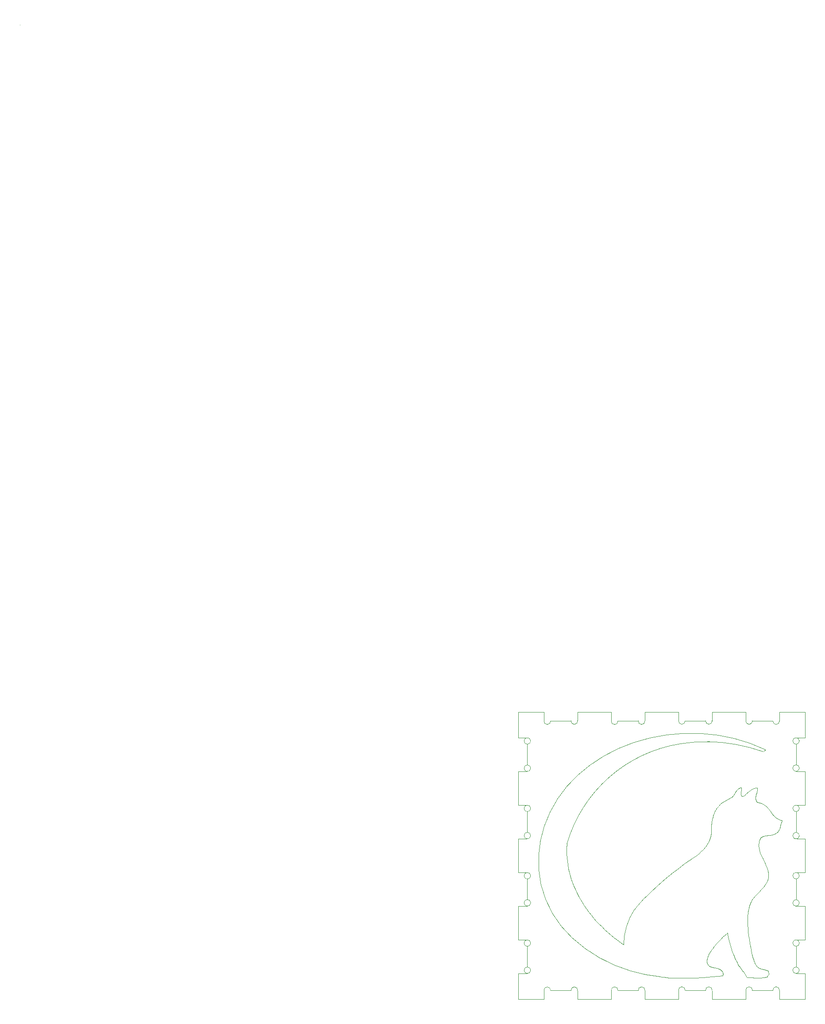
<source format=gbr>
%TF.GenerationSoftware,KiCad,Pcbnew,(6.0.8)*%
%TF.CreationDate,2022-10-30T17:18:26-07:00*%
%TF.ProjectId,DBBoxFront,4442426f-7846-4726-9f6e-742e6b696361,rev?*%
%TF.SameCoordinates,Original*%
%TF.FileFunction,OtherDrawing,Comment*%
%FSLAX46Y46*%
G04 Gerber Fmt 4.6, Leading zero omitted, Abs format (unit mm)*
G04 Created by KiCad (PCBNEW (6.0.8)) date 2022-10-30 17:18:26*
%MOMM*%
%LPD*%
G01*
G04 APERTURE LIST*
%ADD10C,0.100000*%
G04 APERTURE END LIST*
D10*
X97120223Y-141437768D02*
G75*
G03*
X97203314Y-142696744I-45976J-635264D01*
G01*
X97216918Y-136257620D02*
G75*
G03*
X97118343Y-137514829I-143571J-621212D01*
G01*
X100252442Y-133045045D02*
G75*
G03*
X101516168Y-133045045I631863J-51473D01*
G01*
X105426889Y-132969890D02*
G75*
G03*
X106688152Y-133045045I626558J-105942D01*
G01*
X113129977Y-133045045D02*
G75*
G03*
X114393091Y-133045045I631557J-69074D01*
G01*
X118301008Y-132999079D02*
G75*
G03*
X119563262Y-133045045I628539J-94053D01*
G01*
X125989186Y-133045045D02*
G75*
G03*
X127248844Y-133045045I629829J1658D01*
G01*
X131167847Y-132956538D02*
G75*
G03*
X132428840Y-133045045I627300J-89794D01*
G01*
X132422442Y-133045045D02*
X132422442Y-131328871D01*
X132422442Y-131328871D02*
X138861485Y-131328871D01*
X138861485Y-131328871D02*
X138861485Y-132977570D01*
X138861572Y-132977583D02*
G75*
G03*
X140123496Y-133045045I627775J-93349D01*
G01*
X140123496Y-133045045D02*
X144032920Y-133045045D01*
X144032921Y-133045045D02*
G75*
G03*
X145296389Y-133045045I631734J-36197D01*
G01*
X145296389Y-133045045D02*
X145300528Y-133045045D01*
X145300528Y-133045045D02*
X145296389Y-133045045D01*
X145296389Y-133045045D02*
X145300528Y-133045045D01*
X145300528Y-133045045D02*
X145300528Y-131328871D01*
X145300528Y-131328871D02*
X150229358Y-131328871D01*
X150229358Y-131328871D02*
X150229358Y-136257707D01*
X150229358Y-136257707D02*
X148621259Y-136257707D01*
X148621254Y-136257728D02*
G75*
G03*
X148513185Y-137513962I-149507J-619904D01*
G01*
X148513185Y-137513962D02*
X148513185Y-141425935D01*
X148513180Y-141426009D02*
G75*
G03*
X148513185Y-142689654I-45933J-631823D01*
G01*
X148513185Y-142689654D02*
X148513185Y-142696744D01*
X148513185Y-142696744D02*
X148513185Y-142689654D01*
X148513185Y-142689654D02*
X148513185Y-142696744D01*
X148513185Y-142696744D02*
X150229358Y-142696744D01*
X150229358Y-142696744D02*
X150229358Y-149135787D01*
X150229358Y-149135787D02*
X148638778Y-149135787D01*
X148638764Y-149135839D02*
G75*
G03*
X148513185Y-150389132I-167117J-616193D01*
G01*
X148513185Y-150389132D02*
X148513185Y-154322240D01*
X148513190Y-154322159D02*
G75*
G03*
X148643353Y-155574830I-41143J-637373D01*
G01*
X148643353Y-155574830D02*
X150229358Y-155574830D01*
X150229358Y-155574830D02*
X150229358Y-162000149D01*
X150229358Y-162000149D02*
X148605767Y-162000149D01*
X148605776Y-162000110D02*
G75*
G03*
X148513185Y-163258331I-135829J-622522D01*
G01*
X148513185Y-163258331D02*
X148513185Y-167176667D01*
X148513183Y-167176689D02*
G75*
G03*
X148557955Y-168439186I-45136J-633643D01*
G01*
X148557955Y-168439186D02*
X150229358Y-168439186D01*
X150229358Y-168439186D02*
X150229358Y-174878229D01*
X150229358Y-174878229D02*
X148649476Y-174878229D01*
X148649498Y-174878153D02*
G75*
G03*
X148513185Y-176129675I-177251J-613879D01*
G01*
X148513185Y-176129675D02*
X148513185Y-180044861D01*
X148513184Y-180044875D02*
G75*
G03*
X148513185Y-181308589I-46937J-631857D01*
G01*
X148513185Y-181308589D02*
X148513185Y-181317272D01*
X148513185Y-181317272D02*
X148513185Y-181308589D01*
X148513185Y-181308589D02*
X148513185Y-181317272D01*
X148513185Y-181317272D02*
X150229358Y-181317272D01*
X150229358Y-181317272D02*
X150229358Y-186246086D01*
X150229358Y-186246086D02*
X145300528Y-186246086D01*
X145300528Y-186246086D02*
X145300528Y-184529929D01*
X145300528Y-184529929D02*
X145296408Y-184529929D01*
X145296408Y-184529929D02*
G75*
G03*
X144032900Y-184529929I-631754J61241D01*
G01*
X144032900Y-184529929D02*
X140123762Y-184529929D01*
X140123802Y-184529933D02*
G75*
G03*
X138861485Y-184565354I-633255J57001D01*
G01*
X138861485Y-184565354D02*
X138861485Y-186246086D01*
X138861485Y-186246086D02*
X132422442Y-186246086D01*
X132422442Y-186246086D02*
X132422442Y-184563678D01*
X132422399Y-184563672D02*
G75*
G03*
X131159875Y-184529929I-629352J88340D01*
G01*
X131159875Y-184529929D02*
X127250864Y-184529929D01*
X127250865Y-184529929D02*
G75*
G03*
X125987165Y-184529929I-631850J54025D01*
G01*
X125987165Y-184529929D02*
X125983399Y-184529929D01*
X125983399Y-184529929D02*
X125987165Y-184529929D01*
X125987165Y-184529929D02*
X125983399Y-184529929D01*
X125983399Y-184529929D02*
X125983399Y-186246086D01*
X125983399Y-186246086D02*
X119558086Y-186246086D01*
X119558086Y-186246086D02*
X119558086Y-184577590D01*
X119558160Y-184577601D02*
G75*
G03*
X118295829Y-184529929I-628513J94069D01*
G01*
X118295829Y-184529929D02*
X114388606Y-184529929D01*
X114388606Y-184529929D02*
G75*
G03*
X113124874Y-184529929I-631866J50695D01*
G01*
X113124874Y-184529929D02*
X113119043Y-184529929D01*
X113119043Y-184529929D02*
X113124874Y-184529929D01*
X113124874Y-184529929D02*
X113119043Y-184529929D01*
X113119043Y-184529929D02*
X113119043Y-186246086D01*
X113119043Y-186246086D02*
X106680000Y-186246086D01*
X106680000Y-186246086D02*
X106680000Y-184593914D01*
X106679999Y-184593914D02*
G75*
G03*
X105418619Y-184529929I-626952J105682D01*
G01*
X105418619Y-184529929D02*
X101511301Y-184529929D01*
X101511301Y-184529929D02*
G75*
G03*
X100247721Y-184529929I-631790J39271D01*
G01*
X100247721Y-184529929D02*
X100240957Y-184529929D01*
X100240957Y-184529929D02*
X100247721Y-184529929D01*
X100247721Y-184529929D02*
X100240957Y-184529929D01*
X100240957Y-184529929D02*
X100240957Y-186246086D01*
X100240957Y-186246086D02*
X95312143Y-186246086D01*
X95312143Y-186246086D02*
X95312143Y-181317272D01*
X95312143Y-181317272D02*
X97028300Y-181317272D01*
X97028300Y-181317272D02*
X97028300Y-181315020D01*
X97028303Y-181314979D02*
G75*
G03*
X97028300Y-180051286I48444J631847D01*
G01*
X97028300Y-180051286D02*
X97028300Y-176135391D01*
X97028297Y-176135429D02*
G75*
G03*
X96928962Y-174878229I43950J635997D01*
G01*
X96928962Y-174878229D02*
X95312143Y-174878229D01*
X95312143Y-174878229D02*
X95312143Y-168439186D01*
X95312143Y-168439186D02*
X97028300Y-168439186D01*
X97028300Y-168439186D02*
X97028300Y-168431028D01*
X97028304Y-168430972D02*
G75*
G03*
X97028300Y-167167293I48443J631840D01*
G01*
X97028300Y-167167293D02*
X97028300Y-163263756D01*
X97028296Y-163263807D02*
G75*
G03*
X97013471Y-162000149I47651J632475D01*
G01*
X97138433Y-162000201D02*
G75*
G03*
X97123609Y-163263756I-62486J-631131D01*
G01*
X97028296Y-163263807D02*
G75*
G03*
X97013471Y-162000149I47651J632475D01*
G01*
X97028300Y-167167293D02*
X97028300Y-163263756D01*
X97028300Y-163263756D02*
X97028300Y-167167293D01*
X97028304Y-168430972D02*
G75*
G03*
X97028300Y-167167293I48443J631840D01*
G01*
X97125112Y-167167236D02*
G75*
G03*
X97125108Y-168431028I-48365J-631896D01*
G01*
X97028300Y-168439186D02*
X97028300Y-168431028D01*
X97028300Y-168431028D02*
X97028300Y-168439186D01*
X95312143Y-168439186D02*
X97028300Y-168439186D01*
X97028300Y-168439186D02*
X95312143Y-168439186D01*
X95312143Y-174878229D02*
X95312143Y-168439186D01*
X95312143Y-168439186D02*
X95312143Y-174878229D01*
X96928962Y-174878229D02*
X95312143Y-174878229D01*
X95312143Y-174878229D02*
X96928962Y-174878229D01*
X97028297Y-176135429D02*
G75*
G03*
X96928962Y-174878229I43950J635997D01*
G01*
X97215585Y-174878276D02*
G75*
G03*
X97116258Y-176135391I-143338J-621156D01*
G01*
X97028300Y-180051286D02*
X97028300Y-176135391D01*
X97028300Y-176135391D02*
X97028300Y-180051286D01*
X97028303Y-181314979D02*
G75*
G03*
X97028300Y-180051286I48444J631847D01*
G01*
X97125111Y-180051244D02*
G75*
G03*
X97125108Y-181315020I-48364J-631888D01*
G01*
X97028300Y-181317272D02*
X97028300Y-181315020D01*
X97028300Y-181315020D02*
X97028300Y-181317272D01*
X95312143Y-181317272D02*
X97028300Y-181317272D01*
X97028300Y-181317272D02*
X95312143Y-181317272D01*
X95312143Y-186246086D02*
X95312143Y-181317272D01*
X95312143Y-181317272D02*
X95312143Y-186246086D01*
X100240957Y-186246086D02*
X95312143Y-186246086D01*
X95312143Y-186246086D02*
X100240957Y-186246086D01*
X100240957Y-184529929D02*
X100240957Y-186246086D01*
X100240957Y-186246086D02*
X100240957Y-184529929D01*
X101511301Y-184529929D02*
G75*
G03*
X100247721Y-184529929I-631790J39271D01*
G01*
X101511301Y-184529929D02*
G75*
G03*
X100247721Y-184529929I-631790J39271D01*
G01*
X105418619Y-184529929D02*
X101511301Y-184529929D01*
X101511301Y-184529929D02*
X105418619Y-184529929D01*
X106679999Y-184593914D02*
G75*
G03*
X105418619Y-184529929I-626952J105682D01*
G01*
X106687476Y-184529929D02*
G75*
G03*
X105426094Y-184593914I-634429J41697D01*
G01*
X106680000Y-186246086D02*
X106680000Y-184593914D01*
X106680000Y-184593914D02*
X106680000Y-186246086D01*
X113119043Y-186246086D02*
X106680000Y-186246086D01*
X106680000Y-186246086D02*
X113119043Y-186246086D01*
X113119043Y-184529929D02*
X113119043Y-186246086D01*
X113119043Y-186246086D02*
X113119043Y-184529929D01*
X114388606Y-184529929D02*
G75*
G03*
X113124874Y-184529929I-631866J50695D01*
G01*
X114388606Y-184529929D02*
G75*
G03*
X113124874Y-184529929I-631866J50695D01*
G01*
X118295829Y-184529929D02*
X114388606Y-184529929D01*
X114388606Y-184529929D02*
X118295829Y-184529929D01*
X119558160Y-184577601D02*
G75*
G03*
X118295829Y-184529929I-628513J94069D01*
G01*
X119563462Y-184529934D02*
G75*
G03*
X118301135Y-184577590I-633815J46402D01*
G01*
X119558086Y-186246086D02*
X119558086Y-184577590D01*
X119558086Y-184577590D02*
X119558086Y-186246086D01*
X125983399Y-186246086D02*
X119558086Y-186246086D01*
X119558086Y-186246086D02*
X125983399Y-186246086D01*
X125983399Y-184529929D02*
X125983399Y-186246086D01*
X125983399Y-186246086D02*
X125983399Y-184529929D01*
X127250865Y-184529929D02*
G75*
G03*
X125987165Y-184529929I-631850J54025D01*
G01*
X127250865Y-184529929D02*
G75*
G03*
X125987165Y-184529929I-631850J54025D01*
G01*
X131159875Y-184529929D02*
X127250864Y-184529929D01*
X127250864Y-184529929D02*
X131159875Y-184529929D01*
X132422399Y-184563672D02*
G75*
G03*
X131159875Y-184529929I-629352J88340D01*
G01*
X132426217Y-184529925D02*
G75*
G03*
X131163693Y-184563678I-633170J54493D01*
G01*
X132422442Y-186246086D02*
X132422442Y-184563678D01*
X132422442Y-184563678D02*
X132422442Y-186246086D01*
X138861485Y-186246086D02*
X132422442Y-186246086D01*
X132422442Y-186246086D02*
X138861485Y-186246086D01*
X138861485Y-184565354D02*
X138861485Y-186246086D01*
X138861485Y-186246086D02*
X138861485Y-184565354D01*
X140123802Y-184529933D02*
G75*
G03*
X138861485Y-184565354I-633255J57001D01*
G01*
X140119610Y-184565360D02*
G75*
G03*
X138857290Y-184529929I-629063J92428D01*
G01*
X144032900Y-184529929D02*
X140123762Y-184529929D01*
X140123762Y-184529929D02*
X144032900Y-184529929D01*
X145296408Y-184529929D02*
G75*
G03*
X144032900Y-184529929I-631754J61241D01*
G01*
X145296408Y-184529929D02*
G75*
G03*
X144032900Y-184529929I-631754J61241D01*
G01*
X145300528Y-184529929D02*
X145296408Y-184529929D01*
X145296408Y-184529929D02*
X145300528Y-184529929D01*
X145300528Y-186246086D02*
X145300528Y-184529929D01*
X145300528Y-184529929D02*
X145300528Y-186246086D01*
X150229358Y-186246086D02*
X145300528Y-186246086D01*
X145300528Y-186246086D02*
X150229358Y-186246086D01*
X150229358Y-181317272D02*
X150229358Y-186246086D01*
X150229358Y-186246086D02*
X150229358Y-181317272D01*
X148513185Y-181317272D02*
X150229358Y-181317272D01*
X150229358Y-181317272D02*
X148513185Y-181317272D01*
X148513184Y-180044875D02*
G75*
G03*
X148513185Y-181308589I-46937J-631857D01*
G01*
X148419362Y-181308603D02*
G75*
G03*
X148419363Y-180044861I46885J631871D01*
G01*
X148513185Y-176129675D02*
X148513185Y-180044861D01*
X148513185Y-180044861D02*
X148513185Y-176129675D01*
X148649498Y-174878153D02*
G75*
G03*
X148513185Y-176129675I-177251J-613879D01*
G01*
X148431216Y-176129617D02*
G75*
G03*
X148294921Y-174878229I41031J637585D01*
G01*
X150229358Y-174878229D02*
X148649476Y-174878229D01*
X148649476Y-174878229D02*
X150229358Y-174878229D01*
X150229358Y-168439186D02*
X150229358Y-174878229D01*
X150229358Y-174878229D02*
X150229358Y-168439186D01*
X148557955Y-168439186D02*
X150229358Y-168439186D01*
X150229358Y-168439186D02*
X148557955Y-168439186D01*
X148513183Y-167176689D02*
G75*
G03*
X148557955Y-168439186I-45136J-633643D01*
G01*
X148378079Y-168439204D02*
G75*
G03*
X148422852Y-167176667I89968J628872D01*
G01*
X148513185Y-163258331D02*
X148513185Y-167176667D01*
X148513185Y-167176667D02*
X148513185Y-163258331D01*
X148605776Y-162000110D02*
G75*
G03*
X148513185Y-163258331I-135829J-622522D01*
G01*
X148426758Y-163258284D02*
G75*
G03*
X148334173Y-162000149I43189J635652D01*
G01*
X150229358Y-162000149D02*
X148605767Y-162000149D01*
X148605767Y-162000149D02*
X150229358Y-162000149D01*
X150229358Y-155574830D02*
X150229358Y-162000149D01*
X150229358Y-162000149D02*
X150229358Y-155574830D01*
X148643353Y-155574830D02*
X150229358Y-155574830D01*
X150229358Y-155574830D02*
X148643353Y-155574830D01*
X148513190Y-154322159D02*
G75*
G03*
X148643353Y-155574830I-41143J-637373D01*
G01*
X148300809Y-155574761D02*
G75*
G03*
X148430959Y-154322240I171238J615229D01*
G01*
X148513185Y-150389132D02*
X148513185Y-154322240D01*
X148513185Y-154322240D02*
X148513185Y-150389132D01*
X148638764Y-149135839D02*
G75*
G03*
X148513185Y-150389132I-167117J-616193D01*
G01*
X148430071Y-150389192D02*
G75*
G03*
X148304482Y-149135787I41576J637160D01*
G01*
X150229358Y-149135787D02*
X148638778Y-149135787D01*
X148638778Y-149135787D02*
X150229358Y-149135787D01*
X150229358Y-142696744D02*
X150229358Y-149135787D01*
X150229358Y-149135787D02*
X150229358Y-142696744D01*
X148513185Y-142696744D02*
X150229358Y-142696744D01*
X150229358Y-142696744D02*
X148513185Y-142696744D01*
X148513180Y-141426009D02*
G75*
G03*
X148513185Y-142689654I-45933J-631823D01*
G01*
X148421366Y-142689728D02*
G75*
G03*
X148421371Y-141425935I45881J631896D01*
G01*
X148513185Y-137513962D02*
X148513185Y-141425935D01*
X148513185Y-141425935D02*
X148513185Y-137513962D01*
X148621254Y-136257728D02*
G75*
G03*
X148513185Y-137513962I-149507J-619904D01*
G01*
X148430284Y-137513988D02*
G75*
G03*
X148322211Y-136257707I41463J636356D01*
G01*
X150229358Y-136257707D02*
X148621259Y-136257707D01*
X148621259Y-136257707D02*
X150229358Y-136257707D01*
X150229358Y-131328871D02*
X150229358Y-136257707D01*
X150229358Y-136257707D02*
X150229358Y-131328871D01*
X145300528Y-131328871D02*
X150229358Y-131328871D01*
X150229358Y-131328871D02*
X145300528Y-131328871D01*
X145300528Y-133045045D02*
X145300528Y-131328871D01*
X145300528Y-131328871D02*
X145300528Y-133045045D01*
X144032921Y-133045045D02*
G75*
G03*
X145296389Y-133045045I631734J-36197D01*
G01*
X144032921Y-133045045D02*
G75*
G03*
X145296389Y-133045045I631734J-36197D01*
G01*
X140123496Y-133045045D02*
X144032920Y-133045045D01*
X144032920Y-133045045D02*
X140123496Y-133045045D01*
X138861572Y-132977583D02*
G75*
G03*
X140123496Y-133045045I627775J-93349D01*
G01*
X138855201Y-133045049D02*
G75*
G03*
X140117117Y-132977570I634146J-25883D01*
G01*
X138861485Y-131328871D02*
X138861485Y-132977570D01*
X138861485Y-132977570D02*
X138861485Y-131328871D01*
X132422442Y-131328871D02*
X138861485Y-131328871D01*
X138861485Y-131328871D02*
X132422442Y-131328871D01*
X132422442Y-133045045D02*
X132422442Y-131328871D01*
X132422442Y-131328871D02*
X132422442Y-133045045D01*
X132422038Y-133045045D02*
X132422442Y-133045045D01*
X132422442Y-133045045D02*
X132422038Y-133045045D01*
X132422038Y-133045045D02*
X132422442Y-133045045D01*
X95312143Y-162000149D02*
X97028300Y-162000149D01*
X97028300Y-162000149D02*
X95312143Y-162000149D01*
X95312143Y-155574830D02*
X95312143Y-162000149D01*
X95312143Y-162000149D02*
X95312143Y-155574830D01*
X95312143Y-155574830D02*
X95312143Y-162000149D01*
X95312143Y-162000149D02*
X95312143Y-155574830D01*
X96926155Y-155574830D02*
X95312143Y-155574830D01*
X95312143Y-155574830D02*
X96926155Y-155574830D01*
X97116377Y-154318172D02*
G75*
G03*
X97218528Y-155574830I-44030J-636060D01*
G01*
X96926134Y-155574918D02*
G75*
G03*
X97028300Y-154318080I146213J620686D01*
G01*
X97028300Y-150395183D02*
X97028300Y-154318080D01*
X97028300Y-154318080D02*
X97028300Y-150395183D01*
X97198988Y-149135857D02*
G75*
G03*
X97118012Y-150395183I-125841J-624175D01*
G01*
X97028295Y-150395253D02*
G75*
G03*
X96947311Y-149135787I44852J635221D01*
G01*
X97198988Y-149135857D02*
G75*
G03*
X97118012Y-150395183I-125841J-624175D01*
G01*
X97028300Y-150395183D02*
X97028300Y-154318080D01*
X97116377Y-154318172D02*
G75*
G03*
X97218528Y-155574830I-44030J-636060D01*
G01*
X95312143Y-149135787D02*
X96947311Y-149135787D01*
X96947311Y-149135787D02*
X95312143Y-149135787D01*
X95312143Y-142696744D02*
X95312143Y-149135787D01*
X95312143Y-149135787D02*
X95312143Y-142696744D01*
X95312143Y-142696744D02*
X95312143Y-149135787D01*
X95312143Y-149135787D02*
X95312143Y-142696744D01*
X96945212Y-142696744D02*
X95312143Y-142696744D01*
X95312143Y-142696744D02*
X96945212Y-142696744D01*
X97120223Y-141437768D02*
G75*
G03*
X97203314Y-142696744I-45976J-635264D01*
G01*
X96945203Y-142696788D02*
G75*
G03*
X97028300Y-141437726I129044J623756D01*
G01*
X97028300Y-137514829D02*
X97028300Y-141437726D01*
X97028300Y-141437726D02*
X97028300Y-137514829D01*
X97216918Y-136257620D02*
G75*
G03*
X97118343Y-137514829I-143571J-621212D01*
G01*
X97028306Y-137514748D02*
G75*
G03*
X96929746Y-136257707I45041J635916D01*
G01*
X95312143Y-136257707D02*
X96929746Y-136257707D01*
X96929746Y-136257707D02*
X95312143Y-136257707D01*
X95312143Y-136257707D02*
X96929746Y-136257707D01*
X96929746Y-136257707D02*
X95312143Y-136257707D01*
X95312143Y-131328871D02*
X95312143Y-136257707D01*
X95312143Y-136257707D02*
X95312143Y-131328871D01*
X100240957Y-131328871D02*
X95312143Y-131328871D01*
X95312143Y-131328871D02*
X100240957Y-131328871D01*
X100240957Y-133045045D02*
X100240957Y-131328871D01*
X100240957Y-131328871D02*
X100240957Y-133045045D01*
X100252441Y-133045045D02*
X100240957Y-133045045D01*
X100240957Y-133045045D02*
X100252441Y-133045045D01*
X100252441Y-133045045D02*
X100240957Y-133045045D01*
X100240957Y-133045045D02*
X100252441Y-133045045D01*
X100252442Y-133045045D02*
G75*
G03*
X101516168Y-133045045I631863J-51473D01*
G01*
X100252442Y-133045045D02*
G75*
G03*
X101516168Y-133045045I631863J-51473D01*
G01*
X105418783Y-133045045D02*
X101516168Y-133045045D01*
X101516168Y-133045045D02*
X105418783Y-133045045D01*
X105426889Y-132969890D02*
G75*
G03*
X106688152Y-133045045I626558J-105942D01*
G01*
X105418748Y-133045043D02*
G75*
G03*
X106680000Y-132969898I634699J-30789D01*
G01*
X106680000Y-131328871D02*
X106680000Y-132969898D01*
X106680000Y-132969898D02*
X106680000Y-131328871D01*
X113119043Y-131328871D02*
X106680000Y-131328871D01*
X106680000Y-131328871D02*
X113119043Y-131328871D01*
X113119043Y-133045045D02*
X113119043Y-131328871D01*
X113119043Y-131328871D02*
X113119043Y-133045045D01*
X113129976Y-133045045D02*
X113119043Y-133045045D01*
X113119043Y-133045045D02*
X113129976Y-133045045D01*
X113129976Y-133045045D02*
X113119043Y-133045045D01*
X113119043Y-133045045D02*
X113129976Y-133045045D01*
X113129977Y-133045045D02*
G75*
G03*
X114393091Y-133045045I631557J-69074D01*
G01*
X113129977Y-133045045D02*
G75*
G03*
X114393091Y-133045045I631557J-69074D01*
G01*
X118295829Y-133045045D02*
X114393091Y-133045045D01*
X114393091Y-133045045D02*
X118295829Y-133045045D01*
X118301008Y-132999079D02*
G75*
G03*
X119563262Y-133045045I628539J-94053D01*
G01*
X118295832Y-133045045D02*
G75*
G03*
X119558086Y-132999079I633715J-48087D01*
G01*
X119558086Y-131328871D02*
X119558086Y-132999079D01*
X119558086Y-132999079D02*
X119558086Y-131328871D01*
X125983399Y-131328871D02*
X119558086Y-131328871D01*
X119558086Y-131328871D02*
X125983399Y-131328871D01*
X125983399Y-133045045D02*
X125983399Y-131328871D01*
X125983399Y-131328871D02*
X125983399Y-133045045D01*
X125989185Y-133045045D02*
X125983399Y-133045045D01*
X125983399Y-133045045D02*
X125989185Y-133045045D01*
X125989186Y-133045045D02*
G75*
G03*
X127248844Y-133045045I629829J1658D01*
G01*
X125989186Y-133045045D02*
G75*
G03*
X127248844Y-133045045I629829J1658D01*
G01*
X131161378Y-133045045D02*
X127248844Y-133045045D01*
X127248844Y-133045045D02*
X131161378Y-133045045D01*
X131167847Y-132956538D02*
G75*
G03*
X132428840Y-133045045I627300J-89794D01*
G01*
X131161457Y-133045045D02*
G75*
G03*
X132422442Y-132956528I633690J-1287D01*
G01*
X95312143Y-162000149D02*
X97028300Y-162000149D01*
X97028300Y-162000149D02*
X95312143Y-162000149D01*
X96926155Y-155574830D02*
X95312143Y-155574830D01*
X95312143Y-155574830D02*
X96926155Y-155574830D01*
X95312143Y-149135787D02*
X96947311Y-149135787D01*
X96947311Y-149135787D02*
X95312143Y-149135787D01*
X96945212Y-142696744D02*
X95312143Y-142696744D01*
X95312143Y-142696744D02*
X96945212Y-142696744D01*
X97028300Y-137514829D02*
X97028300Y-141437726D01*
X97028300Y-141437726D02*
X97028300Y-137514829D01*
X95312143Y-131328871D02*
X95312143Y-136257707D01*
X95312143Y-136257707D02*
X95312143Y-131328871D01*
X100240957Y-131328871D02*
X95312143Y-131328871D01*
X95312143Y-131328871D02*
X100240957Y-131328871D01*
X105418783Y-133045045D02*
X101516168Y-133045045D01*
X101516168Y-133045045D02*
X105418783Y-133045045D01*
X106680000Y-132969898D02*
X106680000Y-131328871D01*
X106680000Y-131328871D02*
X106680000Y-132969898D01*
X106680000Y-131328871D02*
X113119043Y-131328871D01*
X113119043Y-131328871D02*
X106680000Y-131328871D01*
X113119043Y-131328871D02*
X113119043Y-133045045D01*
X113119043Y-133045045D02*
X113119043Y-131328871D01*
X119558086Y-132999079D02*
X119558086Y-131328871D01*
X119558086Y-131328871D02*
X119558086Y-132999079D01*
X119558086Y-131328871D02*
X125983399Y-131328871D01*
X125983399Y-131328871D02*
X119558086Y-131328871D01*
X125983399Y-131328871D02*
X125983399Y-133045045D01*
X125983399Y-133045045D02*
X125983399Y-131328871D01*
X125983399Y-133045045D02*
X125989185Y-133045045D01*
X125989185Y-133045045D02*
X125983399Y-133045045D01*
X100240957Y-131328871D02*
X100240957Y-133045045D01*
X100240957Y-133045045D02*
X100240957Y-131328871D01*
X118295829Y-133045045D02*
X114393091Y-133045045D01*
X114393091Y-133045045D02*
X118295829Y-133045045D01*
X131161378Y-133045045D02*
X127248844Y-133045045D01*
X127248844Y-133045045D02*
X131161378Y-133045045D01*
X0Y0D02*
X0Y0D01*
X0Y0D02*
X0Y0D01*
X0Y0D02*
X0Y0D01*
X0Y0D02*
X0Y0D01*
X0Y0D02*
X0Y0D01*
X0Y0D02*
X0Y0D01*
X0Y0D02*
X0Y0D01*
X0Y0D02*
X0Y0D01*
X0Y0D02*
X0Y0D01*
X0Y0D02*
X0Y0D01*
X0Y0D02*
X0Y0D01*
X0Y0D02*
X0Y0D01*
X0Y0D02*
X0Y0D01*
X0Y0D02*
X0Y0D01*
X0Y0D02*
X0Y0D01*
X0Y0D02*
X0Y0D01*
X0Y0D02*
X0Y0D01*
X0Y0D02*
X0Y0D01*
X0Y0D02*
X0Y0D01*
X0Y0D02*
X0Y0D01*
X0Y0D02*
X0Y0D01*
X0Y0D02*
X0Y0D01*
X0Y0D02*
X0Y0D01*
X0Y0D02*
X0Y0D01*
X0Y0D02*
X0Y0D01*
X0Y0D02*
X0Y0D01*
X0Y0D02*
X0Y0D01*
X0Y0D02*
X0Y0D01*
X0Y0D02*
X0Y0D01*
X0Y0D02*
X0Y0D01*
X0Y0D02*
X0Y0D01*
X0Y0D02*
X0Y0D01*
X0Y0D02*
X0Y0D01*
X0Y0D02*
X0Y0D01*
X0Y0D02*
X0Y0D01*
X0Y0D02*
X0Y0D01*
X0Y0D02*
X0Y0D01*
X0Y0D02*
X0Y0D01*
X0Y0D02*
X0Y0D01*
X0Y0D02*
X0Y0D01*
X0Y0D02*
X0Y0D01*
X0Y0D02*
X0Y0D01*
X0Y0D02*
X0Y0D01*
X0Y0D02*
X0Y0D01*
X0Y0D02*
X0Y0D01*
X0Y0D02*
X0Y0D01*
X0Y0D02*
X0Y0D01*
X0Y0D02*
X0Y0D01*
X0Y0D02*
X0Y0D01*
X0Y0D02*
X0Y0D01*
X0Y0D02*
X0Y0D01*
X0Y0D02*
X0Y0D01*
X0Y0D02*
X0Y0D01*
X0Y0D02*
X0Y0D01*
X0Y0D02*
X0Y0D01*
X0Y0D02*
X0Y0D01*
X0Y0D02*
X0Y0D01*
X0Y0D02*
X0Y0D01*
X0Y0D02*
X0Y0D01*
X0Y0D02*
X0Y0D01*
X0Y0D02*
X0Y0D01*
X0Y0D02*
X0Y0D01*
X0Y0D02*
X0Y0D01*
X0Y0D02*
X0Y0D01*
X0Y0D02*
X0Y0D01*
X0Y0D02*
X0Y0D01*
X0Y0D02*
X0Y0D01*
X0Y0D02*
X0Y0D01*
X0Y0D02*
X0Y0D01*
X0Y0D02*
X0Y0D01*
X0Y0D02*
X0Y0D01*
X0Y0D02*
X0Y0D01*
X0Y0D02*
X0Y0D01*
X0Y0D02*
X0Y0D01*
X0Y0D02*
X0Y0D01*
X0Y0D02*
X0Y0D01*
X0Y0D02*
X0Y0D01*
X0Y0D02*
X0Y0D01*
X0Y0D02*
X0Y0D01*
X0Y0D02*
X0Y0D01*
X0Y0D02*
X0Y0D01*
X0Y0D02*
X0Y0D01*
X0Y0D02*
X0Y0D01*
X0Y0D02*
X0Y0D01*
X0Y0D02*
X0Y0D01*
X0Y0D02*
X0Y0D01*
X0Y0D02*
X0Y0D01*
X0Y0D02*
X0Y0D01*
X0Y0D02*
X0Y0D01*
X0Y0D02*
X0Y0D01*
X0Y0D02*
X0Y0D01*
X0Y0D02*
X0Y0D01*
X0Y0D02*
X0Y0D01*
X0Y0D02*
X0Y0D01*
X0Y0D02*
X0Y0D01*
X0Y0D02*
X0Y0D01*
X0Y0D02*
X0Y0D01*
X0Y0D02*
X0Y0D01*
X0Y0D02*
X0Y0D01*
X0Y0D02*
X0Y0D01*
X0Y0D02*
X0Y0D01*
X0Y0D02*
X0Y0D01*
X0Y0D02*
X0Y0D01*
X0Y0D02*
X0Y0D01*
X0Y0D02*
X0Y0D01*
X0Y0D02*
X0Y0D01*
X0Y0D02*
X0Y0D01*
X0Y0D02*
X0Y0D01*
X0Y0D02*
X0Y0D01*
X0Y0D02*
X0Y0D01*
X0Y0D02*
X0Y0D01*
X0Y0D02*
X0Y0D01*
X0Y0D02*
X0Y0D01*
X0Y0D02*
X0Y0D01*
X0Y0D02*
X0Y0D01*
X0Y0D02*
X0Y0D01*
X0Y0D02*
X0Y0D01*
X0Y0D02*
X0Y0D01*
X0Y0D02*
X0Y0D01*
X0Y0D02*
X0Y0D01*
X0Y0D02*
X0Y0D01*
X0Y0D02*
X0Y0D01*
X0Y0D02*
X0Y0D01*
X0Y0D02*
X0Y0D01*
X0Y0D02*
X0Y0D01*
X0Y0D02*
X0Y0D01*
X0Y0D02*
X0Y0D01*
X0Y0D02*
X0Y0D01*
X0Y0D02*
X0Y0D01*
X0Y0D02*
X0Y0D01*
X0Y0D02*
X0Y0D01*
X0Y0D02*
X0Y0D01*
X0Y0D02*
X0Y0D01*
X0Y0D02*
X0Y0D01*
X0Y0D02*
X0Y0D01*
X0Y0D02*
X0Y0D01*
X0Y0D02*
X0Y0D01*
X0Y0D02*
X0Y0D01*
X0Y0D02*
X0Y0D01*
X0Y0D02*
X0Y0D01*
X0Y0D02*
X0Y0D01*
X0Y0D02*
X0Y0D01*
X0Y0D02*
X0Y0D01*
X0Y0D02*
X0Y0D01*
X0Y0D02*
X0Y0D01*
X0Y0D02*
X0Y0D01*
X0Y0D02*
X0Y0D01*
X0Y0D02*
X0Y0D01*
X0Y0D02*
X0Y0D01*
X0Y0D02*
X0Y0D01*
X0Y0D02*
X0Y0D01*
X0Y0D02*
X0Y0D01*
X0Y0D02*
X0Y0D01*
X0Y0D02*
X0Y0D01*
X0Y0D02*
X0Y0D01*
X0Y0D02*
X0Y0D01*
X0Y0D02*
X0Y0D01*
X0Y0D02*
X0Y0D01*
X0Y0D02*
X0Y0D01*
X0Y0D02*
X0Y0D01*
X0Y0D02*
X0Y0D01*
X0Y0D02*
X0Y0D01*
X0Y0D02*
X0Y0D01*
X0Y0D02*
X0Y0D01*
X0Y0D02*
X0Y0D01*
X0Y0D02*
X0Y0D01*
X0Y0D02*
X0Y0D01*
X0Y0D02*
X0Y0D01*
X0Y0D02*
X0Y0D01*
X0Y0D02*
X0Y0D01*
X0Y0D02*
X0Y0D01*
X0Y0D02*
X0Y0D01*
X0Y0D02*
X0Y0D01*
X0Y0D02*
X0Y0D01*
X0Y0D02*
X0Y0D01*
X0Y0D02*
X0Y0D01*
X0Y0D02*
X0Y0D01*
X0Y0D02*
X0Y0D01*
X0Y0D02*
X0Y0D01*
X0Y0D02*
X0Y0D01*
X0Y0D02*
X0Y0D01*
X0Y0D02*
X0Y0D01*
X0Y0D02*
X0Y0D01*
X0Y0D02*
X0Y0D01*
X0Y0D02*
X0Y0D01*
X0Y0D02*
X0Y0D01*
X0Y0D02*
X0Y0D01*
X0Y0D02*
X0Y0D01*
X0Y0D02*
X0Y0D01*
X0Y0D02*
X0Y0D01*
X0Y0D02*
X0Y0D01*
X0Y0D02*
X0Y0D01*
X0Y0D02*
X0Y0D01*
X0Y0D02*
X0Y0D01*
X0Y0D02*
X0Y0D01*
X0Y0D02*
X0Y0D01*
X0Y0D02*
X0Y0D01*
X0Y0D02*
X0Y0D01*
X0Y0D02*
X0Y0D01*
X0Y0D02*
X0Y0D01*
X0Y0D02*
X0Y0D01*
X0Y0D02*
X0Y0D01*
X0Y0D02*
X0Y0D01*
X0Y0D02*
X0Y0D01*
X0Y0D02*
X0Y0D01*
X0Y0D02*
X0Y0D01*
X0Y0D02*
X0Y0D01*
X0Y0D02*
X0Y0D01*
X0Y0D02*
X0Y0D01*
X0Y0D02*
X0Y0D01*
X0Y0D02*
X0Y0D01*
X0Y0D02*
X0Y0D01*
X0Y0D02*
X0Y0D01*
X0Y0D02*
X0Y0D01*
X0Y0D02*
X0Y0D01*
X0Y0D02*
X0Y0D01*
X0Y0D02*
X0Y0D01*
X0Y0D02*
X0Y0D01*
X0Y0D02*
X0Y0D01*
X0Y0D02*
X0Y0D01*
X0Y0D02*
X0Y0D01*
X0Y0D02*
X0Y0D01*
X0Y0D02*
X0Y0D01*
X0Y0D02*
X0Y0D01*
X0Y0D02*
X0Y0D01*
X0Y0D02*
X0Y0D01*
X0Y0D02*
X0Y0D01*
X0Y0D02*
X0Y0D01*
X0Y0D02*
X0Y0D01*
X0Y0D02*
X0Y0D01*
X0Y0D02*
X0Y0D01*
X0Y0D02*
X0Y0D01*
X0Y0D02*
X0Y0D01*
X0Y0D02*
X0Y0D01*
X0Y0D02*
X0Y0D01*
X0Y0D02*
X0Y0D01*
X0Y0D02*
X0Y0D01*
X0Y0D02*
X0Y0D01*
X0Y0D02*
X0Y0D01*
X0Y0D02*
X0Y0D01*
X0Y0D02*
X0Y0D01*
X0Y0D02*
X0Y0D01*
X0Y0D02*
X0Y0D01*
X0Y0D02*
X0Y0D01*
X0Y0D02*
X0Y0D01*
X0Y0D02*
X0Y0D01*
X0Y0D02*
X0Y0D01*
X0Y0D02*
X0Y0D01*
X0Y0D02*
X0Y0D01*
X0Y0D02*
X0Y0D01*
X0Y0D02*
X0Y0D01*
X0Y0D02*
X0Y0D01*
X0Y0D02*
X0Y0D01*
X0Y0D02*
X0Y0D01*
X0Y0D02*
X0Y0D01*
X0Y0D02*
X0Y0D01*
X0Y0D02*
X0Y0D01*
X0Y0D02*
X0Y0D01*
X0Y0D02*
X0Y0D01*
X0Y0D02*
X0Y0D01*
X0Y0D02*
X0Y0D01*
X0Y0D02*
X0Y0D01*
X0Y0D02*
X0Y0D01*
X0Y0D02*
X0Y0D01*
X0Y0D02*
X0Y0D01*
X0Y0D02*
X0Y0D01*
X0Y0D02*
X0Y0D01*
X0Y0D02*
X0Y0D01*
X0Y0D02*
X0Y0D01*
X0Y0D02*
X0Y0D01*
X0Y0D02*
X0Y0D01*
X0Y0D02*
X0Y0D01*
X0Y0D02*
X0Y0D01*
X0Y0D02*
X0Y0D01*
X0Y0D02*
X0Y0D01*
X0Y0D02*
X0Y0D01*
X0Y0D02*
X0Y0D01*
X0Y0D02*
X0Y0D01*
X0Y0D02*
X0Y0D01*
X0Y0D02*
X0Y0D01*
X0Y0D02*
X0Y0D01*
X0Y0D02*
X0Y0D01*
X0Y0D02*
X0Y0D01*
X0Y0D02*
X0Y0D01*
X0Y0D02*
X0Y0D01*
X0Y0D02*
X0Y0D01*
X0Y0D02*
X0Y0D01*
X0Y0D02*
X0Y0D01*
X0Y0D02*
X0Y0D01*
X0Y0D02*
X0Y0D01*
X0Y0D02*
X0Y0D01*
X0Y0D02*
X0Y0D01*
X0Y0D02*
X0Y0D01*
X0Y0D02*
X0Y0D01*
X0Y0D02*
X0Y0D01*
X0Y0D02*
X0Y0D01*
X0Y0D02*
X0Y0D01*
X0Y0D02*
X0Y0D01*
X0Y0D02*
X0Y0D01*
X0Y0D02*
X0Y0D01*
X0Y0D02*
X0Y0D01*
X0Y0D02*
X0Y0D01*
X0Y0D02*
X0Y0D01*
X0Y0D02*
X0Y0D01*
X0Y0D02*
X0Y0D01*
X0Y0D02*
X0Y0D01*
X0Y0D02*
X0Y0D01*
X0Y0D02*
X0Y0D01*
X0Y0D02*
X0Y0D01*
X0Y0D02*
X0Y0D01*
X0Y0D02*
X0Y0D01*
X0Y0D02*
X0Y0D01*
X0Y0D02*
X0Y0D01*
X0Y0D02*
X0Y0D01*
X0Y0D02*
X0Y0D01*
X0Y0D02*
X0Y0D01*
X0Y0D02*
X0Y0D01*
X0Y0D02*
X0Y0D01*
X0Y0D02*
X0Y0D01*
X0Y0D02*
X0Y0D01*
X0Y0D02*
X0Y0D01*
X0Y0D02*
X0Y0D01*
X0Y0D02*
X0Y0D01*
X0Y0D02*
X0Y0D01*
X0Y0D02*
X0Y0D01*
X0Y0D02*
X0Y0D01*
X0Y0D02*
X0Y0D01*
X0Y0D02*
X0Y0D01*
X0Y0D02*
X0Y0D01*
X0Y0D02*
X0Y0D01*
X0Y0D02*
X0Y0D01*
X0Y0D02*
X0Y0D01*
X0Y0D02*
X0Y0D01*
X0Y0D02*
X0Y0D01*
X0Y0D02*
X0Y0D01*
X0Y0D02*
X0Y0D01*
X0Y0D02*
X0Y0D01*
X0Y0D02*
X0Y0D01*
X0Y0D02*
X0Y0D01*
X0Y0D02*
X0Y0D01*
X0Y0D02*
X0Y0D01*
X0Y0D02*
X0Y0D01*
X0Y0D02*
X0Y0D01*
X0Y0D02*
X0Y0D01*
X0Y0D02*
X0Y0D01*
X0Y0D02*
X0Y0D01*
X0Y0D02*
X0Y0D01*
X0Y0D02*
X0Y0D01*
X0Y0D02*
X0Y0D01*
X0Y0D02*
X0Y0D01*
X0Y0D02*
X0Y0D01*
X0Y0D02*
X0Y0D01*
X0Y0D02*
X0Y0D01*
X0Y0D02*
X0Y0D01*
X0Y0D02*
X0Y0D01*
X0Y0D02*
X0Y0D01*
X0Y0D02*
X0Y0D01*
X0Y0D02*
X0Y0D01*
X0Y0D02*
X0Y0D01*
X0Y0D02*
X0Y0D01*
X0Y0D02*
X0Y0D01*
X0Y0D02*
X0Y0D01*
X0Y0D02*
X0Y0D01*
X0Y0D02*
X0Y0D01*
X0Y0D02*
X0Y0D01*
X0Y0D02*
X0Y0D01*
X0Y0D02*
X0Y0D01*
X0Y0D02*
X0Y0D01*
X0Y0D02*
X0Y0D01*
X0Y0D02*
X0Y0D01*
X0Y0D02*
X0Y0D01*
X0Y0D02*
X0Y0D01*
X0Y0D02*
X0Y0D01*
X0Y0D02*
X0Y0D01*
X0Y0D02*
X0Y0D01*
X0Y0D02*
X0Y0D01*
X0Y0D02*
X0Y0D01*
X0Y0D02*
X0Y0D01*
X0Y0D02*
X0Y0D01*
X0Y0D02*
X0Y0D01*
X0Y0D02*
X0Y0D01*
X0Y0D02*
X0Y0D01*
X0Y0D02*
X0Y0D01*
X0Y0D02*
X0Y0D01*
X0Y0D02*
X0Y0D01*
X0Y0D02*
X0Y0D01*
X0Y0D02*
X0Y0D01*
X0Y0D02*
X0Y0D01*
X0Y0D02*
X0Y0D01*
X0Y0D02*
X0Y0D01*
X0Y0D02*
X0Y0D01*
X0Y0D02*
X0Y0D01*
X0Y0D02*
X0Y0D01*
X0Y0D02*
X0Y0D01*
X0Y0D02*
X0Y0D01*
X0Y0D02*
X0Y0D01*
X0Y0D02*
X0Y0D01*
X0Y0D02*
X0Y0D01*
X0Y0D02*
X0Y0D01*
X0Y0D02*
X0Y0D01*
X0Y0D02*
X0Y0D01*
X0Y0D02*
X0Y0D01*
X0Y0D02*
X0Y0D01*
X0Y0D02*
X0Y0D01*
X0Y0D02*
X0Y0D01*
X0Y0D02*
X0Y0D01*
X0Y0D02*
X0Y0D01*
X0Y0D02*
X0Y0D01*
X0Y0D02*
X0Y0D01*
X0Y0D02*
X0Y0D01*
X0Y0D02*
X0Y0D01*
X0Y0D02*
X0Y0D01*
X0Y0D02*
X0Y0D01*
X0Y0D02*
X0Y0D01*
X0Y0D02*
X0Y0D01*
X0Y0D02*
X0Y0D01*
X0Y0D02*
X0Y0D01*
X0Y0D02*
X0Y0D01*
X0Y0D02*
X0Y0D01*
X0Y0D02*
X0Y0D01*
X0Y0D02*
X0Y0D01*
X0Y0D02*
X0Y0D01*
X0Y0D02*
X0Y0D01*
X0Y0D02*
X0Y0D01*
X0Y0D02*
X0Y0D01*
X0Y0D02*
X0Y0D01*
X0Y0D02*
X0Y0D01*
X0Y0D02*
X0Y0D01*
X0Y0D02*
X0Y0D01*
X0Y0D02*
X0Y0D01*
X0Y0D02*
X0Y0D01*
X0Y0D02*
X0Y0D01*
X0Y0D02*
X0Y0D01*
X0Y0D02*
X0Y0D01*
X0Y0D02*
X0Y0D01*
X0Y0D02*
X0Y0D01*
X0Y0D02*
X0Y0D01*
X0Y0D02*
X0Y0D01*
X0Y0D02*
X0Y0D01*
X0Y0D02*
X0Y0D01*
X0Y0D02*
X0Y0D01*
X0Y0D02*
X0Y0D01*
X0Y0D02*
X0Y0D01*
X0Y0D02*
X0Y0D01*
X0Y0D02*
X0Y0D01*
X0Y0D02*
X0Y0D01*
X0Y0D02*
X0Y0D01*
X0Y0D02*
X0Y0D01*
X0Y0D02*
X0Y0D01*
X0Y0D02*
X0Y0D01*
X0Y0D02*
X0Y0D01*
X0Y0D02*
X0Y0D01*
X0Y0D02*
X0Y0D01*
X0Y0D02*
X0Y0D01*
X0Y0D02*
X0Y0D01*
X0Y0D02*
X0Y0D01*
X0Y0D02*
X0Y0D01*
X0Y0D02*
X0Y0D01*
X0Y0D02*
X0Y0D01*
X0Y0D02*
X0Y0D01*
X0Y0D02*
X0Y0D01*
X0Y0D02*
X0Y0D01*
X0Y0D02*
X0Y0D01*
X0Y0D02*
X0Y0D01*
X0Y0D02*
X0Y0D01*
X0Y0D02*
X0Y0D01*
X0Y0D02*
X0Y0D01*
X0Y0D02*
X0Y0D01*
X0Y0D02*
X0Y0D01*
X0Y0D02*
X0Y0D01*
X0Y0D02*
X0Y0D01*
X0Y0D02*
X0Y0D01*
X0Y0D02*
X0Y0D01*
X0Y0D02*
X0Y0D01*
X0Y0D02*
X0Y0D01*
X0Y0D02*
X0Y0D01*
X0Y0D02*
X0Y0D01*
X0Y0D02*
X0Y0D01*
X0Y0D02*
X0Y0D01*
X0Y0D02*
X0Y0D01*
X0Y0D02*
X0Y0D01*
X0Y0D02*
X0Y0D01*
X0Y0D02*
X0Y0D01*
X0Y0D02*
X0Y0D01*
X0Y0D02*
X0Y0D01*
X0Y0D02*
X0Y0D01*
X0Y0D02*
X0Y0D01*
X0Y0D02*
X0Y0D01*
X0Y0D02*
X0Y0D01*
X0Y0D02*
X0Y0D01*
X0Y0D02*
X0Y0D01*
X0Y0D02*
X0Y0D01*
X0Y0D02*
X0Y0D01*
X0Y0D02*
X0Y0D01*
X0Y0D02*
X0Y0D01*
X0Y0D02*
X0Y0D01*
X0Y0D02*
X0Y0D01*
X0Y0D02*
X0Y0D01*
X0Y0D02*
X0Y0D01*
X0Y0D02*
X0Y0D01*
X0Y0D02*
X0Y0D01*
X0Y0D02*
X0Y0D01*
X0Y0D02*
X0Y0D01*
X0Y0D02*
X0Y0D01*
X0Y0D02*
X0Y0D01*
X0Y0D02*
X0Y0D01*
X0Y0D02*
X0Y0D01*
X0Y0D02*
X0Y0D01*
X0Y0D02*
X0Y0D01*
X0Y0D02*
X0Y0D01*
X0Y0D02*
X0Y0D01*
X0Y0D02*
X0Y0D01*
X0Y0D02*
X0Y0D01*
X0Y0D02*
X0Y0D01*
X0Y0D02*
X0Y0D01*
X0Y0D02*
X0Y0D01*
X0Y0D02*
X0Y0D01*
X0Y0D02*
X0Y0D01*
X0Y0D02*
X0Y0D01*
X0Y0D02*
X0Y0D01*
X0Y0D02*
X0Y0D01*
X0Y0D02*
X0Y0D01*
X0Y0D02*
X0Y0D01*
X0Y0D02*
X0Y0D01*
X0Y0D02*
X0Y0D01*
X0Y0D02*
X0Y0D01*
X0Y0D02*
X0Y0D01*
X0Y0D02*
X0Y0D01*
X0Y0D02*
X0Y0D01*
X0Y0D02*
X0Y0D01*
X0Y0D02*
X0Y0D01*
X0Y0D02*
X0Y0D01*
X0Y0D02*
X0Y0D01*
X0Y0D02*
X0Y0D01*
X0Y0D02*
X0Y0D01*
X0Y0D02*
X0Y0D01*
X0Y0D02*
X0Y0D01*
X0Y0D02*
X0Y0D01*
X0Y0D02*
X0Y0D01*
X0Y0D02*
X0Y0D01*
X0Y0D02*
X0Y0D01*
X0Y0D02*
X0Y0D01*
X0Y0D02*
X0Y0D01*
X0Y0D02*
X0Y0D01*
X0Y0D02*
X0Y0D01*
X0Y0D02*
X0Y0D01*
X0Y0D02*
X0Y0D01*
X0Y0D02*
X0Y0D01*
X0Y0D02*
X0Y0D01*
X0Y0D02*
X0Y0D01*
X0Y0D02*
X0Y0D01*
X0Y0D02*
X0Y0D01*
X0Y0D02*
X0Y0D01*
X0Y0D02*
X0Y0D01*
X0Y0D02*
X0Y0D01*
X0Y0D02*
X0Y0D01*
X0Y0D02*
X0Y0D01*
X0Y0D02*
X0Y0D01*
X0Y0D02*
X0Y0D01*
X0Y0D02*
X0Y0D01*
X0Y0D02*
X0Y0D01*
X0Y0D02*
X0Y0D01*
X0Y0D02*
X0Y0D01*
X0Y0D02*
X0Y0D01*
X0Y0D02*
X0Y0D01*
X0Y0D02*
X0Y0D01*
X0Y0D02*
X0Y0D01*
X0Y0D02*
X0Y0D01*
X0Y0D02*
X0Y0D01*
X0Y0D02*
X0Y0D01*
X0Y0D02*
X0Y0D01*
X0Y0D02*
X0Y0D01*
X0Y0D02*
X0Y0D01*
X0Y0D02*
X0Y0D01*
X0Y0D02*
X0Y0D01*
X0Y0D02*
X0Y0D01*
X0Y0D02*
X0Y0D01*
X0Y0D02*
X0Y0D01*
X0Y0D02*
X0Y0D01*
X0Y0D02*
X0Y0D01*
X0Y0D02*
X0Y0D01*
X0Y0D02*
X0Y0D01*
X0Y0D02*
X0Y0D01*
X0Y0D02*
X0Y0D01*
X0Y0D02*
X0Y0D01*
X0Y0D02*
X0Y0D01*
X0Y0D02*
X0Y0D01*
X0Y0D02*
X0Y0D01*
X0Y0D02*
X0Y0D01*
X0Y0D02*
X0Y0D01*
X0Y0D02*
X0Y0D01*
X0Y0D02*
X0Y0D01*
X0Y0D02*
X0Y0D01*
X0Y0D02*
X0Y0D01*
X0Y0D02*
X0Y0D01*
X0Y0D02*
X0Y0D01*
X0Y0D02*
X0Y0D01*
X0Y0D02*
X0Y0D01*
X0Y0D02*
X0Y0D01*
X0Y0D02*
X0Y0D01*
X0Y0D02*
X0Y0D01*
X0Y0D02*
X0Y0D01*
X0Y0D02*
X0Y0D01*
X0Y0D02*
X0Y0D01*
X0Y0D02*
X0Y0D01*
X0Y0D02*
X0Y0D01*
X0Y0D02*
X0Y0D01*
X0Y0D02*
X0Y0D01*
X0Y0D02*
X0Y0D01*
X0Y0D02*
X0Y0D01*
X0Y0D02*
X0Y0D01*
X0Y0D02*
X0Y0D01*
X0Y0D02*
X0Y0D01*
X0Y0D02*
X0Y0D01*
X0Y0D02*
X0Y0D01*
X0Y0D02*
X0Y0D01*
X0Y0D02*
X0Y0D01*
X0Y0D02*
X0Y0D01*
X0Y0D02*
X0Y0D01*
X0Y0D02*
X0Y0D01*
X0Y0D02*
X0Y0D01*
X0Y0D02*
X0Y0D01*
X0Y0D02*
X0Y0D01*
X0Y0D02*
X0Y0D01*
X0Y0D02*
X0Y0D01*
X0Y0D02*
X0Y0D01*
X0Y0D02*
X0Y0D01*
X0Y0D02*
X0Y0D01*
X0Y0D02*
X0Y0D01*
X0Y0D02*
X0Y0D01*
X0Y0D02*
X0Y0D01*
X0Y0D02*
X0Y0D01*
X0Y0D02*
X0Y0D01*
X0Y0D02*
X0Y0D01*
X0Y0D02*
X0Y0D01*
X0Y0D02*
X0Y0D01*
X0Y0D02*
X0Y0D01*
X0Y0D02*
X0Y0D01*
X0Y0D02*
X0Y0D01*
X0Y0D02*
X0Y0D01*
X0Y0D02*
X0Y0D01*
X0Y0D02*
X0Y0D01*
X0Y0D02*
X0Y0D01*
X0Y0D02*
X0Y0D01*
X0Y0D02*
X0Y0D01*
X0Y0D02*
X0Y0D01*
X0Y0D02*
X0Y0D01*
X0Y0D02*
X0Y0D01*
X0Y0D02*
X0Y0D01*
X0Y0D02*
X0Y0D01*
X0Y0D02*
X0Y0D01*
X0Y0D02*
X0Y0D01*
X0Y0D02*
X0Y0D01*
X0Y0D02*
X0Y0D01*
X0Y0D02*
X0Y0D01*
X0Y0D02*
X0Y0D01*
X0Y0D02*
X0Y0D01*
X0Y0D02*
X0Y0D01*
X0Y0D02*
X0Y0D01*
X0Y0D02*
X0Y0D01*
X0Y0D02*
X0Y0D01*
X0Y0D02*
X0Y0D01*
X0Y0D02*
X0Y0D01*
X0Y0D02*
X0Y0D01*
X0Y0D02*
X0Y0D01*
X0Y0D02*
X0Y0D01*
X0Y0D02*
X0Y0D01*
X0Y0D02*
X0Y0D01*
X0Y0D02*
X0Y0D01*
X0Y0D02*
X0Y0D01*
X0Y0D02*
X0Y0D01*
X0Y0D02*
X0Y0D01*
X0Y0D02*
X0Y0D01*
X0Y0D02*
X0Y0D01*
X0Y0D02*
X0Y0D01*
X0Y0D02*
X0Y0D01*
X0Y0D02*
X0Y0D01*
X0Y0D02*
X0Y0D01*
X0Y0D02*
X0Y0D01*
X0Y0D02*
X0Y0D01*
X0Y0D02*
X0Y0D01*
X0Y0D02*
X0Y0D01*
X0Y0D02*
X0Y0D01*
X0Y0D02*
X0Y0D01*
X0Y0D02*
X0Y0D01*
X0Y0D02*
X0Y0D01*
X0Y0D02*
X0Y0D01*
X0Y0D02*
X0Y0D01*
X0Y0D02*
X0Y0D01*
X0Y0D02*
X0Y0D01*
X0Y0D02*
X0Y0D01*
X0Y0D02*
X0Y0D01*
X0Y0D02*
X0Y0D01*
X0Y0D02*
X0Y0D01*
X0Y0D02*
X0Y0D01*
X0Y0D02*
X0Y0D01*
X0Y0D02*
X0Y0D01*
X0Y0D02*
X0Y0D01*
X0Y0D02*
X0Y0D01*
X0Y0D02*
X0Y0D01*
X0Y0D02*
X0Y0D01*
X0Y0D02*
X0Y0D01*
X0Y0D02*
X0Y0D01*
X0Y0D02*
X0Y0D01*
X0Y0D02*
X0Y0D01*
X0Y0D02*
X0Y0D01*
X0Y0D02*
X0Y0D01*
X0Y0D02*
X0Y0D01*
X0Y0D02*
X0Y0D01*
X0Y0D02*
X0Y0D01*
X0Y0D02*
X0Y0D01*
X0Y0D02*
X0Y0D01*
X0Y0D02*
X0Y0D01*
X0Y0D02*
X0Y0D01*
X0Y0D02*
X0Y0D01*
X0Y0D02*
X0Y0D01*
X0Y0D02*
X0Y0D01*
X0Y0D02*
X0Y0D01*
X0Y0D02*
X0Y0D01*
X0Y0D02*
X0Y0D01*
X0Y0D02*
X0Y0D01*
X0Y0D02*
X0Y0D01*
X0Y0D02*
X0Y0D01*
X0Y0D02*
X0Y0D01*
X0Y0D02*
X0Y0D01*
X0Y0D02*
X0Y0D01*
X0Y0D02*
X0Y0D01*
X0Y0D02*
X0Y0D01*
X0Y0D02*
X0Y0D01*
X0Y0D02*
X0Y0D01*
X0Y0D02*
X0Y0D01*
X0Y0D02*
X0Y0D01*
X0Y0D02*
X0Y0D01*
X0Y0D02*
X0Y0D01*
X0Y0D02*
X0Y0D01*
X0Y0D02*
X0Y0D01*
X0Y0D02*
X0Y0D01*
X0Y0D02*
X0Y0D01*
X0Y0D02*
X0Y0D01*
X0Y0D02*
X0Y0D01*
X0Y0D02*
X0Y0D01*
X0Y0D02*
X0Y0D01*
X0Y0D02*
X0Y0D01*
X0Y0D02*
X0Y0D01*
X0Y0D02*
X0Y0D01*
X0Y0D02*
X0Y0D01*
X0Y0D02*
X0Y0D01*
X0Y0D02*
X0Y0D01*
X0Y0D02*
X0Y0D01*
X0Y0D02*
X0Y0D01*
X0Y0D02*
X0Y0D01*
X0Y0D02*
X0Y0D01*
X0Y0D02*
X0Y0D01*
X0Y0D02*
X0Y0D01*
X0Y0D02*
X0Y0D01*
X0Y0D02*
X0Y0D01*
X0Y0D02*
X0Y0D01*
X0Y0D02*
X0Y0D01*
X0Y0D02*
X0Y0D01*
X0Y0D02*
X0Y0D01*
X0Y0D02*
X0Y0D01*
X0Y0D02*
X0Y0D01*
X0Y0D02*
X0Y0D01*
X0Y0D02*
X0Y0D01*
X0Y0D02*
X0Y0D01*
X0Y0D02*
X0Y0D01*
X0Y0D02*
X0Y0D01*
X0Y0D02*
X0Y0D01*
X0Y0D02*
X0Y0D01*
X0Y0D02*
X0Y0D01*
X0Y0D02*
X0Y0D01*
X0Y0D02*
X0Y0D01*
X0Y0D02*
X0Y0D01*
X0Y0D02*
X0Y0D01*
X0Y0D02*
X0Y0D01*
X0Y0D02*
X0Y0D01*
X0Y0D02*
X0Y0D01*
X0Y0D02*
X0Y0D01*
X0Y0D02*
X0Y0D01*
X0Y0D02*
X0Y0D01*
X0Y0D02*
X0Y0D01*
X0Y0D02*
X0Y0D01*
X0Y0D02*
X0Y0D01*
X0Y0D02*
X0Y0D01*
X0Y0D02*
X0Y0D01*
X0Y0D02*
X0Y0D01*
X0Y0D02*
X0Y0D01*
X0Y0D02*
X0Y0D01*
X0Y0D02*
X0Y0D01*
X0Y0D02*
X0Y0D01*
X0Y0D02*
X0Y0D01*
X0Y0D02*
X0Y0D01*
X0Y0D02*
X0Y0D01*
X0Y0D02*
X0Y0D01*
X0Y0D02*
X0Y0D01*
X0Y0D02*
X0Y0D01*
X0Y0D02*
X0Y0D01*
X0Y0D02*
X0Y0D01*
X0Y0D02*
X0Y0D01*
X0Y0D02*
X0Y0D01*
X0Y0D02*
X0Y0D01*
X0Y0D02*
X0Y0D01*
X0Y0D02*
X0Y0D01*
X0Y0D02*
X0Y0D01*
X0Y0D02*
X0Y0D01*
X0Y0D02*
X0Y0D01*
X0Y0D02*
X0Y0D01*
X0Y0D02*
X0Y0D01*
X0Y0D02*
X0Y0D01*
X0Y0D02*
X0Y0D01*
X0Y0D02*
X0Y0D01*
X0Y0D02*
X0Y0D01*
X0Y0D02*
X0Y0D01*
X0Y0D02*
X0Y0D01*
X0Y0D02*
X0Y0D01*
X0Y0D02*
X0Y0D01*
X0Y0D02*
X0Y0D01*
X0Y0D02*
X0Y0D01*
X0Y0D02*
X0Y0D01*
X0Y0D02*
X0Y0D01*
X0Y0D02*
X0Y0D01*
X0Y0D02*
X0Y0D01*
X0Y0D02*
X0Y0D01*
X0Y0D02*
X0Y0D01*
X0Y0D02*
X0Y0D01*
X0Y0D02*
X0Y0D01*
X0Y0D02*
X0Y0D01*
X0Y0D02*
X0Y0D01*
X0Y0D02*
X0Y0D01*
X0Y0D02*
X0Y0D01*
X0Y0D02*
X0Y0D01*
X0Y0D02*
X0Y0D01*
X0Y0D02*
X0Y0D01*
X0Y0D02*
X0Y0D01*
X0Y0D02*
X0Y0D01*
X0Y0D02*
X0Y0D01*
X0Y0D02*
X0Y0D01*
X0Y0D02*
X0Y0D01*
X0Y0D02*
X0Y0D01*
X0Y0D02*
X0Y0D01*
X0Y0D02*
X0Y0D01*
X0Y0D02*
X0Y0D01*
X0Y0D02*
X0Y0D01*
X0Y0D02*
X0Y0D01*
X0Y0D02*
X0Y0D01*
X0Y0D02*
X0Y0D01*
X0Y0D02*
X0Y0D01*
X0Y0D02*
X0Y0D01*
X0Y0D02*
X0Y0D01*
X0Y0D02*
X0Y0D01*
X0Y0D02*
X0Y0D01*
X0Y0D02*
X0Y0D01*
X0Y0D02*
X0Y0D01*
X0Y0D02*
X0Y0D01*
X0Y0D02*
X0Y0D01*
X0Y0D02*
X0Y0D01*
X0Y0D02*
X0Y0D01*
X0Y0D02*
X0Y0D01*
X0Y0D02*
X0Y0D01*
X0Y0D02*
X0Y0D01*
X0Y0D02*
X0Y0D01*
X0Y0D02*
X0Y0D01*
X0Y0D02*
X0Y0D01*
X0Y0D02*
X0Y0D01*
X0Y0D02*
X0Y0D01*
X0Y0D02*
X0Y0D01*
X0Y0D02*
X0Y0D01*
X0Y0D02*
X0Y0D01*
X0Y0D02*
X0Y0D01*
X0Y0D02*
X0Y0D01*
X0Y0D02*
X0Y0D01*
X0Y0D02*
X0Y0D01*
X0Y0D02*
X0Y0D01*
X0Y0D02*
X0Y0D01*
X0Y0D02*
X0Y0D01*
X0Y0D02*
X0Y0D01*
X0Y0D02*
X0Y0D01*
X0Y0D02*
X0Y0D01*
X0Y0D02*
X0Y0D01*
X0Y0D02*
X0Y0D01*
X0Y0D02*
X0Y0D01*
X0Y0D02*
X0Y0D01*
X0Y0D02*
X0Y0D01*
X0Y0D02*
X0Y0D01*
X0Y0D02*
X0Y0D01*
X0Y0D02*
X0Y0D01*
X0Y0D02*
X0Y0D01*
X0Y0D02*
X0Y0D01*
X0Y0D02*
X0Y0D01*
X0Y0D02*
X0Y0D01*
X0Y0D02*
X0Y0D01*
X0Y0D02*
X0Y0D01*
X0Y0D02*
X0Y0D01*
X0Y0D02*
X0Y0D01*
X0Y0D02*
X0Y0D01*
X0Y0D02*
X0Y0D01*
X0Y0D02*
X0Y0D01*
X0Y0D02*
X0Y0D01*
X0Y0D02*
X0Y0D01*
X0Y0D02*
X0Y0D01*
X0Y0D02*
X0Y0D01*
X0Y0D02*
X0Y0D01*
X0Y0D02*
X0Y0D01*
X0Y0D02*
X0Y0D01*
X0Y0D02*
X0Y0D01*
X0Y0D02*
X0Y0D01*
X0Y0D02*
X0Y0D01*
X0Y0D02*
X0Y0D01*
X0Y0D02*
X0Y0D01*
X0Y0D02*
X0Y0D01*
X0Y0D02*
X0Y0D01*
X0Y0D02*
X0Y0D01*
X0Y0D02*
X0Y0D01*
X0Y0D02*
X0Y0D01*
X0Y0D02*
X0Y0D01*
X0Y0D02*
X0Y0D01*
X0Y0D02*
X0Y0D01*
X0Y0D02*
X0Y0D01*
X0Y0D02*
X0Y0D01*
X0Y0D02*
X0Y0D01*
X0Y0D02*
X0Y0D01*
X0Y0D02*
X0Y0D01*
X0Y0D02*
X0Y0D01*
X0Y0D02*
X0Y0D01*
X0Y0D02*
X0Y0D01*
X0Y0D02*
X0Y0D01*
X0Y0D02*
X0Y0D01*
X0Y0D02*
X0Y0D01*
X0Y0D02*
X0Y0D01*
X0Y0D02*
X0Y0D01*
X0Y0D02*
X0Y0D01*
X0Y0D02*
X0Y0D01*
X0Y0D02*
X0Y0D01*
X0Y0D02*
X0Y0D01*
X0Y0D02*
X0Y0D01*
X0Y0D02*
X0Y0D01*
X0Y0D02*
X0Y0D01*
X0Y0D02*
X0Y0D01*
X0Y0D02*
X0Y0D01*
X0Y0D02*
X0Y0D01*
X0Y0D02*
X0Y0D01*
X0Y0D02*
X0Y0D01*
X0Y0D02*
X0Y0D01*
X0Y0D02*
X0Y0D01*
X0Y0D02*
X0Y0D01*
X0Y0D02*
X0Y0D01*
X0Y0D02*
X0Y0D01*
X0Y0D02*
X0Y0D01*
X0Y0D02*
X0Y0D01*
X0Y0D02*
X0Y0D01*
X0Y0D02*
X0Y0D01*
X0Y0D02*
X0Y0D01*
X0Y0D02*
X0Y0D01*
X0Y0D02*
X0Y0D01*
X0Y0D02*
X0Y0D01*
X0Y0D02*
X0Y0D01*
X0Y0D02*
X0Y0D01*
X0Y0D02*
X0Y0D01*
X0Y0D02*
X0Y0D01*
X0Y0D02*
X0Y0D01*
X0Y0D02*
X0Y0D01*
X0Y0D02*
X0Y0D01*
X0Y0D02*
X0Y0D01*
X0Y0D02*
X0Y0D01*
X0Y0D02*
X0Y0D01*
X0Y0D02*
X0Y0D01*
X0Y0D02*
X0Y0D01*
X0Y0D02*
X0Y0D01*
X0Y0D02*
X0Y0D01*
X0Y0D02*
X0Y0D01*
X0Y0D02*
X0Y0D01*
X0Y0D02*
X0Y0D01*
X0Y0D02*
X0Y0D01*
X0Y0D02*
X0Y0D01*
X0Y0D02*
X0Y0D01*
X0Y0D02*
X0Y0D01*
X0Y0D02*
X0Y0D01*
X0Y0D02*
X0Y0D01*
X0Y0D02*
X0Y0D01*
X0Y0D02*
X0Y0D01*
X0Y0D02*
X0Y0D01*
X0Y0D02*
X0Y0D01*
X0Y0D02*
X0Y0D01*
X0Y0D02*
X0Y0D01*
X0Y0D02*
X0Y0D01*
X0Y0D02*
X0Y0D01*
X0Y0D02*
X0Y0D01*
X0Y0D02*
X0Y0D01*
X0Y0D02*
X0Y0D01*
X0Y0D02*
X0Y0D01*
X0Y0D02*
X0Y0D01*
X0Y0D02*
X0Y0D01*
X0Y0D02*
X0Y0D01*
X0Y0D02*
X0Y0D01*
X0Y0D02*
X0Y0D01*
X0Y0D02*
X0Y0D01*
X0Y0D02*
X0Y0D01*
X0Y0D02*
X0Y0D01*
X0Y0D02*
X0Y0D01*
X0Y0D02*
X0Y0D01*
X0Y0D02*
X0Y0D01*
X0Y0D02*
X0Y0D01*
X0Y0D02*
X0Y0D01*
X0Y0D02*
X0Y0D01*
X0Y0D02*
X0Y0D01*
X0Y0D02*
X0Y0D01*
X0Y0D02*
X0Y0D01*
X0Y0D02*
X0Y0D01*
X0Y0D02*
X0Y0D01*
X0Y0D02*
X0Y0D01*
X0Y0D02*
X0Y0D01*
X0Y0D02*
X0Y0D01*
X0Y0D02*
X0Y0D01*
X0Y0D02*
X0Y0D01*
X0Y0D02*
X0Y0D01*
X0Y0D02*
X0Y0D01*
X0Y0D02*
X0Y0D01*
X0Y0D02*
X0Y0D01*
X0Y0D02*
X0Y0D01*
X0Y0D02*
X0Y0D01*
X0Y0D02*
X0Y0D01*
X0Y0D02*
X0Y0D01*
X0Y0D02*
X0Y0D01*
X0Y0D02*
X0Y0D01*
X0Y0D02*
X0Y0D01*
X0Y0D02*
X0Y0D01*
X0Y0D02*
X0Y0D01*
X0Y0D02*
X0Y0D01*
X0Y0D02*
X0Y0D01*
X0Y0D02*
X0Y0D01*
X0Y0D02*
X0Y0D01*
X0Y0D02*
X0Y0D01*
X0Y0D02*
X0Y0D01*
X0Y0D02*
X0Y0D01*
X0Y0D02*
X0Y0D01*
X0Y0D02*
X0Y0D01*
X0Y0D02*
X0Y0D01*
X0Y0D02*
X0Y0D01*
X0Y0D02*
X0Y0D01*
X0Y0D02*
X0Y0D01*
X0Y0D02*
X0Y0D01*
X0Y0D02*
X0Y0D01*
X0Y0D02*
X0Y0D01*
X0Y0D02*
X0Y0D01*
X0Y0D02*
X0Y0D01*
X0Y0D02*
X0Y0D01*
X0Y0D02*
X0Y0D01*
X0Y0D02*
X0Y0D01*
X0Y0D02*
X0Y0D01*
X0Y0D02*
X0Y0D01*
X0Y0D02*
X0Y0D01*
X0Y0D02*
X0Y0D01*
X0Y0D02*
X0Y0D01*
X0Y0D02*
X0Y0D01*
X0Y0D02*
X0Y0D01*
X0Y0D02*
X0Y0D01*
X0Y0D02*
X0Y0D01*
X0Y0D02*
X0Y0D01*
X0Y0D02*
X0Y0D01*
X0Y0D02*
X0Y0D01*
X0Y0D02*
X0Y0D01*
X0Y0D02*
X0Y0D01*
X0Y0D02*
X0Y0D01*
X0Y0D02*
X0Y0D01*
X0Y0D02*
X0Y0D01*
X0Y0D02*
X0Y0D01*
X0Y0D02*
X0Y0D01*
X0Y0D02*
X0Y0D01*
X0Y0D02*
X0Y0D01*
X0Y0D02*
X0Y0D01*
X0Y0D02*
X0Y0D01*
X0Y0D02*
X0Y0D01*
X0Y0D02*
X0Y0D01*
X0Y0D02*
X0Y0D01*
X0Y0D02*
X0Y0D01*
X0Y0D02*
X0Y0D01*
X0Y0D02*
X0Y0D01*
X0Y0D02*
X0Y0D01*
X0Y0D02*
X0Y0D01*
X0Y0D02*
X0Y0D01*
X0Y0D02*
X0Y0D01*
X0Y0D02*
X0Y0D01*
X0Y0D02*
X0Y0D01*
X0Y0D02*
X0Y0D01*
X0Y0D02*
X0Y0D01*
X0Y0D02*
X0Y0D01*
X0Y0D02*
X0Y0D01*
X0Y0D02*
X0Y0D01*
X0Y0D02*
X0Y0D01*
X0Y0D02*
X0Y0D01*
X0Y0D02*
X0Y0D01*
X0Y0D02*
X0Y0D01*
X0Y0D02*
X0Y0D01*
X0Y0D02*
X0Y0D01*
X0Y0D02*
X0Y0D01*
X0Y0D02*
X0Y0D01*
X0Y0D02*
X0Y0D01*
X0Y0D02*
X0Y0D01*
X0Y0D02*
X0Y0D01*
X0Y0D02*
X0Y0D01*
X0Y0D02*
X0Y0D01*
X0Y0D02*
X0Y0D01*
X0Y0D02*
X0Y0D01*
X0Y0D02*
X0Y0D01*
X0Y0D02*
X0Y0D01*
X0Y0D02*
X0Y0D01*
X0Y0D02*
X0Y0D01*
X0Y0D02*
X0Y0D01*
X0Y0D02*
X0Y0D01*
X0Y0D02*
X0Y0D01*
X0Y0D02*
X0Y0D01*
X0Y0D02*
X0Y0D01*
X0Y0D02*
X0Y0D01*
X0Y0D02*
X0Y0D01*
X0Y0D02*
X0Y0D01*
X0Y0D02*
X0Y0D01*
X0Y0D02*
X0Y0D01*
X0Y0D02*
X0Y0D01*
X0Y0D02*
X0Y0D01*
X0Y0D02*
X0Y0D01*
X0Y0D02*
X0Y0D01*
X0Y0D02*
X0Y0D01*
X0Y0D02*
X0Y0D01*
X0Y0D02*
X0Y0D01*
X0Y0D02*
X0Y0D01*
X0Y0D02*
X0Y0D01*
X0Y0D02*
X0Y0D01*
X0Y0D02*
X0Y0D01*
X0Y0D02*
X0Y0D01*
X0Y0D02*
X0Y0D01*
X0Y0D02*
X0Y0D01*
X0Y0D02*
X0Y0D01*
X0Y0D02*
X0Y0D01*
X0Y0D02*
X0Y0D01*
X0Y0D02*
X0Y0D01*
X0Y0D02*
X0Y0D01*
X0Y0D02*
X0Y0D01*
X0Y0D02*
X0Y0D01*
X0Y0D02*
X0Y0D01*
X0Y0D02*
X0Y0D01*
X0Y0D02*
X0Y0D01*
X0Y0D02*
X0Y0D01*
X0Y0D02*
X0Y0D01*
X0Y0D02*
X0Y0D01*
X0Y0D02*
X0Y0D01*
X0Y0D02*
X0Y0D01*
X0Y0D02*
X0Y0D01*
X0Y0D02*
X0Y0D01*
X0Y0D02*
X0Y0D01*
X0Y0D02*
X0Y0D01*
X0Y0D02*
X0Y0D01*
X0Y0D02*
X0Y0D01*
X0Y0D02*
X0Y0D01*
X0Y0D02*
X0Y0D01*
X0Y0D02*
X0Y0D01*
X0Y0D02*
X0Y0D01*
X0Y0D02*
X0Y0D01*
X0Y0D02*
X0Y0D01*
X0Y0D02*
X0Y0D01*
X0Y0D02*
X0Y0D01*
X0Y0D02*
X0Y0D01*
X0Y0D02*
X0Y0D01*
X0Y0D02*
X0Y0D01*
X0Y0D02*
X0Y0D01*
X0Y0D02*
X0Y0D01*
X0Y0D02*
X0Y0D01*
X0Y0D02*
X0Y0D01*
X0Y0D02*
X0Y0D01*
X0Y0D02*
X0Y0D01*
X0Y0D02*
X0Y0D01*
X0Y0D02*
X0Y0D01*
X0Y0D02*
X0Y0D01*
X0Y0D02*
X0Y0D01*
X0Y0D02*
X0Y0D01*
X0Y0D02*
X0Y0D01*
X0Y0D02*
X0Y0D01*
X0Y0D02*
X0Y0D01*
X0Y0D02*
X0Y0D01*
X0Y0D02*
X0Y0D01*
X0Y0D02*
X0Y0D01*
X0Y0D02*
X0Y0D01*
X0Y0D02*
X0Y0D01*
X0Y0D02*
X0Y0D01*
X0Y0D02*
X0Y0D01*
X0Y0D02*
X0Y0D01*
X0Y0D02*
X0Y0D01*
X0Y0D02*
X0Y0D01*
X0Y0D02*
X0Y0D01*
X0Y0D02*
X0Y0D01*
X0Y0D02*
X0Y0D01*
X0Y0D02*
X0Y0D01*
X0Y0D02*
X0Y0D01*
X0Y0D02*
X0Y0D01*
X0Y0D02*
X0Y0D01*
X0Y0D02*
X0Y0D01*
X0Y0D02*
X0Y0D01*
X0Y0D02*
X0Y0D01*
X0Y0D02*
X0Y0D01*
X0Y0D02*
X0Y0D01*
X0Y0D02*
X0Y0D01*
X0Y0D02*
X0Y0D01*
X0Y0D02*
X0Y0D01*
X0Y0D02*
X0Y0D01*
X0Y0D02*
X0Y0D01*
X0Y0D02*
X0Y0D01*
X0Y0D02*
X0Y0D01*
X0Y0D02*
X0Y0D01*
X0Y0D02*
X0Y0D01*
X0Y0D02*
X0Y0D01*
X0Y0D02*
X0Y0D01*
X0Y0D02*
X0Y0D01*
X0Y0D02*
X0Y0D01*
X0Y0D02*
X0Y0D01*
X0Y0D02*
X0Y0D01*
X0Y0D02*
X0Y0D01*
X0Y0D02*
X0Y0D01*
X0Y0D02*
X0Y0D01*
X0Y0D02*
X0Y0D01*
X0Y0D02*
X0Y0D01*
X0Y0D02*
X0Y0D01*
X0Y0D02*
X0Y0D01*
X0Y0D02*
X0Y0D01*
X0Y0D02*
X0Y0D01*
X0Y0D02*
X0Y0D01*
X0Y0D02*
X0Y0D01*
X0Y0D02*
X0Y0D01*
X0Y0D02*
X0Y0D01*
X0Y0D02*
X0Y0D01*
X0Y0D02*
X0Y0D01*
X0Y0D02*
X0Y0D01*
X0Y0D02*
X0Y0D01*
X0Y0D02*
X0Y0D01*
X0Y0D02*
X0Y0D01*
X0Y0D02*
X0Y0D01*
X0Y0D02*
X0Y0D01*
X0Y0D02*
X0Y0D01*
X0Y0D02*
X0Y0D01*
X0Y0D02*
X0Y0D01*
X0Y0D02*
X0Y0D01*
X0Y0D02*
X0Y0D01*
X0Y0D02*
X0Y0D01*
X0Y0D02*
X0Y0D01*
X0Y0D02*
X0Y0D01*
X0Y0D02*
X0Y0D01*
X0Y0D02*
X0Y0D01*
X0Y0D02*
X0Y0D01*
X0Y0D02*
X0Y0D01*
X0Y0D02*
X0Y0D01*
X0Y0D02*
X0Y0D01*
X0Y0D02*
X0Y0D01*
X0Y0D02*
X0Y0D01*
X0Y0D02*
X0Y0D01*
X0Y0D02*
X0Y0D01*
X0Y0D02*
X0Y0D01*
X0Y0D02*
X0Y0D01*
X0Y0D02*
X0Y0D01*
X0Y0D02*
X0Y0D01*
X0Y0D02*
X0Y0D01*
X0Y0D02*
X0Y0D01*
X0Y0D02*
X0Y0D01*
X0Y0D02*
X0Y0D01*
X0Y0D02*
X0Y0D01*
X0Y0D02*
X0Y0D01*
X0Y0D02*
X0Y0D01*
X0Y0D02*
X0Y0D01*
X0Y0D02*
X0Y0D01*
X0Y0D02*
X0Y0D01*
X0Y0D02*
X0Y0D01*
X0Y0D02*
X0Y0D01*
X0Y0D02*
X0Y0D01*
X0Y0D02*
X0Y0D01*
X0Y0D02*
X0Y0D01*
X0Y0D02*
X0Y0D01*
X0Y0D02*
X0Y0D01*
X0Y0D02*
X0Y0D01*
X0Y0D02*
X0Y0D01*
X0Y0D02*
X0Y0D01*
X0Y0D02*
X0Y0D01*
X0Y0D02*
X0Y0D01*
X0Y0D02*
X0Y0D01*
X0Y0D02*
X0Y0D01*
X0Y0D02*
X0Y0D01*
X0Y0D02*
X0Y0D01*
X0Y0D02*
X0Y0D01*
X0Y0D02*
X0Y0D01*
X0Y0D02*
X0Y0D01*
X0Y0D02*
X0Y0D01*
X0Y0D02*
X0Y0D01*
X0Y0D02*
X0Y0D01*
X0Y0D02*
X0Y0D01*
X0Y0D02*
X0Y0D01*
X0Y0D02*
X0Y0D01*
X0Y0D02*
X0Y0D01*
X0Y0D02*
X0Y0D01*
X0Y0D02*
X0Y0D01*
X0Y0D02*
X0Y0D01*
X0Y0D02*
X0Y0D01*
X0Y0D02*
X0Y0D01*
X0Y0D02*
X0Y0D01*
X0Y0D02*
X0Y0D01*
X0Y0D02*
X0Y0D01*
X0Y0D02*
X0Y0D01*
X0Y0D02*
X0Y0D01*
X0Y0D02*
X0Y0D01*
X0Y0D02*
X0Y0D01*
X0Y0D02*
X0Y0D01*
X0Y0D02*
X0Y0D01*
X0Y0D02*
X0Y0D01*
X0Y0D02*
X0Y0D01*
X0Y0D02*
X0Y0D01*
X0Y0D02*
X0Y0D01*
X0Y0D02*
X0Y0D01*
X0Y0D02*
X0Y0D01*
X0Y0D02*
X0Y0D01*
X0Y0D02*
X0Y0D01*
X0Y0D02*
X0Y0D01*
X0Y0D02*
X0Y0D01*
X0Y0D02*
X0Y0D01*
X0Y0D02*
X0Y0D01*
X0Y0D02*
X0Y0D01*
X0Y0D02*
X0Y0D01*
X0Y0D02*
X0Y0D01*
X0Y0D02*
X0Y0D01*
X0Y0D02*
X0Y0D01*
X0Y0D02*
X0Y0D01*
X0Y0D02*
X0Y0D01*
X0Y0D02*
X0Y0D01*
X0Y0D02*
X0Y0D01*
X0Y0D02*
X0Y0D01*
X0Y0D02*
X0Y0D01*
X0Y0D02*
X0Y0D01*
X0Y0D02*
X0Y0D01*
X0Y0D02*
X0Y0D01*
X0Y0D02*
X0Y0D01*
X0Y0D02*
X0Y0D01*
X0Y0D02*
X0Y0D01*
X0Y0D02*
X0Y0D01*
X0Y0D02*
X0Y0D01*
X0Y0D02*
X0Y0D01*
X0Y0D02*
X0Y0D01*
X0Y0D02*
X0Y0D01*
X0Y0D02*
X0Y0D01*
X0Y0D02*
X0Y0D01*
X0Y0D02*
X0Y0D01*
X0Y0D02*
X0Y0D01*
X0Y0D02*
X0Y0D01*
X0Y0D02*
X0Y0D01*
X0Y0D02*
X0Y0D01*
X0Y0D02*
X0Y0D01*
X0Y0D02*
X0Y0D01*
X0Y0D02*
X0Y0D01*
X0Y0D02*
X0Y0D01*
X0Y0D02*
X0Y0D01*
X0Y0D02*
X0Y0D01*
X0Y0D02*
X0Y0D01*
X0Y0D02*
X0Y0D01*
X0Y0D02*
X0Y0D01*
X0Y0D02*
X0Y0D01*
X0Y0D02*
X0Y0D01*
X0Y0D02*
X0Y0D01*
X0Y0D02*
X0Y0D01*
X0Y0D02*
X0Y0D01*
X0Y0D02*
X0Y0D01*
X0Y0D02*
X0Y0D01*
X0Y0D02*
X0Y0D01*
X0Y0D02*
X0Y0D01*
X0Y0D02*
X0Y0D01*
X0Y0D02*
X0Y0D01*
X0Y0D02*
X0Y0D01*
X0Y0D02*
X0Y0D01*
X0Y0D02*
X0Y0D01*
X0Y0D02*
X0Y0D01*
X0Y0D02*
X0Y0D01*
X0Y0D02*
X0Y0D01*
X0Y0D02*
X0Y0D01*
X0Y0D02*
X0Y0D01*
X0Y0D02*
X0Y0D01*
X0Y0D02*
X0Y0D01*
X0Y0D02*
X0Y0D01*
X0Y0D02*
X0Y0D01*
X0Y0D02*
X0Y0D01*
X0Y0D02*
X0Y0D01*
X0Y0D02*
X0Y0D01*
X0Y0D02*
X0Y0D01*
X0Y0D02*
X0Y0D01*
X0Y0D02*
X0Y0D01*
X0Y0D02*
X0Y0D01*
X0Y0D02*
X0Y0D01*
X0Y0D02*
X0Y0D01*
X0Y0D02*
X0Y0D01*
X0Y0D02*
X0Y0D01*
X0Y0D02*
X0Y0D01*
X0Y0D02*
X0Y0D01*
X0Y0D02*
X0Y0D01*
X0Y0D02*
X0Y0D01*
X0Y0D02*
X0Y0D01*
X0Y0D02*
X0Y0D01*
X0Y0D02*
X0Y0D01*
X0Y0D02*
X0Y0D01*
X0Y0D02*
X0Y0D01*
X0Y0D02*
X0Y0D01*
X0Y0D02*
X0Y0D01*
X0Y0D02*
X0Y0D01*
X0Y0D02*
X0Y0D01*
X0Y0D02*
X0Y0D01*
X0Y0D02*
X0Y0D01*
X0Y0D02*
X0Y0D01*
X0Y0D02*
X0Y0D01*
X0Y0D02*
X0Y0D01*
X0Y0D02*
X0Y0D01*
X0Y0D02*
X0Y0D01*
X0Y0D02*
X0Y0D01*
X0Y0D02*
X0Y0D01*
X0Y0D02*
X0Y0D01*
X0Y0D02*
X0Y0D01*
X0Y0D02*
X0Y0D01*
X0Y0D02*
X0Y0D01*
X0Y0D02*
X0Y0D01*
X0Y0D02*
X0Y0D01*
X0Y0D02*
X0Y0D01*
X0Y0D02*
X0Y0D01*
X0Y0D02*
X0Y0D01*
X0Y0D02*
X0Y0D01*
X0Y0D02*
X0Y0D01*
X0Y0D02*
X0Y0D01*
X0Y0D02*
X0Y0D01*
X0Y0D02*
X0Y0D01*
X0Y0D02*
X0Y0D01*
X0Y0D02*
X0Y0D01*
X0Y0D02*
X0Y0D01*
X0Y0D02*
X0Y0D01*
X0Y0D02*
X0Y0D01*
X0Y0D02*
X0Y0D01*
X0Y0D02*
X0Y0D01*
X0Y0D02*
X0Y0D01*
X0Y0D02*
X0Y0D01*
X0Y0D02*
X0Y0D01*
X0Y0D02*
X0Y0D01*
X0Y0D02*
X0Y0D01*
X0Y0D02*
X0Y0D01*
X0Y0D02*
X0Y0D01*
X0Y0D02*
X0Y0D01*
X0Y0D02*
X0Y0D01*
X0Y0D02*
X0Y0D01*
X0Y0D02*
X0Y0D01*
X0Y0D02*
X0Y0D01*
X0Y0D02*
X0Y0D01*
X0Y0D02*
X0Y0D01*
X0Y0D02*
X0Y0D01*
X0Y0D02*
X0Y0D01*
X0Y0D02*
X0Y0D01*
X0Y0D02*
X0Y0D01*
X0Y0D02*
X0Y0D01*
X0Y0D02*
X0Y0D01*
X0Y0D02*
X0Y0D01*
X0Y0D02*
X0Y0D01*
X0Y0D02*
X0Y0D01*
X0Y0D02*
X0Y0D01*
X0Y0D02*
X0Y0D01*
X0Y0D02*
X0Y0D01*
X0Y0D02*
X0Y0D01*
X0Y0D02*
X0Y0D01*
X0Y0D02*
X0Y0D01*
X0Y0D02*
X0Y0D01*
X0Y0D02*
X0Y0D01*
X0Y0D02*
X0Y0D01*
X0Y0D02*
X0Y0D01*
X0Y0D02*
X0Y0D01*
X0Y0D02*
X0Y0D01*
X0Y0D02*
X0Y0D01*
X0Y0D02*
X0Y0D01*
X0Y0D02*
X0Y0D01*
X0Y0D02*
X0Y0D01*
X0Y0D02*
X0Y0D01*
X0Y0D02*
X0Y0D01*
X0Y0D02*
X0Y0D01*
X0Y0D02*
X0Y0D01*
X0Y0D02*
X0Y0D01*
X0Y0D02*
X0Y0D01*
X0Y0D02*
X0Y0D01*
X0Y0D02*
X0Y0D01*
X0Y0D02*
X0Y0D01*
X0Y0D02*
X0Y0D01*
X0Y0D02*
X0Y0D01*
X0Y0D02*
X0Y0D01*
X0Y0D02*
X0Y0D01*
X0Y0D02*
X0Y0D01*
X0Y0D02*
X0Y0D01*
X0Y0D02*
X0Y0D01*
X0Y0D02*
X0Y0D01*
X0Y0D02*
X0Y0D01*
X0Y0D02*
X0Y0D01*
X0Y0D02*
X0Y0D01*
X0Y0D02*
X0Y0D01*
X0Y0D02*
X0Y0D01*
X0Y0D02*
X0Y0D01*
X0Y0D02*
X0Y0D01*
X0Y0D02*
X0Y0D01*
X0Y0D02*
X0Y0D01*
X0Y0D02*
X0Y0D01*
X0Y0D02*
X0Y0D01*
X0Y0D02*
X0Y0D01*
X0Y0D02*
X0Y0D01*
X0Y0D02*
X0Y0D01*
X0Y0D02*
X0Y0D01*
X0Y0D02*
X0Y0D01*
X0Y0D02*
X0Y0D01*
X0Y0D02*
X0Y0D01*
X0Y0D02*
X0Y0D01*
X0Y0D02*
X0Y0D01*
X0Y0D02*
X0Y0D01*
X0Y0D02*
X0Y0D01*
X0Y0D02*
X0Y0D01*
X0Y0D02*
X0Y0D01*
X0Y0D02*
X0Y0D01*
X0Y0D02*
X0Y0D01*
X0Y0D02*
X0Y0D01*
X0Y0D02*
X0Y0D01*
X0Y0D02*
X0Y0D01*
X0Y0D02*
X0Y0D01*
X0Y0D02*
X0Y0D01*
X0Y0D02*
X0Y0D01*
X0Y0D02*
X0Y0D01*
X0Y0D02*
X0Y0D01*
X0Y0D02*
X0Y0D01*
X0Y0D02*
X0Y0D01*
X0Y0D02*
X0Y0D01*
X0Y0D02*
X0Y0D01*
X0Y0D02*
X0Y0D01*
X0Y0D02*
X0Y0D01*
X0Y0D02*
X0Y0D01*
X0Y0D02*
X0Y0D01*
X0Y0D02*
X0Y0D01*
X0Y0D02*
X0Y0D01*
X0Y0D02*
X0Y0D01*
X0Y0D02*
X0Y0D01*
X0Y0D02*
X0Y0D01*
X0Y0D02*
X0Y0D01*
X0Y0D02*
X0Y0D01*
X0Y0D02*
X0Y0D01*
X0Y0D02*
X0Y0D01*
X0Y0D02*
X0Y0D01*
X0Y0D02*
X0Y0D01*
X0Y0D02*
X0Y0D01*
X0Y0D02*
X0Y0D01*
X0Y0D02*
X0Y0D01*
X0Y0D02*
X0Y0D01*
X0Y0D02*
X0Y0D01*
X0Y0D02*
X0Y0D01*
X0Y0D02*
X0Y0D01*
X0Y0D02*
X0Y0D01*
X0Y0D02*
X0Y0D01*
X0Y0D02*
X0Y0D01*
X0Y0D02*
X0Y0D01*
X0Y0D02*
X0Y0D01*
X0Y0D02*
X0Y0D01*
X0Y0D02*
X0Y0D01*
X0Y0D02*
X0Y0D01*
X0Y0D02*
X0Y0D01*
X0Y0D02*
X0Y0D01*
X0Y0D02*
X0Y0D01*
X0Y0D02*
X0Y0D01*
X0Y0D02*
X0Y0D01*
X0Y0D02*
X0Y0D01*
X0Y0D02*
X0Y0D01*
X0Y0D02*
X0Y0D01*
X0Y0D02*
X0Y0D01*
X0Y0D02*
X0Y0D01*
X0Y0D02*
X0Y0D01*
X0Y0D02*
X0Y0D01*
X0Y0D02*
X0Y0D01*
X0Y0D02*
X0Y0D01*
X0Y0D02*
X0Y0D01*
X0Y0D02*
X0Y0D01*
X0Y0D02*
X0Y0D01*
X0Y0D02*
X0Y0D01*
X0Y0D02*
X0Y0D01*
X0Y0D02*
X0Y0D01*
X0Y0D02*
X0Y0D01*
X0Y0D02*
X0Y0D01*
X0Y0D02*
X0Y0D01*
X0Y0D02*
X0Y0D01*
X0Y0D02*
X0Y0D01*
X0Y0D02*
X0Y0D01*
X0Y0D02*
X0Y0D01*
X0Y0D02*
X0Y0D01*
X0Y0D02*
X0Y0D01*
X0Y0D02*
X0Y0D01*
X0Y0D02*
X0Y0D01*
X0Y0D02*
X0Y0D01*
X0Y0D02*
X0Y0D01*
X0Y0D02*
X0Y0D01*
X0Y0D02*
X0Y0D01*
X0Y0D02*
X0Y0D01*
X0Y0D02*
X0Y0D01*
X0Y0D02*
X0Y0D01*
X0Y0D02*
X0Y0D01*
X0Y0D02*
X0Y0D01*
X0Y0D02*
X0Y0D01*
X0Y0D02*
X0Y0D01*
X0Y0D02*
X0Y0D01*
X0Y0D02*
X0Y0D01*
X0Y0D02*
X0Y0D01*
X0Y0D02*
X0Y0D01*
X0Y0D02*
X0Y0D01*
X0Y0D02*
X0Y0D01*
X0Y0D02*
X0Y0D01*
X0Y0D02*
X0Y0D01*
X0Y0D02*
X0Y0D01*
X0Y0D02*
X0Y0D01*
X0Y0D02*
X0Y0D01*
X0Y0D02*
X0Y0D01*
X0Y0D02*
X0Y0D01*
X0Y0D02*
X0Y0D01*
X0Y0D02*
X0Y0D01*
X0Y0D02*
X0Y0D01*
X0Y0D02*
X0Y0D01*
X0Y0D02*
X0Y0D01*
X0Y0D02*
X0Y0D01*
X0Y0D02*
X0Y0D01*
X0Y0D02*
X0Y0D01*
X0Y0D02*
X0Y0D01*
X0Y0D02*
X0Y0D01*
X0Y0D02*
X0Y0D01*
X0Y0D02*
X0Y0D01*
X0Y0D02*
X0Y0D01*
X0Y0D02*
X0Y0D01*
X0Y0D02*
X0Y0D01*
X0Y0D02*
X0Y0D01*
X0Y0D02*
X0Y0D01*
X0Y0D02*
X0Y0D01*
X0Y0D02*
X0Y0D01*
X0Y0D02*
X0Y0D01*
X0Y0D02*
X0Y0D01*
X0Y0D02*
X0Y0D01*
X0Y0D02*
X0Y0D01*
X0Y0D02*
X0Y0D01*
X0Y0D02*
X0Y0D01*
X0Y0D02*
X0Y0D01*
X0Y0D02*
X0Y0D01*
X0Y0D02*
X0Y0D01*
X0Y0D02*
X0Y0D01*
X0Y0D02*
X0Y0D01*
X0Y0D02*
X0Y0D01*
X0Y0D02*
X0Y0D01*
X0Y0D02*
X0Y0D01*
X0Y0D02*
X0Y0D01*
X0Y0D02*
X0Y0D01*
X0Y0D02*
X0Y0D01*
X0Y0D02*
X0Y0D01*
X0Y0D02*
X0Y0D01*
X0Y0D02*
X0Y0D01*
X0Y0D02*
X0Y0D01*
X0Y0D02*
X0Y0D01*
X0Y0D02*
X0Y0D01*
X0Y0D02*
X0Y0D01*
X0Y0D02*
X0Y0D01*
X0Y0D02*
X0Y0D01*
X0Y0D02*
X0Y0D01*
X0Y0D02*
X0Y0D01*
X0Y0D02*
X0Y0D01*
X0Y0D02*
X0Y0D01*
X0Y0D02*
X0Y0D01*
X0Y0D02*
X0Y0D01*
X0Y0D02*
X0Y0D01*
X0Y0D02*
X0Y0D01*
X0Y0D02*
X0Y0D01*
X0Y0D02*
X0Y0D01*
X0Y0D02*
X0Y0D01*
X0Y0D02*
X0Y0D01*
X0Y0D02*
X0Y0D01*
X0Y0D02*
X0Y0D01*
X0Y0D02*
X0Y0D01*
X0Y0D02*
X0Y0D01*
X0Y0D02*
X0Y0D01*
X0Y0D02*
X0Y0D01*
X0Y0D02*
X0Y0D01*
X0Y0D02*
X0Y0D01*
X0Y0D02*
X0Y0D01*
X0Y0D02*
X0Y0D01*
X0Y0D02*
X0Y0D01*
X0Y0D02*
X0Y0D01*
X0Y0D02*
X0Y0D01*
X0Y0D02*
X0Y0D01*
X0Y0D02*
X0Y0D01*
X0Y0D02*
X0Y0D01*
X0Y0D02*
X0Y0D01*
X0Y0D02*
X0Y0D01*
X0Y0D02*
X0Y0D01*
X0Y0D02*
X0Y0D01*
X0Y0D02*
X0Y0D01*
X0Y0D02*
X0Y0D01*
X0Y0D02*
X0Y0D01*
X0Y0D02*
X0Y0D01*
X0Y0D02*
X0Y0D01*
X0Y0D02*
X0Y0D01*
X0Y0D02*
X0Y0D01*
X0Y0D02*
X0Y0D01*
X0Y0D02*
X0Y0D01*
X0Y0D02*
X0Y0D01*
X0Y0D02*
X0Y0D01*
X0Y0D02*
X0Y0D01*
X0Y0D02*
X0Y0D01*
X0Y0D02*
X0Y0D01*
X0Y0D02*
X0Y0D01*
X0Y0D02*
X0Y0D01*
X0Y0D02*
X0Y0D01*
X0Y0D02*
X0Y0D01*
X0Y0D02*
X0Y0D01*
X0Y0D02*
X0Y0D01*
X0Y0D02*
X0Y0D01*
X0Y0D02*
X0Y0D01*
X0Y0D02*
X0Y0D01*
X0Y0D02*
X0Y0D01*
X0Y0D02*
X0Y0D01*
X0Y0D02*
X0Y0D01*
X0Y0D02*
X0Y0D01*
X0Y0D02*
X0Y0D01*
X0Y0D02*
X0Y0D01*
X0Y0D02*
X0Y0D01*
X0Y0D02*
X0Y0D01*
X0Y0D02*
X0Y0D01*
X0Y0D02*
X0Y0D01*
X0Y0D02*
X0Y0D01*
X0Y0D02*
X0Y0D01*
X0Y0D02*
X0Y0D01*
X0Y0D02*
X0Y0D01*
X0Y0D02*
X0Y0D01*
X0Y0D02*
X0Y0D01*
X0Y0D02*
X0Y0D01*
X0Y0D02*
X0Y0D01*
X0Y0D02*
X0Y0D01*
X0Y0D02*
X0Y0D01*
X0Y0D02*
X0Y0D01*
X0Y0D02*
X0Y0D01*
X0Y0D02*
X0Y0D01*
X0Y0D02*
X0Y0D01*
X0Y0D02*
X0Y0D01*
X0Y0D02*
X0Y0D01*
X0Y0D02*
X0Y0D01*
X0Y0D02*
X0Y0D01*
X0Y0D02*
X0Y0D01*
X0Y0D02*
X0Y0D01*
X0Y0D02*
X0Y0D01*
X0Y0D02*
X0Y0D01*
X0Y0D02*
X0Y0D01*
X0Y0D02*
X0Y0D01*
X0Y0D02*
X0Y0D01*
X0Y0D02*
X0Y0D01*
X0Y0D02*
X0Y0D01*
X0Y0D02*
X0Y0D01*
X0Y0D02*
X0Y0D01*
X0Y0D02*
X0Y0D01*
X0Y0D02*
X0Y0D01*
X0Y0D02*
X0Y0D01*
X0Y0D02*
X0Y0D01*
X0Y0D02*
X0Y0D01*
X0Y0D02*
X0Y0D01*
X0Y0D02*
X0Y0D01*
X0Y0D02*
X0Y0D01*
X0Y0D02*
X0Y0D01*
X0Y0D02*
X0Y0D01*
X0Y0D02*
X0Y0D01*
X0Y0D02*
X0Y0D01*
X0Y0D02*
X0Y0D01*
X0Y0D02*
X0Y0D01*
X0Y0D02*
X0Y0D01*
X0Y0D02*
X0Y0D01*
X0Y0D02*
X0Y0D01*
X0Y0D02*
X0Y0D01*
X0Y0D02*
X0Y0D01*
X0Y0D02*
X0Y0D01*
X0Y0D02*
X0Y0D01*
X0Y0D02*
X0Y0D01*
X0Y0D02*
X0Y0D01*
X0Y0D02*
X0Y0D01*
X0Y0D02*
X0Y0D01*
X0Y0D02*
X0Y0D01*
X0Y0D02*
X0Y0D01*
X0Y0D02*
X0Y0D01*
X0Y0D02*
X0Y0D01*
X0Y0D02*
X0Y0D01*
X0Y0D02*
X0Y0D01*
X0Y0D02*
X0Y0D01*
X0Y0D02*
X0Y0D01*
X0Y0D02*
X0Y0D01*
X0Y0D02*
X0Y0D01*
X0Y0D02*
X0Y0D01*
X0Y0D02*
X0Y0D01*
X0Y0D02*
X0Y0D01*
X0Y0D02*
X0Y0D01*
X0Y0D02*
X0Y0D01*
X0Y0D02*
X0Y0D01*
X0Y0D02*
X0Y0D01*
X0Y0D02*
X0Y0D01*
X0Y0D02*
X0Y0D01*
X0Y0D02*
X0Y0D01*
X0Y0D02*
X0Y0D01*
X0Y0D02*
X0Y0D01*
X0Y0D02*
X0Y0D01*
X0Y0D02*
X0Y0D01*
X0Y0D02*
X0Y0D01*
X0Y0D02*
X0Y0D01*
X0Y0D02*
X0Y0D01*
X0Y0D02*
X0Y0D01*
X0Y0D02*
X0Y0D01*
X0Y0D02*
X0Y0D01*
X0Y0D02*
X0Y0D01*
X0Y0D02*
X0Y0D01*
X0Y0D02*
X0Y0D01*
X0Y0D02*
X0Y0D01*
X0Y0D02*
X0Y0D01*
X0Y0D02*
X0Y0D01*
X0Y0D02*
X0Y0D01*
X0Y0D02*
X0Y0D01*
X0Y0D02*
X0Y0D01*
X0Y0D02*
X0Y0D01*
X0Y0D02*
X0Y0D01*
X0Y0D02*
X0Y0D01*
X0Y0D02*
X0Y0D01*
X0Y0D02*
X0Y0D01*
X0Y0D02*
X0Y0D01*
X0Y0D02*
X0Y0D01*
X0Y0D02*
X0Y0D01*
X0Y0D02*
X0Y0D01*
X0Y0D02*
X0Y0D01*
X0Y0D02*
X0Y0D01*
X0Y0D02*
X0Y0D01*
X0Y0D02*
X0Y0D01*
X0Y0D02*
X0Y0D01*
X0Y0D02*
X0Y0D01*
X0Y0D02*
X0Y0D01*
X0Y0D02*
X0Y0D01*
X0Y0D02*
X0Y0D01*
X0Y0D02*
X0Y0D01*
X0Y0D02*
X0Y0D01*
X0Y0D02*
X0Y0D01*
X0Y0D02*
X0Y0D01*
X0Y0D02*
X0Y0D01*
X0Y0D02*
X0Y0D01*
X0Y0D02*
X0Y0D01*
X0Y0D02*
X0Y0D01*
X0Y0D02*
X0Y0D01*
X0Y0D02*
X0Y0D01*
X0Y0D02*
X0Y0D01*
X0Y0D02*
X0Y0D01*
X0Y0D02*
X0Y0D01*
X0Y0D02*
X0Y0D01*
X0Y0D02*
X0Y0D01*
X0Y0D02*
X0Y0D01*
X0Y0D02*
X0Y0D01*
X0Y0D02*
X0Y0D01*
X0Y0D02*
X0Y0D01*
X0Y0D02*
X0Y0D01*
X0Y0D02*
X0Y0D01*
X0Y0D02*
X0Y0D01*
X0Y0D02*
X0Y0D01*
X0Y0D02*
X0Y0D01*
X0Y0D02*
X0Y0D01*
X0Y0D02*
X0Y0D01*
X0Y0D02*
X0Y0D01*
X0Y0D02*
X0Y0D01*
X0Y0D02*
X0Y0D01*
X0Y0D02*
X0Y0D01*
X0Y0D02*
X0Y0D01*
X0Y0D02*
X0Y0D01*
X0Y0D02*
X0Y0D01*
X0Y0D02*
X0Y0D01*
X0Y0D02*
X0Y0D01*
X0Y0D02*
X0Y0D01*
X0Y0D02*
X0Y0D01*
X0Y0D02*
X0Y0D01*
X0Y0D02*
X0Y0D01*
X0Y0D02*
X0Y0D01*
X0Y0D02*
X0Y0D01*
X0Y0D02*
X0Y0D01*
X0Y0D02*
X0Y0D01*
X0Y0D02*
X0Y0D01*
X0Y0D02*
X0Y0D01*
X0Y0D02*
X0Y0D01*
X0Y0D02*
X0Y0D01*
X0Y0D02*
X0Y0D01*
X0Y0D02*
X0Y0D01*
X0Y0D02*
X0Y0D01*
X0Y0D02*
X0Y0D01*
X0Y0D02*
X0Y0D01*
X0Y0D02*
X0Y0D01*
X0Y0D02*
X0Y0D01*
X0Y0D02*
X0Y0D01*
X0Y0D02*
X0Y0D01*
X0Y0D02*
X0Y0D01*
X0Y0D02*
X0Y0D01*
X0Y0D02*
X0Y0D01*
X0Y0D02*
X0Y0D01*
X0Y0D02*
X0Y0D01*
X0Y0D02*
X0Y0D01*
X0Y0D02*
X0Y0D01*
X0Y0D02*
X0Y0D01*
X0Y0D02*
X0Y0D01*
X0Y0D02*
X0Y0D01*
X0Y0D02*
X0Y0D01*
X0Y0D02*
X0Y0D01*
X0Y0D02*
X0Y0D01*
X0Y0D02*
X0Y0D01*
X0Y0D02*
X0Y0D01*
X0Y0D02*
X0Y0D01*
X0Y0D02*
X0Y0D01*
X0Y0D02*
X0Y0D01*
X0Y0D02*
X0Y0D01*
X0Y0D02*
X0Y0D01*
X0Y0D02*
X0Y0D01*
X0Y0D02*
X0Y0D01*
X0Y0D02*
X0Y0D01*
X0Y0D02*
X0Y0D01*
X0Y0D02*
X0Y0D01*
X0Y0D02*
X0Y0D01*
X0Y0D02*
X0Y0D01*
X0Y0D02*
X0Y0D01*
X0Y0D02*
X0Y0D01*
X0Y0D02*
X0Y0D01*
X0Y0D02*
X0Y0D01*
X0Y0D02*
X0Y0D01*
X0Y0D02*
X0Y0D01*
X0Y0D02*
X0Y0D01*
X0Y0D02*
X0Y0D01*
X0Y0D02*
X0Y0D01*
X0Y0D02*
X0Y0D01*
X0Y0D02*
X0Y0D01*
X0Y0D02*
X0Y0D01*
X0Y0D02*
X0Y0D01*
X0Y0D02*
X0Y0D01*
X0Y0D02*
X0Y0D01*
X0Y0D02*
X0Y0D01*
X0Y0D02*
X0Y0D01*
X0Y0D02*
X0Y0D01*
X0Y0D02*
X0Y0D01*
X0Y0D02*
X0Y0D01*
X0Y0D02*
X0Y0D01*
X0Y0D02*
X0Y0D01*
X0Y0D02*
X0Y0D01*
X0Y0D02*
X0Y0D01*
X0Y0D02*
X0Y0D01*
X0Y0D02*
X0Y0D01*
X0Y0D02*
X0Y0D01*
X0Y0D02*
X0Y0D01*
X0Y0D02*
X0Y0D01*
X0Y0D02*
X0Y0D01*
X0Y0D02*
X0Y0D01*
X0Y0D02*
X0Y0D01*
X0Y0D02*
X0Y0D01*
X0Y0D02*
X0Y0D01*
X0Y0D02*
X0Y0D01*
X0Y0D02*
X0Y0D01*
X0Y0D02*
X0Y0D01*
X0Y0D02*
X0Y0D01*
X0Y0D02*
X0Y0D01*
X0Y0D02*
X0Y0D01*
X0Y0D02*
X0Y0D01*
X0Y0D02*
X0Y0D01*
X0Y0D02*
X0Y0D01*
X0Y0D02*
X0Y0D01*
X0Y0D02*
X0Y0D01*
X0Y0D02*
X0Y0D01*
X0Y0D02*
X0Y0D01*
X0Y0D02*
X0Y0D01*
X0Y0D02*
X0Y0D01*
X0Y0D02*
X0Y0D01*
X0Y0D02*
X0Y0D01*
X0Y0D02*
X0Y0D01*
X0Y0D02*
X0Y0D01*
X0Y0D02*
X0Y0D01*
X0Y0D02*
X0Y0D01*
X0Y0D02*
X0Y0D01*
X0Y0D02*
X0Y0D01*
X0Y0D02*
X0Y0D01*
X0Y0D02*
X0Y0D01*
X0Y0D02*
X0Y0D01*
X0Y0D02*
X0Y0D01*
X0Y0D02*
X0Y0D01*
X0Y0D02*
X0Y0D01*
X0Y0D02*
X0Y0D01*
X0Y0D02*
X0Y0D01*
X0Y0D02*
X0Y0D01*
X0Y0D02*
X0Y0D01*
X0Y0D02*
X0Y0D01*
X0Y0D02*
X0Y0D01*
X0Y0D02*
X0Y0D01*
X0Y0D02*
X0Y0D01*
X0Y0D02*
X0Y0D01*
X0Y0D02*
X0Y0D01*
X0Y0D02*
X0Y0D01*
X0Y0D02*
X0Y0D01*
X0Y0D02*
X0Y0D01*
X0Y0D02*
X0Y0D01*
X0Y0D02*
X0Y0D01*
X0Y0D02*
X0Y0D01*
X0Y0D02*
X0Y0D01*
X0Y0D02*
X0Y0D01*
X0Y0D02*
X0Y0D01*
X0Y0D02*
X0Y0D01*
X0Y0D02*
X0Y0D01*
X0Y0D02*
X0Y0D01*
X0Y0D02*
X0Y0D01*
X0Y0D02*
X0Y0D01*
X0Y0D02*
X0Y0D01*
X0Y0D02*
X0Y0D01*
X0Y0D02*
X0Y0D01*
X0Y0D02*
X0Y0D01*
X0Y0D02*
X0Y0D01*
X0Y0D02*
X0Y0D01*
X0Y0D02*
X0Y0D01*
X0Y0D02*
X0Y0D01*
X0Y0D02*
X0Y0D01*
X0Y0D02*
X0Y0D01*
X0Y0D02*
X0Y0D01*
X0Y0D02*
X0Y0D01*
X0Y0D02*
X0Y0D01*
X0Y0D02*
X0Y0D01*
X0Y0D02*
X0Y0D01*
X0Y0D02*
X0Y0D01*
X0Y0D02*
X0Y0D01*
X0Y0D02*
X0Y0D01*
X0Y0D02*
X0Y0D01*
X0Y0D02*
X0Y0D01*
X0Y0D02*
X0Y0D01*
X0Y0D02*
X0Y0D01*
X0Y0D02*
X0Y0D01*
X0Y0D02*
X0Y0D01*
X0Y0D02*
X0Y0D01*
X0Y0D02*
X0Y0D01*
X0Y0D02*
X0Y0D01*
X0Y0D02*
X0Y0D01*
X0Y0D02*
X0Y0D01*
X0Y0D02*
X0Y0D01*
X0Y0D02*
X0Y0D01*
X0Y0D02*
X0Y0D01*
X0Y0D02*
X0Y0D01*
X0Y0D02*
X0Y0D01*
X0Y0D02*
X0Y0D01*
X0Y0D02*
X0Y0D01*
X0Y0D02*
X0Y0D01*
X0Y0D02*
X0Y0D01*
X0Y0D02*
X0Y0D01*
X0Y0D02*
X0Y0D01*
X0Y0D02*
X0Y0D01*
X0Y0D02*
X0Y0D01*
X0Y0D02*
X0Y0D01*
X0Y0D02*
X0Y0D01*
X0Y0D02*
X0Y0D01*
X0Y0D02*
X0Y0D01*
X0Y0D02*
X0Y0D01*
X0Y0D02*
X0Y0D01*
X0Y0D02*
X0Y0D01*
X0Y0D02*
X0Y0D01*
X0Y0D02*
X0Y0D01*
X0Y0D02*
X0Y0D01*
X0Y0D02*
X0Y0D01*
X0Y0D02*
X0Y0D01*
X0Y0D02*
X0Y0D01*
X0Y0D02*
X0Y0D01*
X0Y0D02*
X0Y0D01*
X0Y0D02*
X0Y0D01*
X0Y0D02*
X0Y0D01*
X0Y0D02*
X0Y0D01*
X0Y0D02*
X0Y0D01*
X0Y0D02*
X0Y0D01*
X0Y0D02*
X0Y0D01*
X0Y0D02*
X0Y0D01*
X0Y0D02*
X0Y0D01*
X0Y0D02*
X0Y0D01*
X0Y0D02*
X0Y0D01*
X0Y0D02*
X0Y0D01*
X0Y0D02*
X0Y0D01*
X0Y0D02*
X0Y0D01*
X0Y0D02*
X0Y0D01*
X0Y0D02*
X0Y0D01*
X0Y0D02*
X0Y0D01*
X0Y0D02*
X0Y0D01*
X0Y0D02*
X0Y0D01*
X0Y0D02*
X0Y0D01*
X0Y0D02*
X0Y0D01*
X0Y0D02*
X0Y0D01*
X0Y0D02*
X0Y0D01*
X0Y0D02*
X0Y0D01*
X0Y0D02*
X0Y0D01*
X0Y0D02*
X0Y0D01*
X0Y0D02*
X0Y0D01*
X0Y0D02*
X0Y0D01*
X0Y0D02*
X0Y0D01*
X0Y0D02*
X0Y0D01*
X0Y0D02*
X0Y0D01*
X0Y0D02*
X0Y0D01*
X0Y0D02*
X0Y0D01*
X0Y0D02*
X0Y0D01*
X0Y0D02*
X0Y0D01*
X0Y0D02*
X0Y0D01*
X0Y0D02*
X0Y0D01*
X0Y0D02*
X0Y0D01*
X0Y0D02*
X0Y0D01*
X0Y0D02*
X0Y0D01*
X0Y0D02*
X0Y0D01*
X0Y0D02*
X0Y0D01*
X0Y0D02*
X0Y0D01*
X0Y0D02*
X0Y0D01*
X0Y0D02*
X0Y0D01*
X0Y0D02*
X0Y0D01*
X0Y0D02*
X0Y0D01*
X0Y0D02*
X0Y0D01*
X0Y0D02*
X0Y0D01*
X0Y0D02*
X0Y0D01*
X0Y0D02*
X0Y0D01*
X0Y0D02*
X0Y0D01*
X0Y0D02*
X0Y0D01*
X0Y0D02*
X0Y0D01*
X0Y0D02*
X0Y0D01*
X0Y0D02*
X0Y0D01*
X0Y0D02*
X0Y0D01*
X0Y0D02*
X0Y0D01*
X0Y0D02*
X0Y0D01*
X0Y0D02*
X0Y0D01*
X0Y0D02*
X0Y0D01*
X0Y0D02*
X0Y0D01*
X0Y0D02*
X0Y0D01*
X0Y0D02*
X0Y0D01*
X0Y0D02*
X0Y0D01*
X0Y0D02*
X0Y0D01*
X0Y0D02*
X0Y0D01*
X0Y0D02*
X0Y0D01*
X0Y0D02*
X0Y0D01*
X0Y0D02*
X0Y0D01*
X0Y0D02*
X0Y0D01*
X0Y0D02*
X0Y0D01*
X0Y0D02*
X0Y0D01*
X0Y0D02*
X0Y0D01*
X0Y0D02*
X0Y0D01*
X0Y0D02*
X0Y0D01*
X0Y0D02*
X0Y0D01*
X0Y0D02*
X0Y0D01*
X0Y0D02*
X0Y0D01*
X0Y0D02*
X0Y0D01*
X0Y0D02*
X0Y0D01*
X0Y0D02*
X0Y0D01*
X0Y0D02*
X0Y0D01*
X0Y0D02*
X0Y0D01*
X0Y0D02*
X0Y0D01*
X0Y0D02*
X0Y0D01*
X0Y0D02*
X0Y0D01*
X0Y0D02*
X0Y0D01*
X0Y0D02*
X0Y0D01*
X0Y0D02*
X0Y0D01*
X0Y0D02*
X0Y0D01*
X0Y0D02*
X0Y0D01*
X0Y0D02*
X0Y0D01*
X0Y0D02*
X0Y0D01*
X0Y0D02*
X0Y0D01*
X0Y0D02*
X0Y0D01*
X0Y0D02*
X0Y0D01*
X0Y0D02*
X0Y0D01*
X0Y0D02*
X0Y0D01*
X0Y0D02*
X0Y0D01*
X0Y0D02*
X0Y0D01*
X0Y0D02*
X0Y0D01*
X0Y0D02*
X0Y0D01*
X0Y0D02*
X0Y0D01*
X0Y0D02*
X0Y0D01*
X0Y0D02*
X0Y0D01*
X0Y0D02*
X0Y0D01*
X0Y0D02*
X0Y0D01*
X0Y0D02*
X0Y0D01*
X0Y0D02*
X0Y0D01*
X0Y0D02*
X0Y0D01*
X0Y0D02*
X0Y0D01*
X0Y0D02*
X0Y0D01*
X0Y0D02*
X0Y0D01*
X0Y0D02*
X0Y0D01*
X0Y0D02*
X0Y0D01*
X0Y0D02*
X0Y0D01*
X0Y0D02*
X0Y0D01*
X0Y0D02*
X0Y0D01*
X0Y0D02*
X0Y0D01*
X0Y0D02*
X0Y0D01*
X0Y0D02*
X0Y0D01*
X0Y0D02*
X0Y0D01*
X0Y0D02*
X0Y0D01*
X0Y0D02*
X0Y0D01*
X0Y0D02*
X0Y0D01*
X0Y0D02*
X0Y0D01*
X0Y0D02*
X0Y0D01*
X0Y0D02*
X0Y0D01*
X0Y0D02*
X0Y0D01*
X0Y0D02*
X0Y0D01*
X0Y0D02*
X0Y0D01*
X0Y0D02*
X0Y0D01*
X0Y0D02*
X0Y0D01*
X0Y0D02*
X0Y0D01*
X0Y0D02*
X0Y0D01*
X0Y0D02*
X0Y0D01*
X0Y0D02*
X0Y0D01*
X0Y0D02*
X0Y0D01*
X0Y0D02*
X0Y0D01*
X0Y0D02*
X0Y0D01*
X0Y0D02*
X0Y0D01*
X0Y0D02*
X0Y0D01*
X0Y0D02*
X0Y0D01*
X0Y0D02*
X0Y0D01*
X0Y0D02*
X0Y0D01*
X0Y0D02*
X0Y0D01*
X0Y0D02*
X0Y0D01*
X0Y0D02*
X0Y0D01*
X0Y0D02*
X0Y0D01*
X0Y0D02*
X0Y0D01*
X0Y0D02*
X0Y0D01*
X0Y0D02*
X0Y0D01*
X0Y0D02*
X0Y0D01*
X0Y0D02*
X0Y0D01*
X0Y0D02*
X0Y0D01*
X0Y0D02*
X0Y0D01*
X0Y0D02*
X0Y0D01*
X0Y0D02*
X0Y0D01*
X0Y0D02*
X0Y0D01*
X0Y0D02*
X0Y0D01*
X0Y0D02*
X0Y0D01*
X0Y0D02*
X0Y0D01*
X0Y0D02*
X0Y0D01*
X0Y0D02*
X0Y0D01*
X0Y0D02*
X0Y0D01*
X0Y0D02*
X0Y0D01*
X0Y0D02*
X0Y0D01*
X0Y0D02*
X0Y0D01*
X0Y0D02*
X0Y0D01*
X0Y0D02*
X0Y0D01*
X0Y0D02*
X0Y0D01*
X0Y0D02*
X0Y0D01*
X0Y0D02*
X0Y0D01*
X0Y0D02*
X0Y0D01*
X0Y0D02*
X0Y0D01*
X0Y0D02*
X0Y0D01*
X0Y0D02*
X0Y0D01*
X0Y0D02*
X0Y0D01*
X0Y0D02*
X0Y0D01*
X0Y0D02*
X0Y0D01*
X0Y0D02*
X0Y0D01*
X0Y0D02*
X0Y0D01*
X0Y0D02*
X0Y0D01*
X0Y0D02*
X0Y0D01*
X0Y0D02*
X0Y0D01*
X0Y0D02*
X0Y0D01*
X0Y0D02*
X0Y0D01*
X0Y0D02*
X0Y0D01*
X0Y0D02*
X0Y0D01*
X0Y0D02*
X0Y0D01*
X0Y0D02*
X0Y0D01*
X0Y0D02*
X0Y0D01*
X0Y0D02*
X0Y0D01*
X0Y0D02*
X0Y0D01*
X0Y0D02*
X0Y0D01*
X0Y0D02*
X0Y0D01*
X0Y0D02*
X0Y0D01*
X0Y0D02*
X0Y0D01*
X0Y0D02*
X0Y0D01*
X0Y0D02*
X0Y0D01*
X0Y0D02*
X0Y0D01*
X0Y0D02*
X0Y0D01*
X0Y0D02*
X0Y0D01*
X0Y0D02*
X0Y0D01*
X0Y0D02*
X0Y0D01*
X0Y0D02*
X0Y0D01*
X0Y0D02*
X0Y0D01*
X0Y0D02*
X0Y0D01*
X0Y0D02*
X0Y0D01*
X0Y0D02*
X0Y0D01*
X0Y0D02*
X0Y0D01*
X0Y0D02*
X0Y0D01*
X0Y0D02*
X0Y0D01*
X0Y0D02*
X0Y0D01*
X0Y0D02*
X0Y0D01*
X0Y0D02*
X0Y0D01*
X0Y0D02*
X0Y0D01*
X0Y0D02*
X0Y0D01*
X0Y0D02*
X0Y0D01*
X0Y0D02*
X0Y0D01*
X0Y0D02*
X0Y0D01*
X0Y0D02*
X0Y0D01*
X0Y0D02*
X0Y0D01*
X0Y0D02*
X0Y0D01*
X0Y0D02*
X0Y0D01*
X0Y0D02*
X0Y0D01*
X0Y0D02*
X0Y0D01*
X0Y0D02*
X0Y0D01*
X0Y0D02*
X0Y0D01*
X0Y0D02*
X0Y0D01*
X0Y0D02*
X0Y0D01*
X0Y0D02*
X0Y0D01*
X0Y0D02*
X0Y0D01*
X0Y0D02*
X0Y0D01*
X0Y0D02*
X0Y0D01*
X0Y0D02*
X0Y0D01*
X0Y0D02*
X0Y0D01*
X0Y0D02*
X0Y0D01*
X0Y0D02*
X0Y0D01*
X0Y0D02*
X0Y0D01*
X0Y0D02*
X0Y0D01*
X0Y0D02*
X0Y0D01*
X0Y0D02*
X0Y0D01*
X0Y0D02*
X0Y0D01*
X0Y0D02*
X0Y0D01*
X0Y0D02*
X0Y0D01*
X0Y0D02*
X0Y0D01*
X0Y0D02*
X0Y0D01*
X0Y0D02*
X0Y0D01*
X0Y0D02*
X0Y0D01*
X0Y0D02*
X0Y0D01*
X0Y0D02*
X0Y0D01*
X0Y0D02*
X0Y0D01*
X0Y0D02*
X0Y0D01*
X0Y0D02*
X0Y0D01*
X0Y0D02*
X0Y0D01*
X0Y0D02*
X0Y0D01*
X0Y0D02*
X0Y0D01*
X0Y0D02*
X0Y0D01*
X0Y0D02*
X0Y0D01*
X0Y0D02*
X0Y0D01*
X0Y0D02*
X0Y0D01*
X0Y0D02*
X0Y0D01*
X0Y0D02*
X0Y0D01*
X0Y0D02*
X0Y0D01*
X0Y0D02*
X0Y0D01*
X0Y0D02*
X0Y0D01*
X0Y0D02*
X0Y0D01*
X0Y0D02*
X0Y0D01*
X0Y0D02*
X0Y0D01*
X0Y0D02*
X0Y0D01*
X0Y0D02*
X0Y0D01*
X0Y0D02*
X0Y0D01*
X0Y0D02*
X0Y0D01*
X0Y0D02*
X0Y0D01*
X0Y0D02*
X0Y0D01*
X0Y0D02*
X0Y0D01*
X0Y0D02*
X0Y0D01*
X0Y0D02*
X0Y0D01*
X0Y0D02*
X0Y0D01*
X0Y0D02*
X0Y0D01*
X0Y0D02*
X0Y0D01*
X0Y0D02*
X0Y0D01*
X0Y0D02*
X0Y0D01*
X0Y0D02*
X0Y0D01*
X0Y0D02*
X0Y0D01*
X0Y0D02*
X0Y0D01*
X0Y0D02*
X0Y0D01*
X0Y0D02*
X0Y0D01*
X0Y0D02*
X0Y0D01*
X0Y0D02*
X0Y0D01*
X0Y0D02*
X0Y0D01*
X0Y0D02*
X0Y0D01*
X0Y0D02*
X0Y0D01*
X0Y0D02*
X0Y0D01*
X0Y0D02*
X0Y0D01*
X0Y0D02*
X0Y0D01*
X0Y0D02*
X0Y0D01*
X0Y0D02*
X0Y0D01*
X0Y0D02*
X0Y0D01*
X0Y0D02*
X0Y0D01*
X0Y0D02*
X0Y0D01*
X0Y0D02*
X0Y0D01*
X0Y0D02*
X0Y0D01*
X0Y0D02*
X0Y0D01*
X0Y0D02*
X0Y0D01*
X0Y0D02*
X0Y0D01*
X0Y0D02*
X0Y0D01*
X0Y0D02*
X0Y0D01*
X0Y0D02*
X0Y0D01*
X0Y0D02*
X0Y0D01*
X0Y0D02*
X0Y0D01*
X0Y0D02*
X0Y0D01*
X0Y0D02*
X0Y0D01*
X0Y0D02*
X0Y0D01*
X0Y0D02*
X0Y0D01*
X0Y0D02*
X0Y0D01*
X0Y0D02*
X0Y0D01*
X0Y0D02*
X0Y0D01*
X0Y0D02*
X0Y0D01*
X0Y0D02*
X0Y0D01*
X0Y0D02*
X0Y0D01*
X0Y0D02*
X0Y0D01*
X0Y0D02*
X0Y0D01*
X0Y0D02*
X0Y0D01*
X0Y0D02*
X0Y0D01*
X0Y0D02*
X0Y0D01*
X0Y0D02*
X0Y0D01*
X0Y0D02*
X0Y0D01*
X0Y0D02*
X0Y0D01*
X0Y0D02*
X0Y0D01*
X0Y0D02*
X0Y0D01*
X0Y0D02*
X0Y0D01*
X0Y0D02*
X0Y0D01*
X0Y0D02*
X0Y0D01*
X0Y0D02*
X0Y0D01*
X0Y0D02*
X0Y0D01*
X0Y0D02*
X0Y0D01*
X0Y0D02*
X0Y0D01*
X0Y0D02*
X0Y0D01*
X0Y0D02*
X0Y0D01*
X0Y0D02*
X0Y0D01*
X0Y0D02*
X0Y0D01*
X0Y0D02*
X0Y0D01*
X0Y0D02*
X0Y0D01*
X0Y0D02*
X0Y0D01*
X0Y0D02*
X0Y0D01*
X0Y0D02*
X0Y0D01*
X0Y0D02*
X0Y0D01*
X0Y0D02*
X0Y0D01*
X0Y0D02*
X0Y0D01*
X0Y0D02*
X0Y0D01*
X0Y0D02*
X0Y0D01*
X0Y0D02*
X0Y0D01*
X0Y0D02*
X0Y0D01*
X0Y0D02*
X0Y0D01*
X0Y0D02*
X0Y0D01*
X0Y0D02*
X0Y0D01*
X0Y0D02*
X0Y0D01*
X0Y0D02*
X0Y0D01*
X0Y0D02*
X0Y0D01*
X0Y0D02*
X0Y0D01*
X0Y0D02*
X0Y0D01*
X0Y0D02*
X0Y0D01*
X0Y0D02*
X0Y0D01*
X0Y0D02*
X0Y0D01*
X0Y0D02*
X0Y0D01*
X0Y0D02*
X0Y0D01*
X0Y0D02*
X0Y0D01*
X0Y0D02*
X0Y0D01*
X0Y0D02*
X0Y0D01*
X0Y0D02*
X0Y0D01*
X0Y0D02*
X0Y0D01*
X0Y0D02*
X0Y0D01*
X0Y0D02*
X0Y0D01*
X0Y0D02*
X0Y0D01*
X0Y0D02*
X0Y0D01*
X0Y0D02*
X0Y0D01*
X0Y0D02*
X0Y0D01*
X0Y0D02*
X0Y0D01*
X0Y0D02*
X0Y0D01*
X0Y0D02*
X0Y0D01*
X0Y0D02*
X0Y0D01*
X0Y0D02*
X0Y0D01*
X0Y0D02*
X0Y0D01*
X0Y0D02*
X0Y0D01*
X0Y0D02*
X0Y0D01*
X0Y0D02*
X0Y0D01*
X0Y0D02*
X0Y0D01*
X0Y0D02*
X0Y0D01*
X0Y0D02*
X0Y0D01*
X0Y0D02*
X0Y0D01*
X0Y0D02*
X0Y0D01*
X0Y0D02*
X0Y0D01*
X0Y0D02*
X0Y0D01*
X0Y0D02*
X0Y0D01*
X0Y0D02*
X0Y0D01*
X0Y0D02*
X0Y0D01*
X0Y0D02*
X0Y0D01*
X0Y0D02*
X0Y0D01*
X0Y0D02*
X0Y0D01*
X0Y0D02*
X0Y0D01*
X0Y0D02*
X0Y0D01*
X0Y0D02*
X0Y0D01*
X0Y0D02*
X0Y0D01*
X0Y0D02*
X0Y0D01*
X0Y0D02*
X0Y0D01*
X0Y0D02*
X0Y0D01*
X0Y0D02*
X0Y0D01*
X0Y0D02*
X0Y0D01*
X0Y0D02*
X0Y0D01*
X0Y0D02*
X0Y0D01*
X0Y0D02*
X0Y0D01*
X0Y0D02*
X0Y0D01*
X0Y0D02*
X0Y0D01*
X0Y0D02*
X0Y0D01*
X0Y0D02*
X0Y0D01*
X0Y0D02*
X0Y0D01*
X0Y0D02*
X0Y0D01*
X0Y0D02*
X0Y0D01*
X0Y0D02*
X0Y0D01*
X0Y0D02*
X0Y0D01*
X0Y0D02*
X0Y0D01*
X0Y0D02*
X0Y0D01*
X0Y0D02*
X0Y0D01*
X0Y0D02*
X0Y0D01*
X0Y0D02*
X0Y0D01*
X0Y0D02*
X0Y0D01*
X0Y0D02*
X0Y0D01*
X0Y0D02*
X0Y0D01*
X0Y0D02*
X0Y0D01*
X0Y0D02*
X0Y0D01*
X0Y0D02*
X0Y0D01*
X0Y0D02*
X0Y0D01*
X0Y0D02*
X0Y0D01*
X0Y0D02*
X0Y0D01*
X0Y0D02*
X0Y0D01*
X0Y0D02*
X0Y0D01*
X0Y0D02*
X0Y0D01*
X0Y0D02*
X0Y0D01*
X0Y0D02*
X0Y0D01*
X0Y0D02*
X0Y0D01*
X0Y0D02*
X0Y0D01*
X0Y0D02*
X0Y0D01*
X0Y0D02*
X0Y0D01*
X0Y0D02*
X0Y0D01*
X0Y0D02*
X0Y0D01*
X0Y0D02*
X0Y0D01*
X0Y0D02*
X0Y0D01*
X0Y0D02*
X0Y0D01*
X0Y0D02*
X0Y0D01*
X0Y0D02*
X0Y0D01*
X0Y0D02*
X0Y0D01*
X0Y0D02*
X0Y0D01*
X0Y0D02*
X0Y0D01*
X0Y0D02*
X0Y0D01*
X0Y0D02*
X0Y0D01*
X0Y0D02*
X0Y0D01*
X0Y0D02*
X0Y0D01*
X0Y0D02*
X0Y0D01*
X0Y0D02*
X0Y0D01*
X0Y0D02*
X0Y0D01*
X0Y0D02*
X0Y0D01*
X0Y0D02*
X0Y0D01*
X0Y0D02*
X0Y0D01*
X0Y0D02*
X0Y0D01*
X0Y0D02*
X0Y0D01*
X0Y0D02*
X0Y0D01*
X0Y0D02*
X0Y0D01*
X0Y0D02*
X0Y0D01*
X0Y0D02*
X0Y0D01*
X0Y0D02*
X0Y0D01*
X0Y0D02*
X0Y0D01*
X0Y0D02*
X0Y0D01*
X0Y0D02*
X0Y0D01*
X0Y0D02*
X0Y0D01*
X0Y0D02*
X0Y0D01*
X0Y0D02*
X0Y0D01*
X0Y0D02*
X0Y0D01*
X0Y0D02*
X0Y0D01*
X0Y0D02*
X0Y0D01*
X0Y0D02*
X0Y0D01*
X0Y0D02*
X0Y0D01*
X0Y0D02*
X0Y0D01*
X0Y0D02*
X0Y0D01*
X0Y0D02*
X0Y0D01*
X0Y0D02*
X0Y0D01*
X0Y0D02*
X0Y0D01*
X0Y0D02*
X0Y0D01*
X0Y0D02*
X0Y0D01*
X0Y0D02*
X0Y0D01*
X0Y0D02*
X0Y0D01*
X0Y0D02*
X0Y0D01*
X0Y0D02*
X0Y0D01*
X0Y0D02*
X0Y0D01*
X0Y0D02*
X0Y0D01*
X0Y0D02*
X0Y0D01*
X0Y0D02*
X0Y0D01*
X0Y0D02*
X0Y0D01*
X0Y0D02*
X0Y0D01*
X0Y0D02*
X0Y0D01*
X0Y0D02*
X0Y0D01*
X0Y0D02*
X0Y0D01*
X0Y0D02*
X0Y0D01*
X0Y0D02*
X0Y0D01*
X0Y0D02*
X0Y0D01*
X0Y0D02*
X0Y0D01*
X0Y0D02*
X0Y0D01*
X0Y0D02*
X0Y0D01*
X0Y0D02*
X0Y0D01*
X0Y0D02*
X0Y0D01*
X0Y0D02*
X0Y0D01*
X0Y0D02*
X0Y0D01*
X0Y0D02*
X0Y0D01*
X0Y0D02*
X0Y0D01*
X0Y0D02*
X0Y0D01*
X0Y0D02*
X0Y0D01*
X0Y0D02*
X0Y0D01*
X0Y0D02*
X0Y0D01*
X0Y0D02*
X0Y0D01*
X0Y0D02*
X0Y0D01*
X0Y0D02*
X0Y0D01*
X0Y0D02*
X0Y0D01*
X0Y0D02*
X0Y0D01*
X0Y0D02*
X0Y0D01*
X0Y0D02*
X0Y0D01*
X0Y0D02*
X0Y0D01*
X0Y0D02*
X0Y0D01*
X0Y0D02*
X0Y0D01*
X0Y0D02*
X0Y0D01*
X0Y0D02*
X0Y0D01*
X0Y0D02*
X0Y0D01*
X0Y0D02*
X0Y0D01*
X0Y0D02*
X0Y0D01*
X0Y0D02*
X0Y0D01*
X0Y0D02*
X0Y0D01*
X0Y0D02*
X0Y0D01*
X0Y0D02*
X0Y0D01*
X0Y0D02*
X0Y0D01*
X0Y0D02*
X0Y0D01*
X0Y0D02*
X0Y0D01*
X0Y0D02*
X0Y0D01*
X0Y0D02*
X0Y0D01*
X0Y0D02*
X0Y0D01*
X0Y0D02*
X0Y0D01*
X0Y0D02*
X0Y0D01*
X0Y0D02*
X0Y0D01*
X0Y0D02*
X0Y0D01*
X0Y0D02*
X0Y0D01*
X0Y0D02*
X0Y0D01*
X0Y0D02*
X0Y0D01*
X0Y0D02*
X0Y0D01*
X0Y0D02*
X0Y0D01*
X0Y0D02*
X0Y0D01*
X0Y0D02*
X0Y0D01*
X0Y0D02*
X0Y0D01*
X0Y0D02*
X0Y0D01*
X0Y0D02*
X0Y0D01*
X0Y0D02*
X0Y0D01*
X0Y0D02*
X0Y0D01*
X0Y0D02*
X0Y0D01*
X0Y0D02*
X0Y0D01*
X0Y0D02*
X0Y0D01*
X0Y0D02*
X0Y0D01*
X0Y0D02*
X0Y0D01*
X0Y0D02*
X0Y0D01*
X0Y0D02*
X0Y0D01*
X0Y0D02*
X0Y0D01*
X0Y0D02*
X0Y0D01*
X0Y0D02*
X0Y0D01*
X0Y0D02*
X0Y0D01*
X0Y0D02*
X0Y0D01*
X0Y0D02*
X0Y0D01*
X0Y0D02*
X0Y0D01*
X0Y0D02*
X0Y0D01*
X0Y0D02*
X0Y0D01*
X0Y0D02*
X0Y0D01*
X0Y0D02*
X0Y0D01*
X0Y0D02*
X0Y0D01*
X0Y0D02*
X0Y0D01*
X0Y0D02*
X0Y0D01*
X0Y0D02*
X0Y0D01*
X0Y0D02*
X0Y0D01*
X0Y0D02*
X0Y0D01*
X0Y0D02*
X0Y0D01*
X0Y0D02*
X0Y0D01*
X0Y0D02*
X0Y0D01*
X0Y0D02*
X0Y0D01*
X0Y0D02*
X0Y0D01*
X0Y0D02*
X0Y0D01*
X0Y0D02*
X0Y0D01*
X0Y0D02*
X0Y0D01*
X0Y0D02*
X0Y0D01*
X0Y0D02*
X0Y0D01*
X0Y0D02*
X0Y0D01*
X0Y0D02*
X0Y0D01*
X0Y0D02*
X0Y0D01*
X0Y0D02*
X0Y0D01*
X0Y0D02*
X0Y0D01*
X0Y0D02*
X0Y0D01*
X0Y0D02*
X0Y0D01*
X0Y0D02*
X0Y0D01*
X0Y0D02*
X0Y0D01*
X0Y0D02*
X0Y0D01*
X0Y0D02*
X0Y0D01*
X0Y0D02*
X0Y0D01*
X0Y0D02*
X0Y0D01*
X0Y0D02*
X0Y0D01*
X0Y0D02*
X0Y0D01*
X0Y0D02*
X0Y0D01*
X0Y0D02*
X0Y0D01*
X0Y0D02*
X0Y0D01*
X0Y0D02*
X0Y0D01*
X0Y0D02*
X0Y0D01*
X0Y0D02*
X0Y0D01*
X0Y0D02*
X0Y0D01*
X0Y0D02*
X0Y0D01*
X0Y0D02*
X0Y0D01*
X0Y0D02*
X0Y0D01*
X0Y0D02*
X0Y0D01*
X0Y0D02*
X0Y0D01*
X0Y0D02*
X0Y0D01*
X0Y0D02*
X0Y0D01*
X0Y0D02*
X0Y0D01*
X0Y0D02*
X0Y0D01*
X0Y0D02*
X0Y0D01*
X0Y0D02*
X0Y0D01*
X0Y0D02*
X0Y0D01*
X0Y0D02*
X0Y0D01*
X0Y0D02*
X0Y0D01*
X0Y0D02*
X0Y0D01*
X0Y0D02*
X0Y0D01*
X0Y0D02*
X0Y0D01*
X0Y0D02*
X0Y0D01*
X0Y0D02*
X0Y0D01*
X0Y0D02*
X0Y0D01*
X0Y0D02*
X0Y0D01*
X0Y0D02*
X0Y0D01*
X0Y0D02*
X0Y0D01*
X0Y0D02*
X0Y0D01*
X0Y0D02*
X0Y0D01*
X0Y0D02*
X0Y0D01*
X0Y0D02*
X0Y0D01*
X0Y0D02*
X0Y0D01*
X0Y0D02*
X0Y0D01*
X0Y0D02*
X0Y0D01*
X0Y0D02*
X0Y0D01*
X0Y0D02*
X0Y0D01*
X0Y0D02*
X0Y0D01*
X0Y0D02*
X0Y0D01*
X0Y0D02*
X0Y0D01*
X0Y0D02*
X0Y0D01*
X0Y0D02*
X0Y0D01*
X0Y0D02*
X0Y0D01*
X0Y0D02*
X0Y0D01*
X0Y0D02*
X0Y0D01*
X0Y0D02*
X0Y0D01*
X0Y0D02*
X0Y0D01*
X0Y0D02*
X0Y0D01*
X0Y0D02*
X0Y0D01*
X0Y0D02*
X0Y0D01*
X0Y0D02*
X0Y0D01*
X0Y0D02*
X0Y0D01*
X0Y0D02*
X0Y0D01*
X0Y0D02*
X0Y0D01*
X0Y0D02*
X0Y0D01*
X0Y0D02*
X0Y0D01*
X0Y0D02*
X0Y0D01*
X0Y0D02*
X0Y0D01*
X0Y0D02*
X0Y0D01*
X0Y0D02*
X0Y0D01*
X0Y0D02*
X0Y0D01*
X0Y0D02*
X0Y0D01*
X0Y0D02*
X0Y0D01*
X0Y0D02*
X0Y0D01*
X0Y0D02*
X0Y0D01*
X0Y0D02*
X0Y0D01*
X0Y0D02*
X0Y0D01*
X0Y0D02*
X0Y0D01*
X0Y0D02*
X0Y0D01*
X0Y0D02*
X0Y0D01*
X0Y0D02*
X0Y0D01*
X0Y0D02*
X0Y0D01*
X0Y0D02*
X0Y0D01*
X0Y0D02*
X0Y0D01*
X0Y0D02*
X0Y0D01*
X0Y0D02*
X0Y0D01*
X0Y0D02*
X0Y0D01*
X0Y0D02*
X0Y0D01*
X0Y0D02*
X0Y0D01*
X0Y0D02*
X0Y0D01*
X0Y0D02*
X0Y0D01*
X0Y0D02*
X0Y0D01*
X0Y0D02*
X0Y0D01*
X0Y0D02*
X0Y0D01*
X0Y0D02*
X0Y0D01*
X0Y0D02*
X0Y0D01*
X0Y0D02*
X0Y0D01*
X0Y0D02*
X0Y0D01*
X0Y0D02*
X0Y0D01*
X0Y0D02*
X0Y0D01*
X0Y0D02*
X0Y0D01*
X0Y0D02*
X0Y0D01*
X0Y0D02*
X0Y0D01*
X0Y0D02*
X0Y0D01*
X0Y0D02*
X0Y0D01*
X0Y0D02*
X0Y0D01*
X0Y0D02*
X0Y0D01*
X0Y0D02*
X0Y0D01*
X0Y0D02*
X0Y0D01*
X0Y0D02*
X0Y0D01*
X0Y0D02*
X0Y0D01*
X0Y0D02*
X0Y0D01*
X0Y0D02*
X0Y0D01*
X0Y0D02*
X0Y0D01*
X0Y0D02*
X0Y0D01*
X0Y0D02*
X0Y0D01*
X0Y0D02*
X0Y0D01*
X0Y0D02*
X0Y0D01*
X0Y0D02*
X0Y0D01*
X0Y0D02*
X0Y0D01*
X0Y0D02*
X0Y0D01*
X0Y0D02*
X0Y0D01*
X0Y0D02*
X0Y0D01*
X0Y0D02*
X0Y0D01*
X0Y0D02*
X0Y0D01*
X0Y0D02*
X0Y0D01*
X0Y0D02*
X0Y0D01*
X0Y0D02*
X0Y0D01*
X0Y0D02*
X0Y0D01*
X0Y0D02*
X0Y0D01*
X0Y0D02*
X0Y0D01*
X0Y0D02*
X0Y0D01*
X0Y0D02*
X0Y0D01*
X0Y0D02*
X0Y0D01*
X0Y0D02*
X0Y0D01*
X0Y0D02*
X0Y0D01*
X0Y0D02*
X0Y0D01*
X0Y0D02*
X0Y0D01*
X0Y0D02*
X0Y0D01*
X0Y0D02*
X0Y0D01*
X0Y0D02*
X0Y0D01*
X0Y0D02*
X0Y0D01*
X0Y0D02*
X0Y0D01*
X0Y0D02*
X0Y0D01*
X0Y0D02*
X0Y0D01*
X0Y0D02*
X0Y0D01*
X0Y0D02*
X0Y0D01*
X0Y0D02*
X0Y0D01*
X0Y0D02*
X0Y0D01*
X0Y0D02*
X0Y0D01*
X0Y0D02*
X0Y0D01*
X0Y0D02*
X0Y0D01*
X0Y0D02*
X0Y0D01*
X0Y0D02*
X0Y0D01*
X0Y0D02*
X0Y0D01*
X0Y0D02*
X0Y0D01*
X0Y0D02*
X0Y0D01*
X0Y0D02*
X0Y0D01*
X0Y0D02*
X0Y0D01*
X0Y0D02*
X0Y0D01*
X0Y0D02*
X0Y0D01*
X0Y0D02*
X0Y0D01*
X0Y0D02*
X0Y0D01*
X0Y0D02*
X0Y0D01*
X0Y0D02*
X0Y0D01*
X0Y0D02*
X0Y0D01*
X0Y0D02*
X0Y0D01*
X0Y0D02*
X0Y0D01*
X0Y0D02*
X0Y0D01*
X0Y0D02*
X0Y0D01*
X0Y0D02*
X0Y0D01*
X0Y0D02*
X0Y0D01*
X0Y0D02*
X0Y0D01*
X0Y0D02*
X0Y0D01*
X0Y0D02*
X0Y0D01*
X0Y0D02*
X0Y0D01*
X0Y0D02*
X0Y0D01*
X0Y0D02*
X0Y0D01*
X0Y0D02*
X0Y0D01*
X0Y0D02*
X0Y0D01*
X0Y0D02*
X0Y0D01*
X0Y0D02*
X0Y0D01*
X0Y0D02*
X0Y0D01*
X0Y0D02*
X0Y0D01*
X0Y0D02*
X0Y0D01*
X0Y0D02*
X0Y0D01*
X0Y0D02*
X0Y0D01*
X0Y0D02*
X0Y0D01*
X0Y0D02*
X0Y0D01*
X0Y0D02*
X0Y0D01*
X0Y0D02*
X0Y0D01*
X0Y0D02*
X0Y0D01*
X0Y0D02*
X0Y0D01*
X0Y0D02*
X0Y0D01*
X0Y0D02*
X0Y0D01*
X0Y0D02*
X0Y0D01*
X0Y0D02*
X0Y0D01*
X0Y0D02*
X0Y0D01*
X0Y0D02*
X0Y0D01*
X0Y0D02*
X0Y0D01*
X0Y0D02*
X0Y0D01*
X0Y0D02*
X0Y0D01*
X0Y0D02*
X0Y0D01*
X0Y0D02*
X0Y0D01*
X0Y0D02*
X0Y0D01*
X0Y0D02*
X0Y0D01*
X0Y0D02*
X0Y0D01*
X0Y0D02*
X0Y0D01*
X0Y0D02*
X0Y0D01*
X0Y0D02*
X0Y0D01*
X0Y0D02*
X0Y0D01*
X0Y0D02*
X0Y0D01*
X0Y0D02*
X0Y0D01*
X0Y0D02*
X0Y0D01*
X0Y0D02*
X0Y0D01*
X0Y0D02*
X0Y0D01*
X0Y0D02*
X0Y0D01*
X0Y0D02*
X0Y0D01*
X0Y0D02*
X0Y0D01*
X0Y0D02*
X0Y0D01*
X0Y0D02*
X0Y0D01*
X0Y0D02*
X0Y0D01*
X0Y0D02*
X0Y0D01*
X0Y0D02*
X0Y0D01*
X0Y0D02*
X0Y0D01*
X0Y0D02*
X0Y0D01*
X0Y0D02*
X0Y0D01*
X0Y0D02*
X0Y0D01*
X0Y0D02*
X0Y0D01*
X0Y0D02*
X0Y0D01*
X0Y0D02*
X0Y0D01*
X0Y0D02*
X0Y0D01*
X0Y0D02*
X0Y0D01*
X0Y0D02*
X0Y0D01*
X0Y0D02*
X0Y0D01*
X0Y0D02*
X0Y0D01*
X0Y0D02*
X0Y0D01*
X0Y0D02*
X0Y0D01*
X0Y0D02*
X0Y0D01*
X0Y0D02*
X0Y0D01*
X0Y0D02*
X0Y0D01*
X0Y0D02*
X0Y0D01*
X0Y0D02*
X0Y0D01*
X0Y0D02*
X0Y0D01*
X0Y0D02*
X0Y0D01*
X0Y0D02*
X0Y0D01*
X0Y0D02*
X0Y0D01*
X0Y0D02*
X0Y0D01*
X0Y0D02*
X0Y0D01*
X0Y0D02*
X0Y0D01*
X0Y0D02*
X0Y0D01*
X0Y0D02*
X0Y0D01*
X0Y0D02*
X0Y0D01*
X0Y0D02*
X0Y0D01*
X0Y0D02*
X0Y0D01*
X0Y0D02*
X0Y0D01*
X0Y0D02*
X0Y0D01*
X0Y0D02*
X0Y0D01*
X0Y0D02*
X0Y0D01*
X0Y0D02*
X0Y0D01*
X0Y0D02*
X0Y0D01*
X0Y0D02*
X0Y0D01*
X0Y0D02*
X0Y0D01*
X0Y0D02*
X0Y0D01*
X0Y0D02*
X0Y0D01*
X0Y0D02*
X0Y0D01*
X0Y0D02*
X0Y0D01*
X0Y0D02*
X0Y0D01*
X0Y0D02*
X0Y0D01*
X0Y0D02*
X0Y0D01*
X0Y0D02*
X0Y0D01*
X0Y0D02*
X0Y0D01*
X0Y0D02*
X0Y0D01*
X0Y0D02*
X0Y0D01*
X0Y0D02*
X0Y0D01*
X0Y0D02*
X0Y0D01*
X0Y0D02*
X0Y0D01*
X0Y0D02*
X0Y0D01*
X0Y0D02*
X0Y0D01*
X0Y0D02*
X0Y0D01*
X0Y0D02*
X0Y0D01*
X0Y0D02*
X0Y0D01*
X0Y0D02*
X0Y0D01*
X0Y0D02*
X0Y0D01*
X0Y0D02*
X0Y0D01*
X0Y0D02*
X0Y0D01*
X0Y0D02*
X0Y0D01*
X0Y0D02*
X0Y0D01*
X0Y0D02*
X0Y0D01*
X0Y0D02*
X0Y0D01*
X0Y0D02*
X0Y0D01*
X0Y0D02*
X0Y0D01*
X0Y0D02*
X0Y0D01*
X0Y0D02*
X0Y0D01*
X0Y0D02*
X0Y0D01*
X0Y0D02*
X0Y0D01*
X0Y0D02*
X0Y0D01*
X0Y0D02*
X0Y0D01*
X0Y0D02*
X0Y0D01*
X0Y0D02*
X0Y0D01*
X0Y0D02*
X0Y0D01*
X0Y0D02*
X0Y0D01*
X0Y0D02*
X0Y0D01*
X0Y0D02*
X0Y0D01*
X0Y0D02*
X0Y0D01*
X0Y0D02*
X0Y0D01*
X0Y0D02*
X0Y0D01*
X0Y0D02*
X0Y0D01*
X0Y0D02*
X0Y0D01*
X0Y0D02*
X0Y0D01*
X0Y0D02*
X0Y0D01*
X0Y0D02*
X0Y0D01*
X0Y0D02*
X0Y0D01*
X0Y0D02*
X0Y0D01*
X0Y0D02*
X0Y0D01*
X0Y0D02*
X0Y0D01*
X0Y0D02*
X0Y0D01*
X0Y0D02*
X0Y0D01*
X0Y0D02*
X0Y0D01*
X0Y0D02*
X0Y0D01*
X0Y0D02*
X0Y0D01*
X0Y0D02*
X0Y0D01*
X0Y0D02*
X0Y0D01*
X0Y0D02*
X0Y0D01*
X0Y0D02*
X0Y0D01*
X0Y0D02*
X0Y0D01*
X0Y0D02*
X0Y0D01*
X0Y0D02*
X0Y0D01*
X0Y0D02*
X0Y0D01*
X0Y0D02*
X0Y0D01*
X0Y0D02*
X0Y0D01*
X0Y0D02*
X0Y0D01*
X0Y0D02*
X0Y0D01*
X0Y0D02*
X0Y0D01*
X0Y0D02*
X0Y0D01*
X0Y0D02*
X0Y0D01*
X0Y0D02*
X0Y0D01*
X0Y0D02*
X0Y0D01*
X0Y0D02*
X0Y0D01*
X0Y0D02*
X0Y0D01*
X0Y0D02*
X0Y0D01*
X0Y0D02*
X0Y0D01*
X0Y0D02*
X0Y0D01*
X0Y0D02*
X0Y0D01*
X0Y0D02*
X0Y0D01*
X0Y0D02*
X0Y0D01*
X0Y0D02*
X0Y0D01*
X0Y0D02*
X0Y0D01*
X0Y0D02*
X0Y0D01*
X0Y0D02*
X0Y0D01*
X0Y0D02*
X0Y0D01*
X0Y0D02*
X0Y0D01*
X0Y0D02*
X0Y0D01*
X0Y0D02*
X0Y0D01*
X0Y0D02*
X0Y0D01*
X0Y0D02*
X0Y0D01*
X0Y0D02*
X0Y0D01*
X0Y0D02*
X0Y0D01*
X0Y0D02*
X0Y0D01*
X0Y0D02*
X0Y0D01*
X0Y0D02*
X0Y0D01*
X0Y0D02*
X0Y0D01*
X0Y0D02*
X0Y0D01*
X0Y0D02*
X0Y0D01*
X0Y0D02*
X0Y0D01*
X0Y0D02*
X0Y0D01*
X0Y0D02*
X0Y0D01*
X0Y0D02*
X0Y0D01*
X0Y0D02*
X0Y0D01*
X0Y0D02*
X0Y0D01*
X0Y0D02*
X0Y0D01*
X0Y0D02*
X0Y0D01*
X0Y0D02*
X0Y0D01*
X0Y0D02*
X0Y0D01*
X0Y0D02*
X0Y0D01*
X0Y0D02*
X0Y0D01*
X0Y0D02*
X0Y0D01*
X0Y0D02*
X0Y0D01*
X0Y0D02*
X0Y0D01*
X0Y0D02*
X0Y0D01*
X0Y0D02*
X0Y0D01*
X0Y0D02*
X0Y0D01*
X0Y0D02*
X0Y0D01*
X0Y0D02*
X0Y0D01*
X0Y0D02*
X0Y0D01*
X0Y0D02*
X0Y0D01*
X0Y0D02*
X0Y0D01*
X0Y0D02*
X0Y0D01*
X0Y0D02*
X0Y0D01*
X0Y0D02*
X0Y0D01*
X0Y0D02*
X0Y0D01*
X0Y0D02*
X0Y0D01*
X0Y0D02*
X0Y0D01*
X0Y0D02*
X0Y0D01*
X0Y0D02*
X0Y0D01*
X0Y0D02*
X0Y0D01*
X0Y0D02*
X0Y0D01*
X0Y0D02*
X0Y0D01*
X0Y0D02*
X0Y0D01*
X0Y0D02*
X0Y0D01*
X0Y0D02*
X0Y0D01*
X0Y0D02*
X0Y0D01*
X0Y0D02*
X0Y0D01*
X0Y0D02*
X0Y0D01*
X0Y0D02*
X0Y0D01*
X0Y0D02*
X0Y0D01*
X0Y0D02*
X0Y0D01*
X0Y0D02*
X0Y0D01*
X0Y0D02*
X0Y0D01*
X0Y0D02*
X0Y0D01*
X0Y0D02*
X0Y0D01*
X0Y0D02*
X0Y0D01*
X0Y0D02*
X0Y0D01*
X0Y0D02*
X0Y0D01*
X0Y0D02*
X0Y0D01*
X0Y0D02*
X0Y0D01*
X0Y0D02*
X0Y0D01*
X0Y0D02*
X0Y0D01*
X0Y0D02*
X0Y0D01*
X0Y0D02*
X0Y0D01*
X0Y0D02*
X0Y0D01*
X0Y0D02*
X0Y0D01*
X0Y0D02*
X0Y0D01*
X0Y0D02*
X0Y0D01*
X0Y0D02*
X0Y0D01*
X0Y0D02*
X0Y0D01*
X0Y0D02*
X0Y0D01*
X0Y0D02*
X0Y0D01*
X0Y0D02*
X0Y0D01*
X0Y0D02*
X0Y0D01*
X0Y0D02*
X0Y0D01*
X0Y0D02*
X0Y0D01*
X0Y0D02*
X0Y0D01*
X0Y0D02*
X0Y0D01*
X0Y0D02*
X0Y0D01*
X0Y0D02*
X0Y0D01*
X0Y0D02*
X0Y0D01*
X0Y0D02*
X0Y0D01*
X0Y0D02*
X0Y0D01*
X0Y0D02*
X0Y0D01*
X0Y0D02*
X0Y0D01*
X0Y0D02*
X0Y0D01*
X0Y0D02*
X0Y0D01*
X0Y0D02*
X0Y0D01*
X0Y0D02*
X0Y0D01*
X0Y0D02*
X0Y0D01*
X0Y0D02*
X0Y0D01*
X0Y0D02*
X0Y0D01*
X0Y0D02*
X0Y0D01*
X0Y0D02*
X0Y0D01*
X0Y0D02*
X0Y0D01*
X0Y0D02*
X0Y0D01*
X0Y0D02*
X0Y0D01*
X0Y0D02*
X0Y0D01*
X0Y0D02*
X0Y0D01*
X0Y0D02*
X0Y0D01*
X0Y0D02*
X0Y0D01*
X0Y0D02*
X0Y0D01*
X0Y0D02*
X0Y0D01*
X0Y0D02*
X0Y0D01*
X0Y0D02*
X0Y0D01*
X0Y0D02*
X0Y0D01*
X0Y0D02*
X0Y0D01*
X0Y0D02*
X0Y0D01*
X0Y0D02*
X0Y0D01*
X0Y0D02*
X0Y0D01*
X0Y0D02*
X0Y0D01*
X0Y0D02*
X0Y0D01*
X0Y0D02*
X0Y0D01*
X0Y0D02*
X0Y0D01*
X0Y0D02*
X0Y0D01*
X0Y0D02*
X0Y0D01*
X0Y0D02*
X0Y0D01*
X0Y0D02*
X0Y0D01*
X0Y0D02*
X0Y0D01*
X0Y0D02*
X0Y0D01*
X0Y0D02*
X0Y0D01*
X0Y0D02*
X0Y0D01*
X0Y0D02*
X0Y0D01*
X0Y0D02*
X0Y0D01*
X0Y0D02*
X0Y0D01*
X0Y0D02*
X0Y0D01*
X0Y0D02*
X0Y0D01*
X0Y0D02*
X0Y0D01*
X0Y0D02*
X0Y0D01*
X0Y0D02*
X0Y0D01*
X0Y0D02*
X0Y0D01*
X0Y0D02*
X0Y0D01*
X0Y0D02*
X0Y0D01*
X0Y0D02*
X0Y0D01*
X0Y0D02*
X0Y0D01*
X0Y0D02*
X0Y0D01*
X0Y0D02*
X0Y0D01*
X0Y0D02*
X0Y0D01*
X0Y0D02*
X0Y0D01*
X0Y0D02*
X0Y0D01*
X0Y0D02*
X0Y0D01*
X0Y0D02*
X0Y0D01*
X0Y0D02*
X0Y0D01*
X0Y0D02*
X0Y0D01*
X0Y0D02*
X0Y0D01*
X0Y0D02*
X0Y0D01*
X0Y0D02*
X0Y0D01*
X0Y0D02*
X0Y0D01*
X0Y0D02*
X0Y0D01*
X0Y0D02*
X0Y0D01*
X0Y0D02*
X0Y0D01*
X0Y0D02*
X0Y0D01*
X0Y0D02*
X0Y0D01*
X0Y0D02*
X0Y0D01*
X0Y0D02*
X0Y0D01*
X0Y0D02*
X0Y0D01*
X0Y0D02*
X0Y0D01*
X0Y0D02*
X0Y0D01*
X0Y0D02*
X0Y0D01*
X0Y0D02*
X0Y0D01*
X0Y0D02*
X0Y0D01*
X0Y0D02*
X0Y0D01*
X0Y0D02*
X0Y0D01*
X0Y0D02*
X0Y0D01*
X0Y0D02*
X0Y0D01*
X0Y0D02*
X0Y0D01*
X0Y0D02*
X0Y0D01*
X0Y0D02*
X0Y0D01*
X0Y0D02*
X0Y0D01*
X0Y0D02*
X0Y0D01*
X0Y0D02*
X0Y0D01*
X0Y0D02*
X0Y0D01*
X0Y0D02*
X0Y0D01*
X0Y0D02*
X0Y0D01*
X0Y0D02*
X0Y0D01*
X0Y0D02*
X0Y0D01*
X0Y0D02*
X0Y0D01*
X0Y0D02*
X0Y0D01*
X0Y0D02*
X0Y0D01*
X0Y0D02*
X0Y0D01*
X0Y0D02*
X0Y0D01*
X0Y0D02*
X0Y0D01*
X0Y0D02*
X0Y0D01*
X0Y0D02*
X0Y0D01*
X0Y0D02*
X0Y0D01*
X0Y0D02*
X0Y0D01*
X0Y0D02*
X0Y0D01*
X0Y0D02*
X0Y0D01*
X0Y0D02*
X0Y0D01*
X0Y0D02*
X0Y0D01*
X0Y0D02*
X0Y0D01*
X0Y0D02*
X0Y0D01*
X0Y0D02*
X0Y0D01*
X0Y0D02*
X0Y0D01*
X0Y0D02*
X0Y0D01*
X0Y0D02*
X0Y0D01*
X0Y0D02*
X0Y0D01*
X0Y0D02*
X0Y0D01*
X0Y0D02*
X0Y0D01*
X0Y0D02*
X0Y0D01*
X0Y0D02*
X0Y0D01*
X0Y0D02*
X0Y0D01*
X0Y0D02*
X0Y0D01*
X0Y0D02*
X0Y0D01*
X0Y0D02*
X0Y0D01*
X0Y0D02*
X0Y0D01*
X0Y0D02*
X0Y0D01*
X0Y0D02*
X0Y0D01*
X0Y0D02*
X0Y0D01*
X0Y0D02*
X0Y0D01*
X0Y0D02*
X0Y0D01*
X0Y0D02*
X0Y0D01*
X0Y0D02*
X0Y0D01*
X0Y0D02*
X0Y0D01*
X0Y0D02*
X0Y0D01*
X0Y0D02*
X0Y0D01*
X0Y0D02*
X0Y0D01*
X0Y0D02*
X0Y0D01*
X0Y0D02*
X0Y0D01*
X0Y0D02*
X0Y0D01*
X0Y0D02*
X0Y0D01*
X0Y0D02*
X0Y0D01*
X0Y0D02*
X0Y0D01*
X0Y0D02*
X0Y0D01*
X0Y0D02*
X0Y0D01*
X0Y0D02*
X0Y0D01*
X0Y0D02*
X0Y0D01*
X0Y0D02*
X0Y0D01*
X0Y0D02*
X0Y0D01*
X0Y0D02*
X0Y0D01*
X0Y0D02*
X0Y0D01*
X0Y0D02*
X0Y0D01*
X0Y0D02*
X0Y0D01*
X0Y0D02*
X0Y0D01*
X0Y0D02*
X0Y0D01*
X0Y0D02*
X0Y0D01*
X0Y0D02*
X0Y0D01*
X0Y0D02*
X0Y0D01*
X0Y0D02*
X0Y0D01*
X0Y0D02*
X0Y0D01*
X0Y0D02*
X0Y0D01*
X0Y0D02*
X0Y0D01*
X0Y0D02*
X0Y0D01*
X0Y0D02*
X0Y0D01*
X0Y0D02*
X0Y0D01*
X0Y0D02*
X0Y0D01*
X0Y0D02*
X0Y0D01*
X0Y0D02*
X0Y0D01*
X0Y0D02*
X0Y0D01*
X0Y0D02*
X0Y0D01*
X0Y0D02*
X0Y0D01*
X0Y0D02*
X0Y0D01*
X0Y0D02*
X0Y0D01*
X0Y0D02*
X0Y0D01*
X0Y0D02*
X0Y0D01*
X0Y0D02*
X0Y0D01*
X0Y0D02*
X0Y0D01*
X0Y0D02*
X0Y0D01*
X0Y0D02*
X0Y0D01*
X0Y0D02*
X0Y0D01*
X0Y0D02*
X0Y0D01*
X0Y0D02*
X0Y0D01*
X0Y0D02*
X0Y0D01*
X0Y0D02*
X0Y0D01*
X0Y0D02*
X0Y0D01*
X0Y0D02*
X0Y0D01*
X0Y0D02*
X0Y0D01*
X0Y0D02*
X0Y0D01*
X0Y0D02*
X0Y0D01*
X0Y0D02*
X0Y0D01*
X0Y0D02*
X0Y0D01*
X0Y0D02*
X0Y0D01*
X0Y0D02*
X0Y0D01*
X0Y0D02*
X0Y0D01*
X0Y0D02*
X0Y0D01*
X0Y0D02*
X0Y0D01*
X0Y0D02*
X0Y0D01*
X0Y0D02*
X0Y0D01*
X0Y0D02*
X0Y0D01*
X0Y0D02*
X0Y0D01*
X0Y0D02*
X0Y0D01*
X0Y0D02*
X0Y0D01*
X0Y0D02*
X0Y0D01*
X0Y0D02*
X0Y0D01*
X0Y0D02*
X0Y0D01*
X0Y0D02*
X0Y0D01*
X0Y0D02*
X0Y0D01*
X0Y0D02*
X0Y0D01*
X0Y0D02*
X0Y0D01*
X0Y0D02*
X0Y0D01*
X0Y0D02*
X0Y0D01*
X0Y0D02*
X0Y0D01*
X0Y0D02*
X0Y0D01*
X0Y0D02*
X0Y0D01*
X0Y0D02*
X0Y0D01*
X0Y0D02*
X0Y0D01*
X0Y0D02*
X0Y0D01*
X0Y0D02*
X0Y0D01*
X0Y0D02*
X0Y0D01*
X0Y0D02*
X0Y0D01*
X0Y0D02*
X0Y0D01*
X0Y0D02*
X0Y0D01*
X0Y0D02*
X0Y0D01*
X0Y0D02*
X0Y0D01*
X0Y0D02*
X0Y0D01*
X0Y0D02*
X0Y0D01*
X0Y0D02*
X0Y0D01*
X0Y0D02*
X0Y0D01*
X0Y0D02*
X0Y0D01*
X0Y0D02*
X0Y0D01*
X0Y0D02*
X0Y0D01*
X0Y0D02*
X0Y0D01*
X0Y0D02*
X0Y0D01*
X0Y0D02*
X0Y0D01*
X0Y0D02*
X0Y0D01*
X0Y0D02*
X0Y0D01*
X0Y0D02*
X0Y0D01*
X0Y0D02*
X0Y0D01*
X0Y0D02*
X0Y0D01*
X0Y0D02*
X0Y0D01*
X0Y0D02*
X0Y0D01*
X0Y0D02*
X0Y0D01*
X0Y0D02*
X0Y0D01*
X0Y0D02*
X0Y0D01*
X0Y0D02*
X0Y0D01*
X0Y0D02*
X0Y0D01*
X0Y0D02*
X0Y0D01*
X0Y0D02*
X0Y0D01*
X0Y0D02*
X0Y0D01*
X0Y0D02*
X0Y0D01*
X0Y0D02*
X0Y0D01*
X0Y0D02*
X0Y0D01*
X0Y0D02*
X0Y0D01*
X0Y0D02*
X0Y0D01*
X0Y0D02*
X0Y0D01*
X0Y0D02*
X0Y0D01*
X0Y0D02*
X0Y0D01*
X0Y0D02*
X0Y0D01*
X0Y0D02*
X0Y0D01*
X0Y0D02*
X0Y0D01*
X0Y0D02*
X0Y0D01*
X0Y0D02*
X0Y0D01*
X0Y0D02*
X0Y0D01*
X0Y0D02*
X0Y0D01*
X0Y0D02*
X0Y0D01*
X0Y0D02*
X0Y0D01*
X0Y0D02*
X0Y0D01*
X0Y0D02*
X0Y0D01*
X0Y0D02*
X0Y0D01*
X0Y0D02*
X0Y0D01*
X0Y0D02*
X0Y0D01*
X0Y0D02*
X0Y0D01*
X0Y0D02*
X0Y0D01*
X0Y0D02*
X0Y0D01*
X0Y0D02*
X0Y0D01*
X0Y0D02*
X0Y0D01*
X0Y0D02*
X0Y0D01*
X0Y0D02*
X0Y0D01*
X0Y0D02*
X0Y0D01*
X0Y0D02*
X0Y0D01*
X0Y0D02*
X0Y0D01*
X0Y0D02*
X0Y0D01*
X0Y0D02*
X0Y0D01*
X0Y0D02*
X0Y0D01*
X0Y0D02*
X0Y0D01*
X0Y0D02*
X0Y0D01*
X0Y0D02*
X0Y0D01*
X0Y0D02*
X0Y0D01*
X0Y0D02*
X0Y0D01*
X0Y0D02*
X0Y0D01*
X0Y0D02*
X0Y0D01*
X0Y0D02*
X0Y0D01*
X0Y0D02*
X0Y0D01*
X0Y0D02*
X0Y0D01*
X0Y0D02*
X0Y0D01*
X0Y0D02*
X0Y0D01*
X0Y0D02*
X0Y0D01*
X0Y0D02*
X0Y0D01*
X0Y0D02*
X0Y0D01*
X0Y0D02*
X0Y0D01*
X0Y0D02*
X0Y0D01*
X0Y0D02*
X0Y0D01*
X0Y0D02*
X0Y0D01*
X0Y0D02*
X0Y0D01*
X0Y0D02*
X0Y0D01*
X0Y0D02*
X0Y0D01*
X0Y0D02*
X0Y0D01*
X0Y0D02*
X0Y0D01*
X0Y0D02*
X0Y0D01*
X0Y0D02*
X0Y0D01*
X0Y0D02*
X0Y0D01*
X0Y0D02*
X0Y0D01*
X0Y0D02*
X0Y0D01*
X0Y0D02*
X0Y0D01*
X0Y0D02*
X0Y0D01*
X0Y0D02*
X0Y0D01*
X0Y0D02*
X0Y0D01*
X0Y0D02*
X0Y0D01*
X0Y0D02*
X0Y0D01*
X0Y0D02*
X0Y0D01*
X0Y0D02*
X0Y0D01*
X0Y0D02*
X0Y0D01*
X0Y0D02*
X0Y0D01*
X0Y0D02*
X0Y0D01*
X0Y0D02*
X0Y0D01*
X0Y0D02*
X0Y0D01*
X0Y0D02*
X0Y0D01*
X0Y0D02*
X0Y0D01*
X0Y0D02*
X0Y0D01*
X0Y0D02*
X0Y0D01*
X0Y0D02*
X0Y0D01*
X0Y0D02*
X0Y0D01*
X0Y0D02*
X0Y0D01*
X0Y0D02*
X0Y0D01*
X0Y0D02*
X0Y0D01*
X0Y0D02*
X0Y0D01*
X0Y0D02*
X0Y0D01*
X0Y0D02*
X0Y0D01*
X0Y0D02*
X0Y0D01*
X0Y0D02*
X0Y0D01*
X0Y0D02*
X0Y0D01*
X0Y0D02*
X0Y0D01*
X0Y0D02*
X0Y0D01*
X0Y0D02*
X0Y0D01*
X0Y0D02*
X0Y0D01*
X0Y0D02*
X0Y0D01*
X0Y0D02*
X0Y0D01*
X0Y0D02*
X0Y0D01*
X0Y0D02*
X0Y0D01*
X0Y0D02*
X0Y0D01*
X0Y0D02*
X0Y0D01*
X0Y0D02*
X0Y0D01*
X0Y0D02*
X0Y0D01*
X0Y0D02*
X0Y0D01*
X0Y0D02*
X0Y0D01*
X0Y0D02*
X0Y0D01*
X0Y0D02*
X0Y0D01*
X0Y0D02*
X0Y0D01*
X0Y0D02*
X0Y0D01*
X0Y0D02*
X0Y0D01*
X0Y0D02*
X0Y0D01*
X0Y0D02*
X0Y0D01*
X0Y0D02*
X0Y0D01*
X0Y0D02*
X0Y0D01*
X0Y0D02*
X0Y0D01*
X0Y0D02*
X0Y0D01*
X0Y0D02*
X0Y0D01*
X0Y0D02*
X0Y0D01*
X0Y0D02*
X0Y0D01*
X0Y0D02*
X0Y0D01*
X0Y0D02*
X0Y0D01*
X0Y0D02*
X0Y0D01*
X0Y0D02*
X0Y0D01*
X0Y0D02*
X0Y0D01*
X0Y0D02*
X0Y0D01*
X0Y0D02*
X0Y0D01*
X0Y0D02*
X0Y0D01*
X0Y0D02*
X0Y0D01*
X0Y0D02*
X0Y0D01*
X0Y0D02*
X0Y0D01*
X0Y0D02*
X0Y0D01*
X0Y0D02*
X0Y0D01*
X0Y0D02*
X0Y0D01*
X0Y0D02*
X0Y0D01*
X0Y0D02*
X0Y0D01*
X0Y0D02*
X0Y0D01*
X0Y0D02*
X0Y0D01*
X0Y0D02*
X0Y0D01*
X0Y0D02*
X0Y0D01*
X0Y0D02*
X0Y0D01*
X0Y0D02*
X0Y0D01*
X0Y0D02*
X0Y0D01*
X0Y0D02*
X0Y0D01*
X0Y0D02*
X0Y0D01*
X0Y0D02*
X0Y0D01*
X0Y0D02*
X0Y0D01*
X0Y0D02*
X0Y0D01*
X0Y0D02*
X0Y0D01*
X0Y0D02*
X0Y0D01*
X0Y0D02*
X0Y0D01*
X0Y0D02*
X0Y0D01*
X0Y0D02*
X0Y0D01*
X0Y0D02*
X0Y0D01*
X0Y0D02*
X0Y0D01*
X0Y0D02*
X0Y0D01*
X0Y0D02*
X0Y0D01*
X0Y0D02*
X0Y0D01*
X0Y0D02*
X0Y0D01*
X0Y0D02*
X0Y0D01*
X0Y0D02*
X0Y0D01*
X0Y0D02*
X0Y0D01*
X0Y0D02*
X0Y0D01*
X0Y0D02*
X0Y0D01*
X0Y0D02*
X0Y0D01*
X0Y0D02*
X0Y0D01*
X0Y0D02*
X0Y0D01*
X0Y0D02*
X0Y0D01*
X0Y0D02*
X0Y0D01*
X0Y0D02*
X0Y0D01*
X0Y0D02*
X0Y0D01*
X0Y0D02*
X0Y0D01*
X0Y0D02*
X0Y0D01*
X0Y0D02*
X0Y0D01*
X0Y0D02*
X0Y0D01*
X0Y0D02*
X0Y0D01*
X0Y0D02*
X0Y0D01*
X0Y0D02*
X0Y0D01*
X0Y0D02*
X0Y0D01*
X0Y0D02*
X0Y0D01*
X0Y0D02*
X0Y0D01*
X0Y0D02*
X0Y0D01*
X0Y0D02*
X0Y0D01*
X0Y0D02*
X0Y0D01*
X0Y0D02*
X0Y0D01*
X0Y0D02*
X0Y0D01*
X0Y0D02*
X0Y0D01*
X0Y0D02*
X0Y0D01*
X0Y0D02*
X0Y0D01*
X0Y0D02*
X0Y0D01*
X0Y0D02*
X0Y0D01*
X0Y0D02*
X0Y0D01*
X0Y0D02*
X0Y0D01*
X0Y0D02*
X0Y0D01*
X0Y0D02*
X0Y0D01*
X0Y0D02*
X0Y0D01*
X0Y0D02*
X0Y0D01*
X0Y0D02*
X0Y0D01*
X0Y0D02*
X0Y0D01*
X0Y0D02*
X0Y0D01*
X0Y0D02*
X0Y0D01*
X0Y0D02*
X0Y0D01*
X0Y0D02*
X0Y0D01*
X0Y0D02*
X0Y0D01*
X0Y0D02*
X0Y0D01*
X0Y0D02*
X0Y0D01*
X0Y0D02*
X0Y0D01*
X0Y0D02*
X0Y0D01*
X0Y0D02*
X0Y0D01*
X0Y0D02*
X0Y0D01*
X0Y0D02*
X0Y0D01*
X0Y0D02*
X0Y0D01*
X0Y0D02*
X0Y0D01*
X0Y0D02*
X0Y0D01*
X0Y0D02*
X0Y0D01*
X0Y0D02*
X0Y0D01*
X0Y0D02*
X0Y0D01*
X0Y0D02*
X0Y0D01*
X0Y0D02*
X0Y0D01*
X0Y0D02*
X0Y0D01*
X0Y0D02*
X0Y0D01*
X0Y0D02*
X0Y0D01*
X0Y0D02*
X0Y0D01*
X0Y0D02*
X0Y0D01*
X0Y0D02*
X0Y0D01*
X0Y0D02*
X0Y0D01*
X0Y0D02*
X0Y0D01*
X0Y0D02*
X0Y0D01*
X0Y0D02*
X0Y0D01*
X0Y0D02*
X0Y0D01*
X0Y0D02*
X0Y0D01*
X0Y0D02*
X0Y0D01*
X0Y0D02*
X0Y0D01*
X0Y0D02*
X0Y0D01*
X0Y0D02*
X0Y0D01*
X0Y0D02*
X0Y0D01*
X0Y0D02*
X0Y0D01*
X0Y0D02*
X0Y0D01*
X0Y0D02*
X0Y0D01*
X0Y0D02*
X0Y0D01*
X0Y0D02*
X0Y0D01*
X0Y0D02*
X0Y0D01*
X0Y0D02*
X0Y0D01*
X0Y0D02*
X0Y0D01*
X0Y0D02*
X0Y0D01*
X0Y0D02*
X0Y0D01*
X0Y0D02*
X0Y0D01*
X0Y0D02*
X0Y0D01*
X0Y0D02*
X0Y0D01*
X0Y0D02*
X0Y0D01*
X0Y0D02*
X0Y0D01*
X0Y0D02*
X0Y0D01*
X0Y0D02*
X0Y0D01*
X0Y0D02*
X0Y0D01*
X0Y0D02*
X0Y0D01*
X0Y0D02*
X0Y0D01*
X0Y0D02*
X0Y0D01*
X0Y0D02*
X0Y0D01*
X0Y0D02*
X0Y0D01*
X0Y0D02*
X0Y0D01*
X0Y0D02*
X0Y0D01*
X0Y0D02*
X0Y0D01*
X0Y0D02*
X0Y0D01*
X0Y0D02*
X0Y0D01*
X0Y0D02*
X0Y0D01*
X0Y0D02*
X0Y0D01*
X0Y0D02*
X0Y0D01*
X0Y0D02*
X0Y0D01*
X0Y0D02*
X0Y0D01*
X0Y0D02*
X0Y0D01*
X0Y0D02*
X0Y0D01*
X0Y0D02*
X0Y0D01*
X0Y0D02*
X0Y0D01*
X0Y0D02*
X0Y0D01*
X0Y0D02*
X0Y0D01*
X0Y0D02*
X0Y0D01*
X0Y0D02*
X0Y0D01*
X0Y0D02*
X0Y0D01*
X0Y0D02*
X0Y0D01*
X0Y0D02*
X0Y0D01*
X0Y0D02*
X0Y0D01*
X0Y0D02*
X0Y0D01*
X0Y0D02*
X0Y0D01*
X0Y0D02*
X0Y0D01*
X0Y0D02*
X0Y0D01*
X0Y0D02*
X0Y0D01*
X0Y0D02*
X0Y0D01*
X0Y0D02*
X0Y0D01*
X0Y0D02*
X0Y0D01*
X0Y0D02*
X0Y0D01*
X0Y0D02*
X0Y0D01*
X0Y0D02*
X0Y0D01*
X0Y0D02*
X0Y0D01*
X0Y0D02*
X0Y0D01*
X0Y0D02*
X0Y0D01*
X0Y0D02*
X0Y0D01*
X0Y0D02*
X0Y0D01*
X0Y0D02*
X0Y0D01*
X0Y0D02*
X0Y0D01*
X0Y0D02*
X0Y0D01*
X0Y0D02*
X0Y0D01*
X0Y0D02*
X0Y0D01*
X0Y0D02*
X0Y0D01*
X0Y0D02*
X0Y0D01*
X0Y0D02*
X0Y0D01*
X0Y0D02*
X0Y0D01*
X0Y0D02*
X0Y0D01*
X0Y0D02*
X0Y0D01*
X0Y0D02*
X0Y0D01*
X0Y0D02*
X0Y0D01*
X0Y0D02*
X0Y0D01*
X0Y0D02*
X0Y0D01*
X0Y0D02*
X0Y0D01*
X0Y0D02*
X0Y0D01*
X0Y0D02*
X0Y0D01*
X0Y0D02*
X0Y0D01*
X0Y0D02*
X0Y0D01*
X0Y0D02*
X0Y0D01*
X0Y0D02*
X0Y0D01*
X0Y0D02*
X0Y0D01*
X0Y0D02*
X0Y0D01*
X0Y0D02*
X0Y0D01*
X0Y0D02*
X0Y0D01*
X0Y0D02*
X0Y0D01*
X0Y0D02*
X0Y0D01*
X0Y0D02*
X0Y0D01*
X0Y0D02*
X0Y0D01*
X0Y0D02*
X0Y0D01*
X0Y0D02*
X0Y0D01*
X0Y0D02*
X0Y0D01*
X0Y0D02*
X0Y0D01*
X0Y0D02*
X0Y0D01*
X0Y0D02*
X0Y0D01*
X0Y0D02*
X0Y0D01*
X0Y0D02*
X0Y0D01*
X0Y0D02*
X0Y0D01*
X0Y0D02*
X0Y0D01*
X0Y0D02*
X0Y0D01*
X0Y0D02*
X0Y0D01*
X0Y0D02*
X0Y0D01*
X0Y0D02*
X0Y0D01*
X0Y0D02*
X0Y0D01*
X0Y0D02*
X0Y0D01*
X0Y0D02*
X0Y0D01*
X0Y0D02*
X0Y0D01*
X0Y0D02*
X0Y0D01*
X0Y0D02*
X0Y0D01*
X0Y0D02*
X0Y0D01*
X0Y0D02*
X0Y0D01*
X0Y0D02*
X0Y0D01*
X0Y0D02*
X0Y0D01*
X0Y0D02*
X0Y0D01*
X0Y0D02*
X0Y0D01*
X0Y0D02*
X0Y0D01*
X0Y0D02*
X0Y0D01*
X0Y0D02*
X0Y0D01*
X0Y0D02*
X0Y0D01*
X0Y0D02*
X0Y0D01*
X0Y0D02*
X0Y0D01*
X0Y0D02*
X0Y0D01*
X0Y0D02*
X0Y0D01*
X0Y0D02*
X0Y0D01*
X0Y0D02*
X0Y0D01*
X0Y0D02*
X0Y0D01*
X0Y0D02*
X0Y0D01*
X0Y0D02*
X0Y0D01*
X0Y0D02*
X0Y0D01*
X0Y0D02*
X0Y0D01*
X0Y0D02*
X0Y0D01*
X0Y0D02*
X0Y0D01*
X0Y0D02*
X0Y0D01*
X0Y0D02*
X0Y0D01*
X0Y0D02*
X0Y0D01*
X0Y0D02*
X0Y0D01*
X0Y0D02*
X0Y0D01*
X0Y0D02*
X0Y0D01*
X0Y0D02*
X0Y0D01*
X0Y0D02*
X0Y0D01*
X0Y0D02*
X0Y0D01*
X0Y0D02*
X0Y0D01*
X0Y0D02*
X0Y0D01*
X0Y0D02*
X0Y0D01*
X0Y0D02*
X0Y0D01*
X0Y0D02*
X0Y0D01*
X0Y0D02*
X0Y0D01*
X0Y0D02*
X0Y0D01*
X0Y0D02*
X0Y0D01*
X0Y0D02*
X0Y0D01*
X0Y0D02*
X0Y0D01*
X0Y0D02*
X0Y0D01*
X0Y0D02*
X0Y0D01*
X0Y0D02*
X0Y0D01*
X0Y0D02*
X0Y0D01*
X0Y0D02*
X0Y0D01*
X0Y0D02*
X0Y0D01*
X0Y0D02*
X0Y0D01*
X0Y0D02*
X0Y0D01*
X0Y0D02*
X0Y0D01*
X0Y0D02*
X0Y0D01*
X0Y0D02*
X0Y0D01*
X0Y0D02*
X0Y0D01*
X0Y0D02*
X0Y0D01*
X0Y0D02*
X0Y0D01*
X0Y0D02*
X0Y0D01*
X0Y0D02*
X0Y0D01*
X0Y0D02*
X0Y0D01*
X0Y0D02*
X0Y0D01*
X0Y0D02*
X0Y0D01*
X0Y0D02*
X0Y0D01*
X0Y0D02*
X0Y0D01*
X0Y0D02*
X0Y0D01*
X0Y0D02*
X0Y0D01*
X0Y0D02*
X0Y0D01*
X0Y0D02*
X0Y0D01*
X0Y0D02*
X0Y0D01*
X0Y0D02*
X0Y0D01*
X0Y0D02*
X0Y0D01*
X0Y0D02*
X0Y0D01*
X0Y0D02*
X0Y0D01*
X0Y0D02*
X0Y0D01*
X0Y0D02*
X0Y0D01*
X0Y0D02*
X0Y0D01*
X0Y0D02*
X0Y0D01*
X0Y0D02*
X0Y0D01*
X0Y0D02*
X0Y0D01*
X0Y0D02*
X0Y0D01*
X0Y0D02*
X0Y0D01*
X0Y0D02*
X0Y0D01*
X0Y0D02*
X0Y0D01*
X0Y0D02*
X0Y0D01*
X0Y0D02*
X0Y0D01*
X0Y0D02*
X0Y0D01*
X0Y0D02*
X0Y0D01*
X0Y0D02*
X0Y0D01*
X0Y0D02*
X0Y0D01*
X0Y0D02*
X0Y0D01*
X0Y0D02*
X0Y0D01*
X0Y0D02*
X0Y0D01*
X0Y0D02*
X0Y0D01*
X0Y0D02*
X0Y0D01*
X0Y0D02*
X0Y0D01*
X0Y0D02*
X0Y0D01*
X0Y0D02*
X0Y0D01*
X0Y0D02*
X0Y0D01*
X0Y0D02*
X0Y0D01*
X0Y0D02*
X0Y0D01*
X0Y0D02*
X0Y0D01*
X0Y0D02*
X0Y0D01*
X0Y0D02*
X0Y0D01*
X0Y0D02*
X0Y0D01*
X0Y0D02*
X0Y0D01*
X0Y0D02*
X0Y0D01*
X0Y0D02*
X0Y0D01*
X0Y0D02*
X0Y0D01*
X0Y0D02*
X0Y0D01*
X0Y0D02*
X0Y0D01*
X0Y0D02*
X0Y0D01*
X0Y0D02*
X0Y0D01*
X0Y0D02*
X0Y0D01*
X0Y0D02*
X0Y0D01*
X0Y0D02*
X0Y0D01*
X0Y0D02*
X0Y0D01*
X0Y0D02*
X0Y0D01*
X0Y0D02*
X0Y0D01*
X0Y0D02*
X0Y0D01*
X0Y0D02*
X0Y0D01*
X0Y0D02*
X0Y0D01*
X0Y0D02*
X0Y0D01*
X0Y0D02*
X0Y0D01*
X0Y0D02*
X0Y0D01*
X0Y0D02*
X0Y0D01*
X0Y0D02*
X0Y0D01*
X0Y0D02*
X0Y0D01*
X0Y0D02*
X0Y0D01*
X0Y0D02*
X0Y0D01*
X0Y0D02*
X0Y0D01*
X0Y0D02*
X0Y0D01*
X0Y0D02*
X0Y0D01*
X0Y0D02*
X0Y0D01*
X0Y0D02*
X0Y0D01*
X0Y0D02*
X0Y0D01*
X0Y0D02*
X0Y0D01*
X0Y0D02*
X0Y0D01*
X0Y0D02*
X0Y0D01*
X0Y0D02*
X0Y0D01*
X0Y0D02*
X0Y0D01*
X0Y0D02*
X0Y0D01*
X0Y0D02*
X0Y0D01*
X0Y0D02*
X0Y0D01*
X0Y0D02*
X0Y0D01*
X0Y0D02*
X0Y0D01*
X0Y0D02*
X0Y0D01*
X0Y0D02*
X0Y0D01*
X0Y0D02*
X0Y0D01*
X0Y0D02*
X0Y0D01*
X0Y0D02*
X0Y0D01*
X0Y0D02*
X0Y0D01*
X0Y0D02*
X0Y0D01*
X0Y0D02*
X0Y0D01*
X0Y0D02*
X0Y0D01*
X0Y0D02*
X0Y0D01*
X0Y0D02*
X0Y0D01*
X0Y0D02*
X0Y0D01*
X0Y0D02*
X0Y0D01*
X0Y0D02*
X0Y0D01*
X0Y0D02*
X0Y0D01*
X0Y0D02*
X0Y0D01*
X0Y0D02*
X0Y0D01*
X0Y0D02*
X0Y0D01*
X0Y0D02*
X0Y0D01*
X0Y0D02*
X0Y0D01*
X0Y0D02*
X0Y0D01*
X0Y0D02*
X0Y0D01*
X0Y0D02*
X0Y0D01*
X0Y0D02*
X0Y0D01*
X0Y0D02*
X0Y0D01*
X0Y0D02*
X0Y0D01*
X0Y0D02*
X0Y0D01*
X0Y0D02*
X0Y0D01*
X0Y0D02*
X0Y0D01*
X0Y0D02*
X0Y0D01*
X0Y0D02*
X0Y0D01*
X0Y0D02*
X0Y0D01*
X0Y0D02*
X0Y0D01*
X0Y0D02*
X0Y0D01*
X0Y0D02*
X0Y0D01*
X0Y0D02*
X0Y0D01*
X0Y0D02*
X0Y0D01*
X0Y0D02*
X0Y0D01*
X0Y0D02*
X0Y0D01*
X0Y0D02*
X0Y0D01*
X0Y0D02*
X0Y0D01*
X0Y0D02*
X0Y0D01*
X0Y0D02*
X0Y0D01*
X0Y0D02*
X0Y0D01*
X0Y0D02*
X0Y0D01*
X0Y0D02*
X0Y0D01*
X0Y0D02*
X0Y0D01*
X0Y0D02*
X0Y0D01*
X0Y0D02*
X0Y0D01*
X0Y0D02*
X0Y0D01*
X0Y0D02*
X0Y0D01*
X0Y0D02*
X0Y0D01*
X0Y0D02*
X0Y0D01*
X0Y0D02*
X0Y0D01*
X0Y0D02*
X0Y0D01*
X0Y0D02*
X0Y0D01*
X0Y0D02*
X0Y0D01*
X0Y0D02*
X0Y0D01*
X0Y0D02*
X0Y0D01*
X0Y0D02*
X0Y0D01*
X0Y0D02*
X0Y0D01*
X0Y0D02*
X0Y0D01*
X0Y0D02*
X0Y0D01*
X0Y0D02*
X0Y0D01*
X0Y0D02*
X0Y0D01*
X0Y0D02*
X0Y0D01*
X0Y0D02*
X0Y0D01*
X0Y0D02*
X0Y0D01*
X0Y0D02*
X0Y0D01*
X0Y0D02*
X0Y0D01*
X0Y0D02*
X0Y0D01*
X0Y0D02*
X0Y0D01*
X0Y0D02*
X0Y0D01*
X0Y0D02*
X0Y0D01*
X0Y0D02*
X0Y0D01*
X0Y0D02*
X0Y0D01*
X0Y0D02*
X0Y0D01*
X0Y0D02*
X0Y0D01*
X0Y0D02*
X0Y0D01*
X0Y0D02*
X0Y0D01*
X0Y0D02*
X0Y0D01*
X0Y0D02*
X0Y0D01*
X0Y0D02*
X0Y0D01*
X0Y0D02*
X0Y0D01*
X0Y0D02*
X0Y0D01*
X0Y0D02*
X0Y0D01*
X0Y0D02*
X0Y0D01*
X0Y0D02*
X0Y0D01*
X0Y0D02*
X0Y0D01*
X0Y0D02*
X0Y0D01*
X0Y0D02*
X0Y0D01*
X0Y0D02*
X0Y0D01*
X0Y0D02*
X0Y0D01*
X0Y0D02*
X0Y0D01*
X0Y0D02*
X0Y0D01*
X0Y0D02*
X0Y0D01*
X0Y0D02*
X0Y0D01*
X0Y0D02*
X0Y0D01*
X0Y0D02*
X0Y0D01*
X0Y0D02*
X0Y0D01*
X0Y0D02*
X0Y0D01*
X0Y0D02*
X0Y0D01*
X0Y0D02*
X0Y0D01*
X0Y0D02*
X0Y0D01*
X0Y0D02*
X0Y0D01*
X0Y0D02*
X0Y0D01*
X0Y0D02*
X0Y0D01*
X0Y0D02*
X0Y0D01*
X0Y0D02*
X0Y0D01*
X0Y0D02*
X0Y0D01*
X0Y0D02*
X0Y0D01*
X0Y0D02*
X0Y0D01*
X0Y0D02*
X0Y0D01*
X0Y0D02*
X0Y0D01*
X0Y0D02*
X0Y0D01*
X0Y0D02*
X0Y0D01*
X0Y0D02*
X0Y0D01*
X0Y0D02*
X0Y0D01*
X0Y0D02*
X0Y0D01*
X0Y0D02*
X0Y0D01*
X0Y0D02*
X0Y0D01*
X0Y0D02*
X0Y0D01*
X0Y0D02*
X0Y0D01*
X0Y0D02*
X0Y0D01*
X0Y0D02*
X0Y0D01*
X0Y0D02*
X0Y0D01*
X0Y0D02*
X0Y0D01*
X0Y0D02*
X0Y0D01*
X0Y0D02*
X0Y0D01*
X0Y0D02*
X0Y0D01*
X0Y0D02*
X0Y0D01*
X0Y0D02*
X0Y0D01*
X0Y0D02*
X0Y0D01*
X0Y0D02*
X0Y0D01*
X0Y0D02*
X0Y0D01*
X0Y0D02*
X0Y0D01*
X0Y0D02*
X0Y0D01*
X0Y0D02*
X0Y0D01*
X0Y0D02*
X0Y0D01*
X0Y0D02*
X0Y0D01*
X0Y0D02*
X0Y0D01*
X0Y0D02*
X0Y0D01*
X0Y0D02*
X0Y0D01*
X0Y0D02*
X0Y0D01*
X0Y0D02*
X0Y0D01*
X0Y0D02*
X0Y0D01*
X0Y0D02*
X0Y0D01*
X0Y0D02*
X0Y0D01*
X0Y0D02*
X0Y0D01*
X0Y0D02*
X0Y0D01*
X0Y0D02*
X0Y0D01*
X0Y0D02*
X0Y0D01*
X0Y0D02*
X0Y0D01*
X0Y0D02*
X0Y0D01*
X0Y0D02*
X0Y0D01*
X0Y0D02*
X0Y0D01*
X0Y0D02*
X0Y0D01*
X0Y0D02*
X0Y0D01*
X0Y0D02*
X0Y0D01*
X0Y0D02*
X0Y0D01*
X0Y0D02*
X0Y0D01*
X0Y0D02*
X0Y0D01*
X0Y0D02*
X0Y0D01*
X0Y0D02*
X0Y0D01*
X0Y0D02*
X0Y0D01*
X0Y0D02*
X0Y0D01*
X0Y0D02*
X0Y0D01*
X0Y0D02*
X0Y0D01*
X0Y0D02*
X0Y0D01*
X0Y0D02*
X0Y0D01*
X0Y0D02*
X0Y0D01*
X0Y0D02*
X0Y0D01*
X0Y0D02*
X0Y0D01*
X0Y0D02*
X0Y0D01*
X0Y0D02*
X0Y0D01*
X0Y0D02*
X0Y0D01*
X0Y0D02*
X0Y0D01*
X0Y0D02*
X0Y0D01*
X0Y0D02*
X0Y0D01*
X0Y0D02*
X0Y0D01*
X0Y0D02*
X0Y0D01*
X0Y0D02*
X0Y0D01*
X0Y0D02*
X0Y0D01*
X0Y0D02*
X0Y0D01*
X0Y0D02*
X0Y0D01*
X0Y0D02*
X0Y0D01*
X0Y0D02*
X0Y0D01*
X0Y0D02*
X0Y0D01*
X0Y0D02*
X0Y0D01*
X0Y0D02*
X0Y0D01*
X0Y0D02*
X0Y0D01*
X0Y0D02*
X0Y0D01*
X0Y0D02*
X0Y0D01*
X0Y0D02*
X0Y0D01*
X0Y0D02*
X0Y0D01*
X0Y0D02*
X0Y0D01*
X0Y0D02*
X0Y0D01*
X0Y0D02*
X0Y0D01*
X0Y0D02*
X0Y0D01*
X0Y0D02*
X0Y0D01*
X0Y0D02*
X0Y0D01*
X0Y0D02*
X0Y0D01*
X0Y0D02*
X0Y0D01*
X0Y0D02*
X0Y0D01*
X0Y0D02*
X0Y0D01*
X0Y0D02*
X0Y0D01*
X0Y0D02*
X0Y0D01*
X0Y0D02*
X0Y0D01*
X0Y0D02*
X0Y0D01*
X0Y0D02*
X0Y0D01*
X0Y0D02*
X0Y0D01*
X0Y0D02*
X0Y0D01*
X0Y0D02*
X0Y0D01*
X0Y0D02*
X0Y0D01*
X0Y0D02*
X0Y0D01*
X0Y0D02*
X0Y0D01*
X0Y0D02*
X0Y0D01*
X0Y0D02*
X0Y0D01*
X0Y0D02*
X0Y0D01*
X0Y0D02*
X0Y0D01*
X0Y0D02*
X0Y0D01*
X0Y0D02*
X0Y0D01*
X0Y0D02*
X0Y0D01*
X0Y0D02*
X0Y0D01*
X0Y0D02*
X0Y0D01*
X0Y0D02*
X0Y0D01*
X0Y0D02*
X0Y0D01*
X0Y0D02*
X0Y0D01*
X0Y0D02*
X0Y0D01*
X0Y0D02*
X0Y0D01*
X0Y0D02*
X0Y0D01*
X0Y0D02*
X0Y0D01*
X0Y0D02*
X0Y0D01*
X0Y0D02*
X0Y0D01*
X0Y0D02*
X0Y0D01*
X0Y0D02*
X0Y0D01*
X0Y0D02*
X0Y0D01*
X0Y0D02*
X0Y0D01*
X0Y0D02*
X0Y0D01*
X0Y0D02*
X0Y0D01*
X0Y0D02*
X0Y0D01*
X0Y0D02*
X0Y0D01*
X0Y0D02*
X0Y0D01*
X0Y0D02*
X0Y0D01*
X0Y0D02*
X0Y0D01*
X0Y0D02*
X0Y0D01*
X0Y0D02*
X0Y0D01*
X0Y0D02*
X0Y0D01*
X0Y0D02*
X0Y0D01*
X0Y0D02*
X0Y0D01*
X0Y0D02*
X0Y0D01*
X0Y0D02*
X0Y0D01*
X0Y0D02*
X0Y0D01*
X0Y0D02*
X0Y0D01*
X0Y0D02*
X0Y0D01*
X0Y0D02*
X0Y0D01*
X0Y0D02*
X0Y0D01*
X0Y0D02*
X0Y0D01*
X0Y0D02*
X0Y0D01*
X0Y0D02*
X0Y0D01*
X0Y0D02*
X0Y0D01*
X0Y0D02*
X0Y0D01*
X0Y0D02*
X0Y0D01*
X0Y0D02*
X0Y0D01*
X0Y0D02*
X0Y0D01*
X0Y0D02*
X0Y0D01*
X0Y0D02*
X0Y0D01*
X0Y0D02*
X0Y0D01*
X0Y0D02*
X0Y0D01*
X0Y0D02*
X0Y0D01*
X0Y0D02*
X0Y0D01*
X0Y0D02*
X0Y0D01*
X0Y0D02*
X0Y0D01*
X0Y0D02*
X0Y0D01*
X0Y0D02*
X0Y0D01*
X0Y0D02*
X0Y0D01*
X0Y0D02*
X0Y0D01*
X0Y0D02*
X0Y0D01*
X0Y0D02*
X0Y0D01*
X0Y0D02*
X0Y0D01*
X0Y0D02*
X0Y0D01*
X0Y0D02*
X0Y0D01*
X0Y0D02*
X0Y0D01*
X0Y0D02*
X0Y0D01*
X0Y0D02*
X0Y0D01*
X0Y0D02*
X0Y0D01*
X0Y0D02*
X0Y0D01*
X0Y0D02*
X0Y0D01*
X0Y0D02*
X0Y0D01*
X0Y0D02*
X0Y0D01*
X0Y0D02*
X0Y0D01*
X0Y0D02*
X0Y0D01*
X0Y0D02*
X0Y0D01*
X0Y0D02*
X0Y0D01*
X0Y0D02*
X0Y0D01*
X0Y0D02*
X0Y0D01*
X0Y0D02*
X0Y0D01*
X0Y0D02*
X0Y0D01*
X0Y0D02*
X0Y0D01*
X0Y0D02*
X0Y0D01*
X0Y0D02*
X0Y0D01*
X0Y0D02*
X0Y0D01*
X0Y0D02*
X0Y0D01*
X0Y0D02*
X0Y0D01*
X0Y0D02*
X0Y0D01*
X0Y0D02*
X0Y0D01*
X0Y0D02*
X0Y0D01*
X0Y0D02*
X0Y0D01*
X0Y0D02*
X0Y0D01*
X0Y0D02*
X0Y0D01*
X0Y0D02*
X0Y0D01*
X0Y0D02*
X0Y0D01*
X0Y0D02*
X0Y0D01*
X0Y0D02*
X0Y0D01*
X0Y0D02*
X0Y0D01*
X0Y0D02*
X0Y0D01*
X0Y0D02*
X0Y0D01*
X0Y0D02*
X0Y0D01*
X0Y0D02*
X0Y0D01*
X0Y0D02*
X0Y0D01*
X0Y0D02*
X0Y0D01*
X0Y0D02*
X0Y0D01*
X0Y0D02*
X0Y0D01*
X0Y0D02*
X0Y0D01*
X0Y0D02*
X0Y0D01*
X0Y0D02*
X0Y0D01*
X0Y0D02*
X0Y0D01*
X0Y0D02*
X0Y0D01*
X0Y0D02*
X0Y0D01*
X0Y0D02*
X0Y0D01*
X0Y0D02*
X0Y0D01*
X0Y0D02*
X0Y0D01*
X0Y0D02*
X0Y0D01*
X0Y0D02*
X0Y0D01*
X0Y0D02*
X0Y0D01*
X0Y0D02*
X0Y0D01*
X0Y0D02*
X0Y0D01*
X0Y0D02*
X0Y0D01*
X0Y0D02*
X0Y0D01*
X0Y0D02*
X0Y0D01*
X0Y0D02*
X0Y0D01*
X0Y0D02*
X0Y0D01*
X0Y0D02*
X0Y0D01*
X0Y0D02*
X0Y0D01*
X0Y0D02*
X0Y0D01*
X0Y0D02*
X0Y0D01*
X0Y0D02*
X0Y0D01*
X0Y0D02*
X0Y0D01*
X0Y0D02*
X0Y0D01*
X0Y0D02*
X0Y0D01*
X0Y0D02*
X0Y0D01*
X0Y0D02*
X0Y0D01*
X0Y0D02*
X0Y0D01*
X0Y0D02*
X0Y0D01*
X0Y0D02*
X0Y0D01*
X0Y0D02*
X0Y0D01*
X0Y0D02*
X0Y0D01*
X0Y0D02*
X0Y0D01*
X0Y0D02*
X0Y0D01*
X0Y0D02*
X0Y0D01*
X0Y0D02*
X0Y0D01*
X0Y0D02*
X0Y0D01*
X0Y0D02*
X0Y0D01*
X0Y0D02*
X0Y0D01*
X0Y0D02*
X0Y0D01*
X0Y0D02*
X0Y0D01*
X0Y0D02*
X0Y0D01*
X0Y0D02*
X0Y0D01*
X0Y0D02*
X0Y0D01*
X0Y0D02*
X0Y0D01*
X0Y0D02*
X0Y0D01*
X0Y0D02*
X0Y0D01*
X0Y0D02*
X0Y0D01*
X0Y0D02*
X0Y0D01*
X0Y0D02*
X0Y0D01*
X0Y0D02*
X0Y0D01*
X0Y0D02*
X0Y0D01*
X0Y0D02*
X0Y0D01*
X0Y0D02*
X0Y0D01*
X0Y0D02*
X0Y0D01*
X0Y0D02*
X0Y0D01*
X0Y0D02*
X0Y0D01*
X0Y0D02*
X0Y0D01*
X0Y0D02*
X0Y0D01*
X0Y0D02*
X0Y0D01*
X0Y0D02*
X0Y0D01*
X0Y0D02*
X0Y0D01*
X0Y0D02*
X0Y0D01*
X0Y0D02*
X0Y0D01*
X0Y0D02*
X0Y0D01*
X0Y0D02*
X0Y0D01*
X0Y0D02*
X0Y0D01*
X0Y0D02*
X0Y0D01*
X0Y0D02*
X0Y0D01*
X0Y0D02*
X0Y0D01*
X0Y0D02*
X0Y0D01*
X0Y0D02*
X0Y0D01*
X0Y0D02*
X0Y0D01*
X0Y0D02*
X0Y0D01*
X0Y0D02*
X0Y0D01*
X0Y0D02*
X0Y0D01*
X0Y0D02*
X0Y0D01*
X0Y0D02*
X0Y0D01*
X0Y0D02*
X0Y0D01*
X0Y0D02*
X0Y0D01*
X0Y0D02*
X0Y0D01*
X0Y0D02*
X0Y0D01*
X0Y0D02*
X0Y0D01*
X0Y0D02*
X0Y0D01*
X0Y0D02*
X0Y0D01*
X0Y0D02*
X0Y0D01*
X0Y0D02*
X0Y0D01*
X0Y0D02*
X0Y0D01*
X0Y0D02*
X0Y0D01*
X0Y0D02*
X0Y0D01*
X0Y0D02*
X0Y0D01*
X0Y0D02*
X0Y0D01*
X0Y0D02*
X0Y0D01*
X0Y0D02*
X0Y0D01*
X0Y0D02*
X0Y0D01*
X0Y0D02*
X0Y0D01*
X0Y0D02*
X0Y0D01*
X0Y0D02*
X0Y0D01*
X0Y0D02*
X0Y0D01*
X0Y0D02*
X0Y0D01*
X0Y0D02*
X0Y0D01*
X0Y0D02*
X0Y0D01*
X0Y0D02*
X0Y0D01*
X0Y0D02*
X0Y0D01*
X0Y0D02*
X0Y0D01*
X0Y0D02*
X0Y0D01*
X0Y0D02*
X0Y0D01*
X0Y0D02*
X0Y0D01*
X0Y0D02*
X0Y0D01*
X0Y0D02*
X0Y0D01*
X0Y0D02*
X0Y0D01*
X0Y0D02*
X0Y0D01*
X0Y0D02*
X0Y0D01*
X0Y0D02*
X0Y0D01*
X0Y0D02*
X0Y0D01*
X0Y0D02*
X0Y0D01*
X0Y0D02*
X0Y0D01*
X0Y0D02*
X0Y0D01*
X0Y0D02*
X0Y0D01*
X0Y0D02*
X0Y0D01*
X0Y0D02*
X0Y0D01*
X0Y0D02*
X0Y0D01*
X0Y0D02*
X0Y0D01*
X0Y0D02*
X0Y0D01*
X0Y0D02*
X0Y0D01*
X0Y0D02*
X0Y0D01*
X0Y0D02*
X0Y0D01*
X0Y0D02*
X0Y0D01*
X0Y0D02*
X0Y0D01*
X0Y0D02*
X0Y0D01*
X0Y0D02*
X0Y0D01*
X0Y0D02*
X0Y0D01*
X0Y0D02*
X0Y0D01*
X0Y0D02*
X0Y0D01*
X0Y0D02*
X0Y0D01*
X0Y0D02*
X0Y0D01*
X0Y0D02*
X0Y0D01*
X0Y0D02*
X0Y0D01*
X0Y0D02*
X0Y0D01*
X0Y0D02*
X0Y0D01*
X0Y0D02*
X0Y0D01*
X0Y0D02*
X0Y0D01*
X0Y0D02*
X0Y0D01*
X0Y0D02*
X0Y0D01*
X0Y0D02*
X0Y0D01*
X0Y0D02*
X0Y0D01*
X0Y0D02*
X0Y0D01*
X0Y0D02*
X0Y0D01*
X0Y0D02*
X0Y0D01*
X0Y0D02*
X0Y0D01*
X0Y0D02*
X0Y0D01*
X0Y0D02*
X0Y0D01*
X0Y0D02*
X0Y0D01*
X0Y0D02*
X0Y0D01*
X0Y0D02*
X0Y0D01*
X0Y0D02*
X0Y0D01*
X0Y0D02*
X0Y0D01*
X0Y0D02*
X0Y0D01*
X0Y0D02*
X0Y0D01*
X0Y0D02*
X0Y0D01*
X0Y0D02*
X0Y0D01*
X0Y0D02*
X0Y0D01*
X0Y0D02*
X0Y0D01*
X0Y0D02*
X0Y0D01*
X0Y0D02*
X0Y0D01*
X0Y0D02*
X0Y0D01*
X0Y0D02*
X0Y0D01*
X0Y0D02*
X0Y0D01*
X0Y0D02*
X0Y0D01*
X0Y0D02*
X0Y0D01*
X0Y0D02*
X0Y0D01*
X0Y0D02*
X0Y0D01*
X0Y0D02*
X0Y0D01*
X0Y0D02*
X0Y0D01*
X0Y0D02*
X0Y0D01*
X0Y0D02*
X0Y0D01*
X0Y0D02*
X0Y0D01*
X0Y0D02*
X0Y0D01*
X0Y0D02*
X0Y0D01*
X0Y0D02*
X0Y0D01*
X0Y0D02*
X0Y0D01*
X0Y0D02*
X0Y0D01*
X0Y0D02*
X0Y0D01*
X0Y0D02*
X0Y0D01*
X0Y0D02*
X0Y0D01*
X0Y0D02*
X0Y0D01*
X0Y0D02*
X0Y0D01*
X0Y0D02*
X0Y0D01*
X0Y0D02*
X0Y0D01*
X0Y0D02*
X0Y0D01*
X0Y0D02*
X0Y0D01*
X0Y0D02*
X0Y0D01*
X0Y0D02*
X0Y0D01*
X0Y0D02*
X0Y0D01*
X0Y0D02*
X0Y0D01*
X0Y0D02*
X0Y0D01*
X0Y0D02*
X0Y0D01*
X0Y0D02*
X0Y0D01*
X0Y0D02*
X0Y0D01*
X0Y0D02*
X0Y0D01*
X0Y0D02*
X0Y0D01*
X0Y0D02*
X0Y0D01*
X0Y0D02*
X0Y0D01*
X0Y0D02*
X0Y0D01*
X0Y0D02*
X0Y0D01*
X0Y0D02*
X0Y0D01*
X0Y0D02*
X0Y0D01*
X0Y0D02*
X0Y0D01*
X0Y0D02*
X0Y0D01*
X0Y0D02*
X0Y0D01*
X0Y0D02*
X0Y0D01*
X0Y0D02*
X0Y0D01*
X0Y0D02*
X0Y0D01*
X0Y0D02*
X0Y0D01*
X0Y0D02*
X0Y0D01*
X0Y0D02*
X0Y0D01*
X0Y0D02*
X0Y0D01*
X0Y0D02*
X0Y0D01*
X0Y0D02*
X0Y0D01*
X0Y0D02*
X0Y0D01*
X0Y0D02*
X0Y0D01*
X0Y0D02*
X0Y0D01*
X0Y0D02*
X0Y0D01*
X0Y0D02*
X0Y0D01*
X0Y0D02*
X0Y0D01*
X0Y0D02*
X0Y0D01*
X0Y0D02*
X0Y0D01*
X0Y0D02*
X0Y0D01*
X0Y0D02*
X0Y0D01*
X0Y0D02*
X0Y0D01*
X0Y0D02*
X0Y0D01*
X0Y0D02*
X0Y0D01*
X0Y0D02*
X0Y0D01*
X0Y0D02*
X0Y0D01*
X0Y0D02*
X0Y0D01*
X0Y0D02*
X0Y0D01*
X0Y0D02*
X0Y0D01*
X0Y0D02*
X0Y0D01*
X0Y0D02*
X0Y0D01*
X0Y0D02*
X0Y0D01*
X0Y0D02*
X0Y0D01*
X0Y0D02*
X0Y0D01*
X0Y0D02*
X0Y0D01*
X0Y0D02*
X0Y0D01*
X0Y0D02*
X0Y0D01*
X0Y0D02*
X0Y0D01*
X0Y0D02*
X0Y0D01*
X0Y0D02*
X0Y0D01*
X0Y0D02*
X0Y0D01*
X0Y0D02*
X0Y0D01*
X0Y0D02*
X0Y0D01*
X0Y0D02*
X0Y0D01*
X0Y0D02*
X0Y0D01*
X0Y0D02*
X0Y0D01*
X0Y0D02*
X0Y0D01*
X0Y0D02*
X0Y0D01*
X0Y0D02*
X0Y0D01*
X0Y0D02*
X0Y0D01*
X0Y0D02*
X0Y0D01*
X0Y0D02*
X0Y0D01*
X0Y0D02*
X0Y0D01*
X0Y0D02*
X0Y0D01*
X0Y0D02*
X0Y0D01*
X0Y0D02*
X0Y0D01*
X0Y0D02*
X0Y0D01*
X0Y0D02*
X0Y0D01*
X0Y0D02*
X0Y0D01*
X0Y0D02*
X0Y0D01*
X0Y0D02*
X0Y0D01*
X0Y0D02*
X0Y0D01*
X0Y0D02*
X0Y0D01*
X0Y0D02*
X0Y0D01*
X0Y0D02*
X0Y0D01*
X0Y0D02*
X0Y0D01*
X0Y0D02*
X0Y0D01*
X0Y0D02*
X0Y0D01*
X0Y0D02*
X0Y0D01*
X0Y0D02*
X0Y0D01*
X0Y0D02*
X0Y0D01*
X0Y0D02*
X0Y0D01*
X0Y0D02*
X0Y0D01*
X0Y0D02*
X0Y0D01*
X0Y0D02*
X0Y0D01*
X0Y0D02*
X0Y0D01*
X0Y0D02*
X0Y0D01*
X0Y0D02*
X0Y0D01*
X0Y0D02*
X0Y0D01*
X0Y0D02*
X0Y0D01*
X0Y0D02*
X0Y0D01*
X0Y0D02*
X0Y0D01*
X0Y0D02*
X0Y0D01*
X0Y0D02*
X0Y0D01*
X0Y0D02*
X0Y0D01*
X0Y0D02*
X0Y0D01*
X0Y0D02*
X0Y0D01*
X0Y0D02*
X0Y0D01*
X0Y0D02*
X0Y0D01*
X0Y0D02*
X0Y0D01*
X0Y0D02*
X0Y0D01*
X0Y0D02*
X0Y0D01*
X0Y0D02*
X0Y0D01*
X0Y0D02*
X0Y0D01*
X0Y0D02*
X0Y0D01*
X0Y0D02*
X0Y0D01*
X0Y0D02*
X0Y0D01*
X0Y0D02*
X0Y0D01*
X0Y0D02*
X0Y0D01*
X0Y0D02*
X0Y0D01*
X0Y0D02*
X0Y0D01*
X0Y0D02*
X0Y0D01*
X0Y0D02*
X0Y0D01*
X0Y0D02*
X0Y0D01*
X0Y0D02*
X0Y0D01*
X0Y0D02*
X0Y0D01*
X0Y0D02*
X0Y0D01*
X0Y0D02*
X0Y0D01*
X0Y0D02*
X0Y0D01*
X0Y0D02*
X0Y0D01*
X0Y0D02*
X0Y0D01*
X0Y0D02*
X0Y0D01*
X0Y0D02*
X0Y0D01*
X0Y0D02*
X0Y0D01*
X0Y0D02*
X0Y0D01*
X0Y0D02*
X0Y0D01*
X0Y0D02*
X0Y0D01*
X0Y0D02*
X0Y0D01*
X0Y0D02*
X0Y0D01*
X0Y0D02*
X0Y0D01*
X0Y0D02*
X0Y0D01*
X0Y0D02*
X0Y0D01*
X0Y0D02*
X0Y0D01*
X0Y0D02*
X0Y0D01*
X0Y0D02*
X0Y0D01*
X0Y0D02*
X0Y0D01*
X0Y0D02*
X0Y0D01*
X0Y0D02*
X0Y0D01*
X0Y0D02*
X0Y0D01*
X0Y0D02*
X0Y0D01*
X0Y0D02*
X0Y0D01*
X0Y0D02*
X0Y0D01*
X0Y0D02*
X0Y0D01*
X0Y0D02*
X0Y0D01*
X0Y0D02*
X0Y0D01*
X0Y0D02*
X0Y0D01*
X0Y0D02*
X0Y0D01*
X0Y0D02*
X0Y0D01*
X0Y0D02*
X0Y0D01*
X0Y0D02*
X0Y0D01*
X0Y0D02*
X0Y0D01*
X0Y0D02*
X0Y0D01*
X0Y0D02*
X0Y0D01*
X0Y0D02*
X0Y0D01*
X0Y0D02*
X0Y0D01*
X0Y0D02*
X0Y0D01*
X0Y0D02*
X0Y0D01*
X0Y0D02*
X0Y0D01*
X0Y0D02*
X0Y0D01*
X0Y0D02*
X0Y0D01*
X0Y0D02*
X0Y0D01*
X0Y0D02*
X0Y0D01*
X0Y0D02*
X0Y0D01*
X0Y0D02*
X0Y0D01*
X0Y0D02*
X0Y0D01*
X0Y0D02*
X0Y0D01*
X0Y0D02*
X0Y0D01*
X0Y0D02*
X0Y0D01*
X0Y0D02*
X0Y0D01*
X0Y0D02*
X0Y0D01*
X0Y0D02*
X0Y0D01*
X0Y0D02*
X0Y0D01*
X0Y0D02*
X0Y0D01*
X0Y0D02*
X0Y0D01*
X0Y0D02*
X0Y0D01*
X0Y0D02*
X0Y0D01*
X0Y0D02*
X0Y0D01*
X0Y0D02*
X0Y0D01*
X0Y0D02*
X0Y0D01*
X0Y0D02*
X0Y0D01*
X0Y0D02*
X0Y0D01*
X0Y0D02*
X0Y0D01*
X0Y0D02*
X0Y0D01*
X0Y0D02*
X0Y0D01*
X0Y0D02*
X0Y0D01*
X0Y0D02*
X0Y0D01*
X0Y0D02*
X0Y0D01*
X0Y0D02*
X0Y0D01*
X0Y0D02*
X0Y0D01*
X0Y0D02*
X0Y0D01*
X0Y0D02*
X0Y0D01*
X0Y0D02*
X0Y0D01*
X0Y0D02*
X0Y0D01*
X0Y0D02*
X0Y0D01*
X0Y0D02*
X0Y0D01*
X0Y0D02*
X0Y0D01*
X0Y0D02*
X0Y0D01*
X0Y0D02*
X0Y0D01*
X0Y0D02*
X0Y0D01*
X0Y0D02*
X0Y0D01*
X0Y0D02*
X0Y0D01*
X0Y0D02*
X0Y0D01*
X0Y0D02*
X0Y0D01*
X0Y0D02*
X0Y0D01*
X0Y0D02*
X0Y0D01*
X0Y0D02*
X0Y0D01*
X0Y0D02*
X0Y0D01*
X0Y0D02*
X0Y0D01*
X0Y0D02*
X0Y0D01*
X0Y0D02*
X0Y0D01*
X0Y0D02*
X0Y0D01*
X0Y0D02*
X0Y0D01*
X0Y0D02*
X0Y0D01*
X0Y0D02*
X0Y0D01*
X0Y0D02*
X0Y0D01*
X0Y0D02*
X0Y0D01*
X0Y0D02*
X0Y0D01*
X0Y0D02*
X0Y0D01*
X0Y0D02*
X0Y0D01*
X0Y0D02*
X0Y0D01*
X0Y0D02*
X0Y0D01*
X0Y0D02*
X0Y0D01*
X0Y0D02*
X0Y0D01*
X0Y0D02*
X0Y0D01*
X0Y0D02*
X0Y0D01*
X0Y0D02*
X0Y0D01*
X0Y0D02*
X0Y0D01*
X0Y0D02*
X0Y0D01*
X0Y0D02*
X0Y0D01*
X0Y0D02*
X0Y0D01*
X0Y0D02*
X0Y0D01*
X0Y0D02*
X0Y0D01*
X0Y0D02*
X0Y0D01*
X0Y0D02*
X0Y0D01*
X0Y0D02*
X0Y0D01*
X0Y0D02*
X0Y0D01*
X0Y0D02*
X0Y0D01*
X0Y0D02*
X0Y0D01*
X0Y0D02*
X0Y0D01*
X0Y0D02*
X0Y0D01*
X0Y0D02*
X0Y0D01*
X0Y0D02*
X0Y0D01*
X0Y0D02*
X0Y0D01*
X0Y0D02*
X0Y0D01*
X0Y0D02*
X0Y0D01*
X0Y0D02*
X0Y0D01*
X0Y0D02*
X0Y0D01*
X0Y0D02*
X0Y0D01*
X0Y0D02*
X0Y0D01*
X0Y0D02*
X0Y0D01*
X0Y0D02*
X0Y0D01*
X0Y0D02*
X0Y0D01*
X0Y0D02*
X0Y0D01*
X0Y0D02*
X0Y0D01*
X0Y0D02*
X0Y0D01*
X0Y0D02*
X0Y0D01*
X0Y0D02*
X0Y0D01*
X0Y0D02*
X0Y0D01*
X0Y0D02*
X0Y0D01*
X0Y0D02*
X0Y0D01*
X0Y0D02*
X0Y0D01*
X0Y0D02*
X0Y0D01*
X0Y0D02*
X0Y0D01*
X0Y0D02*
X0Y0D01*
X0Y0D02*
X0Y0D01*
X0Y0D02*
X0Y0D01*
X0Y0D02*
X0Y0D01*
X0Y0D02*
X0Y0D01*
X0Y0D02*
X0Y0D01*
X0Y0D02*
X0Y0D01*
X0Y0D02*
X0Y0D01*
X0Y0D02*
X0Y0D01*
X0Y0D02*
X0Y0D01*
X0Y0D02*
X0Y0D01*
X0Y0D02*
X0Y0D01*
X0Y0D02*
X0Y0D01*
X0Y0D02*
X0Y0D01*
X0Y0D02*
X0Y0D01*
X0Y0D02*
X0Y0D01*
X0Y0D02*
X0Y0D01*
X0Y0D02*
X0Y0D01*
X0Y0D02*
X0Y0D01*
X0Y0D02*
X0Y0D01*
X0Y0D02*
X0Y0D01*
X0Y0D02*
X0Y0D01*
X0Y0D02*
X0Y0D01*
X0Y0D02*
X0Y0D01*
X0Y0D02*
X0Y0D01*
X0Y0D02*
X0Y0D01*
X0Y0D02*
X0Y0D01*
X0Y0D02*
X0Y0D01*
X0Y0D02*
X0Y0D01*
X0Y0D02*
X0Y0D01*
X0Y0D02*
X0Y0D01*
X0Y0D02*
X0Y0D01*
X0Y0D02*
X0Y0D01*
X0Y0D02*
X0Y0D01*
X0Y0D02*
X0Y0D01*
X0Y0D02*
X0Y0D01*
X0Y0D02*
X0Y0D01*
X0Y0D02*
X0Y0D01*
X0Y0D02*
X0Y0D01*
X0Y0D02*
X0Y0D01*
X0Y0D02*
X0Y0D01*
X0Y0D02*
X0Y0D01*
X0Y0D02*
X0Y0D01*
X0Y0D02*
X0Y0D01*
X0Y0D02*
X0Y0D01*
X0Y0D02*
X0Y0D01*
X0Y0D02*
X0Y0D01*
X0Y0D02*
X0Y0D01*
X0Y0D02*
X0Y0D01*
X0Y0D02*
X0Y0D01*
X0Y0D02*
X0Y0D01*
X0Y0D02*
X0Y0D01*
X0Y0D02*
X0Y0D01*
X0Y0D02*
X0Y0D01*
X0Y0D02*
X0Y0D01*
X0Y0D02*
X0Y0D01*
X0Y0D02*
X0Y0D01*
X0Y0D02*
X0Y0D01*
X0Y0D02*
X0Y0D01*
X0Y0D02*
X0Y0D01*
X0Y0D02*
X0Y0D01*
X0Y0D02*
X0Y0D01*
X0Y0D02*
X0Y0D01*
X0Y0D02*
X0Y0D01*
X0Y0D02*
X0Y0D01*
X0Y0D02*
X0Y0D01*
X0Y0D02*
X0Y0D01*
X0Y0D02*
X0Y0D01*
X0Y0D02*
X0Y0D01*
X0Y0D02*
X0Y0D01*
X0Y0D02*
X0Y0D01*
X0Y0D02*
X0Y0D01*
X0Y0D02*
X0Y0D01*
X0Y0D02*
X0Y0D01*
X0Y0D02*
X0Y0D01*
X0Y0D02*
X0Y0D01*
X0Y0D02*
X0Y0D01*
X0Y0D02*
X0Y0D01*
X0Y0D02*
X0Y0D01*
X0Y0D02*
X0Y0D01*
X0Y0D02*
X0Y0D01*
X0Y0D02*
X0Y0D01*
X0Y0D02*
X0Y0D01*
X0Y0D02*
X0Y0D01*
X0Y0D02*
X0Y0D01*
X0Y0D02*
X0Y0D01*
X0Y0D02*
X0Y0D01*
X0Y0D02*
X0Y0D01*
X0Y0D02*
X0Y0D01*
X0Y0D02*
X0Y0D01*
X0Y0D02*
X0Y0D01*
X0Y0D02*
X0Y0D01*
X0Y0D02*
X0Y0D01*
X0Y0D02*
X0Y0D01*
X0Y0D02*
X0Y0D01*
X0Y0D02*
X0Y0D01*
X0Y0D02*
X0Y0D01*
X0Y0D02*
X0Y0D01*
X0Y0D02*
X0Y0D01*
X0Y0D02*
X0Y0D01*
X0Y0D02*
X0Y0D01*
X0Y0D02*
X0Y0D01*
X0Y0D02*
X0Y0D01*
X0Y0D02*
X0Y0D01*
X0Y0D02*
X0Y0D01*
X0Y0D02*
X0Y0D01*
X0Y0D02*
X0Y0D01*
X0Y0D02*
X0Y0D01*
X0Y0D02*
X0Y0D01*
X0Y0D02*
X0Y0D01*
X0Y0D02*
X0Y0D01*
X0Y0D02*
X0Y0D01*
X0Y0D02*
X0Y0D01*
X0Y0D02*
X0Y0D01*
X0Y0D02*
X0Y0D01*
X0Y0D02*
X0Y0D01*
X0Y0D02*
X0Y0D01*
X0Y0D02*
X0Y0D01*
X0Y0D02*
X0Y0D01*
X0Y0D02*
X0Y0D01*
X0Y0D02*
X0Y0D01*
X0Y0D02*
X0Y0D01*
X0Y0D02*
X0Y0D01*
X0Y0D02*
X0Y0D01*
X0Y0D02*
X0Y0D01*
X0Y0D02*
X0Y0D01*
X0Y0D02*
X0Y0D01*
X0Y0D02*
X0Y0D01*
X0Y0D02*
X0Y0D01*
X0Y0D02*
X0Y0D01*
X0Y0D02*
X0Y0D01*
X0Y0D02*
X0Y0D01*
X0Y0D02*
X0Y0D01*
X0Y0D02*
X0Y0D01*
X0Y0D02*
X0Y0D01*
X0Y0D02*
X0Y0D01*
X0Y0D02*
X0Y0D01*
X0Y0D02*
X0Y0D01*
X0Y0D02*
X0Y0D01*
X0Y0D02*
X0Y0D01*
X0Y0D02*
X0Y0D01*
X0Y0D02*
X0Y0D01*
X0Y0D02*
X0Y0D01*
X0Y0D02*
X0Y0D01*
X0Y0D02*
X0Y0D01*
X0Y0D02*
X0Y0D01*
X0Y0D02*
X0Y0D01*
X0Y0D02*
X0Y0D01*
X0Y0D02*
X0Y0D01*
X0Y0D02*
X0Y0D01*
X0Y0D02*
X0Y0D01*
X0Y0D02*
X0Y0D01*
X0Y0D02*
X0Y0D01*
X0Y0D02*
X0Y0D01*
X0Y0D02*
X0Y0D01*
X0Y0D02*
X0Y0D01*
X0Y0D02*
X0Y0D01*
X0Y0D02*
X0Y0D01*
X0Y0D02*
X0Y0D01*
X0Y0D02*
X0Y0D01*
X0Y0D02*
X0Y0D01*
X0Y0D02*
X0Y0D01*
X0Y0D02*
X0Y0D01*
X0Y0D02*
X0Y0D01*
X0Y0D02*
X0Y0D01*
X0Y0D02*
X0Y0D01*
X0Y0D02*
X0Y0D01*
X0Y0D02*
X0Y0D01*
X0Y0D02*
X0Y0D01*
X0Y0D02*
X0Y0D01*
X0Y0D02*
X0Y0D01*
X0Y0D02*
X0Y0D01*
X0Y0D02*
X0Y0D01*
X0Y0D02*
X0Y0D01*
X0Y0D02*
X0Y0D01*
X0Y0D02*
X0Y0D01*
X0Y0D02*
X0Y0D01*
X0Y0D02*
X0Y0D01*
X0Y0D02*
X0Y0D01*
X0Y0D02*
X0Y0D01*
X0Y0D02*
X0Y0D01*
X0Y0D02*
X0Y0D01*
X0Y0D02*
X0Y0D01*
X0Y0D02*
X0Y0D01*
X0Y0D02*
X0Y0D01*
X0Y0D02*
X0Y0D01*
X0Y0D02*
X0Y0D01*
X0Y0D02*
X0Y0D01*
X0Y0D02*
X0Y0D01*
X0Y0D02*
X0Y0D01*
X0Y0D02*
X0Y0D01*
X0Y0D02*
X0Y0D01*
X0Y0D02*
X0Y0D01*
X0Y0D02*
X0Y0D01*
X0Y0D02*
X0Y0D01*
X0Y0D02*
X0Y0D01*
X0Y0D02*
X0Y0D01*
X0Y0D02*
X0Y0D01*
X0Y0D02*
X0Y0D01*
X0Y0D02*
X0Y0D01*
X0Y0D02*
X0Y0D01*
X0Y0D02*
X0Y0D01*
X0Y0D02*
X0Y0D01*
X0Y0D02*
X0Y0D01*
X0Y0D02*
X0Y0D01*
X0Y0D02*
X0Y0D01*
X0Y0D02*
X0Y0D01*
X0Y0D02*
X0Y0D01*
X0Y0D02*
X0Y0D01*
X0Y0D02*
X0Y0D01*
X0Y0D02*
X0Y0D01*
X0Y0D02*
X0Y0D01*
X0Y0D02*
X0Y0D01*
X0Y0D02*
X0Y0D01*
X0Y0D02*
X0Y0D01*
X0Y0D02*
X0Y0D01*
X0Y0D02*
X0Y0D01*
X0Y0D02*
X0Y0D01*
X0Y0D02*
X0Y0D01*
X0Y0D02*
X0Y0D01*
X0Y0D02*
X0Y0D01*
X0Y0D02*
X0Y0D01*
X0Y0D02*
X0Y0D01*
X0Y0D02*
X0Y0D01*
X0Y0D02*
X0Y0D01*
X0Y0D02*
X0Y0D01*
X0Y0D02*
X0Y0D01*
X0Y0D02*
X0Y0D01*
X0Y0D02*
X0Y0D01*
X0Y0D02*
X0Y0D01*
X0Y0D02*
X0Y0D01*
X0Y0D02*
X0Y0D01*
X0Y0D02*
X0Y0D01*
X0Y0D02*
X0Y0D01*
X0Y0D02*
X0Y0D01*
X0Y0D02*
X0Y0D01*
X0Y0D02*
X0Y0D01*
X0Y0D02*
X0Y0D01*
X0Y0D02*
X0Y0D01*
X0Y0D02*
X0Y0D01*
X0Y0D02*
X0Y0D01*
X0Y0D02*
X0Y0D01*
X0Y0D02*
X0Y0D01*
X0Y0D02*
X0Y0D01*
X0Y0D02*
X0Y0D01*
X0Y0D02*
X0Y0D01*
X0Y0D02*
X0Y0D01*
X0Y0D02*
X0Y0D01*
X0Y0D02*
X0Y0D01*
X0Y0D02*
X0Y0D01*
X0Y0D02*
X0Y0D01*
X0Y0D02*
X0Y0D01*
X0Y0D02*
X0Y0D01*
X0Y0D02*
X0Y0D01*
X0Y0D02*
X0Y0D01*
X0Y0D02*
X0Y0D01*
X0Y0D02*
X0Y0D01*
X0Y0D02*
X0Y0D01*
X0Y0D02*
X0Y0D01*
X0Y0D02*
X0Y0D01*
X0Y0D02*
X0Y0D01*
X0Y0D02*
X0Y0D01*
X0Y0D02*
X0Y0D01*
X0Y0D02*
X0Y0D01*
X0Y0D02*
X0Y0D01*
X0Y0D02*
X0Y0D01*
X0Y0D02*
X0Y0D01*
X0Y0D02*
X0Y0D01*
X0Y0D02*
X0Y0D01*
X0Y0D02*
X0Y0D01*
X0Y0D02*
X0Y0D01*
X0Y0D02*
X0Y0D01*
X0Y0D02*
X0Y0D01*
X0Y0D02*
X0Y0D01*
X0Y0D02*
X0Y0D01*
X0Y0D02*
X0Y0D01*
X0Y0D02*
X0Y0D01*
X0Y0D02*
X0Y0D01*
X0Y0D02*
X0Y0D01*
X0Y0D02*
X0Y0D01*
X0Y0D02*
X0Y0D01*
X0Y0D02*
X0Y0D01*
X0Y0D02*
X0Y0D01*
X0Y0D02*
X0Y0D01*
X0Y0D02*
X0Y0D01*
X0Y0D02*
X0Y0D01*
X0Y0D02*
X0Y0D01*
X0Y0D02*
X0Y0D01*
X0Y0D02*
X0Y0D01*
X0Y0D02*
X0Y0D01*
X0Y0D02*
X0Y0D01*
X0Y0D02*
X0Y0D01*
X0Y0D02*
X0Y0D01*
X0Y0D02*
X0Y0D01*
X0Y0D02*
X0Y0D01*
X0Y0D02*
X0Y0D01*
X0Y0D02*
X0Y0D01*
X0Y0D02*
X0Y0D01*
X0Y0D02*
X0Y0D01*
X0Y0D02*
X0Y0D01*
X0Y0D02*
X0Y0D01*
X0Y0D02*
X0Y0D01*
X0Y0D02*
X0Y0D01*
X0Y0D02*
X0Y0D01*
X0Y0D02*
X0Y0D01*
X0Y0D02*
X0Y0D01*
X0Y0D02*
X0Y0D01*
X0Y0D02*
X0Y0D01*
X0Y0D02*
X0Y0D01*
X0Y0D02*
X0Y0D01*
X0Y0D02*
X0Y0D01*
X0Y0D02*
X0Y0D01*
X0Y0D02*
X0Y0D01*
X0Y0D02*
X0Y0D01*
X0Y0D02*
X0Y0D01*
X0Y0D02*
X0Y0D01*
X0Y0D02*
X0Y0D01*
X0Y0D02*
X0Y0D01*
X0Y0D02*
X0Y0D01*
X0Y0D02*
X0Y0D01*
X0Y0D02*
X0Y0D01*
X0Y0D02*
X0Y0D01*
X0Y0D02*
X0Y0D01*
X0Y0D02*
X0Y0D01*
X0Y0D02*
X0Y0D01*
X0Y0D02*
X0Y0D01*
X0Y0D02*
X0Y0D01*
X0Y0D02*
X0Y0D01*
X0Y0D02*
X0Y0D01*
X0Y0D02*
X0Y0D01*
X0Y0D02*
X0Y0D01*
X0Y0D02*
X0Y0D01*
X0Y0D02*
X0Y0D01*
X0Y0D02*
X0Y0D01*
X0Y0D02*
X0Y0D01*
X0Y0D02*
X0Y0D01*
X0Y0D02*
X0Y0D01*
X0Y0D02*
X0Y0D01*
X0Y0D02*
X0Y0D01*
X0Y0D02*
X0Y0D01*
X0Y0D02*
X0Y0D01*
X0Y0D02*
X0Y0D01*
X0Y0D02*
X0Y0D01*
X0Y0D02*
X0Y0D01*
X0Y0D02*
X0Y0D01*
X0Y0D02*
X0Y0D01*
X0Y0D02*
X0Y0D01*
X0Y0D02*
X0Y0D01*
X0Y0D02*
X0Y0D01*
X0Y0D02*
X0Y0D01*
X0Y0D02*
X0Y0D01*
X0Y0D02*
X0Y0D01*
X0Y0D02*
X0Y0D01*
X0Y0D02*
X0Y0D01*
X0Y0D02*
X0Y0D01*
X0Y0D02*
X0Y0D01*
X0Y0D02*
X0Y0D01*
X0Y0D02*
X0Y0D01*
X0Y0D02*
X0Y0D01*
X0Y0D02*
X0Y0D01*
X0Y0D02*
X0Y0D01*
X0Y0D02*
X0Y0D01*
X0Y0D02*
X0Y0D01*
X0Y0D02*
X0Y0D01*
X0Y0D02*
X0Y0D01*
X0Y0D02*
X0Y0D01*
X0Y0D02*
X0Y0D01*
X0Y0D02*
X0Y0D01*
X0Y0D02*
X0Y0D01*
X0Y0D02*
X0Y0D01*
X0Y0D02*
X0Y0D01*
X0Y0D02*
X0Y0D01*
X0Y0D02*
X0Y0D01*
X0Y0D02*
X0Y0D01*
X0Y0D02*
X0Y0D01*
X0Y0D02*
X0Y0D01*
X0Y0D02*
X0Y0D01*
X0Y0D02*
X0Y0D01*
X0Y0D02*
X0Y0D01*
X0Y0D02*
X0Y0D01*
X0Y0D02*
X0Y0D01*
X0Y0D02*
X0Y0D01*
X0Y0D02*
X0Y0D01*
X0Y0D02*
X0Y0D01*
X0Y0D02*
X0Y0D01*
X0Y0D02*
X0Y0D01*
X0Y0D02*
X0Y0D01*
X0Y0D02*
X0Y0D01*
X0Y0D02*
X0Y0D01*
X0Y0D02*
X0Y0D01*
X0Y0D02*
X0Y0D01*
X0Y0D02*
X0Y0D01*
X0Y0D02*
X0Y0D01*
X0Y0D02*
X0Y0D01*
X0Y0D02*
X0Y0D01*
X0Y0D02*
X0Y0D01*
X0Y0D02*
X0Y0D01*
X0Y0D02*
X0Y0D01*
X0Y0D02*
X0Y0D01*
X0Y0D02*
X0Y0D01*
X0Y0D02*
X0Y0D01*
X0Y0D02*
X0Y0D01*
X0Y0D02*
X0Y0D01*
X0Y0D02*
X0Y0D01*
X0Y0D02*
X0Y0D01*
X0Y0D02*
X0Y0D01*
X0Y0D02*
X0Y0D01*
X0Y0D02*
X0Y0D01*
X0Y0D02*
X0Y0D01*
X0Y0D02*
X0Y0D01*
X0Y0D02*
X0Y0D01*
X0Y0D02*
X0Y0D01*
X0Y0D02*
X0Y0D01*
X0Y0D02*
X0Y0D01*
X0Y0D02*
X0Y0D01*
X0Y0D02*
X0Y0D01*
X0Y0D02*
X0Y0D01*
X0Y0D02*
X0Y0D01*
X0Y0D02*
X0Y0D01*
X0Y0D02*
X0Y0D01*
X0Y0D02*
X0Y0D01*
X0Y0D02*
X0Y0D01*
X0Y0D02*
X0Y0D01*
X0Y0D02*
X0Y0D01*
X0Y0D02*
X0Y0D01*
X0Y0D02*
X0Y0D01*
X0Y0D02*
X0Y0D01*
X0Y0D02*
X0Y0D01*
X0Y0D02*
X0Y0D01*
X0Y0D02*
X0Y0D01*
X0Y0D02*
X0Y0D01*
X0Y0D02*
X0Y0D01*
X0Y0D02*
X0Y0D01*
X0Y0D02*
X0Y0D01*
X0Y0D02*
X0Y0D01*
X0Y0D02*
X0Y0D01*
X0Y0D02*
X0Y0D01*
X0Y0D02*
X0Y0D01*
X0Y0D02*
X0Y0D01*
X0Y0D02*
X0Y0D01*
X0Y0D02*
X0Y0D01*
X0Y0D02*
X0Y0D01*
X0Y0D02*
X0Y0D01*
X0Y0D02*
X0Y0D01*
X0Y0D02*
X0Y0D01*
X0Y0D02*
X0Y0D01*
X0Y0D02*
X0Y0D01*
X0Y0D02*
X0Y0D01*
X0Y0D02*
X0Y0D01*
X0Y0D02*
X0Y0D01*
X0Y0D02*
X0Y0D01*
X0Y0D02*
X0Y0D01*
X0Y0D02*
X0Y0D01*
X0Y0D02*
X0Y0D01*
X0Y0D02*
X0Y0D01*
X0Y0D02*
X0Y0D01*
X0Y0D02*
X0Y0D01*
X0Y0D02*
X0Y0D01*
X0Y0D02*
X0Y0D01*
X0Y0D02*
X0Y0D01*
X0Y0D02*
X0Y0D01*
X0Y0D02*
X0Y0D01*
X0Y0D02*
X0Y0D01*
X0Y0D02*
X0Y0D01*
X0Y0D02*
X0Y0D01*
X0Y0D02*
X0Y0D01*
X0Y0D02*
X0Y0D01*
X0Y0D02*
X0Y0D01*
X0Y0D02*
X0Y0D01*
X0Y0D02*
X0Y0D01*
X0Y0D02*
X0Y0D01*
X0Y0D02*
X0Y0D01*
X0Y0D02*
X0Y0D01*
X0Y0D02*
X0Y0D01*
X0Y0D02*
X0Y0D01*
X0Y0D02*
X0Y0D01*
X0Y0D02*
X0Y0D01*
X0Y0D02*
X0Y0D01*
X0Y0D02*
X0Y0D01*
X0Y0D02*
X0Y0D01*
X0Y0D02*
X0Y0D01*
X0Y0D02*
X0Y0D01*
X0Y0D02*
X0Y0D01*
X0Y0D02*
X0Y0D01*
X0Y0D02*
X0Y0D01*
X0Y0D02*
X0Y0D01*
X0Y0D02*
X0Y0D01*
X0Y0D02*
X0Y0D01*
X0Y0D02*
X0Y0D01*
X0Y0D02*
X0Y0D01*
X0Y0D02*
X0Y0D01*
X0Y0D02*
X0Y0D01*
X0Y0D02*
X0Y0D01*
X0Y0D02*
X0Y0D01*
X0Y0D02*
X0Y0D01*
X0Y0D02*
X0Y0D01*
X0Y0D02*
X0Y0D01*
X0Y0D02*
X0Y0D01*
X0Y0D02*
X0Y0D01*
X0Y0D02*
X0Y0D01*
X0Y0D02*
X0Y0D01*
X0Y0D02*
X0Y0D01*
X0Y0D02*
X0Y0D01*
X0Y0D02*
X0Y0D01*
X0Y0D02*
X0Y0D01*
X0Y0D02*
X0Y0D01*
X0Y0D02*
X0Y0D01*
X0Y0D02*
X0Y0D01*
X0Y0D02*
X0Y0D01*
X0Y0D02*
X0Y0D01*
X0Y0D02*
X0Y0D01*
X0Y0D02*
X0Y0D01*
X0Y0D02*
X0Y0D01*
X0Y0D02*
X0Y0D01*
X0Y0D02*
X0Y0D01*
X0Y0D02*
X0Y0D01*
X0Y0D02*
X0Y0D01*
X0Y0D02*
X0Y0D01*
X0Y0D02*
X0Y0D01*
X0Y0D02*
X0Y0D01*
X0Y0D02*
X0Y0D01*
X0Y0D02*
X0Y0D01*
X0Y0D02*
X0Y0D01*
X0Y0D02*
X0Y0D01*
X0Y0D02*
X0Y0D01*
X0Y0D02*
X0Y0D01*
X0Y0D02*
X0Y0D01*
X0Y0D02*
X0Y0D01*
X0Y0D02*
X0Y0D01*
X0Y0D02*
X0Y0D01*
X0Y0D02*
X0Y0D01*
X0Y0D02*
X0Y0D01*
X0Y0D02*
X0Y0D01*
X0Y0D02*
X0Y0D01*
X0Y0D02*
X0Y0D01*
X0Y0D02*
X0Y0D01*
X0Y0D02*
X0Y0D01*
X0Y0D02*
X0Y0D01*
X0Y0D02*
X0Y0D01*
X0Y0D02*
X0Y0D01*
X0Y0D02*
X0Y0D01*
X0Y0D02*
X0Y0D01*
X0Y0D02*
X0Y0D01*
X0Y0D02*
X0Y0D01*
X0Y0D02*
X0Y0D01*
X0Y0D02*
X0Y0D01*
X0Y0D02*
X0Y0D01*
X0Y0D02*
X0Y0D01*
X0Y0D02*
X0Y0D01*
X0Y0D02*
X0Y0D01*
X0Y0D02*
X0Y0D01*
X0Y0D02*
X0Y0D01*
X0Y0D02*
X0Y0D01*
X0Y0D02*
X0Y0D01*
X0Y0D02*
X0Y0D01*
X0Y0D02*
X0Y0D01*
X0Y0D02*
X0Y0D01*
X0Y0D02*
X0Y0D01*
X0Y0D02*
X0Y0D01*
X0Y0D02*
X0Y0D01*
X0Y0D02*
X0Y0D01*
X0Y0D02*
X0Y0D01*
X0Y0D02*
X0Y0D01*
X0Y0D02*
X0Y0D01*
X0Y0D02*
X0Y0D01*
X0Y0D02*
X0Y0D01*
X0Y0D02*
X0Y0D01*
X0Y0D02*
X0Y0D01*
X0Y0D02*
X0Y0D01*
X0Y0D02*
X0Y0D01*
X0Y0D02*
X0Y0D01*
X0Y0D02*
X0Y0D01*
X0Y0D02*
X0Y0D01*
X0Y0D02*
X0Y0D01*
X0Y0D02*
X0Y0D01*
X0Y0D02*
X0Y0D01*
X0Y0D02*
X0Y0D01*
X0Y0D02*
X0Y0D01*
X0Y0D02*
X0Y0D01*
X0Y0D02*
X0Y0D01*
X0Y0D02*
X0Y0D01*
X0Y0D02*
X0Y0D01*
X0Y0D02*
X0Y0D01*
X0Y0D02*
X0Y0D01*
X0Y0D02*
X0Y0D01*
X0Y0D02*
X0Y0D01*
X0Y0D02*
X0Y0D01*
X0Y0D02*
X0Y0D01*
X0Y0D02*
X0Y0D01*
X0Y0D02*
X0Y0D01*
X0Y0D02*
X0Y0D01*
X0Y0D02*
X0Y0D01*
X0Y0D02*
X0Y0D01*
X0Y0D02*
X0Y0D01*
X0Y0D02*
X0Y0D01*
X0Y0D02*
X0Y0D01*
X0Y0D02*
X0Y0D01*
X0Y0D02*
X0Y0D01*
X0Y0D02*
X0Y0D01*
X0Y0D02*
X0Y0D01*
X0Y0D02*
X0Y0D01*
X0Y0D02*
X0Y0D01*
X0Y0D02*
X0Y0D01*
X0Y0D02*
X0Y0D01*
X0Y0D02*
X0Y0D01*
X0Y0D02*
X0Y0D01*
X0Y0D02*
X0Y0D01*
X0Y0D02*
X0Y0D01*
X0Y0D02*
X0Y0D01*
X0Y0D02*
X0Y0D01*
X0Y0D02*
X0Y0D01*
X0Y0D02*
X0Y0D01*
X0Y0D02*
X0Y0D01*
X0Y0D02*
X0Y0D01*
X0Y0D02*
X0Y0D01*
X0Y0D02*
X0Y0D01*
X0Y0D02*
X0Y0D01*
X0Y0D02*
X0Y0D01*
X0Y0D02*
X0Y0D01*
X0Y0D02*
X0Y0D01*
X0Y0D02*
X0Y0D01*
X0Y0D02*
X0Y0D01*
X0Y0D02*
X0Y0D01*
X0Y0D02*
X0Y0D01*
X0Y0D02*
X0Y0D01*
X0Y0D02*
X0Y0D01*
X0Y0D02*
X0Y0D01*
X0Y0D02*
X0Y0D01*
X0Y0D02*
X0Y0D01*
X0Y0D02*
X0Y0D01*
X0Y0D02*
X0Y0D01*
X0Y0D02*
X0Y0D01*
X0Y0D02*
X0Y0D01*
X0Y0D02*
X0Y0D01*
X0Y0D02*
X0Y0D01*
X0Y0D02*
X0Y0D01*
X0Y0D02*
X0Y0D01*
X0Y0D02*
X0Y0D01*
X0Y0D02*
X0Y0D01*
X0Y0D02*
X0Y0D01*
X0Y0D02*
X0Y0D01*
X0Y0D02*
X0Y0D01*
X0Y0D02*
X0Y0D01*
X0Y0D02*
X0Y0D01*
X0Y0D02*
X0Y0D01*
X0Y0D02*
X0Y0D01*
X0Y0D02*
X0Y0D01*
X0Y0D02*
X0Y0D01*
X0Y0D02*
X0Y0D01*
X0Y0D02*
X0Y0D01*
X0Y0D02*
X0Y0D01*
X0Y0D02*
X0Y0D01*
X0Y0D02*
X0Y0D01*
X0Y0D02*
X0Y0D01*
X0Y0D02*
X0Y0D01*
X0Y0D02*
X0Y0D01*
X0Y0D02*
X0Y0D01*
X0Y0D02*
X0Y0D01*
X0Y0D02*
X0Y0D01*
X0Y0D02*
X0Y0D01*
X0Y0D02*
X0Y0D01*
X0Y0D02*
X0Y0D01*
X0Y0D02*
X0Y0D01*
X0Y0D02*
X0Y0D01*
X0Y0D02*
X0Y0D01*
X0Y0D02*
X0Y0D01*
X0Y0D02*
X0Y0D01*
X0Y0D02*
X0Y0D01*
X0Y0D02*
X0Y0D01*
X0Y0D02*
X0Y0D01*
X0Y0D02*
X0Y0D01*
X0Y0D02*
X0Y0D01*
X0Y0D02*
X0Y0D01*
X0Y0D02*
X0Y0D01*
X0Y0D02*
X0Y0D01*
X0Y0D02*
X0Y0D01*
X0Y0D02*
X0Y0D01*
X0Y0D02*
X0Y0D01*
X0Y0D02*
X0Y0D01*
X0Y0D02*
X0Y0D01*
X0Y0D02*
X0Y0D01*
X0Y0D02*
X0Y0D01*
X0Y0D02*
X0Y0D01*
X0Y0D02*
X0Y0D01*
X0Y0D02*
X0Y0D01*
X0Y0D02*
X0Y0D01*
X0Y0D02*
X0Y0D01*
X0Y0D02*
X0Y0D01*
X0Y0D02*
X0Y0D01*
X0Y0D02*
X0Y0D01*
X0Y0D02*
X0Y0D01*
X0Y0D02*
X0Y0D01*
X0Y0D02*
X0Y0D01*
X0Y0D02*
X0Y0D01*
X0Y0D02*
X0Y0D01*
X0Y0D02*
X0Y0D01*
X0Y0D02*
X0Y0D01*
X0Y0D02*
X0Y0D01*
X0Y0D02*
X0Y0D01*
X0Y0D02*
X0Y0D01*
X0Y0D02*
X0Y0D01*
X0Y0D02*
X0Y0D01*
X0Y0D02*
X0Y0D01*
X0Y0D02*
X0Y0D01*
X0Y0D02*
X0Y0D01*
X0Y0D02*
X0Y0D01*
X0Y0D02*
X0Y0D01*
X0Y0D02*
X0Y0D01*
X0Y0D02*
X0Y0D01*
X0Y0D02*
X0Y0D01*
X0Y0D02*
X0Y0D01*
X0Y0D02*
X0Y0D01*
X0Y0D02*
X0Y0D01*
X0Y0D02*
X0Y0D01*
X0Y0D02*
X0Y0D01*
X0Y0D02*
X0Y0D01*
X0Y0D02*
X0Y0D01*
X0Y0D02*
X0Y0D01*
X0Y0D02*
X0Y0D01*
X0Y0D02*
X0Y0D01*
X0Y0D02*
X0Y0D01*
X0Y0D02*
X0Y0D01*
X0Y0D02*
X0Y0D01*
X0Y0D02*
X0Y0D01*
X0Y0D02*
X0Y0D01*
X0Y0D02*
X0Y0D01*
X0Y0D02*
X0Y0D01*
X0Y0D02*
X0Y0D01*
X0Y0D02*
X0Y0D01*
X0Y0D02*
X0Y0D01*
X0Y0D02*
X0Y0D01*
X0Y0D02*
X0Y0D01*
X0Y0D02*
X0Y0D01*
X0Y0D02*
X0Y0D01*
X0Y0D02*
X0Y0D01*
X0Y0D02*
X0Y0D01*
X0Y0D02*
X0Y0D01*
X0Y0D02*
X0Y0D01*
X0Y0D02*
X0Y0D01*
X0Y0D02*
X0Y0D01*
X0Y0D02*
X0Y0D01*
X0Y0D02*
X0Y0D01*
X0Y0D02*
X0Y0D01*
X0Y0D02*
X0Y0D01*
X0Y0D02*
X0Y0D01*
X0Y0D02*
X0Y0D01*
X0Y0D02*
X0Y0D01*
X0Y0D02*
X0Y0D01*
X0Y0D02*
X0Y0D01*
X0Y0D02*
X0Y0D01*
X0Y0D02*
X0Y0D01*
X0Y0D02*
X0Y0D01*
X0Y0D02*
X0Y0D01*
X0Y0D02*
X0Y0D01*
X0Y0D02*
X0Y0D01*
X0Y0D02*
X0Y0D01*
X0Y0D02*
X0Y0D01*
X0Y0D02*
X0Y0D01*
X0Y0D02*
X0Y0D01*
X0Y0D02*
X0Y0D01*
X0Y0D02*
X0Y0D01*
X0Y0D02*
X0Y0D01*
X0Y0D02*
X0Y0D01*
X0Y0D02*
X0Y0D01*
X0Y0D02*
X0Y0D01*
X0Y0D02*
X0Y0D01*
X0Y0D02*
X0Y0D01*
X0Y0D02*
X0Y0D01*
X0Y0D02*
X0Y0D01*
X0Y0D02*
X0Y0D01*
X0Y0D02*
X0Y0D01*
X0Y0D02*
X0Y0D01*
X0Y0D02*
X0Y0D01*
X0Y0D02*
X0Y0D01*
X0Y0D02*
X0Y0D01*
X0Y0D02*
X0Y0D01*
X0Y0D02*
X0Y0D01*
X0Y0D02*
X0Y0D01*
X0Y0D02*
X0Y0D01*
X0Y0D02*
X0Y0D01*
X0Y0D02*
X0Y0D01*
X0Y0D02*
X0Y0D01*
X0Y0D02*
X0Y0D01*
X0Y0D02*
X0Y0D01*
X0Y0D02*
X0Y0D01*
X0Y0D02*
X0Y0D01*
X0Y0D02*
X0Y0D01*
X0Y0D02*
X0Y0D01*
X0Y0D02*
X0Y0D01*
X0Y0D02*
X0Y0D01*
X0Y0D02*
X0Y0D01*
X0Y0D02*
X0Y0D01*
X0Y0D02*
X0Y0D01*
X0Y0D02*
X0Y0D01*
X0Y0D02*
X0Y0D01*
X0Y0D02*
X0Y0D01*
X0Y0D02*
X0Y0D01*
X0Y0D02*
X0Y0D01*
X0Y0D02*
X0Y0D01*
X0Y0D02*
X0Y0D01*
X0Y0D02*
X0Y0D01*
X0Y0D02*
X0Y0D01*
X0Y0D02*
X0Y0D01*
X0Y0D02*
X0Y0D01*
X0Y0D02*
X0Y0D01*
X0Y0D02*
X0Y0D01*
X0Y0D02*
X0Y0D01*
X0Y0D02*
X0Y0D01*
X0Y0D02*
X0Y0D01*
X0Y0D02*
X0Y0D01*
X0Y0D02*
X0Y0D01*
X0Y0D02*
X0Y0D01*
X0Y0D02*
X0Y0D01*
X0Y0D02*
X0Y0D01*
X0Y0D02*
X0Y0D01*
X0Y0D02*
X0Y0D01*
X0Y0D02*
X0Y0D01*
X0Y0D02*
X0Y0D01*
X0Y0D02*
X0Y0D01*
X0Y0D02*
X0Y0D01*
X0Y0D02*
X0Y0D01*
X0Y0D02*
X0Y0D01*
X0Y0D02*
X0Y0D01*
X0Y0D02*
X0Y0D01*
X0Y0D02*
X0Y0D01*
X0Y0D02*
X0Y0D01*
X0Y0D02*
X0Y0D01*
X0Y0D02*
X0Y0D01*
X0Y0D02*
X0Y0D01*
X0Y0D02*
X0Y0D01*
X0Y0D02*
X0Y0D01*
X0Y0D02*
X0Y0D01*
X0Y0D02*
X0Y0D01*
X0Y0D02*
X0Y0D01*
X0Y0D02*
X0Y0D01*
X0Y0D02*
X0Y0D01*
X0Y0D02*
X0Y0D01*
X0Y0D02*
X0Y0D01*
X0Y0D02*
X0Y0D01*
X0Y0D02*
X0Y0D01*
X0Y0D02*
X0Y0D01*
X0Y0D02*
X0Y0D01*
X0Y0D02*
X0Y0D01*
X0Y0D02*
X0Y0D01*
X0Y0D02*
X0Y0D01*
X0Y0D02*
X0Y0D01*
X0Y0D02*
X0Y0D01*
X0Y0D02*
X0Y0D01*
X0Y0D02*
X0Y0D01*
X0Y0D02*
X0Y0D01*
X0Y0D02*
X0Y0D01*
X0Y0D02*
X0Y0D01*
X0Y0D02*
X0Y0D01*
X0Y0D02*
X0Y0D01*
X0Y0D02*
X0Y0D01*
X0Y0D02*
X0Y0D01*
X0Y0D02*
X0Y0D01*
X0Y0D02*
X0Y0D01*
X0Y0D02*
X0Y0D01*
X0Y0D02*
X0Y0D01*
X0Y0D02*
X0Y0D01*
X0Y0D02*
X0Y0D01*
X0Y0D02*
X0Y0D01*
X0Y0D02*
X0Y0D01*
X0Y0D02*
X0Y0D01*
X0Y0D02*
X0Y0D01*
X0Y0D02*
X0Y0D01*
X0Y0D02*
X0Y0D01*
X0Y0D02*
X0Y0D01*
X0Y0D02*
X0Y0D01*
X0Y0D02*
X0Y0D01*
X0Y0D02*
X0Y0D01*
X0Y0D02*
X0Y0D01*
X0Y0D02*
X0Y0D01*
X0Y0D02*
X0Y0D01*
X0Y0D02*
X0Y0D01*
X0Y0D02*
X0Y0D01*
X0Y0D02*
X0Y0D01*
X0Y0D02*
X0Y0D01*
X0Y0D02*
X0Y0D01*
X0Y0D02*
X0Y0D01*
X0Y0D02*
X0Y0D01*
X0Y0D02*
X0Y0D01*
X0Y0D02*
X0Y0D01*
X0Y0D02*
X0Y0D01*
X0Y0D02*
X0Y0D01*
X0Y0D02*
X0Y0D01*
X0Y0D02*
X0Y0D01*
X0Y0D02*
X0Y0D01*
X0Y0D02*
X0Y0D01*
X0Y0D02*
X0Y0D01*
X0Y0D02*
X0Y0D01*
X0Y0D02*
X0Y0D01*
X0Y0D02*
X0Y0D01*
X0Y0D02*
X0Y0D01*
X0Y0D02*
X0Y0D01*
X0Y0D02*
X0Y0D01*
X0Y0D02*
X0Y0D01*
X0Y0D02*
X0Y0D01*
X0Y0D02*
X0Y0D01*
X0Y0D02*
X0Y0D01*
X0Y0D02*
X0Y0D01*
X0Y0D02*
X0Y0D01*
X0Y0D02*
X0Y0D01*
X0Y0D02*
X0Y0D01*
X0Y0D02*
X0Y0D01*
X0Y0D02*
X0Y0D01*
X0Y0D02*
X0Y0D01*
X0Y0D02*
X0Y0D01*
X0Y0D02*
X0Y0D01*
X0Y0D02*
X0Y0D01*
X0Y0D02*
X0Y0D01*
X0Y0D02*
X0Y0D01*
X0Y0D02*
X0Y0D01*
X0Y0D02*
X0Y0D01*
X0Y0D02*
X0Y0D01*
X0Y0D02*
X0Y0D01*
X0Y0D02*
X0Y0D01*
X0Y0D02*
X0Y0D01*
X0Y0D02*
X0Y0D01*
X0Y0D02*
X0Y0D01*
X0Y0D02*
X0Y0D01*
X0Y0D02*
X0Y0D01*
X0Y0D02*
X0Y0D01*
X0Y0D02*
X0Y0D01*
X0Y0D02*
X0Y0D01*
X0Y0D02*
X0Y0D01*
X0Y0D02*
X0Y0D01*
X0Y0D02*
X0Y0D01*
X0Y0D02*
X0Y0D01*
X0Y0D02*
X0Y0D01*
X0Y0D02*
X0Y0D01*
X0Y0D02*
X0Y0D01*
X0Y0D02*
X0Y0D01*
X0Y0D02*
X0Y0D01*
X0Y0D02*
X0Y0D01*
X0Y0D02*
X0Y0D01*
X0Y0D02*
X0Y0D01*
X0Y0D02*
X0Y0D01*
X0Y0D02*
X0Y0D01*
X0Y0D02*
X0Y0D01*
X0Y0D02*
X0Y0D01*
X0Y0D02*
X0Y0D01*
X0Y0D02*
X0Y0D01*
X0Y0D02*
X0Y0D01*
X0Y0D02*
X0Y0D01*
X0Y0D02*
X0Y0D01*
X0Y0D02*
X0Y0D01*
X0Y0D02*
X0Y0D01*
X0Y0D02*
X0Y0D01*
X0Y0D02*
X0Y0D01*
X0Y0D02*
X0Y0D01*
X0Y0D02*
X0Y0D01*
X0Y0D02*
X0Y0D01*
X0Y0D02*
X0Y0D01*
X0Y0D02*
X0Y0D01*
X0Y0D02*
X0Y0D01*
X0Y0D02*
X0Y0D01*
X0Y0D02*
X0Y0D01*
X0Y0D02*
X0Y0D01*
X0Y0D02*
X0Y0D01*
X0Y0D02*
X0Y0D01*
X0Y0D02*
X0Y0D01*
X0Y0D02*
X0Y0D01*
X0Y0D02*
X0Y0D01*
X0Y0D02*
X0Y0D01*
X0Y0D02*
X0Y0D01*
X0Y0D02*
X0Y0D01*
X0Y0D02*
X0Y0D01*
X0Y0D02*
X0Y0D01*
X0Y0D02*
X0Y0D01*
X0Y0D02*
X0Y0D01*
X0Y0D02*
X0Y0D01*
X0Y0D02*
X0Y0D01*
X0Y0D02*
X0Y0D01*
X0Y0D02*
X0Y0D01*
X0Y0D02*
X0Y0D01*
X0Y0D02*
X0Y0D01*
X0Y0D02*
X0Y0D01*
X0Y0D02*
X0Y0D01*
X0Y0D02*
X0Y0D01*
X0Y0D02*
X0Y0D01*
X0Y0D02*
X0Y0D01*
X0Y0D02*
X0Y0D01*
X0Y0D02*
X0Y0D01*
X0Y0D02*
X0Y0D01*
X0Y0D02*
X0Y0D01*
X0Y0D02*
X0Y0D01*
X0Y0D02*
X0Y0D01*
X0Y0D02*
X0Y0D01*
X0Y0D02*
X0Y0D01*
X0Y0D02*
X0Y0D01*
X0Y0D02*
X0Y0D01*
X0Y0D02*
X0Y0D01*
X0Y0D02*
X0Y0D01*
X0Y0D02*
X0Y0D01*
X0Y0D02*
X0Y0D01*
X0Y0D02*
X0Y0D01*
X0Y0D02*
X0Y0D01*
X0Y0D02*
X0Y0D01*
X0Y0D02*
X0Y0D01*
X0Y0D02*
X0Y0D01*
X0Y0D02*
X0Y0D01*
X0Y0D02*
X0Y0D01*
X0Y0D02*
X0Y0D01*
X0Y0D02*
X0Y0D01*
X0Y0D02*
X0Y0D01*
X0Y0D02*
X0Y0D01*
X0Y0D02*
X0Y0D01*
X0Y0D02*
X0Y0D01*
X0Y0D02*
X0Y0D01*
X0Y0D02*
X0Y0D01*
X0Y0D02*
X0Y0D01*
X0Y0D02*
X0Y0D01*
X0Y0D02*
X0Y0D01*
X0Y0D02*
X0Y0D01*
X0Y0D02*
X0Y0D01*
X0Y0D02*
X0Y0D01*
X0Y0D02*
X0Y0D01*
X0Y0D02*
X0Y0D01*
X0Y0D02*
X0Y0D01*
X0Y0D02*
X0Y0D01*
X0Y0D02*
X0Y0D01*
X0Y0D02*
X0Y0D01*
X0Y0D02*
X0Y0D01*
X0Y0D02*
X0Y0D01*
X0Y0D02*
X0Y0D01*
X0Y0D02*
X0Y0D01*
X0Y0D02*
X0Y0D01*
X0Y0D02*
X0Y0D01*
X0Y0D02*
X0Y0D01*
X0Y0D02*
X0Y0D01*
X0Y0D02*
X0Y0D01*
X0Y0D02*
X0Y0D01*
X0Y0D02*
X0Y0D01*
X0Y0D02*
X0Y0D01*
X0Y0D02*
X0Y0D01*
X0Y0D02*
X0Y0D01*
X0Y0D02*
X0Y0D01*
X0Y0D02*
X0Y0D01*
X0Y0D02*
X0Y0D01*
X0Y0D02*
X0Y0D01*
X0Y0D02*
X0Y0D01*
X0Y0D02*
X0Y0D01*
X0Y0D02*
X0Y0D01*
X0Y0D02*
X0Y0D01*
X0Y0D02*
X0Y0D01*
X0Y0D02*
X0Y0D01*
X0Y0D02*
X0Y0D01*
X0Y0D02*
X0Y0D01*
X0Y0D02*
X0Y0D01*
X0Y0D02*
X0Y0D01*
X0Y0D02*
X0Y0D01*
X0Y0D02*
X0Y0D01*
X0Y0D02*
X0Y0D01*
X0Y0D02*
X0Y0D01*
X0Y0D02*
X0Y0D01*
X0Y0D02*
X0Y0D01*
X0Y0D02*
X0Y0D01*
X0Y0D02*
X0Y0D01*
X0Y0D02*
X0Y0D01*
X0Y0D02*
X0Y0D01*
X0Y0D02*
X0Y0D01*
X0Y0D02*
X0Y0D01*
X0Y0D02*
X0Y0D01*
X0Y0D02*
X0Y0D01*
X0Y0D02*
X0Y0D01*
X0Y0D02*
X0Y0D01*
X0Y0D02*
X0Y0D01*
X0Y0D02*
X0Y0D01*
X0Y0D02*
X0Y0D01*
X0Y0D02*
X0Y0D01*
X0Y0D02*
X0Y0D01*
X0Y0D02*
X0Y0D01*
X0Y0D02*
X0Y0D01*
X0Y0D02*
X0Y0D01*
X0Y0D02*
X0Y0D01*
X0Y0D02*
X0Y0D01*
X0Y0D02*
X0Y0D01*
X0Y0D02*
X0Y0D01*
X0Y0D02*
X0Y0D01*
X0Y0D02*
X0Y0D01*
X0Y0D02*
X0Y0D01*
X0Y0D02*
X0Y0D01*
X0Y0D02*
X0Y0D01*
X0Y0D02*
X0Y0D01*
X0Y0D02*
X0Y0D01*
X0Y0D02*
X0Y0D01*
X0Y0D02*
X0Y0D01*
X0Y0D02*
X0Y0D01*
X0Y0D02*
X0Y0D01*
X0Y0D02*
X0Y0D01*
X0Y0D02*
X0Y0D01*
X0Y0D02*
X0Y0D01*
X0Y0D02*
X0Y0D01*
X0Y0D02*
X0Y0D01*
X0Y0D02*
X0Y0D01*
X0Y0D02*
X0Y0D01*
X0Y0D02*
X0Y0D01*
X0Y0D02*
X0Y0D01*
X0Y0D02*
X0Y0D01*
X0Y0D02*
X0Y0D01*
X0Y0D02*
X0Y0D01*
X0Y0D02*
X0Y0D01*
X0Y0D02*
X0Y0D01*
X0Y0D02*
X0Y0D01*
X0Y0D02*
X0Y0D01*
X0Y0D02*
X0Y0D01*
X0Y0D02*
X0Y0D01*
X0Y0D02*
X0Y0D01*
X0Y0D02*
X0Y0D01*
X0Y0D02*
X0Y0D01*
X0Y0D02*
X0Y0D01*
X0Y0D02*
X0Y0D01*
X0Y0D02*
X0Y0D01*
X0Y0D02*
X0Y0D01*
X0Y0D02*
X0Y0D01*
X0Y0D02*
X0Y0D01*
X0Y0D02*
X0Y0D01*
X0Y0D02*
X0Y0D01*
X0Y0D02*
X0Y0D01*
X0Y0D02*
X0Y0D01*
X0Y0D02*
X0Y0D01*
X0Y0D02*
X0Y0D01*
X0Y0D02*
X0Y0D01*
X0Y0D02*
X0Y0D01*
X0Y0D02*
X0Y0D01*
X0Y0D02*
X0Y0D01*
X0Y0D02*
X0Y0D01*
X0Y0D02*
X0Y0D01*
X0Y0D02*
X0Y0D01*
X0Y0D02*
X0Y0D01*
X0Y0D02*
X0Y0D01*
X0Y0D02*
X0Y0D01*
X0Y0D02*
X0Y0D01*
X0Y0D02*
X0Y0D01*
X0Y0D02*
X0Y0D01*
X0Y0D02*
X0Y0D01*
X0Y0D02*
X0Y0D01*
X0Y0D02*
X0Y0D01*
X0Y0D02*
X0Y0D01*
X0Y0D02*
X0Y0D01*
X0Y0D02*
X0Y0D01*
X0Y0D02*
X0Y0D01*
X0Y0D02*
X0Y0D01*
X0Y0D02*
X0Y0D01*
X0Y0D02*
X0Y0D01*
X0Y0D02*
X0Y0D01*
X0Y0D02*
X0Y0D01*
X0Y0D02*
X0Y0D01*
X0Y0D02*
X0Y0D01*
X0Y0D02*
X0Y0D01*
X0Y0D02*
X0Y0D01*
X0Y0D02*
X0Y0D01*
X0Y0D02*
X0Y0D01*
X0Y0D02*
X0Y0D01*
X0Y0D02*
X0Y0D01*
X0Y0D02*
X0Y0D01*
X0Y0D02*
X0Y0D01*
X0Y0D02*
X0Y0D01*
X0Y0D02*
X0Y0D01*
X0Y0D02*
X0Y0D01*
X0Y0D02*
X0Y0D01*
X0Y0D02*
X0Y0D01*
X0Y0D02*
X0Y0D01*
X0Y0D02*
X0Y0D01*
X0Y0D02*
X0Y0D01*
X0Y0D02*
X0Y0D01*
X0Y0D02*
X0Y0D01*
X0Y0D02*
X0Y0D01*
X0Y0D02*
X0Y0D01*
X0Y0D02*
X0Y0D01*
X0Y0D02*
X0Y0D01*
X0Y0D02*
X0Y0D01*
X0Y0D02*
X0Y0D01*
X0Y0D02*
X0Y0D01*
X0Y0D02*
X0Y0D01*
X0Y0D02*
X0Y0D01*
X0Y0D02*
X0Y0D01*
X0Y0D02*
X0Y0D01*
X0Y0D02*
X0Y0D01*
X0Y0D02*
X0Y0D01*
X0Y0D02*
X0Y0D01*
X0Y0D02*
X0Y0D01*
X0Y0D02*
X0Y0D01*
X0Y0D02*
X0Y0D01*
X0Y0D02*
X0Y0D01*
X0Y0D02*
X0Y0D01*
X0Y0D02*
X0Y0D01*
X0Y0D02*
X0Y0D01*
X0Y0D02*
X0Y0D01*
X0Y0D02*
X0Y0D01*
X0Y0D02*
X0Y0D01*
X0Y0D02*
X0Y0D01*
X0Y0D02*
X0Y0D01*
X0Y0D02*
X0Y0D01*
X0Y0D02*
X0Y0D01*
X0Y0D02*
X0Y0D01*
X0Y0D02*
X0Y0D01*
X0Y0D02*
X0Y0D01*
X0Y0D02*
X0Y0D01*
X0Y0D02*
X0Y0D01*
X0Y0D02*
X0Y0D01*
X0Y0D02*
X0Y0D01*
X0Y0D02*
X0Y0D01*
X0Y0D02*
X0Y0D01*
X0Y0D02*
X0Y0D01*
X0Y0D02*
X0Y0D01*
X0Y0D02*
X0Y0D01*
X0Y0D02*
X0Y0D01*
X0Y0D02*
X0Y0D01*
X0Y0D02*
X0Y0D01*
X0Y0D02*
X0Y0D01*
X0Y0D02*
X0Y0D01*
X0Y0D02*
X0Y0D01*
X0Y0D02*
X0Y0D01*
X0Y0D02*
X0Y0D01*
X0Y0D02*
X0Y0D01*
X0Y0D02*
X0Y0D01*
X0Y0D02*
X0Y0D01*
X0Y0D02*
X0Y0D01*
X0Y0D02*
X0Y0D01*
X0Y0D02*
X0Y0D01*
X0Y0D02*
X0Y0D01*
X0Y0D02*
X0Y0D01*
X0Y0D02*
X0Y0D01*
X0Y0D02*
X0Y0D01*
X0Y0D02*
X0Y0D01*
X0Y0D02*
X0Y0D01*
X0Y0D02*
X0Y0D01*
X0Y0D02*
X0Y0D01*
X0Y0D02*
X0Y0D01*
X0Y0D02*
X0Y0D01*
X0Y0D02*
X0Y0D01*
X0Y0D02*
X0Y0D01*
X0Y0D02*
X0Y0D01*
X0Y0D02*
X0Y0D01*
X0Y0D02*
X0Y0D01*
X0Y0D02*
X0Y0D01*
X0Y0D02*
X0Y0D01*
X0Y0D02*
X0Y0D01*
X0Y0D02*
X0Y0D01*
X0Y0D02*
X0Y0D01*
X0Y0D02*
X0Y0D01*
X0Y0D02*
X0Y0D01*
X0Y0D02*
X0Y0D01*
X0Y0D02*
X0Y0D01*
X0Y0D02*
X0Y0D01*
X0Y0D02*
X0Y0D01*
X0Y0D02*
X0Y0D01*
X0Y0D02*
X0Y0D01*
X0Y0D02*
X0Y0D01*
X0Y0D02*
X0Y0D01*
X0Y0D02*
X0Y0D01*
X0Y0D02*
X0Y0D01*
X0Y0D02*
X0Y0D01*
X0Y0D02*
X0Y0D01*
X0Y0D02*
X0Y0D01*
X0Y0D02*
X0Y0D01*
X0Y0D02*
X0Y0D01*
X0Y0D02*
X0Y0D01*
X0Y0D02*
X0Y0D01*
X0Y0D02*
X0Y0D01*
X0Y0D02*
X0Y0D01*
X0Y0D02*
X0Y0D01*
X0Y0D02*
X0Y0D01*
X0Y0D02*
X0Y0D01*
X0Y0D02*
X0Y0D01*
X0Y0D02*
X0Y0D01*
X0Y0D02*
X0Y0D01*
X0Y0D02*
X0Y0D01*
X0Y0D02*
X0Y0D01*
X0Y0D02*
X0Y0D01*
X0Y0D02*
X0Y0D01*
X0Y0D02*
X0Y0D01*
X0Y0D02*
X0Y0D01*
X0Y0D02*
X0Y0D01*
X0Y0D02*
X0Y0D01*
X0Y0D02*
X0Y0D01*
X0Y0D02*
X0Y0D01*
X0Y0D02*
X0Y0D01*
X0Y0D02*
X0Y0D01*
X0Y0D02*
X0Y0D01*
X0Y0D02*
X0Y0D01*
X0Y0D02*
X0Y0D01*
X0Y0D02*
X0Y0D01*
X0Y0D02*
X0Y0D01*
X0Y0D02*
X0Y0D01*
X0Y0D02*
X0Y0D01*
X0Y0D02*
X0Y0D01*
X0Y0D02*
X0Y0D01*
X0Y0D02*
X0Y0D01*
X0Y0D02*
X0Y0D01*
X0Y0D02*
X0Y0D01*
X0Y0D02*
X0Y0D01*
X0Y0D02*
X0Y0D01*
X0Y0D02*
X0Y0D01*
X0Y0D02*
X0Y0D01*
X0Y0D02*
X0Y0D01*
X0Y0D02*
X0Y0D01*
X0Y0D02*
X0Y0D01*
X0Y0D02*
X0Y0D01*
X0Y0D02*
X0Y0D01*
X0Y0D02*
X0Y0D01*
X0Y0D02*
X0Y0D01*
X0Y0D02*
X0Y0D01*
X0Y0D02*
X0Y0D01*
X0Y0D02*
X0Y0D01*
X0Y0D02*
X0Y0D01*
X0Y0D02*
X0Y0D01*
X0Y0D02*
X0Y0D01*
X0Y0D02*
X0Y0D01*
X0Y0D02*
X0Y0D01*
X0Y0D02*
X0Y0D01*
X0Y0D02*
X0Y0D01*
X0Y0D02*
X0Y0D01*
X0Y0D02*
X0Y0D01*
X0Y0D02*
X0Y0D01*
X0Y0D02*
X0Y0D01*
X0Y0D02*
X0Y0D01*
X0Y0D02*
X0Y0D01*
X0Y0D02*
X0Y0D01*
X0Y0D02*
X0Y0D01*
X0Y0D02*
X0Y0D01*
X0Y0D02*
X0Y0D01*
X0Y0D02*
X0Y0D01*
X0Y0D02*
X0Y0D01*
X0Y0D02*
X0Y0D01*
X0Y0D02*
X0Y0D01*
X0Y0D02*
X0Y0D01*
X0Y0D02*
X0Y0D01*
X0Y0D02*
X0Y0D01*
X0Y0D02*
X0Y0D01*
X0Y0D02*
X0Y0D01*
X0Y0D02*
X0Y0D01*
X0Y0D02*
X0Y0D01*
X0Y0D02*
X0Y0D01*
X0Y0D02*
X0Y0D01*
X0Y0D02*
X0Y0D01*
X0Y0D02*
X0Y0D01*
X0Y0D02*
X0Y0D01*
X0Y0D02*
X0Y0D01*
X0Y0D02*
X0Y0D01*
X0Y0D02*
X0Y0D01*
X0Y0D02*
X0Y0D01*
X0Y0D02*
X0Y0D01*
X0Y0D02*
X0Y0D01*
X0Y0D02*
X0Y0D01*
X0Y0D02*
X0Y0D01*
X0Y0D02*
X0Y0D01*
X0Y0D02*
X0Y0D01*
X0Y0D02*
X0Y0D01*
X0Y0D02*
X0Y0D01*
X0Y0D02*
X0Y0D01*
X0Y0D02*
X0Y0D01*
X0Y0D02*
X0Y0D01*
X0Y0D02*
X0Y0D01*
X0Y0D02*
X0Y0D01*
X0Y0D02*
X0Y0D01*
X0Y0D02*
X0Y0D01*
X0Y0D02*
X0Y0D01*
X0Y0D02*
X0Y0D01*
X0Y0D02*
X0Y0D01*
X0Y0D02*
X0Y0D01*
X0Y0D02*
X0Y0D01*
X0Y0D02*
X0Y0D01*
X0Y0D02*
X0Y0D01*
X0Y0D02*
X0Y0D01*
X0Y0D02*
X0Y0D01*
X0Y0D02*
X0Y0D01*
X0Y0D02*
X0Y0D01*
X0Y0D02*
X0Y0D01*
X0Y0D02*
X0Y0D01*
X0Y0D02*
X0Y0D01*
X0Y0D02*
X0Y0D01*
X0Y0D02*
X0Y0D01*
X0Y0D02*
X0Y0D01*
X0Y0D02*
X0Y0D01*
X0Y0D02*
X0Y0D01*
X0Y0D02*
X0Y0D01*
X0Y0D02*
X0Y0D01*
X0Y0D02*
X0Y0D01*
X0Y0D02*
X0Y0D01*
X0Y0D02*
X0Y0D01*
X0Y0D02*
X0Y0D01*
X0Y0D02*
X0Y0D01*
X0Y0D02*
X0Y0D01*
X0Y0D02*
X0Y0D01*
X0Y0D02*
X0Y0D01*
X0Y0D02*
X0Y0D01*
X0Y0D02*
X0Y0D01*
X0Y0D02*
X0Y0D01*
X0Y0D02*
X0Y0D01*
X0Y0D02*
X0Y0D01*
X0Y0D02*
X0Y0D01*
X0Y0D02*
X0Y0D01*
X0Y0D02*
X0Y0D01*
X0Y0D02*
X0Y0D01*
X0Y0D02*
X0Y0D01*
X0Y0D02*
X0Y0D01*
X0Y0D02*
X0Y0D01*
X0Y0D02*
X0Y0D01*
X0Y0D02*
X0Y0D01*
X0Y0D02*
X0Y0D01*
X0Y0D02*
X0Y0D01*
X0Y0D02*
X0Y0D01*
X0Y0D02*
X0Y0D01*
X0Y0D02*
X0Y0D01*
X0Y0D02*
X0Y0D01*
X0Y0D02*
X0Y0D01*
X0Y0D02*
X0Y0D01*
X0Y0D02*
X0Y0D01*
X0Y0D02*
X0Y0D01*
X0Y0D02*
X0Y0D01*
X0Y0D02*
X0Y0D01*
X0Y0D02*
X0Y0D01*
X0Y0D02*
X0Y0D01*
X0Y0D02*
X0Y0D01*
X0Y0D02*
X0Y0D01*
X0Y0D02*
X0Y0D01*
X0Y0D02*
X0Y0D01*
X0Y0D02*
X0Y0D01*
X0Y0D02*
X0Y0D01*
X0Y0D02*
X0Y0D01*
X0Y0D02*
X0Y0D01*
X0Y0D02*
X0Y0D01*
X0Y0D02*
X0Y0D01*
X0Y0D02*
X0Y0D01*
X0Y0D02*
X0Y0D01*
X0Y0D02*
X0Y0D01*
X0Y0D02*
X0Y0D01*
X0Y0D02*
X0Y0D01*
X0Y0D02*
X0Y0D01*
X0Y0D02*
X0Y0D01*
X0Y0D02*
X0Y0D01*
X0Y0D02*
X0Y0D01*
X0Y0D02*
X0Y0D01*
X0Y0D02*
X0Y0D01*
X0Y0D02*
X0Y0D01*
X0Y0D02*
X0Y0D01*
X0Y0D02*
X0Y0D01*
X0Y0D02*
X0Y0D01*
X0Y0D02*
X0Y0D01*
X0Y0D02*
X0Y0D01*
X0Y0D02*
X0Y0D01*
X0Y0D02*
X0Y0D01*
X0Y0D02*
X0Y0D01*
X0Y0D02*
X0Y0D01*
X0Y0D02*
X0Y0D01*
X0Y0D02*
X0Y0D01*
X0Y0D02*
X0Y0D01*
X0Y0D02*
X0Y0D01*
X0Y0D02*
X0Y0D01*
X0Y0D02*
X0Y0D01*
X0Y0D02*
X0Y0D01*
X0Y0D02*
X0Y0D01*
X0Y0D02*
X0Y0D01*
X0Y0D02*
X0Y0D01*
X0Y0D02*
X0Y0D01*
X0Y0D02*
X0Y0D01*
X0Y0D02*
X0Y0D01*
X0Y0D02*
X0Y0D01*
X0Y0D02*
X0Y0D01*
X0Y0D02*
X0Y0D01*
X0Y0D02*
X0Y0D01*
X0Y0D02*
X0Y0D01*
X0Y0D02*
X0Y0D01*
X0Y0D02*
X0Y0D01*
X0Y0D02*
X0Y0D01*
X0Y0D02*
X0Y0D01*
X0Y0D02*
X0Y0D01*
X0Y0D02*
X0Y0D01*
X0Y0D02*
X0Y0D01*
X0Y0D02*
X0Y0D01*
X0Y0D02*
X0Y0D01*
X0Y0D02*
X0Y0D01*
X0Y0D02*
X0Y0D01*
X0Y0D02*
X0Y0D01*
X0Y0D02*
X0Y0D01*
X0Y0D02*
X0Y0D01*
X0Y0D02*
X0Y0D01*
X0Y0D02*
X0Y0D01*
X0Y0D02*
X0Y0D01*
X0Y0D02*
X0Y0D01*
X0Y0D02*
X0Y0D01*
X0Y0D02*
X0Y0D01*
X0Y0D02*
X0Y0D01*
X0Y0D02*
X0Y0D01*
X0Y0D02*
X0Y0D01*
X0Y0D02*
X0Y0D01*
X0Y0D02*
X0Y0D01*
X0Y0D02*
X0Y0D01*
X0Y0D02*
X0Y0D01*
X0Y0D02*
X0Y0D01*
X0Y0D02*
X0Y0D01*
X0Y0D02*
X0Y0D01*
X0Y0D02*
X0Y0D01*
X0Y0D02*
X0Y0D01*
X0Y0D02*
X0Y0D01*
X0Y0D02*
X0Y0D01*
X0Y0D02*
X0Y0D01*
X0Y0D02*
X0Y0D01*
X0Y0D02*
X0Y0D01*
X0Y0D02*
X0Y0D01*
X0Y0D02*
X0Y0D01*
X0Y0D02*
X0Y0D01*
X0Y0D02*
X0Y0D01*
X0Y0D02*
X0Y0D01*
X0Y0D02*
X0Y0D01*
X0Y0D02*
X0Y0D01*
X0Y0D02*
X0Y0D01*
X0Y0D02*
X0Y0D01*
X0Y0D02*
X0Y0D01*
X0Y0D02*
X0Y0D01*
X0Y0D02*
X0Y0D01*
X0Y0D02*
X0Y0D01*
X0Y0D02*
X0Y0D01*
X0Y0D02*
X0Y0D01*
X0Y0D02*
X0Y0D01*
X0Y0D02*
X0Y0D01*
X0Y0D02*
X0Y0D01*
X0Y0D02*
X0Y0D01*
X0Y0D02*
X0Y0D01*
X0Y0D02*
X0Y0D01*
X0Y0D02*
X0Y0D01*
X0Y0D02*
X0Y0D01*
X0Y0D02*
X0Y0D01*
X0Y0D02*
X0Y0D01*
X0Y0D02*
X0Y0D01*
X0Y0D02*
X0Y0D01*
X0Y0D02*
X0Y0D01*
X0Y0D02*
X0Y0D01*
X0Y0D02*
X0Y0D01*
X0Y0D02*
X0Y0D01*
X0Y0D02*
X0Y0D01*
X0Y0D02*
X0Y0D01*
X0Y0D02*
X0Y0D01*
X0Y0D02*
X0Y0D01*
X0Y0D02*
X0Y0D01*
X0Y0D02*
X0Y0D01*
X0Y0D02*
X0Y0D01*
X0Y0D02*
X0Y0D01*
X0Y0D02*
X0Y0D01*
X0Y0D02*
X0Y0D01*
X0Y0D02*
X0Y0D01*
X0Y0D02*
X0Y0D01*
X0Y0D02*
X0Y0D01*
X0Y0D02*
X0Y0D01*
X0Y0D02*
X0Y0D01*
X0Y0D02*
X0Y0D01*
X0Y0D02*
X0Y0D01*
X0Y0D02*
X0Y0D01*
X0Y0D02*
X0Y0D01*
X0Y0D02*
X0Y0D01*
X0Y0D02*
X0Y0D01*
X0Y0D02*
X0Y0D01*
X0Y0D02*
X0Y0D01*
X0Y0D02*
X0Y0D01*
X0Y0D02*
X0Y0D01*
X0Y0D02*
X0Y0D01*
X0Y0D02*
X0Y0D01*
X0Y0D02*
X0Y0D01*
X0Y0D02*
X0Y0D01*
X0Y0D02*
X0Y0D01*
X0Y0D02*
X0Y0D01*
X0Y0D02*
X0Y0D01*
X0Y0D02*
X0Y0D01*
X0Y0D02*
X0Y0D01*
X0Y0D02*
X0Y0D01*
X0Y0D02*
X0Y0D01*
X0Y0D02*
X0Y0D01*
X0Y0D02*
X0Y0D01*
X0Y0D02*
X0Y0D01*
X0Y0D02*
X0Y0D01*
X0Y0D02*
X0Y0D01*
X0Y0D02*
X0Y0D01*
X0Y0D02*
X0Y0D01*
X0Y0D02*
X0Y0D01*
X0Y0D02*
X0Y0D01*
X0Y0D02*
X0Y0D01*
X0Y0D02*
X0Y0D01*
X0Y0D02*
X0Y0D01*
X0Y0D02*
X0Y0D01*
X0Y0D02*
X0Y0D01*
X0Y0D02*
X0Y0D01*
X0Y0D02*
X0Y0D01*
X0Y0D02*
X0Y0D01*
X0Y0D02*
X0Y0D01*
X0Y0D02*
X0Y0D01*
X0Y0D02*
X0Y0D01*
X0Y0D02*
X0Y0D01*
X0Y0D02*
X0Y0D01*
X0Y0D02*
X0Y0D01*
X0Y0D02*
X0Y0D01*
X0Y0D02*
X0Y0D01*
X0Y0D02*
X0Y0D01*
X0Y0D02*
X0Y0D01*
X0Y0D02*
X0Y0D01*
X0Y0D02*
X0Y0D01*
X0Y0D02*
X0Y0D01*
X0Y0D02*
X0Y0D01*
X0Y0D02*
X0Y0D01*
X0Y0D02*
X0Y0D01*
X0Y0D02*
X0Y0D01*
X0Y0D02*
X0Y0D01*
X0Y0D02*
X0Y0D01*
X0Y0D02*
X0Y0D01*
X0Y0D02*
X0Y0D01*
X0Y0D02*
X0Y0D01*
X0Y0D02*
X0Y0D01*
X0Y0D02*
X0Y0D01*
X0Y0D02*
X0Y0D01*
X0Y0D02*
X0Y0D01*
X0Y0D02*
X0Y0D01*
X0Y0D02*
X0Y0D01*
X0Y0D02*
X0Y0D01*
X0Y0D02*
X0Y0D01*
X0Y0D02*
X0Y0D01*
X0Y0D02*
X0Y0D01*
X0Y0D02*
X0Y0D01*
X0Y0D02*
X0Y0D01*
X0Y0D02*
X0Y0D01*
X0Y0D02*
X0Y0D01*
X0Y0D02*
X0Y0D01*
X0Y0D02*
X0Y0D01*
X0Y0D02*
X0Y0D01*
X0Y0D02*
X0Y0D01*
X0Y0D02*
X0Y0D01*
X0Y0D02*
X0Y0D01*
X0Y0D02*
X0Y0D01*
X0Y0D02*
X0Y0D01*
X0Y0D02*
X0Y0D01*
X0Y0D02*
X0Y0D01*
X0Y0D02*
X0Y0D01*
X0Y0D02*
X0Y0D01*
X0Y0D02*
X0Y0D01*
X0Y0D02*
X0Y0D01*
X0Y0D02*
X0Y0D01*
X0Y0D02*
X0Y0D01*
X0Y0D02*
X0Y0D01*
X0Y0D02*
X0Y0D01*
X0Y0D02*
X0Y0D01*
X0Y0D02*
X0Y0D01*
X0Y0D02*
X0Y0D01*
X0Y0D02*
X0Y0D01*
X0Y0D02*
X0Y0D01*
X0Y0D02*
X0Y0D01*
X0Y0D02*
X0Y0D01*
X0Y0D02*
X0Y0D01*
X0Y0D02*
X0Y0D01*
X0Y0D02*
X0Y0D01*
X0Y0D02*
X0Y0D01*
X0Y0D02*
X0Y0D01*
X0Y0D02*
X0Y0D01*
X0Y0D02*
X0Y0D01*
X0Y0D02*
X0Y0D01*
X0Y0D02*
X0Y0D01*
X0Y0D02*
X0Y0D01*
X0Y0D02*
X0Y0D01*
X0Y0D02*
X0Y0D01*
X0Y0D02*
X0Y0D01*
X0Y0D02*
X0Y0D01*
X0Y0D02*
X0Y0D01*
X0Y0D02*
X0Y0D01*
X0Y0D02*
X0Y0D01*
X0Y0D02*
X0Y0D01*
X0Y0D02*
X0Y0D01*
X0Y0D02*
X0Y0D01*
X0Y0D02*
X0Y0D01*
X0Y0D02*
X0Y0D01*
X0Y0D02*
X0Y0D01*
X0Y0D02*
X0Y0D01*
X0Y0D02*
X0Y0D01*
X0Y0D02*
X0Y0D01*
X0Y0D02*
X0Y0D01*
X0Y0D02*
X0Y0D01*
X0Y0D02*
X0Y0D01*
X0Y0D02*
X0Y0D01*
X0Y0D02*
X0Y0D01*
X0Y0D02*
X0Y0D01*
X0Y0D02*
X0Y0D01*
X0Y0D02*
X0Y0D01*
X0Y0D02*
X0Y0D01*
X0Y0D02*
X0Y0D01*
X0Y0D02*
X0Y0D01*
X0Y0D02*
X0Y0D01*
X0Y0D02*
X0Y0D01*
X0Y0D02*
X0Y0D01*
X0Y0D02*
X0Y0D01*
X0Y0D02*
X0Y0D01*
X0Y0D02*
X0Y0D01*
X0Y0D02*
X0Y0D01*
X0Y0D02*
X0Y0D01*
X0Y0D02*
X0Y0D01*
X0Y0D02*
X0Y0D01*
X0Y0D02*
X0Y0D01*
X0Y0D02*
X0Y0D01*
X0Y0D02*
X0Y0D01*
X0Y0D02*
X0Y0D01*
X0Y0D02*
X0Y0D01*
X0Y0D02*
X0Y0D01*
X0Y0D02*
X0Y0D01*
X0Y0D02*
X0Y0D01*
X0Y0D02*
X0Y0D01*
X0Y0D02*
X0Y0D01*
X0Y0D02*
X0Y0D01*
X0Y0D02*
X0Y0D01*
X0Y0D02*
X0Y0D01*
X0Y0D02*
X0Y0D01*
X0Y0D02*
X0Y0D01*
X0Y0D02*
X0Y0D01*
X0Y0D02*
X0Y0D01*
X0Y0D02*
X0Y0D01*
X0Y0D02*
X0Y0D01*
X0Y0D02*
X0Y0D01*
X0Y0D02*
X0Y0D01*
X0Y0D02*
X0Y0D01*
X0Y0D02*
X0Y0D01*
X0Y0D02*
X0Y0D01*
X0Y0D02*
X0Y0D01*
X0Y0D02*
X0Y0D01*
X0Y0D02*
X0Y0D01*
X0Y0D02*
X0Y0D01*
X0Y0D02*
X0Y0D01*
X0Y0D02*
X0Y0D01*
X0Y0D02*
X0Y0D01*
X0Y0D02*
X0Y0D01*
X0Y0D02*
X0Y0D01*
X0Y0D02*
X0Y0D01*
X0Y0D02*
X0Y0D01*
X0Y0D02*
X0Y0D01*
X0Y0D02*
X0Y0D01*
X0Y0D02*
X0Y0D01*
X0Y0D02*
X0Y0D01*
X0Y0D02*
X0Y0D01*
X0Y0D02*
X0Y0D01*
X0Y0D02*
X0Y0D01*
X0Y0D02*
X0Y0D01*
X0Y0D02*
X0Y0D01*
X0Y0D02*
X0Y0D01*
X0Y0D02*
X0Y0D01*
X0Y0D02*
X0Y0D01*
X0Y0D02*
X0Y0D01*
X0Y0D02*
X0Y0D01*
X0Y0D02*
X0Y0D01*
X0Y0D02*
X0Y0D01*
X0Y0D02*
X0Y0D01*
X0Y0D02*
X0Y0D01*
X0Y0D02*
X0Y0D01*
X0Y0D02*
X0Y0D01*
X0Y0D02*
X0Y0D01*
X0Y0D02*
X0Y0D01*
X0Y0D02*
X0Y0D01*
X0Y0D02*
X0Y0D01*
X0Y0D02*
X0Y0D01*
X0Y0D02*
X0Y0D01*
X0Y0D02*
X0Y0D01*
X0Y0D02*
X0Y0D01*
X0Y0D02*
X0Y0D01*
X0Y0D02*
X0Y0D01*
X0Y0D02*
X0Y0D01*
X0Y0D02*
X0Y0D01*
X0Y0D02*
X0Y0D01*
X0Y0D02*
X0Y0D01*
X0Y0D02*
X0Y0D01*
X0Y0D02*
X0Y0D01*
X0Y0D02*
X0Y0D01*
X0Y0D02*
X0Y0D01*
X0Y0D02*
X0Y0D01*
X0Y0D02*
X0Y0D01*
X0Y0D02*
X0Y0D01*
X0Y0D02*
X0Y0D01*
X0Y0D02*
X0Y0D01*
X0Y0D02*
X0Y0D01*
X0Y0D02*
X0Y0D01*
X0Y0D02*
X0Y0D01*
X0Y0D02*
X0Y0D01*
X0Y0D02*
X0Y0D01*
X0Y0D02*
X0Y0D01*
X0Y0D02*
X0Y0D01*
X0Y0D02*
X0Y0D01*
X0Y0D02*
X0Y0D01*
X0Y0D02*
X0Y0D01*
X0Y0D02*
X0Y0D01*
X0Y0D02*
X0Y0D01*
X0Y0D02*
X0Y0D01*
X0Y0D02*
X0Y0D01*
X0Y0D02*
X0Y0D01*
X0Y0D02*
X0Y0D01*
X0Y0D02*
X0Y0D01*
X0Y0D02*
X0Y0D01*
X0Y0D02*
X0Y0D01*
X0Y0D02*
X0Y0D01*
X0Y0D02*
X0Y0D01*
X0Y0D02*
X0Y0D01*
X0Y0D02*
X0Y0D01*
X0Y0D02*
X0Y0D01*
X0Y0D02*
X0Y0D01*
X0Y0D02*
X0Y0D01*
X0Y0D02*
X0Y0D01*
X0Y0D02*
X0Y0D01*
X0Y0D02*
X0Y0D01*
X0Y0D02*
X0Y0D01*
X0Y0D02*
X0Y0D01*
X0Y0D02*
X0Y0D01*
X0Y0D02*
X0Y0D01*
X0Y0D02*
X0Y0D01*
X0Y0D02*
X0Y0D01*
X0Y0D02*
X0Y0D01*
X0Y0D02*
X0Y0D01*
X0Y0D02*
X0Y0D01*
X0Y0D02*
X0Y0D01*
X0Y0D02*
X0Y0D01*
X0Y0D02*
X0Y0D01*
X0Y0D02*
X0Y0D01*
X0Y0D02*
X0Y0D01*
X0Y0D02*
X0Y0D01*
X0Y0D02*
X0Y0D01*
X0Y0D02*
X0Y0D01*
X0Y0D02*
X0Y0D01*
X0Y0D02*
X0Y0D01*
X0Y0D02*
X0Y0D01*
X0Y0D02*
X0Y0D01*
X0Y0D02*
X0Y0D01*
X0Y0D02*
X0Y0D01*
X0Y0D02*
X0Y0D01*
X0Y0D02*
X0Y0D01*
X0Y0D02*
X0Y0D01*
X0Y0D02*
X0Y0D01*
X0Y0D02*
X0Y0D01*
X0Y0D02*
X0Y0D01*
X0Y0D02*
X0Y0D01*
X0Y0D02*
X0Y0D01*
X0Y0D02*
X0Y0D01*
X0Y0D02*
X0Y0D01*
X0Y0D02*
X0Y0D01*
X0Y0D02*
X0Y0D01*
X0Y0D02*
X0Y0D01*
X0Y0D02*
X0Y0D01*
X0Y0D02*
X0Y0D01*
X0Y0D02*
X0Y0D01*
X0Y0D02*
X0Y0D01*
X0Y0D02*
X0Y0D01*
X0Y0D02*
X0Y0D01*
X0Y0D02*
X0Y0D01*
X0Y0D02*
X0Y0D01*
X0Y0D02*
X0Y0D01*
X0Y0D02*
X0Y0D01*
X0Y0D02*
X0Y0D01*
X0Y0D02*
X0Y0D01*
X0Y0D02*
X0Y0D01*
X0Y0D02*
X0Y0D01*
X0Y0D02*
X0Y0D01*
X0Y0D02*
X0Y0D01*
X0Y0D02*
X0Y0D01*
X0Y0D02*
X0Y0D01*
X0Y0D02*
X0Y0D01*
X0Y0D02*
X0Y0D01*
X0Y0D02*
X0Y0D01*
X0Y0D02*
X0Y0D01*
X0Y0D02*
X0Y0D01*
X0Y0D02*
X0Y0D01*
X0Y0D02*
X0Y0D01*
X0Y0D02*
X0Y0D01*
X0Y0D02*
X0Y0D01*
X0Y0D02*
X0Y0D01*
X0Y0D02*
X0Y0D01*
X0Y0D02*
X0Y0D01*
X0Y0D02*
X0Y0D01*
X0Y0D02*
X0Y0D01*
X0Y0D02*
X0Y0D01*
X0Y0D02*
X0Y0D01*
X0Y0D02*
X0Y0D01*
X0Y0D02*
X0Y0D01*
X0Y0D02*
X0Y0D01*
X0Y0D02*
X0Y0D01*
X0Y0D02*
X0Y0D01*
X0Y0D02*
X0Y0D01*
X0Y0D02*
X0Y0D01*
X0Y0D02*
X0Y0D01*
X0Y0D02*
X0Y0D01*
X0Y0D02*
X0Y0D01*
X0Y0D02*
X0Y0D01*
X0Y0D02*
X0Y0D01*
X0Y0D02*
X0Y0D01*
X0Y0D02*
X0Y0D01*
X0Y0D02*
X0Y0D01*
X0Y0D02*
X0Y0D01*
X0Y0D02*
X0Y0D01*
X0Y0D02*
X0Y0D01*
X0Y0D02*
X0Y0D01*
X0Y0D02*
X0Y0D01*
X0Y0D02*
X0Y0D01*
X0Y0D02*
X0Y0D01*
X0Y0D02*
X0Y0D01*
X0Y0D02*
X0Y0D01*
X0Y0D02*
X0Y0D01*
X0Y0D02*
X0Y0D01*
X0Y0D02*
X0Y0D01*
X0Y0D02*
X0Y0D01*
X0Y0D02*
X0Y0D01*
X0Y0D02*
X0Y0D01*
X0Y0D02*
X0Y0D01*
X0Y0D02*
X0Y0D01*
X0Y0D02*
X0Y0D01*
X0Y0D02*
X0Y0D01*
X0Y0D02*
X0Y0D01*
X0Y0D02*
X0Y0D01*
X0Y0D02*
X0Y0D01*
X0Y0D02*
X0Y0D01*
X0Y0D02*
X0Y0D01*
X0Y0D02*
X0Y0D01*
X0Y0D02*
X0Y0D01*
X0Y0D02*
X0Y0D01*
X0Y0D02*
X0Y0D01*
X0Y0D02*
X0Y0D01*
X0Y0D02*
X0Y0D01*
X0Y0D02*
X0Y0D01*
X0Y0D02*
X0Y0D01*
X0Y0D02*
X0Y0D01*
X0Y0D02*
X0Y0D01*
X0Y0D02*
X0Y0D01*
X0Y0D02*
X0Y0D01*
X0Y0D02*
X0Y0D01*
X0Y0D02*
X0Y0D01*
X0Y0D02*
X0Y0D01*
X0Y0D02*
X0Y0D01*
X0Y0D02*
X0Y0D01*
X0Y0D02*
X0Y0D01*
X0Y0D02*
X0Y0D01*
X0Y0D02*
X0Y0D01*
X0Y0D02*
X0Y0D01*
X0Y0D02*
X0Y0D01*
X0Y0D02*
X0Y0D01*
X0Y0D02*
X0Y0D01*
X0Y0D02*
X0Y0D01*
X0Y0D02*
X0Y0D01*
X0Y0D02*
X0Y0D01*
X0Y0D02*
X0Y0D01*
X0Y0D02*
X0Y0D01*
X0Y0D02*
X0Y0D01*
X0Y0D02*
X0Y0D01*
X0Y0D02*
X0Y0D01*
X0Y0D02*
X0Y0D01*
X0Y0D02*
X0Y0D01*
X0Y0D02*
X0Y0D01*
X0Y0D02*
X0Y0D01*
X0Y0D02*
X0Y0D01*
X0Y0D02*
X0Y0D01*
X0Y0D02*
X0Y0D01*
X0Y0D02*
X0Y0D01*
X0Y0D02*
X0Y0D01*
X0Y0D02*
X0Y0D01*
X0Y0D02*
X0Y0D01*
X0Y0D02*
X0Y0D01*
X0Y0D02*
X0Y0D01*
X0Y0D02*
X0Y0D01*
X0Y0D02*
X0Y0D01*
X0Y0D02*
X0Y0D01*
X0Y0D02*
X0Y0D01*
X0Y0D02*
X0Y0D01*
X0Y0D02*
X0Y0D01*
X0Y0D02*
X0Y0D01*
X0Y0D02*
X0Y0D01*
X0Y0D02*
X0Y0D01*
X0Y0D02*
X0Y0D01*
X0Y0D02*
X0Y0D01*
X0Y0D02*
X0Y0D01*
X0Y0D02*
X0Y0D01*
X0Y0D02*
X0Y0D01*
X0Y0D02*
X0Y0D01*
X0Y0D02*
X0Y0D01*
X0Y0D02*
X0Y0D01*
X0Y0D02*
X0Y0D01*
X0Y0D02*
X0Y0D01*
X0Y0D02*
X0Y0D01*
X0Y0D02*
X0Y0D01*
X0Y0D02*
X0Y0D01*
X0Y0D02*
X0Y0D01*
X0Y0D02*
X0Y0D01*
X0Y0D02*
X0Y0D01*
X0Y0D02*
X0Y0D01*
X0Y0D02*
X0Y0D01*
X0Y0D02*
X0Y0D01*
X0Y0D02*
X0Y0D01*
X0Y0D02*
X0Y0D01*
X0Y0D02*
X0Y0D01*
X0Y0D02*
X0Y0D01*
X0Y0D02*
X0Y0D01*
X0Y0D02*
X0Y0D01*
X0Y0D02*
X0Y0D01*
X0Y0D02*
X0Y0D01*
X0Y0D02*
X0Y0D01*
X0Y0D02*
X0Y0D01*
X0Y0D02*
X0Y0D01*
X0Y0D02*
X0Y0D01*
X0Y0D02*
X0Y0D01*
X0Y0D02*
X0Y0D01*
X0Y0D02*
X0Y0D01*
X0Y0D02*
X0Y0D01*
X0Y0D02*
X0Y0D01*
X0Y0D02*
X0Y0D01*
X0Y0D02*
X0Y0D01*
X0Y0D02*
X0Y0D01*
X0Y0D02*
X0Y0D01*
X0Y0D02*
X0Y0D01*
X0Y0D02*
X0Y0D01*
X0Y0D02*
X0Y0D01*
X0Y0D02*
X0Y0D01*
X0Y0D02*
X0Y0D01*
X0Y0D02*
X0Y0D01*
X0Y0D02*
X0Y0D01*
X0Y0D02*
X0Y0D01*
X0Y0D02*
X0Y0D01*
X0Y0D02*
X0Y0D01*
X0Y0D02*
X0Y0D01*
X0Y0D02*
X0Y0D01*
X0Y0D02*
X0Y0D01*
X0Y0D02*
X0Y0D01*
X0Y0D02*
X0Y0D01*
X0Y0D02*
X0Y0D01*
X0Y0D02*
X0Y0D01*
X0Y0D02*
X0Y0D01*
X0Y0D02*
X0Y0D01*
X0Y0D02*
X0Y0D01*
X0Y0D02*
X0Y0D01*
X0Y0D02*
X0Y0D01*
X0Y0D02*
X0Y0D01*
X0Y0D02*
X0Y0D01*
X0Y0D02*
X0Y0D01*
X0Y0D02*
X0Y0D01*
X0Y0D02*
X0Y0D01*
X0Y0D02*
X0Y0D01*
X0Y0D02*
X0Y0D01*
X0Y0D02*
X0Y0D01*
X0Y0D02*
X0Y0D01*
X0Y0D02*
X0Y0D01*
X0Y0D02*
X0Y0D01*
X0Y0D02*
X0Y0D01*
X0Y0D02*
X0Y0D01*
X0Y0D02*
X0Y0D01*
X0Y0D02*
X0Y0D01*
X0Y0D02*
X0Y0D01*
X0Y0D02*
X0Y0D01*
X0Y0D02*
X0Y0D01*
X0Y0D02*
X0Y0D01*
X0Y0D02*
X0Y0D01*
X0Y0D02*
X0Y0D01*
X0Y0D02*
X0Y0D01*
X0Y0D02*
X0Y0D01*
X0Y0D02*
X0Y0D01*
X0Y0D02*
X0Y0D01*
X0Y0D02*
X0Y0D01*
X0Y0D02*
X0Y0D01*
X0Y0D02*
X0Y0D01*
X0Y0D02*
X0Y0D01*
X0Y0D02*
X0Y0D01*
X0Y0D02*
X0Y0D01*
X0Y0D02*
X0Y0D01*
X0Y0D02*
X0Y0D01*
X0Y0D02*
X0Y0D01*
X0Y0D02*
X0Y0D01*
X0Y0D02*
X0Y0D01*
X0Y0D02*
X0Y0D01*
X0Y0D02*
X0Y0D01*
X0Y0D02*
X0Y0D01*
X0Y0D02*
X0Y0D01*
X0Y0D02*
X0Y0D01*
X0Y0D02*
X0Y0D01*
X0Y0D02*
X0Y0D01*
X0Y0D02*
X0Y0D01*
X0Y0D02*
X0Y0D01*
X0Y0D02*
X0Y0D01*
X0Y0D02*
X0Y0D01*
X0Y0D02*
X0Y0D01*
X0Y0D02*
X0Y0D01*
X0Y0D02*
X0Y0D01*
X0Y0D02*
X0Y0D01*
X0Y0D02*
X0Y0D01*
X0Y0D02*
X0Y0D01*
X0Y0D02*
X0Y0D01*
X0Y0D02*
X0Y0D01*
X0Y0D02*
X0Y0D01*
X0Y0D02*
X0Y0D01*
X0Y0D02*
X0Y0D01*
X0Y0D02*
X0Y0D01*
X0Y0D02*
X0Y0D01*
X0Y0D02*
X0Y0D01*
X0Y0D02*
X0Y0D01*
X0Y0D02*
X0Y0D01*
X0Y0D02*
X0Y0D01*
X0Y0D02*
X0Y0D01*
X0Y0D02*
X0Y0D01*
X0Y0D02*
X0Y0D01*
X0Y0D02*
X0Y0D01*
X0Y0D02*
X0Y0D01*
X0Y0D02*
X0Y0D01*
X0Y0D02*
X0Y0D01*
X0Y0D02*
X0Y0D01*
X0Y0D02*
X0Y0D01*
X0Y0D02*
X0Y0D01*
X0Y0D02*
X0Y0D01*
X0Y0D02*
X0Y0D01*
X0Y0D02*
X0Y0D01*
X0Y0D02*
X0Y0D01*
X0Y0D02*
X0Y0D01*
X0Y0D02*
X0Y0D01*
X0Y0D02*
X0Y0D01*
X0Y0D02*
X0Y0D01*
X0Y0D02*
X0Y0D01*
X0Y0D02*
X0Y0D01*
X0Y0D02*
X0Y0D01*
X0Y0D02*
X0Y0D01*
X0Y0D02*
X0Y0D01*
X0Y0D02*
X0Y0D01*
X0Y0D02*
X0Y0D01*
X0Y0D02*
X0Y0D01*
X0Y0D02*
X0Y0D01*
X0Y0D02*
X0Y0D01*
X0Y0D02*
X0Y0D01*
X0Y0D02*
X0Y0D01*
X0Y0D02*
X0Y0D01*
X0Y0D02*
X0Y0D01*
X0Y0D02*
X0Y0D01*
X0Y0D02*
X0Y0D01*
X0Y0D02*
X0Y0D01*
X0Y0D02*
X0Y0D01*
X0Y0D02*
X0Y0D01*
X0Y0D02*
X0Y0D01*
X0Y0D02*
X0Y0D01*
X0Y0D02*
X0Y0D01*
X0Y0D02*
X0Y0D01*
X0Y0D02*
X0Y0D01*
X0Y0D02*
X0Y0D01*
X0Y0D02*
X0Y0D01*
X0Y0D02*
X0Y0D01*
X0Y0D02*
X0Y0D01*
X0Y0D02*
X0Y0D01*
X0Y0D02*
X0Y0D01*
X0Y0D02*
X0Y0D01*
X0Y0D02*
X0Y0D01*
X0Y0D02*
X0Y0D01*
X0Y0D02*
X0Y0D01*
X0Y0D02*
X0Y0D01*
X0Y0D02*
X0Y0D01*
X0Y0D02*
X0Y0D01*
X0Y0D02*
X0Y0D01*
X0Y0D02*
X0Y0D01*
X0Y0D02*
X0Y0D01*
X0Y0D02*
X0Y0D01*
X0Y0D02*
X0Y0D01*
X0Y0D02*
X0Y0D01*
X0Y0D02*
X0Y0D01*
X0Y0D02*
X0Y0D01*
X0Y0D02*
X0Y0D01*
X0Y0D02*
X0Y0D01*
X0Y0D02*
X0Y0D01*
X0Y0D02*
X0Y0D01*
X0Y0D02*
X0Y0D01*
X0Y0D02*
X0Y0D01*
X0Y0D02*
X0Y0D01*
X0Y0D02*
X0Y0D01*
X0Y0D02*
X0Y0D01*
X0Y0D02*
X0Y0D01*
X0Y0D02*
X0Y0D01*
X0Y0D02*
X0Y0D01*
X0Y0D02*
X0Y0D01*
X0Y0D02*
X0Y0D01*
X0Y0D02*
X0Y0D01*
X0Y0D02*
X0Y0D01*
X0Y0D02*
X0Y0D01*
X0Y0D02*
X0Y0D01*
X0Y0D02*
X0Y0D01*
X0Y0D02*
X0Y0D01*
X0Y0D02*
X0Y0D01*
X0Y0D02*
X0Y0D01*
X0Y0D02*
X0Y0D01*
X0Y0D02*
X0Y0D01*
X0Y0D02*
X0Y0D01*
X0Y0D02*
X0Y0D01*
X0Y0D02*
X0Y0D01*
X0Y0D02*
X0Y0D01*
X0Y0D02*
X0Y0D01*
X0Y0D02*
X0Y0D01*
X0Y0D02*
X0Y0D01*
X0Y0D02*
X0Y0D01*
X0Y0D02*
X0Y0D01*
X0Y0D02*
X0Y0D01*
X0Y0D02*
X0Y0D01*
X0Y0D02*
X0Y0D01*
X0Y0D02*
X0Y0D01*
X0Y0D02*
X0Y0D01*
X0Y0D02*
X0Y0D01*
X0Y0D02*
X0Y0D01*
X0Y0D02*
X0Y0D01*
X0Y0D02*
X0Y0D01*
X0Y0D02*
X0Y0D01*
X0Y0D02*
X0Y0D01*
X0Y0D02*
X0Y0D01*
X0Y0D02*
X0Y0D01*
X0Y0D02*
X0Y0D01*
X0Y0D02*
X0Y0D01*
X0Y0D02*
X0Y0D01*
X0Y0D02*
X0Y0D01*
X0Y0D02*
X0Y0D01*
X0Y0D02*
X0Y0D01*
X0Y0D02*
X0Y0D01*
X0Y0D02*
X0Y0D01*
X0Y0D02*
X0Y0D01*
X0Y0D02*
X0Y0D01*
X0Y0D02*
X0Y0D01*
X0Y0D02*
X0Y0D01*
X0Y0D02*
X0Y0D01*
X0Y0D02*
X0Y0D01*
X0Y0D02*
X0Y0D01*
X0Y0D02*
X0Y0D01*
X0Y0D02*
X0Y0D01*
X0Y0D02*
X0Y0D01*
X0Y0D02*
X0Y0D01*
X0Y0D02*
X0Y0D01*
X0Y0D02*
X0Y0D01*
X0Y0D02*
X0Y0D01*
X0Y0D02*
X0Y0D01*
X0Y0D02*
X0Y0D01*
X0Y0D02*
X0Y0D01*
X0Y0D02*
X0Y0D01*
X0Y0D02*
X0Y0D01*
X0Y0D02*
X0Y0D01*
X0Y0D02*
X0Y0D01*
X0Y0D02*
X0Y0D01*
X0Y0D02*
X0Y0D01*
X0Y0D02*
X0Y0D01*
X0Y0D02*
X0Y0D01*
X0Y0D02*
X0Y0D01*
X0Y0D02*
X0Y0D01*
X0Y0D02*
X0Y0D01*
X0Y0D02*
X0Y0D01*
X0Y0D02*
X0Y0D01*
X0Y0D02*
X0Y0D01*
X0Y0D02*
X0Y0D01*
X0Y0D02*
X0Y0D01*
X0Y0D02*
X0Y0D01*
X0Y0D02*
X0Y0D01*
X0Y0D02*
X0Y0D01*
X0Y0D02*
X0Y0D01*
X0Y0D02*
X0Y0D01*
X0Y0D02*
X0Y0D01*
X0Y0D02*
X0Y0D01*
X0Y0D02*
X0Y0D01*
X0Y0D02*
X0Y0D01*
X0Y0D02*
X0Y0D01*
X0Y0D02*
X0Y0D01*
X0Y0D02*
X0Y0D01*
X0Y0D02*
X0Y0D01*
X0Y0D02*
X0Y0D01*
X0Y0D02*
X0Y0D01*
X0Y0D02*
X0Y0D01*
X0Y0D02*
X0Y0D01*
X0Y0D02*
X0Y0D01*
X0Y0D02*
X0Y0D01*
X0Y0D02*
X0Y0D01*
X0Y0D02*
X0Y0D01*
X0Y0D02*
X0Y0D01*
X0Y0D02*
X0Y0D01*
X0Y0D02*
X0Y0D01*
X0Y0D02*
X0Y0D01*
X0Y0D02*
X0Y0D01*
X0Y0D02*
X0Y0D01*
X0Y0D02*
X0Y0D01*
X0Y0D02*
X0Y0D01*
X0Y0D02*
X0Y0D01*
X0Y0D02*
X0Y0D01*
X0Y0D02*
X0Y0D01*
X0Y0D02*
X0Y0D01*
X0Y0D02*
X0Y0D01*
X0Y0D02*
X0Y0D01*
X0Y0D02*
X0Y0D01*
X0Y0D02*
X0Y0D01*
X0Y0D02*
X0Y0D01*
X0Y0D02*
X0Y0D01*
X0Y0D02*
X0Y0D01*
X0Y0D02*
X0Y0D01*
X0Y0D02*
X0Y0D01*
X0Y0D02*
X0Y0D01*
X0Y0D02*
X0Y0D01*
X0Y0D02*
X0Y0D01*
X0Y0D02*
X0Y0D01*
X0Y0D02*
X0Y0D01*
X0Y0D02*
X0Y0D01*
X0Y0D02*
X0Y0D01*
X0Y0D02*
X0Y0D01*
X0Y0D02*
X0Y0D01*
X0Y0D02*
X0Y0D01*
X0Y0D02*
X0Y0D01*
X0Y0D02*
X0Y0D01*
X0Y0D02*
X0Y0D01*
X0Y0D02*
X0Y0D01*
X0Y0D02*
X0Y0D01*
X0Y0D02*
X0Y0D01*
X0Y0D02*
X0Y0D01*
X0Y0D02*
X0Y0D01*
X0Y0D02*
X0Y0D01*
X0Y0D02*
X0Y0D01*
X0Y0D02*
X0Y0D01*
X0Y0D02*
X0Y0D01*
X0Y0D02*
X0Y0D01*
X0Y0D02*
X0Y0D01*
X0Y0D02*
X0Y0D01*
X0Y0D02*
X0Y0D01*
X0Y0D02*
X0Y0D01*
X0Y0D02*
X0Y0D01*
X0Y0D02*
X0Y0D01*
X0Y0D02*
X0Y0D01*
X0Y0D02*
X0Y0D01*
X0Y0D02*
X0Y0D01*
X0Y0D02*
X0Y0D01*
X0Y0D02*
X0Y0D01*
X0Y0D02*
X0Y0D01*
X0Y0D02*
X0Y0D01*
X0Y0D02*
X0Y0D01*
X0Y0D02*
X0Y0D01*
X0Y0D02*
X0Y0D01*
X0Y0D02*
X0Y0D01*
X0Y0D02*
X0Y0D01*
X0Y0D02*
X0Y0D01*
X0Y0D02*
X0Y0D01*
X0Y0D02*
X0Y0D01*
X0Y0D02*
X0Y0D01*
X0Y0D02*
X0Y0D01*
X0Y0D02*
X0Y0D01*
X0Y0D02*
X0Y0D01*
X0Y0D02*
X0Y0D01*
X0Y0D02*
X0Y0D01*
X0Y0D02*
X0Y0D01*
X0Y0D02*
X0Y0D01*
X0Y0D02*
X0Y0D01*
X0Y0D02*
X0Y0D01*
X0Y0D02*
X0Y0D01*
X0Y0D02*
X0Y0D01*
X0Y0D02*
X0Y0D01*
X0Y0D02*
X0Y0D01*
X0Y0D02*
X0Y0D01*
X0Y0D02*
X0Y0D01*
X0Y0D02*
X0Y0D01*
X0Y0D02*
X0Y0D01*
X0Y0D02*
X0Y0D01*
X0Y0D02*
X0Y0D01*
X0Y0D02*
X0Y0D01*
X0Y0D02*
X0Y0D01*
X0Y0D02*
X0Y0D01*
X0Y0D02*
X0Y0D01*
X0Y0D02*
X0Y0D01*
X0Y0D02*
X0Y0D01*
X0Y0D02*
X0Y0D01*
X0Y0D02*
X0Y0D01*
X0Y0D02*
X0Y0D01*
X0Y0D02*
X0Y0D01*
X0Y0D02*
X0Y0D01*
X0Y0D02*
X0Y0D01*
X0Y0D02*
X0Y0D01*
X0Y0D02*
X0Y0D01*
X0Y0D02*
X0Y0D01*
X0Y0D02*
X0Y0D01*
X0Y0D02*
X0Y0D01*
X0Y0D02*
X0Y0D01*
X0Y0D02*
X0Y0D01*
X0Y0D02*
X0Y0D01*
X0Y0D02*
X0Y0D01*
X0Y0D02*
X0Y0D01*
X0Y0D02*
X0Y0D01*
X0Y0D02*
X0Y0D01*
X0Y0D02*
X0Y0D01*
X0Y0D02*
X0Y0D01*
X0Y0D02*
X0Y0D01*
X0Y0D02*
X0Y0D01*
X0Y0D02*
X0Y0D01*
X0Y0D02*
X0Y0D01*
X0Y0D02*
X0Y0D01*
X0Y0D02*
X0Y0D01*
X0Y0D02*
X0Y0D01*
X0Y0D02*
X0Y0D01*
X0Y0D02*
X0Y0D01*
X0Y0D02*
X0Y0D01*
X0Y0D02*
X0Y0D01*
X0Y0D02*
X0Y0D01*
X0Y0D02*
X0Y0D01*
X0Y0D02*
X0Y0D01*
X0Y0D02*
X0Y0D01*
X0Y0D02*
X0Y0D01*
X0Y0D02*
X0Y0D01*
X0Y0D02*
X0Y0D01*
X0Y0D02*
X0Y0D01*
X0Y0D02*
X0Y0D01*
X0Y0D02*
X0Y0D01*
X0Y0D02*
X0Y0D01*
X0Y0D02*
X0Y0D01*
X0Y0D02*
X0Y0D01*
X0Y0D02*
X0Y0D01*
X0Y0D02*
X0Y0D01*
X0Y0D02*
X0Y0D01*
X0Y0D02*
X0Y0D01*
X0Y0D02*
X0Y0D01*
X0Y0D02*
X0Y0D01*
X0Y0D02*
X0Y0D01*
X0Y0D02*
X0Y0D01*
X0Y0D02*
X0Y0D01*
X0Y0D02*
X0Y0D01*
X0Y0D02*
X0Y0D01*
X0Y0D02*
X0Y0D01*
X0Y0D02*
X0Y0D01*
X0Y0D02*
X0Y0D01*
X0Y0D02*
X0Y0D01*
X0Y0D02*
X0Y0D01*
X0Y0D02*
X0Y0D01*
X0Y0D02*
X0Y0D01*
X0Y0D02*
X0Y0D01*
X0Y0D02*
X0Y0D01*
X0Y0D02*
X0Y0D01*
X0Y0D02*
X0Y0D01*
X0Y0D02*
X0Y0D01*
X0Y0D02*
X0Y0D01*
X0Y0D02*
X0Y0D01*
X0Y0D02*
X0Y0D01*
X0Y0D02*
X0Y0D01*
X0Y0D02*
X0Y0D01*
X0Y0D02*
X0Y0D01*
X0Y0D02*
X0Y0D01*
X0Y0D02*
X0Y0D01*
X0Y0D02*
X0Y0D01*
X0Y0D02*
X0Y0D01*
X0Y0D02*
X0Y0D01*
X0Y0D02*
X0Y0D01*
X0Y0D02*
X0Y0D01*
X0Y0D02*
X0Y0D01*
X0Y0D02*
X0Y0D01*
X0Y0D02*
X0Y0D01*
X0Y0D02*
X0Y0D01*
X0Y0D02*
X0Y0D01*
X0Y0D02*
X0Y0D01*
X0Y0D02*
X0Y0D01*
X0Y0D02*
X0Y0D01*
X0Y0D02*
X0Y0D01*
X0Y0D02*
X0Y0D01*
X0Y0D02*
X0Y0D01*
X0Y0D02*
X0Y0D01*
X0Y0D02*
X0Y0D01*
X0Y0D02*
X0Y0D01*
X0Y0D02*
X0Y0D01*
X0Y0D02*
X0Y0D01*
X0Y0D02*
X0Y0D01*
X0Y0D02*
X0Y0D01*
X0Y0D02*
X0Y0D01*
X0Y0D02*
X0Y0D01*
X0Y0D02*
X0Y0D01*
X0Y0D02*
X0Y0D01*
X0Y0D02*
X0Y0D01*
X0Y0D02*
X0Y0D01*
X0Y0D02*
X0Y0D01*
X0Y0D02*
X0Y0D01*
X0Y0D02*
X0Y0D01*
X0Y0D02*
X0Y0D01*
X0Y0D02*
X0Y0D01*
X0Y0D02*
X0Y0D01*
X0Y0D02*
X0Y0D01*
X0Y0D02*
X0Y0D01*
X0Y0D02*
X0Y0D01*
X0Y0D02*
X0Y0D01*
X0Y0D02*
X0Y0D01*
X0Y0D02*
X0Y0D01*
X0Y0D02*
X0Y0D01*
X0Y0D02*
X0Y0D01*
X0Y0D02*
X0Y0D01*
X0Y0D02*
X0Y0D01*
X0Y0D02*
X0Y0D01*
X0Y0D02*
X0Y0D01*
X0Y0D02*
X0Y0D01*
X0Y0D02*
X0Y0D01*
X0Y0D02*
X0Y0D01*
X0Y0D02*
X0Y0D01*
X0Y0D02*
X0Y0D01*
X0Y0D02*
X0Y0D01*
X0Y0D02*
X0Y0D01*
X0Y0D02*
X0Y0D01*
X0Y0D02*
X0Y0D01*
X0Y0D02*
X0Y0D01*
X0Y0D02*
X0Y0D01*
X0Y0D02*
X0Y0D01*
X0Y0D02*
X0Y0D01*
X0Y0D02*
X0Y0D01*
X0Y0D02*
X0Y0D01*
X0Y0D02*
X0Y0D01*
X0Y0D02*
X0Y0D01*
X0Y0D02*
X0Y0D01*
X0Y0D02*
X0Y0D01*
X0Y0D02*
X0Y0D01*
X0Y0D02*
X0Y0D01*
X0Y0D02*
X0Y0D01*
X0Y0D02*
X0Y0D01*
X0Y0D02*
X0Y0D01*
X0Y0D02*
X0Y0D01*
X0Y0D02*
X0Y0D01*
X0Y0D02*
X0Y0D01*
X0Y0D02*
X0Y0D01*
X0Y0D02*
X0Y0D01*
X0Y0D02*
X0Y0D01*
X0Y0D02*
X0Y0D01*
X0Y0D02*
X0Y0D01*
X0Y0D02*
X0Y0D01*
X0Y0D02*
X0Y0D01*
X0Y0D02*
X0Y0D01*
X0Y0D02*
X0Y0D01*
X0Y0D02*
X0Y0D01*
X0Y0D02*
X0Y0D01*
X0Y0D02*
X0Y0D01*
X0Y0D02*
X0Y0D01*
X0Y0D02*
X0Y0D01*
X0Y0D02*
X0Y0D01*
X0Y0D02*
X0Y0D01*
X0Y0D02*
X0Y0D01*
X0Y0D02*
X0Y0D01*
X0Y0D02*
X0Y0D01*
X0Y0D02*
X0Y0D01*
X0Y0D02*
X0Y0D01*
X0Y0D02*
X0Y0D01*
X0Y0D02*
X0Y0D01*
X0Y0D02*
X0Y0D01*
X0Y0D02*
X0Y0D01*
X0Y0D02*
X0Y0D01*
X0Y0D02*
X0Y0D01*
X0Y0D02*
X0Y0D01*
X0Y0D02*
X0Y0D01*
X0Y0D02*
X0Y0D01*
X0Y0D02*
X0Y0D01*
X0Y0D02*
X0Y0D01*
X0Y0D02*
X0Y0D01*
X0Y0D02*
X0Y0D01*
X0Y0D02*
X0Y0D01*
X0Y0D02*
X0Y0D01*
X0Y0D02*
X0Y0D01*
X0Y0D02*
X0Y0D01*
X0Y0D02*
X0Y0D01*
X0Y0D02*
X0Y0D01*
X0Y0D02*
X0Y0D01*
X0Y0D02*
X0Y0D01*
X0Y0D02*
X0Y0D01*
X0Y0D02*
X0Y0D01*
X0Y0D02*
X0Y0D01*
X0Y0D02*
X0Y0D01*
X0Y0D02*
X0Y0D01*
X0Y0D02*
X0Y0D01*
X0Y0D02*
X0Y0D01*
X0Y0D02*
X0Y0D01*
X0Y0D02*
X0Y0D01*
X0Y0D02*
X0Y0D01*
X0Y0D02*
X0Y0D01*
X0Y0D02*
X0Y0D01*
X0Y0D02*
X0Y0D01*
X0Y0D02*
X0Y0D01*
X0Y0D02*
X0Y0D01*
X0Y0D02*
X0Y0D01*
X0Y0D02*
X0Y0D01*
X0Y0D02*
X0Y0D01*
X0Y0D02*
X0Y0D01*
X0Y0D02*
X0Y0D01*
X0Y0D02*
X0Y0D01*
X0Y0D02*
X0Y0D01*
X0Y0D02*
X0Y0D01*
X0Y0D02*
X0Y0D01*
X0Y0D02*
X0Y0D01*
X0Y0D02*
X0Y0D01*
X0Y0D02*
X0Y0D01*
X0Y0D02*
X0Y0D01*
X0Y0D02*
X0Y0D01*
X0Y0D02*
X0Y0D01*
X0Y0D02*
X0Y0D01*
X0Y0D02*
X0Y0D01*
X0Y0D02*
X0Y0D01*
X0Y0D02*
X0Y0D01*
X0Y0D02*
X0Y0D01*
X0Y0D02*
X0Y0D01*
X0Y0D02*
X0Y0D01*
X0Y0D02*
X0Y0D01*
X0Y0D02*
X0Y0D01*
X0Y0D02*
X0Y0D01*
X0Y0D02*
X0Y0D01*
X0Y0D02*
X0Y0D01*
X0Y0D02*
X0Y0D01*
X0Y0D02*
X0Y0D01*
X0Y0D02*
X0Y0D01*
X0Y0D02*
X0Y0D01*
X0Y0D02*
X0Y0D01*
X0Y0D02*
X0Y0D01*
X0Y0D02*
X0Y0D01*
X0Y0D02*
X0Y0D01*
X0Y0D02*
X0Y0D01*
X0Y0D02*
X0Y0D01*
X0Y0D02*
X0Y0D01*
X0Y0D02*
X0Y0D01*
X0Y0D02*
X0Y0D01*
X0Y0D02*
X0Y0D01*
X0Y0D02*
X0Y0D01*
X0Y0D02*
X0Y0D01*
X0Y0D02*
X0Y0D01*
X0Y0D02*
X0Y0D01*
X0Y0D02*
X0Y0D01*
X0Y0D02*
X0Y0D01*
X0Y0D02*
X0Y0D01*
X0Y0D02*
X0Y0D01*
X0Y0D02*
X0Y0D01*
X0Y0D02*
X0Y0D01*
X0Y0D02*
X0Y0D01*
X0Y0D02*
X0Y0D01*
X0Y0D02*
X0Y0D01*
X0Y0D02*
X0Y0D01*
X0Y0D02*
X0Y0D01*
X0Y0D02*
X0Y0D01*
X0Y0D02*
X0Y0D01*
X0Y0D02*
X0Y0D01*
X0Y0D02*
X0Y0D01*
X0Y0D02*
X0Y0D01*
X0Y0D02*
X0Y0D01*
X0Y0D02*
X0Y0D01*
X0Y0D02*
X0Y0D01*
X0Y0D02*
X0Y0D01*
X0Y0D02*
X0Y0D01*
X0Y0D02*
X0Y0D01*
X0Y0D02*
X0Y0D01*
X0Y0D02*
X0Y0D01*
X0Y0D02*
X0Y0D01*
X0Y0D02*
X0Y0D01*
X0Y0D02*
X0Y0D01*
X0Y0D02*
X0Y0D01*
X0Y0D02*
X0Y0D01*
X0Y0D02*
X0Y0D01*
X0Y0D02*
X0Y0D01*
X0Y0D02*
X0Y0D01*
X0Y0D02*
X0Y0D01*
X0Y0D02*
X0Y0D01*
X0Y0D02*
X0Y0D01*
X0Y0D02*
X0Y0D01*
X0Y0D02*
X0Y0D01*
X0Y0D02*
X0Y0D01*
X0Y0D02*
X0Y0D01*
X0Y0D02*
X0Y0D01*
X0Y0D02*
X0Y0D01*
X0Y0D02*
X0Y0D01*
X0Y0D02*
X0Y0D01*
X0Y0D02*
X0Y0D01*
X0Y0D02*
X0Y0D01*
X0Y0D02*
X0Y0D01*
X0Y0D02*
X0Y0D01*
X0Y0D02*
X0Y0D01*
X0Y0D02*
X0Y0D01*
X0Y0D02*
X0Y0D01*
X0Y0D02*
X0Y0D01*
X0Y0D02*
X0Y0D01*
X0Y0D02*
X0Y0D01*
X0Y0D02*
X0Y0D01*
X0Y0D02*
X0Y0D01*
X0Y0D02*
X0Y0D01*
X0Y0D02*
X0Y0D01*
X0Y0D02*
X0Y0D01*
X0Y0D02*
X0Y0D01*
X0Y0D02*
X0Y0D01*
X0Y0D02*
X0Y0D01*
X0Y0D02*
X0Y0D01*
X0Y0D02*
X0Y0D01*
X0Y0D02*
X0Y0D01*
X0Y0D02*
X0Y0D01*
X0Y0D02*
X0Y0D01*
X0Y0D02*
X0Y0D01*
X0Y0D02*
X0Y0D01*
X0Y0D02*
X0Y0D01*
X0Y0D02*
X0Y0D01*
X0Y0D02*
X0Y0D01*
X0Y0D02*
X0Y0D01*
X0Y0D02*
X0Y0D01*
X0Y0D02*
X0Y0D01*
X0Y0D02*
X0Y0D01*
X0Y0D02*
X0Y0D01*
X0Y0D02*
X0Y0D01*
X0Y0D02*
X0Y0D01*
X0Y0D02*
X0Y0D01*
X0Y0D02*
X0Y0D01*
X0Y0D02*
X0Y0D01*
X0Y0D02*
X0Y0D01*
X0Y0D02*
X0Y0D01*
X0Y0D02*
X0Y0D01*
X0Y0D02*
X0Y0D01*
X0Y0D02*
X0Y0D01*
X0Y0D02*
X0Y0D01*
X0Y0D02*
X0Y0D01*
X0Y0D02*
X0Y0D01*
X0Y0D02*
X0Y0D01*
X0Y0D02*
X0Y0D01*
X0Y0D02*
X0Y0D01*
X0Y0D02*
X0Y0D01*
X0Y0D02*
X0Y0D01*
X0Y0D02*
X0Y0D01*
X0Y0D02*
X0Y0D01*
X0Y0D02*
X0Y0D01*
X0Y0D02*
X0Y0D01*
X0Y0D02*
X0Y0D01*
X0Y0D02*
X0Y0D01*
X0Y0D02*
X0Y0D01*
X0Y0D02*
X0Y0D01*
X0Y0D02*
X0Y0D01*
X0Y0D02*
X0Y0D01*
X0Y0D02*
X0Y0D01*
X0Y0D02*
X0Y0D01*
X0Y0D02*
X0Y0D01*
X0Y0D02*
X0Y0D01*
X0Y0D02*
X0Y0D01*
X0Y0D02*
X0Y0D01*
X0Y0D02*
X0Y0D01*
X0Y0D02*
X0Y0D01*
X0Y0D02*
X0Y0D01*
X0Y0D02*
X0Y0D01*
X0Y0D02*
X0Y0D01*
X0Y0D02*
X0Y0D01*
X0Y0D02*
X0Y0D01*
X0Y0D02*
X0Y0D01*
X0Y0D02*
X0Y0D01*
X0Y0D02*
X0Y0D01*
X0Y0D02*
X0Y0D01*
X0Y0D02*
X0Y0D01*
X0Y0D02*
X0Y0D01*
X0Y0D02*
X0Y0D01*
X0Y0D02*
X0Y0D01*
X0Y0D02*
X0Y0D01*
X0Y0D02*
X0Y0D01*
X0Y0D02*
X0Y0D01*
X0Y0D02*
X0Y0D01*
X0Y0D02*
X0Y0D01*
X0Y0D02*
X0Y0D01*
X0Y0D02*
X0Y0D01*
X0Y0D02*
X0Y0D01*
X0Y0D02*
X0Y0D01*
X0Y0D02*
X0Y0D01*
X0Y0D02*
X0Y0D01*
X0Y0D02*
X0Y0D01*
X0Y0D02*
X0Y0D01*
X0Y0D02*
X0Y0D01*
X0Y0D02*
X0Y0D01*
X0Y0D02*
X0Y0D01*
X0Y0D02*
X0Y0D01*
X0Y0D02*
X0Y0D01*
X0Y0D02*
X0Y0D01*
X0Y0D02*
X0Y0D01*
X0Y0D02*
X0Y0D01*
X0Y0D02*
X0Y0D01*
X0Y0D02*
X0Y0D01*
X0Y0D02*
X0Y0D01*
X0Y0D02*
X0Y0D01*
X0Y0D02*
X0Y0D01*
X0Y0D02*
X0Y0D01*
X0Y0D02*
X0Y0D01*
X0Y0D02*
X0Y0D01*
X0Y0D02*
X0Y0D01*
X0Y0D02*
X0Y0D01*
X0Y0D02*
X0Y0D01*
X0Y0D02*
X0Y0D01*
X0Y0D02*
X0Y0D01*
X0Y0D02*
X0Y0D01*
X0Y0D02*
X0Y0D01*
X0Y0D02*
X0Y0D01*
X0Y0D02*
X0Y0D01*
X0Y0D02*
X0Y0D01*
X0Y0D02*
X0Y0D01*
X0Y0D02*
X0Y0D01*
X0Y0D02*
X0Y0D01*
X0Y0D02*
X0Y0D01*
X0Y0D02*
X0Y0D01*
X0Y0D02*
X0Y0D01*
X0Y0D02*
X0Y0D01*
X0Y0D02*
X0Y0D01*
X0Y0D02*
X0Y0D01*
X0Y0D02*
X0Y0D01*
X0Y0D02*
X0Y0D01*
X0Y0D02*
X0Y0D01*
X0Y0D02*
X0Y0D01*
X0Y0D02*
X0Y0D01*
X0Y0D02*
X0Y0D01*
X0Y0D02*
X0Y0D01*
X0Y0D02*
X0Y0D01*
X0Y0D02*
X0Y0D01*
X0Y0D02*
X0Y0D01*
X0Y0D02*
X0Y0D01*
X0Y0D02*
X0Y0D01*
X0Y0D02*
X0Y0D01*
X0Y0D02*
X0Y0D01*
X0Y0D02*
X0Y0D01*
X0Y0D02*
X0Y0D01*
X0Y0D02*
X0Y0D01*
X0Y0D02*
X0Y0D01*
X0Y0D02*
X0Y0D01*
X0Y0D02*
X0Y0D01*
X0Y0D02*
X0Y0D01*
X0Y0D02*
X0Y0D01*
X0Y0D02*
X0Y0D01*
X0Y0D02*
X0Y0D01*
X0Y0D02*
X0Y0D01*
X0Y0D02*
X0Y0D01*
X0Y0D02*
X0Y0D01*
X0Y0D02*
X0Y0D01*
X0Y0D02*
X0Y0D01*
X0Y0D02*
X0Y0D01*
X0Y0D02*
X0Y0D01*
X0Y0D02*
X0Y0D01*
X0Y0D02*
X0Y0D01*
X0Y0D02*
X0Y0D01*
X0Y0D02*
X0Y0D01*
X0Y0D02*
X0Y0D01*
X0Y0D02*
X0Y0D01*
X0Y0D02*
X0Y0D01*
X0Y0D02*
X0Y0D01*
X0Y0D02*
X0Y0D01*
X0Y0D02*
X0Y0D01*
X0Y0D02*
X0Y0D01*
X0Y0D02*
X0Y0D01*
X0Y0D02*
X0Y0D01*
X0Y0D02*
X0Y0D01*
X0Y0D02*
X0Y0D01*
X0Y0D02*
X0Y0D01*
X0Y0D02*
X0Y0D01*
X0Y0D02*
X0Y0D01*
X0Y0D02*
X0Y0D01*
X0Y0D02*
X0Y0D01*
X0Y0D02*
X0Y0D01*
X0Y0D02*
X0Y0D01*
X0Y0D02*
X0Y0D01*
X0Y0D02*
X0Y0D01*
X0Y0D02*
X0Y0D01*
X0Y0D02*
X0Y0D01*
X0Y0D02*
X0Y0D01*
X0Y0D02*
X0Y0D01*
X0Y0D02*
X0Y0D01*
X0Y0D02*
X0Y0D01*
X0Y0D02*
X0Y0D01*
X0Y0D02*
X0Y0D01*
X0Y0D02*
X0Y0D01*
X0Y0D02*
X0Y0D01*
X0Y0D02*
X0Y0D01*
X0Y0D02*
X0Y0D01*
X0Y0D02*
X0Y0D01*
X0Y0D02*
X0Y0D01*
X0Y0D02*
X0Y0D01*
X0Y0D02*
X0Y0D01*
X0Y0D02*
X0Y0D01*
X0Y0D02*
X0Y0D01*
X0Y0D02*
X0Y0D01*
X0Y0D02*
X0Y0D01*
X0Y0D02*
X0Y0D01*
X0Y0D02*
X0Y0D01*
X0Y0D02*
X0Y0D01*
X0Y0D02*
X0Y0D01*
X0Y0D02*
X0Y0D01*
X0Y0D02*
X0Y0D01*
X0Y0D02*
X0Y0D01*
X0Y0D02*
X0Y0D01*
X0Y0D02*
X0Y0D01*
X0Y0D02*
X0Y0D01*
X0Y0D02*
X0Y0D01*
X0Y0D02*
X0Y0D01*
X0Y0D02*
X0Y0D01*
X0Y0D02*
X0Y0D01*
X0Y0D02*
X0Y0D01*
X0Y0D02*
X0Y0D01*
X0Y0D02*
X0Y0D01*
X0Y0D02*
X0Y0D01*
X0Y0D02*
X0Y0D01*
X0Y0D02*
X0Y0D01*
X0Y0D02*
X0Y0D01*
X0Y0D02*
X0Y0D01*
X0Y0D02*
X0Y0D01*
X0Y0D02*
X0Y0D01*
X0Y0D02*
X0Y0D01*
X0Y0D02*
X0Y0D01*
X0Y0D02*
X0Y0D01*
X0Y0D02*
X0Y0D01*
X0Y0D02*
X0Y0D01*
X0Y0D02*
X0Y0D01*
X0Y0D02*
X0Y0D01*
X0Y0D02*
X0Y0D01*
X0Y0D02*
X0Y0D01*
X0Y0D02*
X0Y0D01*
X0Y0D02*
X0Y0D01*
X0Y0D02*
X0Y0D01*
X0Y0D02*
X0Y0D01*
X0Y0D02*
X0Y0D01*
X0Y0D02*
X0Y0D01*
X0Y0D02*
X0Y0D01*
X0Y0D02*
X0Y0D01*
X0Y0D02*
X0Y0D01*
X0Y0D02*
X0Y0D01*
X0Y0D02*
X0Y0D01*
X0Y0D02*
X0Y0D01*
X0Y0D02*
X0Y0D01*
X0Y0D02*
X0Y0D01*
X0Y0D02*
X0Y0D01*
X0Y0D02*
X0Y0D01*
X0Y0D02*
X0Y0D01*
X0Y0D02*
X0Y0D01*
X0Y0D02*
X0Y0D01*
X0Y0D02*
X0Y0D01*
X0Y0D02*
X0Y0D01*
X0Y0D02*
X0Y0D01*
X0Y0D02*
X0Y0D01*
X0Y0D02*
X0Y0D01*
X0Y0D02*
X0Y0D01*
X0Y0D02*
X0Y0D01*
X0Y0D02*
X0Y0D01*
X0Y0D02*
X0Y0D01*
X0Y0D02*
X0Y0D01*
X0Y0D02*
X0Y0D01*
X0Y0D02*
X0Y0D01*
X0Y0D02*
X0Y0D01*
X0Y0D02*
X0Y0D01*
X0Y0D02*
X0Y0D01*
X0Y0D02*
X0Y0D01*
X0Y0D02*
X0Y0D01*
X0Y0D02*
X0Y0D01*
X0Y0D02*
X0Y0D01*
X0Y0D02*
X0Y0D01*
X0Y0D02*
X0Y0D01*
X0Y0D02*
X0Y0D01*
X0Y0D02*
X0Y0D01*
X0Y0D02*
X0Y0D01*
X0Y0D02*
X0Y0D01*
X0Y0D02*
X0Y0D01*
X0Y0D02*
X0Y0D01*
X0Y0D02*
X0Y0D01*
X0Y0D02*
X0Y0D01*
X0Y0D02*
X0Y0D01*
X0Y0D02*
X0Y0D01*
X0Y0D02*
X0Y0D01*
X0Y0D02*
X0Y0D01*
X0Y0D02*
X0Y0D01*
X0Y0D02*
X0Y0D01*
X0Y0D02*
X0Y0D01*
X0Y0D02*
X0Y0D01*
X0Y0D02*
X0Y0D01*
X0Y0D02*
X0Y0D01*
X0Y0D02*
X0Y0D01*
X0Y0D02*
X0Y0D01*
X0Y0D02*
X0Y0D01*
X0Y0D02*
X0Y0D01*
X0Y0D02*
X0Y0D01*
X0Y0D02*
X0Y0D01*
X0Y0D02*
X0Y0D01*
X0Y0D02*
X0Y0D01*
X0Y0D02*
X0Y0D01*
X0Y0D02*
X0Y0D01*
X0Y0D02*
X0Y0D01*
X0Y0D02*
X0Y0D01*
X0Y0D02*
X0Y0D01*
X0Y0D02*
X0Y0D01*
X0Y0D02*
X0Y0D01*
X0Y0D02*
X0Y0D01*
X0Y0D02*
X0Y0D01*
X0Y0D02*
X0Y0D01*
X0Y0D02*
X0Y0D01*
X0Y0D02*
X0Y0D01*
X0Y0D02*
X0Y0D01*
X0Y0D02*
X0Y0D01*
X0Y0D02*
X0Y0D01*
X0Y0D02*
X0Y0D01*
X0Y0D02*
X0Y0D01*
X0Y0D02*
X0Y0D01*
X0Y0D02*
X0Y0D01*
X0Y0D02*
X0Y0D01*
X0Y0D02*
X0Y0D01*
X0Y0D02*
X0Y0D01*
X0Y0D02*
X0Y0D01*
X0Y0D02*
X0Y0D01*
X0Y0D02*
X0Y0D01*
X0Y0D02*
X0Y0D01*
X0Y0D02*
X0Y0D01*
X0Y0D02*
X0Y0D01*
X0Y0D02*
X0Y0D01*
X0Y0D02*
X0Y0D01*
X0Y0D02*
X0Y0D01*
X0Y0D02*
X0Y0D01*
X0Y0D02*
X0Y0D01*
X0Y0D02*
X0Y0D01*
X0Y0D02*
X0Y0D01*
X0Y0D02*
X0Y0D01*
X0Y0D02*
X0Y0D01*
X0Y0D02*
X0Y0D01*
X0Y0D02*
X0Y0D01*
X0Y0D02*
X0Y0D01*
X0Y0D02*
X0Y0D01*
X0Y0D02*
X0Y0D01*
X0Y0D02*
X0Y0D01*
X0Y0D02*
X0Y0D01*
X0Y0D02*
X0Y0D01*
X0Y0D02*
X0Y0D01*
X0Y0D02*
X0Y0D01*
X0Y0D02*
X0Y0D01*
X0Y0D02*
X0Y0D01*
X0Y0D02*
X0Y0D01*
X0Y0D02*
X0Y0D01*
X0Y0D02*
X0Y0D01*
X0Y0D02*
X0Y0D01*
X0Y0D02*
X0Y0D01*
X0Y0D02*
X0Y0D01*
X0Y0D02*
X0Y0D01*
X0Y0D02*
X0Y0D01*
X0Y0D02*
X0Y0D01*
X0Y0D02*
X0Y0D01*
X0Y0D02*
X0Y0D01*
X0Y0D02*
X0Y0D01*
X0Y0D02*
X0Y0D01*
X0Y0D02*
X0Y0D01*
X0Y0D02*
X0Y0D01*
X0Y0D02*
X0Y0D01*
X0Y0D02*
X0Y0D01*
X0Y0D02*
X0Y0D01*
X0Y0D02*
X0Y0D01*
X0Y0D02*
X0Y0D01*
X0Y0D02*
X0Y0D01*
X0Y0D02*
X0Y0D01*
X0Y0D02*
X0Y0D01*
X0Y0D02*
X0Y0D01*
X0Y0D02*
X0Y0D01*
X0Y0D02*
X0Y0D01*
X0Y0D02*
X0Y0D01*
X0Y0D02*
X0Y0D01*
X0Y0D02*
X0Y0D01*
X0Y0D02*
X0Y0D01*
X0Y0D02*
X0Y0D01*
X0Y0D02*
X0Y0D01*
X0Y0D02*
X0Y0D01*
X0Y0D02*
X0Y0D01*
X0Y0D02*
X0Y0D01*
X0Y0D02*
X0Y0D01*
X0Y0D02*
X0Y0D01*
X0Y0D02*
X0Y0D01*
X0Y0D02*
X0Y0D01*
X0Y0D02*
X0Y0D01*
X0Y0D02*
X0Y0D01*
X0Y0D02*
X0Y0D01*
X0Y0D02*
X0Y0D01*
X0Y0D02*
X0Y0D01*
X0Y0D02*
X0Y0D01*
X0Y0D02*
X0Y0D01*
X0Y0D02*
X0Y0D01*
X0Y0D02*
X0Y0D01*
X0Y0D02*
X0Y0D01*
X0Y0D02*
X0Y0D01*
X0Y0D02*
X0Y0D01*
X0Y0D02*
X0Y0D01*
X0Y0D02*
X0Y0D01*
X0Y0D02*
X0Y0D01*
X0Y0D02*
X0Y0D01*
X0Y0D02*
X0Y0D01*
X0Y0D02*
X0Y0D01*
X0Y0D02*
X0Y0D01*
X0Y0D02*
X0Y0D01*
X0Y0D02*
X0Y0D01*
X0Y0D02*
X0Y0D01*
X0Y0D02*
X0Y0D01*
X0Y0D02*
X0Y0D01*
X0Y0D02*
X0Y0D01*
X0Y0D02*
X0Y0D01*
X0Y0D02*
X0Y0D01*
X0Y0D02*
X0Y0D01*
X0Y0D02*
X0Y0D01*
X0Y0D02*
X0Y0D01*
X0Y0D02*
X0Y0D01*
X0Y0D02*
X0Y0D01*
X0Y0D02*
X0Y0D01*
X0Y0D02*
X0Y0D01*
X0Y0D02*
X0Y0D01*
X0Y0D02*
X0Y0D01*
X0Y0D02*
X0Y0D01*
X0Y0D02*
X0Y0D01*
X0Y0D02*
X0Y0D01*
X0Y0D02*
X0Y0D01*
X0Y0D02*
X0Y0D01*
X0Y0D02*
X0Y0D01*
X0Y0D02*
X0Y0D01*
X0Y0D02*
X0Y0D01*
X0Y0D02*
X0Y0D01*
X0Y0D02*
X0Y0D01*
X0Y0D02*
X0Y0D01*
X0Y0D02*
X0Y0D01*
X0Y0D02*
X0Y0D01*
X0Y0D02*
X0Y0D01*
X0Y0D02*
X0Y0D01*
X0Y0D02*
X0Y0D01*
X0Y0D02*
X0Y0D01*
X0Y0D02*
X0Y0D01*
X0Y0D02*
X0Y0D01*
X0Y0D02*
X0Y0D01*
X0Y0D02*
X0Y0D01*
X0Y0D02*
X0Y0D01*
X0Y0D02*
X0Y0D01*
X0Y0D02*
X0Y0D01*
X0Y0D02*
X0Y0D01*
X0Y0D02*
X0Y0D01*
X0Y0D02*
X0Y0D01*
X0Y0D02*
X0Y0D01*
X0Y0D02*
X0Y0D01*
X0Y0D02*
X0Y0D01*
X0Y0D02*
X0Y0D01*
X0Y0D02*
X0Y0D01*
X0Y0D02*
X0Y0D01*
X0Y0D02*
X0Y0D01*
X0Y0D02*
X0Y0D01*
X0Y0D02*
X0Y0D01*
X0Y0D02*
X0Y0D01*
X0Y0D02*
X0Y0D01*
X0Y0D02*
X0Y0D01*
X0Y0D02*
X0Y0D01*
X0Y0D02*
X0Y0D01*
X0Y0D02*
X0Y0D01*
X0Y0D02*
X0Y0D01*
X0Y0D02*
X0Y0D01*
X0Y0D02*
X0Y0D01*
X0Y0D02*
X0Y0D01*
X0Y0D02*
X0Y0D01*
X0Y0D02*
X0Y0D01*
X0Y0D02*
X0Y0D01*
X0Y0D02*
X0Y0D01*
X0Y0D02*
X0Y0D01*
X0Y0D02*
X0Y0D01*
X0Y0D02*
X0Y0D01*
X0Y0D02*
X0Y0D01*
X0Y0D02*
X0Y0D01*
X0Y0D02*
X0Y0D01*
X0Y0D02*
X0Y0D01*
X0Y0D02*
X0Y0D01*
X0Y0D02*
X0Y0D01*
X0Y0D02*
X0Y0D01*
X0Y0D02*
X0Y0D01*
X0Y0D02*
X0Y0D01*
X0Y0D02*
X0Y0D01*
X0Y0D02*
X0Y0D01*
X0Y0D02*
X0Y0D01*
X0Y0D02*
X0Y0D01*
X0Y0D02*
X0Y0D01*
X0Y0D02*
X0Y0D01*
X0Y0D02*
X0Y0D01*
X0Y0D02*
X0Y0D01*
X0Y0D02*
X0Y0D01*
X0Y0D02*
X0Y0D01*
X0Y0D02*
X0Y0D01*
X0Y0D02*
X0Y0D01*
X0Y0D02*
X0Y0D01*
X0Y0D02*
X0Y0D01*
X0Y0D02*
X0Y0D01*
X0Y0D02*
X0Y0D01*
X0Y0D02*
X0Y0D01*
X0Y0D02*
X0Y0D01*
X0Y0D02*
X0Y0D01*
X0Y0D02*
X0Y0D01*
X0Y0D02*
X0Y0D01*
X0Y0D02*
X0Y0D01*
X0Y0D02*
X0Y0D01*
X0Y0D02*
X0Y0D01*
X0Y0D02*
X0Y0D01*
X0Y0D02*
X0Y0D01*
X0Y0D02*
X0Y0D01*
X0Y0D02*
X0Y0D01*
X0Y0D02*
X0Y0D01*
X0Y0D02*
X0Y0D01*
X0Y0D02*
X0Y0D01*
X0Y0D02*
X0Y0D01*
X0Y0D02*
X0Y0D01*
X0Y0D02*
X0Y0D01*
X0Y0D02*
X0Y0D01*
X0Y0D02*
X0Y0D01*
X0Y0D02*
X0Y0D01*
X0Y0D02*
X0Y0D01*
X0Y0D02*
X0Y0D01*
X0Y0D02*
X0Y0D01*
X0Y0D02*
X0Y0D01*
X0Y0D02*
X0Y0D01*
X0Y0D02*
X0Y0D01*
X0Y0D02*
X0Y0D01*
X0Y0D02*
X0Y0D01*
X0Y0D02*
X0Y0D01*
X0Y0D02*
X0Y0D01*
X0Y0D02*
X0Y0D01*
X0Y0D02*
X0Y0D01*
X0Y0D02*
X0Y0D01*
X0Y0D02*
X0Y0D01*
X0Y0D02*
X0Y0D01*
X0Y0D02*
X0Y0D01*
X0Y0D02*
X0Y0D01*
X0Y0D02*
X0Y0D01*
X0Y0D02*
X0Y0D01*
X0Y0D02*
X0Y0D01*
X0Y0D02*
X0Y0D01*
X0Y0D02*
X0Y0D01*
X0Y0D02*
X0Y0D01*
X0Y0D02*
X0Y0D01*
X0Y0D02*
X0Y0D01*
X0Y0D02*
X0Y0D01*
X0Y0D02*
X0Y0D01*
X0Y0D02*
X0Y0D01*
X0Y0D02*
X0Y0D01*
X0Y0D02*
X0Y0D01*
X0Y0D02*
X0Y0D01*
X0Y0D02*
X0Y0D01*
X0Y0D02*
X0Y0D01*
X0Y0D02*
X0Y0D01*
X0Y0D02*
X0Y0D01*
X0Y0D02*
X0Y0D01*
X0Y0D02*
X0Y0D01*
X0Y0D02*
X0Y0D01*
X0Y0D02*
X0Y0D01*
X0Y0D02*
X0Y0D01*
X0Y0D02*
X0Y0D01*
X0Y0D02*
X0Y0D01*
X0Y0D02*
X0Y0D01*
X0Y0D02*
X0Y0D01*
X0Y0D02*
X0Y0D01*
X0Y0D02*
X0Y0D01*
X0Y0D02*
X0Y0D01*
X0Y0D02*
X0Y0D01*
X0Y0D02*
X0Y0D01*
X0Y0D02*
X0Y0D01*
X0Y0D02*
X0Y0D01*
X0Y0D02*
X0Y0D01*
X0Y0D02*
X0Y0D01*
X0Y0D02*
X0Y0D01*
X0Y0D02*
X0Y0D01*
X0Y0D02*
X0Y0D01*
X0Y0D02*
X0Y0D01*
X0Y0D02*
X0Y0D01*
X0Y0D02*
X0Y0D01*
X0Y0D02*
X0Y0D01*
X0Y0D02*
X0Y0D01*
X0Y0D02*
X0Y0D01*
X0Y0D02*
X0Y0D01*
X0Y0D02*
X0Y0D01*
X0Y0D02*
X0Y0D01*
X0Y0D02*
X0Y0D01*
X0Y0D02*
X0Y0D01*
X0Y0D02*
X0Y0D01*
X0Y0D02*
X0Y0D01*
X0Y0D02*
X0Y0D01*
X0Y0D02*
X0Y0D01*
X0Y0D02*
X0Y0D01*
X0Y0D02*
X0Y0D01*
X0Y0D02*
X0Y0D01*
X0Y0D02*
X0Y0D01*
X0Y0D02*
X0Y0D01*
X0Y0D02*
X0Y0D01*
X0Y0D02*
X0Y0D01*
X0Y0D02*
X0Y0D01*
X0Y0D02*
X0Y0D01*
X0Y0D02*
X0Y0D01*
X0Y0D02*
X0Y0D01*
X0Y0D02*
X0Y0D01*
X0Y0D02*
X0Y0D01*
X0Y0D02*
X0Y0D01*
X0Y0D02*
X0Y0D01*
X0Y0D02*
X0Y0D01*
X0Y0D02*
X0Y0D01*
X0Y0D02*
X0Y0D01*
X0Y0D02*
X0Y0D01*
X0Y0D02*
X0Y0D01*
X0Y0D02*
X0Y0D01*
X0Y0D02*
X0Y0D01*
X0Y0D02*
X0Y0D01*
X0Y0D02*
X0Y0D01*
X0Y0D02*
X0Y0D01*
X0Y0D02*
X0Y0D01*
X0Y0D02*
X0Y0D01*
X0Y0D02*
X0Y0D01*
X0Y0D02*
X0Y0D01*
X0Y0D02*
X0Y0D01*
X0Y0D02*
X0Y0D01*
X0Y0D02*
X0Y0D01*
X0Y0D02*
X0Y0D01*
X0Y0D02*
X0Y0D01*
X0Y0D02*
X0Y0D01*
X0Y0D02*
X0Y0D01*
X0Y0D02*
X0Y0D01*
X0Y0D02*
X0Y0D01*
X0Y0D02*
X0Y0D01*
X0Y0D02*
X0Y0D01*
X0Y0D02*
X0Y0D01*
X0Y0D02*
X0Y0D01*
X0Y0D02*
X0Y0D01*
X0Y0D02*
X0Y0D01*
X0Y0D02*
X0Y0D01*
X0Y0D02*
X0Y0D01*
X0Y0D02*
X0Y0D01*
X0Y0D02*
X0Y0D01*
X0Y0D02*
X0Y0D01*
X0Y0D02*
X0Y0D01*
X0Y0D02*
X0Y0D01*
X0Y0D02*
X0Y0D01*
X0Y0D02*
X0Y0D01*
X0Y0D02*
X0Y0D01*
X0Y0D02*
X0Y0D01*
X0Y0D02*
X0Y0D01*
X0Y0D02*
X0Y0D01*
X0Y0D02*
X0Y0D01*
X0Y0D02*
X0Y0D01*
X0Y0D02*
X0Y0D01*
X0Y0D02*
X0Y0D01*
X0Y0D02*
X0Y0D01*
X0Y0D02*
X0Y0D01*
X0Y0D02*
X0Y0D01*
X0Y0D02*
X0Y0D01*
X0Y0D02*
X0Y0D01*
X0Y0D02*
X0Y0D01*
X0Y0D02*
X0Y0D01*
X0Y0D02*
X0Y0D01*
X0Y0D02*
X0Y0D01*
X0Y0D02*
X0Y0D01*
X0Y0D02*
X0Y0D01*
X0Y0D02*
X0Y0D01*
X0Y0D02*
X0Y0D01*
X0Y0D02*
X0Y0D01*
X0Y0D02*
X0Y0D01*
X0Y0D02*
X0Y0D01*
X0Y0D02*
X0Y0D01*
X0Y0D02*
X0Y0D01*
X0Y0D02*
X0Y0D01*
X0Y0D02*
X0Y0D01*
X0Y0D02*
X0Y0D01*
X0Y0D02*
X0Y0D01*
X0Y0D02*
X0Y0D01*
X0Y0D02*
X0Y0D01*
X0Y0D02*
X0Y0D01*
X0Y0D02*
X0Y0D01*
X0Y0D02*
X0Y0D01*
X0Y0D02*
X0Y0D01*
X0Y0D02*
X0Y0D01*
X0Y0D02*
X0Y0D01*
X0Y0D02*
X0Y0D01*
X0Y0D02*
X0Y0D01*
X0Y0D02*
X0Y0D01*
X0Y0D02*
X0Y0D01*
X0Y0D02*
X0Y0D01*
X0Y0D02*
X0Y0D01*
X0Y0D02*
X0Y0D01*
X0Y0D02*
X0Y0D01*
X0Y0D02*
X0Y0D01*
X0Y0D02*
X0Y0D01*
X0Y0D02*
X0Y0D01*
X0Y0D02*
X0Y0D01*
X0Y0D02*
X0Y0D01*
X0Y0D02*
X0Y0D01*
X0Y0D02*
X0Y0D01*
X0Y0D02*
X0Y0D01*
X0Y0D02*
X0Y0D01*
X0Y0D02*
X0Y0D01*
X0Y0D02*
X0Y0D01*
X0Y0D02*
X0Y0D01*
X0Y0D02*
X0Y0D01*
X0Y0D02*
X0Y0D01*
X0Y0D02*
X0Y0D01*
X0Y0D02*
X0Y0D01*
X0Y0D02*
X0Y0D01*
X0Y0D02*
X0Y0D01*
X0Y0D02*
X0Y0D01*
X0Y0D02*
X0Y0D01*
X0Y0D02*
X0Y0D01*
X0Y0D02*
X0Y0D01*
X0Y0D02*
X0Y0D01*
X0Y0D02*
X0Y0D01*
X0Y0D02*
X0Y0D01*
X0Y0D02*
X0Y0D01*
X0Y0D02*
X0Y0D01*
X0Y0D02*
X0Y0D01*
X0Y0D02*
X0Y0D01*
X0Y0D02*
X0Y0D01*
X0Y0D02*
X0Y0D01*
X0Y0D02*
X0Y0D01*
X0Y0D02*
X0Y0D01*
X0Y0D02*
X0Y0D01*
X0Y0D02*
X0Y0D01*
X0Y0D02*
X0Y0D01*
X0Y0D02*
X0Y0D01*
X0Y0D02*
X0Y0D01*
X0Y0D02*
X0Y0D01*
X0Y0D02*
X0Y0D01*
X0Y0D02*
X0Y0D01*
X0Y0D02*
X0Y0D01*
X0Y0D02*
X0Y0D01*
X0Y0D02*
X0Y0D01*
X0Y0D02*
X0Y0D01*
X0Y0D02*
X0Y0D01*
X0Y0D02*
X0Y0D01*
X0Y0D02*
X0Y0D01*
X0Y0D02*
X0Y0D01*
X0Y0D02*
X0Y0D01*
X0Y0D02*
X0Y0D01*
X0Y0D02*
X0Y0D01*
X0Y0D02*
X0Y0D01*
X0Y0D02*
X0Y0D01*
X0Y0D02*
X0Y0D01*
X0Y0D02*
X0Y0D01*
X0Y0D02*
X0Y0D01*
X0Y0D02*
X0Y0D01*
X0Y0D02*
X0Y0D01*
X0Y0D02*
X0Y0D01*
X0Y0D02*
X0Y0D01*
X0Y0D02*
X0Y0D01*
X0Y0D02*
X0Y0D01*
X0Y0D02*
X0Y0D01*
X0Y0D02*
X0Y0D01*
X0Y0D02*
X0Y0D01*
X0Y0D02*
X0Y0D01*
X0Y0D02*
X0Y0D01*
X0Y0D02*
X0Y0D01*
X0Y0D02*
X0Y0D01*
X0Y0D02*
X0Y0D01*
X0Y0D02*
X0Y0D01*
X0Y0D02*
X0Y0D01*
X0Y0D02*
X0Y0D01*
X0Y0D02*
X0Y0D01*
X0Y0D02*
X0Y0D01*
X0Y0D02*
X0Y0D01*
X0Y0D02*
X0Y0D01*
X0Y0D02*
X0Y0D01*
X0Y0D02*
X0Y0D01*
X0Y0D02*
X0Y0D01*
X0Y0D02*
X0Y0D01*
X0Y0D02*
X0Y0D01*
X0Y0D02*
X0Y0D01*
X0Y0D02*
X0Y0D01*
X0Y0D02*
X0Y0D01*
X0Y0D02*
X0Y0D01*
X0Y0D02*
X0Y0D01*
X0Y0D02*
X0Y0D01*
X0Y0D02*
X0Y0D01*
X0Y0D02*
X0Y0D01*
X0Y0D02*
X0Y0D01*
X0Y0D02*
X0Y0D01*
X0Y0D02*
X0Y0D01*
X0Y0D02*
X0Y0D01*
X0Y0D02*
X0Y0D01*
X0Y0D02*
X0Y0D01*
X0Y0D02*
X0Y0D01*
X0Y0D02*
X0Y0D01*
X0Y0D02*
X0Y0D01*
X0Y0D02*
X0Y0D01*
X0Y0D02*
X0Y0D01*
X0Y0D02*
X0Y0D01*
X0Y0D02*
X0Y0D01*
X0Y0D02*
X0Y0D01*
X0Y0D02*
X0Y0D01*
X0Y0D02*
X0Y0D01*
X0Y0D02*
X0Y0D01*
X0Y0D02*
X0Y0D01*
X0Y0D02*
X0Y0D01*
X0Y0D02*
X0Y0D01*
X0Y0D02*
X0Y0D01*
X0Y0D02*
X0Y0D01*
X0Y0D02*
X0Y0D01*
X0Y0D02*
X0Y0D01*
X0Y0D02*
X0Y0D01*
X0Y0D02*
X0Y0D01*
X0Y0D02*
X0Y0D01*
X0Y0D02*
X0Y0D01*
X0Y0D02*
X0Y0D01*
X0Y0D02*
X0Y0D01*
X0Y0D02*
X0Y0D01*
X0Y0D02*
X0Y0D01*
X0Y0D02*
X0Y0D01*
X0Y0D02*
X0Y0D01*
X0Y0D02*
X0Y0D01*
X0Y0D02*
X0Y0D01*
X0Y0D02*
X0Y0D01*
X0Y0D02*
X0Y0D01*
X0Y0D02*
X0Y0D01*
X0Y0D02*
X0Y0D01*
X0Y0D02*
X0Y0D01*
X0Y0D02*
X0Y0D01*
X0Y0D02*
X0Y0D01*
X0Y0D02*
X0Y0D01*
X0Y0D02*
X0Y0D01*
X0Y0D02*
X0Y0D01*
X0Y0D02*
X0Y0D01*
X0Y0D02*
X0Y0D01*
X0Y0D02*
X0Y0D01*
X0Y0D02*
X0Y0D01*
X0Y0D02*
X0Y0D01*
X0Y0D02*
X0Y0D01*
X0Y0D02*
X0Y0D01*
X0Y0D02*
X0Y0D01*
X0Y0D02*
X0Y0D01*
X0Y0D02*
X0Y0D01*
X0Y0D02*
X0Y0D01*
X0Y0D02*
X0Y0D01*
X0Y0D02*
X0Y0D01*
X0Y0D02*
X0Y0D01*
X0Y0D02*
X0Y0D01*
X0Y0D02*
X0Y0D01*
X0Y0D02*
X0Y0D01*
X0Y0D02*
X0Y0D01*
X0Y0D02*
X0Y0D01*
X0Y0D02*
X0Y0D01*
X0Y0D02*
X0Y0D01*
X0Y0D02*
X0Y0D01*
X0Y0D02*
X0Y0D01*
X0Y0D02*
X0Y0D01*
X0Y0D02*
X0Y0D01*
X0Y0D02*
X0Y0D01*
X0Y0D02*
X0Y0D01*
X0Y0D02*
X0Y0D01*
X0Y0D02*
X0Y0D01*
X0Y0D02*
X0Y0D01*
X0Y0D02*
X0Y0D01*
X0Y0D02*
X0Y0D01*
X0Y0D02*
X0Y0D01*
X0Y0D02*
X0Y0D01*
X0Y0D02*
X0Y0D01*
X0Y0D02*
X0Y0D01*
X0Y0D02*
X0Y0D01*
X0Y0D02*
X0Y0D01*
X0Y0D02*
X0Y0D01*
X0Y0D02*
X0Y0D01*
X0Y0D02*
X0Y0D01*
X0Y0D02*
X0Y0D01*
X0Y0D02*
X0Y0D01*
X0Y0D02*
X0Y0D01*
X0Y0D02*
X0Y0D01*
X0Y0D02*
X0Y0D01*
X0Y0D02*
X0Y0D01*
X0Y0D02*
X0Y0D01*
X0Y0D02*
X0Y0D01*
X0Y0D02*
X0Y0D01*
X0Y0D02*
X0Y0D01*
X0Y0D02*
X0Y0D01*
X0Y0D02*
X0Y0D01*
X0Y0D02*
X0Y0D01*
X0Y0D02*
X0Y0D01*
X0Y0D02*
X0Y0D01*
X0Y0D02*
X0Y0D01*
X0Y0D02*
X0Y0D01*
X0Y0D02*
X0Y0D01*
X0Y0D02*
X0Y0D01*
X0Y0D02*
X0Y0D01*
X0Y0D02*
X0Y0D01*
X0Y0D02*
X0Y0D01*
X0Y0D02*
X0Y0D01*
X0Y0D02*
X0Y0D01*
X0Y0D02*
X0Y0D01*
X0Y0D02*
X0Y0D01*
X0Y0D02*
X0Y0D01*
X0Y0D02*
X0Y0D01*
X0Y0D02*
X0Y0D01*
X0Y0D02*
X0Y0D01*
X0Y0D02*
X0Y0D01*
X0Y0D02*
X0Y0D01*
X0Y0D02*
X0Y0D01*
X0Y0D02*
X0Y0D01*
X0Y0D02*
X0Y0D01*
X0Y0D02*
X0Y0D01*
X0Y0D02*
X0Y0D01*
X0Y0D02*
X0Y0D01*
X0Y0D02*
X0Y0D01*
X0Y0D02*
X0Y0D01*
X0Y0D02*
X0Y0D01*
X0Y0D02*
X0Y0D01*
X0Y0D02*
X0Y0D01*
X0Y0D02*
X0Y0D01*
X0Y0D02*
X0Y0D01*
X0Y0D02*
X0Y0D01*
X0Y0D02*
X0Y0D01*
X0Y0D02*
X0Y0D01*
X0Y0D02*
X0Y0D01*
X0Y0D02*
X0Y0D01*
X0Y0D02*
X0Y0D01*
X0Y0D02*
X0Y0D01*
X0Y0D02*
X0Y0D01*
X0Y0D02*
X0Y0D01*
X0Y0D02*
X0Y0D01*
X0Y0D02*
X0Y0D01*
X0Y0D02*
X0Y0D01*
X0Y0D02*
X0Y0D01*
X0Y0D02*
X0Y0D01*
X0Y0D02*
X0Y0D01*
X0Y0D02*
X0Y0D01*
X0Y0D02*
X0Y0D01*
X0Y0D02*
X0Y0D01*
X0Y0D02*
X0Y0D01*
X0Y0D02*
X0Y0D01*
X0Y0D02*
X0Y0D01*
X0Y0D02*
X0Y0D01*
X0Y0D02*
X0Y0D01*
X0Y0D02*
X0Y0D01*
X0Y0D02*
X0Y0D01*
X0Y0D02*
X0Y0D01*
X0Y0D02*
X0Y0D01*
X0Y0D02*
X0Y0D01*
X0Y0D02*
X0Y0D01*
X0Y0D02*
X0Y0D01*
X0Y0D02*
X0Y0D01*
X0Y0D02*
X0Y0D01*
X0Y0D02*
X0Y0D01*
X0Y0D02*
X0Y0D01*
X0Y0D02*
X0Y0D01*
X0Y0D02*
X0Y0D01*
X0Y0D02*
X0Y0D01*
X0Y0D02*
X0Y0D01*
X0Y0D02*
X0Y0D01*
X0Y0D02*
X0Y0D01*
X0Y0D02*
X0Y0D01*
X0Y0D02*
X0Y0D01*
X0Y0D02*
X0Y0D01*
X0Y0D02*
X0Y0D01*
X0Y0D02*
X0Y0D01*
X0Y0D02*
X0Y0D01*
X0Y0D02*
X0Y0D01*
X0Y0D02*
X0Y0D01*
X0Y0D02*
X0Y0D01*
X0Y0D02*
X0Y0D01*
X0Y0D02*
X0Y0D01*
X0Y0D02*
X0Y0D01*
X0Y0D02*
X0Y0D01*
X0Y0D02*
X0Y0D01*
X0Y0D02*
X0Y0D01*
X0Y0D02*
X0Y0D01*
X0Y0D02*
X0Y0D01*
X0Y0D02*
X0Y0D01*
X0Y0D02*
X0Y0D01*
X0Y0D02*
X0Y0D01*
X0Y0D02*
X0Y0D01*
X0Y0D02*
X0Y0D01*
X0Y0D02*
X0Y0D01*
X0Y0D02*
X0Y0D01*
X0Y0D02*
X0Y0D01*
X0Y0D02*
X0Y0D01*
X0Y0D02*
X0Y0D01*
X0Y0D02*
X0Y0D01*
X0Y0D02*
X0Y0D01*
X0Y0D02*
X0Y0D01*
X0Y0D02*
X0Y0D01*
X0Y0D02*
X0Y0D01*
X0Y0D02*
X0Y0D01*
X0Y0D02*
X0Y0D01*
X0Y0D02*
X0Y0D01*
X0Y0D02*
X0Y0D01*
X0Y0D02*
X0Y0D01*
X0Y0D02*
X0Y0D01*
X0Y0D02*
X0Y0D01*
X0Y0D02*
X0Y0D01*
X0Y0D02*
X0Y0D01*
X0Y0D02*
X0Y0D01*
X0Y0D02*
X0Y0D01*
X0Y0D02*
X0Y0D01*
X0Y0D02*
X0Y0D01*
X0Y0D02*
X0Y0D01*
X0Y0D02*
X0Y0D01*
X0Y0D02*
X0Y0D01*
X0Y0D02*
X0Y0D01*
X0Y0D02*
X0Y0D01*
X0Y0D02*
X0Y0D01*
X0Y0D02*
X0Y0D01*
X0Y0D02*
X0Y0D01*
X0Y0D02*
X0Y0D01*
X0Y0D02*
X0Y0D01*
X0Y0D02*
X0Y0D01*
X0Y0D02*
X0Y0D01*
X0Y0D02*
X0Y0D01*
X0Y0D02*
X0Y0D01*
X0Y0D02*
X0Y0D01*
X0Y0D02*
X0Y0D01*
X0Y0D02*
X0Y0D01*
X0Y0D02*
X0Y0D01*
X0Y0D02*
X0Y0D01*
X0Y0D02*
X0Y0D01*
X0Y0D02*
X0Y0D01*
X0Y0D02*
X0Y0D01*
X0Y0D02*
X0Y0D01*
X0Y0D02*
X0Y0D01*
X0Y0D02*
X0Y0D01*
X0Y0D02*
X0Y0D01*
X0Y0D02*
X0Y0D01*
X0Y0D02*
X0Y0D01*
X0Y0D02*
X0Y0D01*
X0Y0D02*
X0Y0D01*
X0Y0D02*
X0Y0D01*
X0Y0D02*
X0Y0D01*
X0Y0D02*
X0Y0D01*
X0Y0D02*
X0Y0D01*
X0Y0D02*
X0Y0D01*
X0Y0D02*
X0Y0D01*
X0Y0D02*
X0Y0D01*
X0Y0D02*
X0Y0D01*
X0Y0D02*
X0Y0D01*
X0Y0D02*
X0Y0D01*
X0Y0D02*
X0Y0D01*
X0Y0D02*
X0Y0D01*
X0Y0D02*
X0Y0D01*
X0Y0D02*
X0Y0D01*
X0Y0D02*
X0Y0D01*
X0Y0D02*
X0Y0D01*
X0Y0D02*
X0Y0D01*
X0Y0D02*
X0Y0D01*
X0Y0D02*
X0Y0D01*
X0Y0D02*
X0Y0D01*
X0Y0D02*
X0Y0D01*
X0Y0D02*
X0Y0D01*
X0Y0D02*
X0Y0D01*
X0Y0D02*
X0Y0D01*
X0Y0D02*
X0Y0D01*
X0Y0D02*
X0Y0D01*
X0Y0D02*
X0Y0D01*
X0Y0D02*
X0Y0D01*
X0Y0D02*
X0Y0D01*
X0Y0D02*
X0Y0D01*
X0Y0D02*
X0Y0D01*
X0Y0D02*
X0Y0D01*
X0Y0D02*
X0Y0D01*
X0Y0D02*
X0Y0D01*
X0Y0D02*
X0Y0D01*
X0Y0D02*
X0Y0D01*
X0Y0D02*
X0Y0D01*
X0Y0D02*
X0Y0D01*
X0Y0D02*
X0Y0D01*
X0Y0D02*
X0Y0D01*
X0Y0D02*
X0Y0D01*
X0Y0D02*
X0Y0D01*
X0Y0D02*
X0Y0D01*
X0Y0D02*
X0Y0D01*
X0Y0D02*
X0Y0D01*
X0Y0D02*
X0Y0D01*
X0Y0D02*
X0Y0D01*
X0Y0D02*
X0Y0D01*
X0Y0D02*
X0Y0D01*
X0Y0D02*
X0Y0D01*
X0Y0D02*
X0Y0D01*
X0Y0D02*
X0Y0D01*
X0Y0D02*
X0Y0D01*
X0Y0D02*
X0Y0D01*
X0Y0D02*
X0Y0D01*
X0Y0D02*
X0Y0D01*
X0Y0D02*
X0Y0D01*
X0Y0D02*
X0Y0D01*
X0Y0D02*
X0Y0D01*
X0Y0D02*
X0Y0D01*
X0Y0D02*
X0Y0D01*
X0Y0D02*
X0Y0D01*
X0Y0D02*
X0Y0D01*
X0Y0D02*
X0Y0D01*
X0Y0D02*
X0Y0D01*
X0Y0D02*
X0Y0D01*
X0Y0D02*
X0Y0D01*
X0Y0D02*
X0Y0D01*
X0Y0D02*
X0Y0D01*
X0Y0D02*
X0Y0D01*
X0Y0D02*
X0Y0D01*
X0Y0D02*
X0Y0D01*
X0Y0D02*
X0Y0D01*
X0Y0D02*
X0Y0D01*
X0Y0D02*
X0Y0D01*
X0Y0D02*
X0Y0D01*
X0Y0D02*
X0Y0D01*
X0Y0D02*
X0Y0D01*
X0Y0D02*
X0Y0D01*
X0Y0D02*
X0Y0D01*
X0Y0D02*
X0Y0D01*
X0Y0D02*
X0Y0D01*
X0Y0D02*
X0Y0D01*
X0Y0D02*
X0Y0D01*
X0Y0D02*
X0Y0D01*
X0Y0D02*
X0Y0D01*
X0Y0D02*
X0Y0D01*
X0Y0D02*
X0Y0D01*
X0Y0D02*
X0Y0D01*
X0Y0D02*
X0Y0D01*
X0Y0D02*
X0Y0D01*
X0Y0D02*
X0Y0D01*
X0Y0D02*
X0Y0D01*
X0Y0D02*
X0Y0D01*
X0Y0D02*
X0Y0D01*
X0Y0D02*
X0Y0D01*
X0Y0D02*
X0Y0D01*
X0Y0D02*
X0Y0D01*
X0Y0D02*
X0Y0D01*
X0Y0D02*
X0Y0D01*
X0Y0D02*
X0Y0D01*
X0Y0D02*
X0Y0D01*
X0Y0D02*
X0Y0D01*
X0Y0D02*
X0Y0D01*
X0Y0D02*
X0Y0D01*
X0Y0D02*
X0Y0D01*
X0Y0D02*
X0Y0D01*
X0Y0D02*
X0Y0D01*
X0Y0D02*
X0Y0D01*
X0Y0D02*
X0Y0D01*
X0Y0D02*
X0Y0D01*
X0Y0D02*
X0Y0D01*
X0Y0D02*
X0Y0D01*
X0Y0D02*
X0Y0D01*
X0Y0D02*
X0Y0D01*
X0Y0D02*
X0Y0D01*
X0Y0D02*
X0Y0D01*
X0Y0D02*
X0Y0D01*
X0Y0D02*
X0Y0D01*
X0Y0D02*
X0Y0D01*
X0Y0D02*
X0Y0D01*
X0Y0D02*
X0Y0D01*
X0Y0D02*
X0Y0D01*
X0Y0D02*
X0Y0D01*
X0Y0D02*
X0Y0D01*
X0Y0D02*
X0Y0D01*
X0Y0D02*
X0Y0D01*
X0Y0D02*
X0Y0D01*
X0Y0D02*
X0Y0D01*
X0Y0D02*
X0Y0D01*
X0Y0D02*
X0Y0D01*
X0Y0D02*
X0Y0D01*
X0Y0D02*
X0Y0D01*
X0Y0D02*
X0Y0D01*
X0Y0D02*
X0Y0D01*
X0Y0D02*
X0Y0D01*
X0Y0D02*
X0Y0D01*
X0Y0D02*
X0Y0D01*
X0Y0D02*
X0Y0D01*
X0Y0D02*
X0Y0D01*
X0Y0D02*
X0Y0D01*
X0Y0D02*
X0Y0D01*
X0Y0D02*
X0Y0D01*
X0Y0D02*
X0Y0D01*
X0Y0D02*
X0Y0D01*
X0Y0D02*
X0Y0D01*
X0Y0D02*
X0Y0D01*
X0Y0D02*
X0Y0D01*
X0Y0D02*
X0Y0D01*
X0Y0D02*
X0Y0D01*
X0Y0D02*
X0Y0D01*
X0Y0D02*
X0Y0D01*
X0Y0D02*
X0Y0D01*
X0Y0D02*
X0Y0D01*
X0Y0D02*
X0Y0D01*
X0Y0D02*
X0Y0D01*
X0Y0D02*
X0Y0D01*
X0Y0D02*
X0Y0D01*
X0Y0D02*
X0Y0D01*
X0Y0D02*
X0Y0D01*
X0Y0D02*
X0Y0D01*
X0Y0D02*
X0Y0D01*
X0Y0D02*
X0Y0D01*
X0Y0D02*
X0Y0D01*
X0Y0D02*
X0Y0D01*
X0Y0D02*
X0Y0D01*
X0Y0D02*
X0Y0D01*
X0Y0D02*
X0Y0D01*
X0Y0D02*
X0Y0D01*
X0Y0D02*
X0Y0D01*
X0Y0D02*
X0Y0D01*
X0Y0D02*
X0Y0D01*
X0Y0D02*
X0Y0D01*
X0Y0D02*
X0Y0D01*
X0Y0D02*
X0Y0D01*
X0Y0D02*
X0Y0D01*
X0Y0D02*
X0Y0D01*
X0Y0D02*
X0Y0D01*
X0Y0D02*
X0Y0D01*
X0Y0D02*
X0Y0D01*
X0Y0D02*
X0Y0D01*
X0Y0D02*
X0Y0D01*
X0Y0D02*
X0Y0D01*
X0Y0D02*
X0Y0D01*
X0Y0D02*
X0Y0D01*
X0Y0D02*
X0Y0D01*
X0Y0D02*
X0Y0D01*
X0Y0D02*
X0Y0D01*
X0Y0D02*
X0Y0D01*
X0Y0D02*
X0Y0D01*
X0Y0D02*
X0Y0D01*
X0Y0D02*
X0Y0D01*
X0Y0D02*
X0Y0D01*
X0Y0D02*
X0Y0D01*
X0Y0D02*
X0Y0D01*
X0Y0D02*
X0Y0D01*
X0Y0D02*
X0Y0D01*
X0Y0D02*
X0Y0D01*
X0Y0D02*
X0Y0D01*
X0Y0D02*
X0Y0D01*
X0Y0D02*
X0Y0D01*
X0Y0D02*
X0Y0D01*
X0Y0D02*
X0Y0D01*
X0Y0D02*
X0Y0D01*
X0Y0D02*
X0Y0D01*
X0Y0D02*
X0Y0D01*
X0Y0D02*
X0Y0D01*
X0Y0D02*
X0Y0D01*
X0Y0D02*
X0Y0D01*
X0Y0D02*
X0Y0D01*
X0Y0D02*
X0Y0D01*
X0Y0D02*
X0Y0D01*
X0Y0D02*
X0Y0D01*
X0Y0D02*
X0Y0D01*
X0Y0D02*
X0Y0D01*
X0Y0D02*
X0Y0D01*
X0Y0D02*
X0Y0D01*
X0Y0D02*
X0Y0D01*
X0Y0D02*
X0Y0D01*
X0Y0D02*
X0Y0D01*
X0Y0D02*
X0Y0D01*
X0Y0D02*
X0Y0D01*
X0Y0D02*
X0Y0D01*
X0Y0D02*
X0Y0D01*
X0Y0D02*
X0Y0D01*
X0Y0D02*
X0Y0D01*
X0Y0D02*
X0Y0D01*
X0Y0D02*
X0Y0D01*
X0Y0D02*
X0Y0D01*
X0Y0D02*
X0Y0D01*
X0Y0D02*
X0Y0D01*
X0Y0D02*
X0Y0D01*
X0Y0D02*
X0Y0D01*
X0Y0D02*
X0Y0D01*
X0Y0D02*
X0Y0D01*
X0Y0D02*
X0Y0D01*
X0Y0D02*
X0Y0D01*
X0Y0D02*
X0Y0D01*
X0Y0D02*
X0Y0D01*
X0Y0D02*
X0Y0D01*
X0Y0D02*
X0Y0D01*
X0Y0D02*
X0Y0D01*
X0Y0D02*
X0Y0D01*
X0Y0D02*
X0Y0D01*
X0Y0D02*
X0Y0D01*
X0Y0D02*
X0Y0D01*
X0Y0D02*
X0Y0D01*
X0Y0D02*
X0Y0D01*
X0Y0D02*
X0Y0D01*
X0Y0D02*
X0Y0D01*
X0Y0D02*
X0Y0D01*
X0Y0D02*
X0Y0D01*
X0Y0D02*
X0Y0D01*
X0Y0D02*
X0Y0D01*
X0Y0D02*
X0Y0D01*
X0Y0D02*
X0Y0D01*
X0Y0D02*
X0Y0D01*
X0Y0D02*
X0Y0D01*
X0Y0D02*
X0Y0D01*
X0Y0D02*
X0Y0D01*
X0Y0D02*
X0Y0D01*
X0Y0D02*
X0Y0D01*
X0Y0D02*
X0Y0D01*
X0Y0D02*
X0Y0D01*
X0Y0D02*
X0Y0D01*
X0Y0D02*
X0Y0D01*
X0Y0D02*
X0Y0D01*
X0Y0D02*
X0Y0D01*
X0Y0D02*
X0Y0D01*
X0Y0D02*
X0Y0D01*
X0Y0D02*
X0Y0D01*
X0Y0D02*
X0Y0D01*
X0Y0D02*
X0Y0D01*
X0Y0D02*
X0Y0D01*
X0Y0D02*
X0Y0D01*
X0Y0D02*
X0Y0D01*
X0Y0D02*
X0Y0D01*
X0Y0D02*
X0Y0D01*
X0Y0D02*
X0Y0D01*
X0Y0D02*
X0Y0D01*
X0Y0D02*
X0Y0D01*
X0Y0D02*
X0Y0D01*
X0Y0D02*
X0Y0D01*
X0Y0D02*
X0Y0D01*
X0Y0D02*
X0Y0D01*
X0Y0D02*
X0Y0D01*
X0Y0D02*
X0Y0D01*
X0Y0D02*
X0Y0D01*
X0Y0D02*
X0Y0D01*
X0Y0D02*
X0Y0D01*
X0Y0D02*
X0Y0D01*
X0Y0D02*
X0Y0D01*
X0Y0D02*
X0Y0D01*
X0Y0D02*
X0Y0D01*
X0Y0D02*
X0Y0D01*
X0Y0D02*
X0Y0D01*
X0Y0D02*
X0Y0D01*
X0Y0D02*
X0Y0D01*
X0Y0D02*
X0Y0D01*
X0Y0D02*
X0Y0D01*
X0Y0D02*
X0Y0D01*
X0Y0D02*
X0Y0D01*
X0Y0D02*
X0Y0D01*
X0Y0D02*
X0Y0D01*
X0Y0D02*
X0Y0D01*
X0Y0D02*
X0Y0D01*
X0Y0D02*
X0Y0D01*
X0Y0D02*
X0Y0D01*
X0Y0D02*
X0Y0D01*
X0Y0D02*
X0Y0D01*
X0Y0D02*
X0Y0D01*
X0Y0D02*
X0Y0D01*
X0Y0D02*
X0Y0D01*
X0Y0D02*
X0Y0D01*
X0Y0D02*
X0Y0D01*
X0Y0D02*
X0Y0D01*
X0Y0D02*
X0Y0D01*
X0Y0D02*
X0Y0D01*
X0Y0D02*
X0Y0D01*
X0Y0D02*
X0Y0D01*
X0Y0D02*
X0Y0D01*
X0Y0D02*
X0Y0D01*
X0Y0D02*
X0Y0D01*
X0Y0D02*
X0Y0D01*
X0Y0D02*
X0Y0D01*
X0Y0D02*
X0Y0D01*
X0Y0D02*
X0Y0D01*
X0Y0D02*
X0Y0D01*
X0Y0D02*
X0Y0D01*
X0Y0D02*
X0Y0D01*
X0Y0D02*
X0Y0D01*
X0Y0D02*
X0Y0D01*
X0Y0D02*
X0Y0D01*
X0Y0D02*
X0Y0D01*
X0Y0D02*
X0Y0D01*
X0Y0D02*
X0Y0D01*
X0Y0D02*
X0Y0D01*
X0Y0D02*
X0Y0D01*
X0Y0D02*
X0Y0D01*
X0Y0D02*
X0Y0D01*
X0Y0D02*
X0Y0D01*
X0Y0D02*
X0Y0D01*
X0Y0D02*
X0Y0D01*
X0Y0D02*
X0Y0D01*
X0Y0D02*
X0Y0D01*
X0Y0D02*
X0Y0D01*
X0Y0D02*
X0Y0D01*
X0Y0D02*
X0Y0D01*
X0Y0D02*
X0Y0D01*
X0Y0D02*
X0Y0D01*
X0Y0D02*
X0Y0D01*
X0Y0D02*
X0Y0D01*
X0Y0D02*
X0Y0D01*
X0Y0D02*
X0Y0D01*
X0Y0D02*
X0Y0D01*
X0Y0D02*
X0Y0D01*
X0Y0D02*
X0Y0D01*
X0Y0D02*
X0Y0D01*
X0Y0D02*
X0Y0D01*
X0Y0D02*
X0Y0D01*
X0Y0D02*
X0Y0D01*
X0Y0D02*
X0Y0D01*
X0Y0D02*
X0Y0D01*
X0Y0D02*
X0Y0D01*
X0Y0D02*
X0Y0D01*
X0Y0D02*
X0Y0D01*
X0Y0D02*
X0Y0D01*
X0Y0D02*
X0Y0D01*
X0Y0D02*
X0Y0D01*
X0Y0D02*
X0Y0D01*
X0Y0D02*
X0Y0D01*
X0Y0D02*
X0Y0D01*
X0Y0D02*
X0Y0D01*
X0Y0D02*
X0Y0D01*
X0Y0D02*
X0Y0D01*
X0Y0D02*
X0Y0D01*
X0Y0D02*
X0Y0D01*
X0Y0D02*
X0Y0D01*
X0Y0D02*
X0Y0D01*
X0Y0D02*
X0Y0D01*
X0Y0D02*
X0Y0D01*
X0Y0D02*
X0Y0D01*
X0Y0D02*
X0Y0D01*
X0Y0D02*
X0Y0D01*
X0Y0D02*
X0Y0D01*
X0Y0D02*
X0Y0D01*
X0Y0D02*
X0Y0D01*
X0Y0D02*
X0Y0D01*
X0Y0D02*
X0Y0D01*
X0Y0D02*
X0Y0D01*
X0Y0D02*
X0Y0D01*
X0Y0D02*
X0Y0D01*
X0Y0D02*
X0Y0D01*
X0Y0D02*
X0Y0D01*
X0Y0D02*
X0Y0D01*
X0Y0D02*
X0Y0D01*
X0Y0D02*
X0Y0D01*
X0Y0D02*
X0Y0D01*
X0Y0D02*
X0Y0D01*
X0Y0D02*
X0Y0D01*
X0Y0D02*
X0Y0D01*
X0Y0D02*
X0Y0D01*
X0Y0D02*
X0Y0D01*
X0Y0D02*
X0Y0D01*
X0Y0D02*
X0Y0D01*
X0Y0D02*
X0Y0D01*
X0Y0D02*
X0Y0D01*
X0Y0D02*
X0Y0D01*
X0Y0D02*
X0Y0D01*
X0Y0D02*
X0Y0D01*
X0Y0D02*
X0Y0D01*
X0Y0D02*
X0Y0D01*
X0Y0D02*
X0Y0D01*
X0Y0D02*
X0Y0D01*
X0Y0D02*
X0Y0D01*
X0Y0D02*
X0Y0D01*
X0Y0D02*
X0Y0D01*
X0Y0D02*
X0Y0D01*
X0Y0D02*
X0Y0D01*
X0Y0D02*
X0Y0D01*
X0Y0D02*
X0Y0D01*
X0Y0D02*
X0Y0D01*
X0Y0D02*
X0Y0D01*
X0Y0D02*
X0Y0D01*
X0Y0D02*
X0Y0D01*
X0Y0D02*
X0Y0D01*
X0Y0D02*
X0Y0D01*
X0Y0D02*
X0Y0D01*
X0Y0D02*
X0Y0D01*
X0Y0D02*
X0Y0D01*
X0Y0D02*
X0Y0D01*
X0Y0D02*
X0Y0D01*
X0Y0D02*
X0Y0D01*
X0Y0D02*
X0Y0D01*
X0Y0D02*
X0Y0D01*
X0Y0D02*
X0Y0D01*
X0Y0D02*
X0Y0D01*
X0Y0D02*
X0Y0D01*
X0Y0D02*
X0Y0D01*
X0Y0D02*
X0Y0D01*
X0Y0D02*
X0Y0D01*
X0Y0D02*
X0Y0D01*
X0Y0D02*
X0Y0D01*
X0Y0D02*
X0Y0D01*
X0Y0D02*
X0Y0D01*
X0Y0D02*
X0Y0D01*
X0Y0D02*
X0Y0D01*
X0Y0D02*
X0Y0D01*
X0Y0D02*
X0Y0D01*
X0Y0D02*
X0Y0D01*
X0Y0D02*
X0Y0D01*
X0Y0D02*
X0Y0D01*
X0Y0D02*
X0Y0D01*
X0Y0D02*
X0Y0D01*
X0Y0D02*
X0Y0D01*
X0Y0D02*
X0Y0D01*
X0Y0D02*
X0Y0D01*
X0Y0D02*
X0Y0D01*
X0Y0D02*
X0Y0D01*
X0Y0D02*
X0Y0D01*
X0Y0D02*
X0Y0D01*
X0Y0D02*
X0Y0D01*
X0Y0D02*
X0Y0D01*
X0Y0D02*
X0Y0D01*
X0Y0D02*
X0Y0D01*
X0Y0D02*
X0Y0D01*
X0Y0D02*
X0Y0D01*
X0Y0D02*
X0Y0D01*
X0Y0D02*
X0Y0D01*
X0Y0D02*
X0Y0D01*
X0Y0D02*
X0Y0D01*
X0Y0D02*
X0Y0D01*
X0Y0D02*
X0Y0D01*
X0Y0D02*
X0Y0D01*
X0Y0D02*
X0Y0D01*
X0Y0D02*
X0Y0D01*
X0Y0D02*
X0Y0D01*
X0Y0D02*
X0Y0D01*
X0Y0D02*
X0Y0D01*
X0Y0D02*
X0Y0D01*
X0Y0D02*
X0Y0D01*
X0Y0D02*
X0Y0D01*
X0Y0D02*
X0Y0D01*
X0Y0D02*
X0Y0D01*
X0Y0D02*
X0Y0D01*
X0Y0D02*
X0Y0D01*
X0Y0D02*
X0Y0D01*
X0Y0D02*
X0Y0D01*
X0Y0D02*
X0Y0D01*
X0Y0D02*
X0Y0D01*
X0Y0D02*
X0Y0D01*
X0Y0D02*
X0Y0D01*
X0Y0D02*
X0Y0D01*
X0Y0D02*
X0Y0D01*
X0Y0D02*
X0Y0D01*
X0Y0D02*
X0Y0D01*
X0Y0D02*
X0Y0D01*
X0Y0D02*
X0Y0D01*
X0Y0D02*
X0Y0D01*
X0Y0D02*
X0Y0D01*
X0Y0D02*
X0Y0D01*
X0Y0D02*
X0Y0D01*
X0Y0D02*
X0Y0D01*
X0Y0D02*
X0Y0D01*
X0Y0D02*
X0Y0D01*
X0Y0D02*
X0Y0D01*
X0Y0D02*
X0Y0D01*
X0Y0D02*
X0Y0D01*
X0Y0D02*
X0Y0D01*
X0Y0D02*
X0Y0D01*
X0Y0D02*
X0Y0D01*
X0Y0D02*
X0Y0D01*
X0Y0D02*
X0Y0D01*
X0Y0D02*
X0Y0D01*
X0Y0D02*
X0Y0D01*
X0Y0D02*
X0Y0D01*
X0Y0D02*
X0Y0D01*
X0Y0D02*
X0Y0D01*
X0Y0D02*
X0Y0D01*
X0Y0D02*
X0Y0D01*
X0Y0D02*
X0Y0D01*
X0Y0D02*
X0Y0D01*
X0Y0D02*
X0Y0D01*
X0Y0D02*
X0Y0D01*
X0Y0D02*
X0Y0D01*
X0Y0D02*
X0Y0D01*
X0Y0D02*
X0Y0D01*
X0Y0D02*
X0Y0D01*
X0Y0D02*
X0Y0D01*
X0Y0D02*
X0Y0D01*
X0Y0D02*
X0Y0D01*
X0Y0D02*
X0Y0D01*
X0Y0D02*
X0Y0D01*
X0Y0D02*
X0Y0D01*
X0Y0D02*
X0Y0D01*
X0Y0D02*
X0Y0D01*
X0Y0D02*
X0Y0D01*
X0Y0D02*
X0Y0D01*
X0Y0D02*
X0Y0D01*
X0Y0D02*
X0Y0D01*
X0Y0D02*
X0Y0D01*
X0Y0D02*
X0Y0D01*
X0Y0D02*
X0Y0D01*
X0Y0D02*
X0Y0D01*
X0Y0D02*
X0Y0D01*
X0Y0D02*
X0Y0D01*
X0Y0D02*
X0Y0D01*
X0Y0D02*
X0Y0D01*
X0Y0D02*
X0Y0D01*
X0Y0D02*
X0Y0D01*
X0Y0D02*
X0Y0D01*
X0Y0D02*
X0Y0D01*
X0Y0D02*
X0Y0D01*
X0Y0D02*
X0Y0D01*
X0Y0D02*
X0Y0D01*
X0Y0D02*
X0Y0D01*
X0Y0D02*
X0Y0D01*
X0Y0D02*
X0Y0D01*
X0Y0D02*
X0Y0D01*
X0Y0D02*
X0Y0D01*
X0Y0D02*
X0Y0D01*
X0Y0D02*
X0Y0D01*
X0Y0D02*
X0Y0D01*
X0Y0D02*
X0Y0D01*
X0Y0D02*
X0Y0D01*
X0Y0D02*
X0Y0D01*
X0Y0D02*
X0Y0D01*
X0Y0D02*
X0Y0D01*
X0Y0D02*
X0Y0D01*
X0Y0D02*
X0Y0D01*
X0Y0D02*
X0Y0D01*
X0Y0D02*
X0Y0D01*
X0Y0D02*
X0Y0D01*
X0Y0D02*
X0Y0D01*
X0Y0D02*
X0Y0D01*
X0Y0D02*
X0Y0D01*
X0Y0D02*
X0Y0D01*
X0Y0D02*
X0Y0D01*
X0Y0D02*
X0Y0D01*
X0Y0D02*
X0Y0D01*
X0Y0D02*
X0Y0D01*
X0Y0D02*
X0Y0D01*
X0Y0D02*
X0Y0D01*
X0Y0D02*
X0Y0D01*
X0Y0D02*
X0Y0D01*
X0Y0D02*
X0Y0D01*
X0Y0D02*
X0Y0D01*
X0Y0D02*
X0Y0D01*
X0Y0D02*
X0Y0D01*
X0Y0D02*
X0Y0D01*
X0Y0D02*
X0Y0D01*
X0Y0D02*
X0Y0D01*
X0Y0D02*
X0Y0D01*
X0Y0D02*
X0Y0D01*
X0Y0D02*
X0Y0D01*
X0Y0D02*
X0Y0D01*
X0Y0D02*
X0Y0D01*
X0Y0D02*
X0Y0D01*
X0Y0D02*
X0Y0D01*
X0Y0D02*
X0Y0D01*
X0Y0D02*
X0Y0D01*
X0Y0D02*
X0Y0D01*
X0Y0D02*
X0Y0D01*
X0Y0D02*
X0Y0D01*
X0Y0D02*
X0Y0D01*
X0Y0D02*
X0Y0D01*
X0Y0D02*
X0Y0D01*
X0Y0D02*
X0Y0D01*
X0Y0D02*
X0Y0D01*
X0Y0D02*
X0Y0D01*
X0Y0D02*
X0Y0D01*
X0Y0D02*
X0Y0D01*
X0Y0D02*
X0Y0D01*
X0Y0D02*
X0Y0D01*
X0Y0D02*
X0Y0D01*
X0Y0D02*
X0Y0D01*
X0Y0D02*
X0Y0D01*
X0Y0D02*
X0Y0D01*
X0Y0D02*
X0Y0D01*
X0Y0D02*
X0Y0D01*
X0Y0D02*
X0Y0D01*
X0Y0D02*
X0Y0D01*
X0Y0D02*
X0Y0D01*
X0Y0D02*
X0Y0D01*
X0Y0D02*
X0Y0D01*
X0Y0D02*
X0Y0D01*
X0Y0D02*
X0Y0D01*
X0Y0D02*
X0Y0D01*
X0Y0D02*
X0Y0D01*
X0Y0D02*
X0Y0D01*
X0Y0D02*
X0Y0D01*
X0Y0D02*
X0Y0D01*
X0Y0D02*
X0Y0D01*
X0Y0D02*
X0Y0D01*
X0Y0D02*
X0Y0D01*
X0Y0D02*
X0Y0D01*
X0Y0D02*
X0Y0D01*
X0Y0D02*
X0Y0D01*
X0Y0D02*
X0Y0D01*
X0Y0D02*
X0Y0D01*
X0Y0D02*
X0Y0D01*
X0Y0D02*
X0Y0D01*
X0Y0D02*
X0Y0D01*
X0Y0D02*
X0Y0D01*
X0Y0D02*
X0Y0D01*
X0Y0D02*
X0Y0D01*
X0Y0D02*
X0Y0D01*
X0Y0D02*
X0Y0D01*
X0Y0D02*
X0Y0D01*
X0Y0D02*
X0Y0D01*
X0Y0D02*
X0Y0D01*
X0Y0D02*
X0Y0D01*
X0Y0D02*
X0Y0D01*
X0Y0D02*
X0Y0D01*
X0Y0D02*
X0Y0D01*
X0Y0D02*
X0Y0D01*
X0Y0D02*
X0Y0D01*
X0Y0D02*
X0Y0D01*
X0Y0D02*
X0Y0D01*
X0Y0D02*
X0Y0D01*
X0Y0D02*
X0Y0D01*
X0Y0D02*
X0Y0D01*
X0Y0D02*
X0Y0D01*
X0Y0D02*
X0Y0D01*
X0Y0D02*
X0Y0D01*
X0Y0D02*
X0Y0D01*
X0Y0D02*
X0Y0D01*
X0Y0D02*
X0Y0D01*
X0Y0D02*
X0Y0D01*
X0Y0D02*
X0Y0D01*
X0Y0D02*
X0Y0D01*
X0Y0D02*
X0Y0D01*
X0Y0D02*
X0Y0D01*
X0Y0D02*
X0Y0D01*
X0Y0D02*
X0Y0D01*
X0Y0D02*
X0Y0D01*
X0Y0D02*
X0Y0D01*
X0Y0D02*
X0Y0D01*
X0Y0D02*
X0Y0D01*
X0Y0D02*
X0Y0D01*
X0Y0D02*
X0Y0D01*
X0Y0D02*
X0Y0D01*
X0Y0D02*
X0Y0D01*
X0Y0D02*
X0Y0D01*
X0Y0D02*
X0Y0D01*
X0Y0D02*
X0Y0D01*
X0Y0D02*
X0Y0D01*
X0Y0D02*
X0Y0D01*
X0Y0D02*
X0Y0D01*
X0Y0D02*
X0Y0D01*
X0Y0D02*
X0Y0D01*
X0Y0D02*
X0Y0D01*
X0Y0D02*
X0Y0D01*
X0Y0D02*
X0Y0D01*
X0Y0D02*
X0Y0D01*
X0Y0D02*
X0Y0D01*
X0Y0D02*
X0Y0D01*
X0Y0D02*
X0Y0D01*
X0Y0D02*
X0Y0D01*
X0Y0D02*
X0Y0D01*
X0Y0D02*
X0Y0D01*
X0Y0D02*
X0Y0D01*
X0Y0D02*
X0Y0D01*
X0Y0D02*
X0Y0D01*
X0Y0D02*
X0Y0D01*
X0Y0D02*
X0Y0D01*
X0Y0D02*
X0Y0D01*
X0Y0D02*
X0Y0D01*
X0Y0D02*
X0Y0D01*
X0Y0D02*
X0Y0D01*
X0Y0D02*
X0Y0D01*
X0Y0D02*
X0Y0D01*
X0Y0D02*
X0Y0D01*
X0Y0D02*
X0Y0D01*
X0Y0D02*
X0Y0D01*
X0Y0D02*
X0Y0D01*
X0Y0D02*
X0Y0D01*
X0Y0D02*
X0Y0D01*
X0Y0D02*
X0Y0D01*
X0Y0D02*
X0Y0D01*
X0Y0D02*
X0Y0D01*
X0Y0D02*
X0Y0D01*
X0Y0D02*
X0Y0D01*
X0Y0D02*
X0Y0D01*
X0Y0D02*
X0Y0D01*
X0Y0D02*
X0Y0D01*
X0Y0D02*
X0Y0D01*
X0Y0D02*
X0Y0D01*
X0Y0D02*
X0Y0D01*
X0Y0D02*
X0Y0D01*
X0Y0D02*
X0Y0D01*
X0Y0D02*
X0Y0D01*
X0Y0D02*
X0Y0D01*
X0Y0D02*
X0Y0D01*
X0Y0D02*
X0Y0D01*
X0Y0D02*
X0Y0D01*
X0Y0D02*
X0Y0D01*
X0Y0D02*
X0Y0D01*
X0Y0D02*
X0Y0D01*
X0Y0D02*
X0Y0D01*
X0Y0D02*
X0Y0D01*
X0Y0D02*
X0Y0D01*
X0Y0D02*
X0Y0D01*
X0Y0D02*
X0Y0D01*
X0Y0D02*
X0Y0D01*
X0Y0D02*
X0Y0D01*
X0Y0D02*
X0Y0D01*
X0Y0D02*
X0Y0D01*
X0Y0D02*
X0Y0D01*
X0Y0D02*
X0Y0D01*
X0Y0D02*
X0Y0D01*
X0Y0D02*
X0Y0D01*
X0Y0D02*
X0Y0D01*
X0Y0D02*
X0Y0D01*
X0Y0D02*
X0Y0D01*
X0Y0D02*
X0Y0D01*
X0Y0D02*
X0Y0D01*
X0Y0D02*
X0Y0D01*
X0Y0D02*
X0Y0D01*
X0Y0D02*
X0Y0D01*
X0Y0D02*
X0Y0D01*
X0Y0D02*
X0Y0D01*
X0Y0D02*
X0Y0D01*
X0Y0D02*
X0Y0D01*
X0Y0D02*
X0Y0D01*
X0Y0D02*
X0Y0D01*
X0Y0D02*
X0Y0D01*
X0Y0D02*
X0Y0D01*
X0Y0D02*
X0Y0D01*
X0Y0D02*
X0Y0D01*
X0Y0D02*
X0Y0D01*
X0Y0D02*
X0Y0D01*
X0Y0D02*
X0Y0D01*
X0Y0D02*
X0Y0D01*
X0Y0D02*
X0Y0D01*
X0Y0D02*
X0Y0D01*
X0Y0D02*
X0Y0D01*
X0Y0D02*
X0Y0D01*
X0Y0D02*
X0Y0D01*
X0Y0D02*
X0Y0D01*
X0Y0D02*
X0Y0D01*
X0Y0D02*
X0Y0D01*
X0Y0D02*
X0Y0D01*
X0Y0D02*
X0Y0D01*
X0Y0D02*
X0Y0D01*
X0Y0D02*
X0Y0D01*
X0Y0D02*
X0Y0D01*
X0Y0D02*
X0Y0D01*
X0Y0D02*
X0Y0D01*
X0Y0D02*
X0Y0D01*
X0Y0D02*
X0Y0D01*
X0Y0D02*
X0Y0D01*
X0Y0D02*
X0Y0D01*
X0Y0D02*
X0Y0D01*
X0Y0D02*
X0Y0D01*
X0Y0D02*
X0Y0D01*
X0Y0D02*
X0Y0D01*
X0Y0D02*
X0Y0D01*
X0Y0D02*
X0Y0D01*
X0Y0D02*
X0Y0D01*
X0Y0D02*
X0Y0D01*
X0Y0D02*
X0Y0D01*
X0Y0D02*
X0Y0D01*
X0Y0D02*
X0Y0D01*
X0Y0D02*
X0Y0D01*
X0Y0D02*
X0Y0D01*
X0Y0D02*
X0Y0D01*
X0Y0D02*
X0Y0D01*
X0Y0D02*
X0Y0D01*
X0Y0D02*
X0Y0D01*
X0Y0D02*
X0Y0D01*
X0Y0D02*
X0Y0D01*
X0Y0D02*
X0Y0D01*
X0Y0D02*
X0Y0D01*
X0Y0D02*
X0Y0D01*
X0Y0D02*
X0Y0D01*
X0Y0D02*
X0Y0D01*
X0Y0D02*
X0Y0D01*
X0Y0D02*
X0Y0D01*
X0Y0D02*
X0Y0D01*
X0Y0D02*
X0Y0D01*
X0Y0D02*
X0Y0D01*
X0Y0D02*
X0Y0D01*
X0Y0D02*
X0Y0D01*
X0Y0D02*
X0Y0D01*
X0Y0D02*
X0Y0D01*
X0Y0D02*
X0Y0D01*
X0Y0D02*
X0Y0D01*
X0Y0D02*
X0Y0D01*
X0Y0D02*
X0Y0D01*
X0Y0D02*
X0Y0D01*
X0Y0D02*
X0Y0D01*
X0Y0D02*
X0Y0D01*
X0Y0D02*
X0Y0D01*
X0Y0D02*
X0Y0D01*
X0Y0D02*
X0Y0D01*
X0Y0D02*
X0Y0D01*
X0Y0D02*
X0Y0D01*
X0Y0D02*
X0Y0D01*
X0Y0D02*
X0Y0D01*
X0Y0D02*
X0Y0D01*
X0Y0D02*
X0Y0D01*
X0Y0D02*
X0Y0D01*
X0Y0D02*
X0Y0D01*
X0Y0D02*
X0Y0D01*
X0Y0D02*
X0Y0D01*
X0Y0D02*
X0Y0D01*
X0Y0D02*
X0Y0D01*
X0Y0D02*
X0Y0D01*
X0Y0D02*
X0Y0D01*
X0Y0D02*
X0Y0D01*
X0Y0D02*
X0Y0D01*
X0Y0D02*
X0Y0D01*
X0Y0D02*
X0Y0D01*
X0Y0D02*
X0Y0D01*
X0Y0D02*
X0Y0D01*
X0Y0D02*
X0Y0D01*
X0Y0D02*
X0Y0D01*
X0Y0D02*
X0Y0D01*
X0Y0D02*
X0Y0D01*
X0Y0D02*
X0Y0D01*
X0Y0D02*
X0Y0D01*
X0Y0D02*
X0Y0D01*
X0Y0D02*
X0Y0D01*
X0Y0D02*
X0Y0D01*
X0Y0D02*
X0Y0D01*
X0Y0D02*
X0Y0D01*
X0Y0D02*
X0Y0D01*
X0Y0D02*
X0Y0D01*
X0Y0D02*
X0Y0D01*
X0Y0D02*
X0Y0D01*
X0Y0D02*
X0Y0D01*
X0Y0D02*
X0Y0D01*
X0Y0D02*
X0Y0D01*
X0Y0D02*
X0Y0D01*
X0Y0D02*
X0Y0D01*
X0Y0D02*
X0Y0D01*
X0Y0D02*
X0Y0D01*
X0Y0D02*
X0Y0D01*
X0Y0D02*
X0Y0D01*
X0Y0D02*
X0Y0D01*
X0Y0D02*
X0Y0D01*
X0Y0D02*
X0Y0D01*
X0Y0D02*
X0Y0D01*
X0Y0D02*
X0Y0D01*
X0Y0D02*
X0Y0D01*
X0Y0D02*
X0Y0D01*
X0Y0D02*
X0Y0D01*
X0Y0D02*
X0Y0D01*
X0Y0D02*
X0Y0D01*
X0Y0D02*
X0Y0D01*
X0Y0D02*
X0Y0D01*
X0Y0D02*
X0Y0D01*
X0Y0D02*
X0Y0D01*
X0Y0D02*
X0Y0D01*
X0Y0D02*
X0Y0D01*
X0Y0D02*
X0Y0D01*
X0Y0D02*
X0Y0D01*
X0Y0D02*
X0Y0D01*
X0Y0D02*
X0Y0D01*
X0Y0D02*
X0Y0D01*
X0Y0D02*
X0Y0D01*
X0Y0D02*
X0Y0D01*
X0Y0D02*
X0Y0D01*
X0Y0D02*
X0Y0D01*
X0Y0D02*
X0Y0D01*
X0Y0D02*
X0Y0D01*
X0Y0D02*
X0Y0D01*
X0Y0D02*
X0Y0D01*
X0Y0D02*
X0Y0D01*
X0Y0D02*
X0Y0D01*
X0Y0D02*
X0Y0D01*
X0Y0D02*
X0Y0D01*
X0Y0D02*
X0Y0D01*
X0Y0D02*
X0Y0D01*
X0Y0D02*
X0Y0D01*
X0Y0D02*
X0Y0D01*
X0Y0D02*
X0Y0D01*
X0Y0D02*
X0Y0D01*
X0Y0D02*
X0Y0D01*
X0Y0D02*
X0Y0D01*
X0Y0D02*
X0Y0D01*
X0Y0D02*
X0Y0D01*
X0Y0D02*
X0Y0D01*
X0Y0D02*
X0Y0D01*
X0Y0D02*
X0Y0D01*
X0Y0D02*
X0Y0D01*
X0Y0D02*
X0Y0D01*
X0Y0D02*
X0Y0D01*
X0Y0D02*
X0Y0D01*
X0Y0D02*
X0Y0D01*
X0Y0D02*
X0Y0D01*
X0Y0D02*
X0Y0D01*
X0Y0D02*
X0Y0D01*
X0Y0D02*
X0Y0D01*
X0Y0D02*
X0Y0D01*
X0Y0D02*
X0Y0D01*
X0Y0D02*
X0Y0D01*
X0Y0D02*
X0Y0D01*
X0Y0D02*
X0Y0D01*
X0Y0D02*
X0Y0D01*
X0Y0D02*
X0Y0D01*
X0Y0D02*
X0Y0D01*
X0Y0D02*
X0Y0D01*
X0Y0D02*
X0Y0D01*
X0Y0D02*
X0Y0D01*
X0Y0D02*
X0Y0D01*
X0Y0D02*
X0Y0D01*
X0Y0D02*
X0Y0D01*
X0Y0D02*
X0Y0D01*
X0Y0D02*
X0Y0D01*
X0Y0D02*
X0Y0D01*
X0Y0D02*
X0Y0D01*
X0Y0D02*
X0Y0D01*
X0Y0D02*
X0Y0D01*
X0Y0D02*
X0Y0D01*
X0Y0D02*
X0Y0D01*
X0Y0D02*
X0Y0D01*
X0Y0D02*
X0Y0D01*
X0Y0D02*
X0Y0D01*
X0Y0D02*
X0Y0D01*
X0Y0D02*
X0Y0D01*
X0Y0D02*
X0Y0D01*
X0Y0D02*
X0Y0D01*
X0Y0D02*
X0Y0D01*
X0Y0D02*
X0Y0D01*
X0Y0D02*
X0Y0D01*
X0Y0D02*
X0Y0D01*
X0Y0D02*
X0Y0D01*
X0Y0D02*
X0Y0D01*
X0Y0D02*
X0Y0D01*
X0Y0D02*
X0Y0D01*
X0Y0D02*
X0Y0D01*
X0Y0D02*
X0Y0D01*
X0Y0D02*
X0Y0D01*
X0Y0D02*
X0Y0D01*
X0Y0D02*
X0Y0D01*
X0Y0D02*
X0Y0D01*
X0Y0D02*
X0Y0D01*
X0Y0D02*
X0Y0D01*
X0Y0D02*
X0Y0D01*
X0Y0D02*
X0Y0D01*
X0Y0D02*
X0Y0D01*
X0Y0D02*
X0Y0D01*
X0Y0D02*
X0Y0D01*
X0Y0D02*
X0Y0D01*
X0Y0D02*
X0Y0D01*
X0Y0D02*
X0Y0D01*
X0Y0D02*
X0Y0D01*
X0Y0D02*
X0Y0D01*
X0Y0D02*
X0Y0D01*
X0Y0D02*
X0Y0D01*
X0Y0D02*
X0Y0D01*
X0Y0D02*
X0Y0D01*
X0Y0D02*
X0Y0D01*
X0Y0D02*
X0Y0D01*
X0Y0D02*
X0Y0D01*
X0Y0D02*
X0Y0D01*
X0Y0D02*
X0Y0D01*
X0Y0D02*
X0Y0D01*
X0Y0D02*
X0Y0D01*
X0Y0D02*
X0Y0D01*
X0Y0D02*
X0Y0D01*
X0Y0D02*
X0Y0D01*
X0Y0D02*
X0Y0D01*
X0Y0D02*
X0Y0D01*
X0Y0D02*
X0Y0D01*
X0Y0D02*
X0Y0D01*
X0Y0D02*
X0Y0D01*
X0Y0D02*
X0Y0D01*
X0Y0D02*
X0Y0D01*
X0Y0D02*
X0Y0D01*
X0Y0D02*
X0Y0D01*
X0Y0D02*
X0Y0D01*
X0Y0D02*
X0Y0D01*
X0Y0D02*
X0Y0D01*
X0Y0D02*
X0Y0D01*
X0Y0D02*
X0Y0D01*
X0Y0D02*
X0Y0D01*
X0Y0D02*
X0Y0D01*
X0Y0D02*
X0Y0D01*
X0Y0D02*
X0Y0D01*
X0Y0D02*
X0Y0D01*
X0Y0D02*
X0Y0D01*
X0Y0D02*
X0Y0D01*
X0Y0D02*
X0Y0D01*
X0Y0D02*
X0Y0D01*
X0Y0D02*
X0Y0D01*
X0Y0D02*
X0Y0D01*
X0Y0D02*
X0Y0D01*
X0Y0D02*
X0Y0D01*
X0Y0D02*
X0Y0D01*
X0Y0D02*
X0Y0D01*
X0Y0D02*
X0Y0D01*
X0Y0D02*
X0Y0D01*
X0Y0D02*
X0Y0D01*
X0Y0D02*
X0Y0D01*
X0Y0D02*
X0Y0D01*
X0Y0D02*
X0Y0D01*
X0Y0D02*
X0Y0D01*
X0Y0D02*
X0Y0D01*
X0Y0D02*
X0Y0D01*
X0Y0D02*
X0Y0D01*
X0Y0D02*
X0Y0D01*
X0Y0D02*
X0Y0D01*
X0Y0D02*
X0Y0D01*
X0Y0D02*
X0Y0D01*
X0Y0D02*
X0Y0D01*
X0Y0D02*
X0Y0D01*
X0Y0D02*
X0Y0D01*
X0Y0D02*
X0Y0D01*
X0Y0D02*
X0Y0D01*
X0Y0D02*
X0Y0D01*
X0Y0D02*
X0Y0D01*
X0Y0D02*
X0Y0D01*
X0Y0D02*
X0Y0D01*
X0Y0D02*
X0Y0D01*
X0Y0D02*
X0Y0D01*
X0Y0D02*
X0Y0D01*
X0Y0D02*
X0Y0D01*
X0Y0D02*
X0Y0D01*
X0Y0D02*
X0Y0D01*
X0Y0D02*
X0Y0D01*
X0Y0D02*
X0Y0D01*
X0Y0D02*
X0Y0D01*
X0Y0D02*
X0Y0D01*
X0Y0D02*
X0Y0D01*
X0Y0D02*
X0Y0D01*
X0Y0D02*
X0Y0D01*
X0Y0D02*
X0Y0D01*
X0Y0D02*
X0Y0D01*
X0Y0D02*
X0Y0D01*
X0Y0D02*
X0Y0D01*
X0Y0D02*
X0Y0D01*
X0Y0D02*
X0Y0D01*
X0Y0D02*
X0Y0D01*
X0Y0D02*
X0Y0D01*
X0Y0D02*
X0Y0D01*
X0Y0D02*
X0Y0D01*
X0Y0D02*
X0Y0D01*
X0Y0D02*
X0Y0D01*
X0Y0D02*
X0Y0D01*
X0Y0D02*
X0Y0D01*
X0Y0D02*
X0Y0D01*
X0Y0D02*
X0Y0D01*
X0Y0D02*
X0Y0D01*
X0Y0D02*
X0Y0D01*
X0Y0D02*
X0Y0D01*
X0Y0D02*
X0Y0D01*
X0Y0D02*
X0Y0D01*
X0Y0D02*
X0Y0D01*
X0Y0D02*
X0Y0D01*
X0Y0D02*
X0Y0D01*
X0Y0D02*
X0Y0D01*
X0Y0D02*
X0Y0D01*
X0Y0D02*
X0Y0D01*
X0Y0D02*
X0Y0D01*
X0Y0D02*
X0Y0D01*
X0Y0D02*
X0Y0D01*
X0Y0D02*
X0Y0D01*
X0Y0D02*
X0Y0D01*
X0Y0D02*
X0Y0D01*
X0Y0D02*
X0Y0D01*
X0Y0D02*
X0Y0D01*
X0Y0D02*
X0Y0D01*
X0Y0D02*
X0Y0D01*
X0Y0D02*
X0Y0D01*
X0Y0D02*
X0Y0D01*
X0Y0D02*
X0Y0D01*
X0Y0D02*
X0Y0D01*
X0Y0D02*
X0Y0D01*
X0Y0D02*
X0Y0D01*
X0Y0D02*
X0Y0D01*
X0Y0D02*
X0Y0D01*
X0Y0D02*
X0Y0D01*
X0Y0D02*
X0Y0D01*
X0Y0D02*
X0Y0D01*
X0Y0D02*
X0Y0D01*
X0Y0D02*
X0Y0D01*
X0Y0D02*
X0Y0D01*
X0Y0D02*
X0Y0D01*
X0Y0D02*
X0Y0D01*
X0Y0D02*
X0Y0D01*
X0Y0D02*
X0Y0D01*
X0Y0D02*
X0Y0D01*
X0Y0D02*
X0Y0D01*
X0Y0D02*
X0Y0D01*
X0Y0D02*
X0Y0D01*
X0Y0D02*
X0Y0D01*
X0Y0D02*
X0Y0D01*
X0Y0D02*
X0Y0D01*
X0Y0D02*
X0Y0D01*
X0Y0D02*
X0Y0D01*
X0Y0D02*
X0Y0D01*
X0Y0D02*
X0Y0D01*
X0Y0D02*
X0Y0D01*
X0Y0D02*
X0Y0D01*
X0Y0D02*
X0Y0D01*
X0Y0D02*
X0Y0D01*
X0Y0D02*
X0Y0D01*
X0Y0D02*
X0Y0D01*
X0Y0D02*
X0Y0D01*
X0Y0D02*
X0Y0D01*
X0Y0D02*
X0Y0D01*
X0Y0D02*
X0Y0D01*
X0Y0D02*
X0Y0D01*
X0Y0D02*
X0Y0D01*
X0Y0D02*
X0Y0D01*
X0Y0D02*
X0Y0D01*
X0Y0D02*
X0Y0D01*
X0Y0D02*
X0Y0D01*
X0Y0D02*
X0Y0D01*
X0Y0D02*
X0Y0D01*
X0Y0D02*
X0Y0D01*
X0Y0D02*
X0Y0D01*
X0Y0D02*
X0Y0D01*
X0Y0D02*
X0Y0D01*
X0Y0D02*
X0Y0D01*
X0Y0D02*
X0Y0D01*
X0Y0D02*
X0Y0D01*
X0Y0D02*
X0Y0D01*
X0Y0D02*
X0Y0D01*
X0Y0D02*
X0Y0D01*
X0Y0D02*
X0Y0D01*
X0Y0D02*
X0Y0D01*
X0Y0D02*
X0Y0D01*
X0Y0D02*
X0Y0D01*
X0Y0D02*
X0Y0D01*
X0Y0D02*
X0Y0D01*
X0Y0D02*
X0Y0D01*
X0Y0D02*
X0Y0D01*
X0Y0D02*
X0Y0D01*
X0Y0D02*
X0Y0D01*
X0Y0D02*
X0Y0D01*
X0Y0D02*
X0Y0D01*
X0Y0D02*
X0Y0D01*
X0Y0D02*
X0Y0D01*
X0Y0D02*
X0Y0D01*
X0Y0D02*
X0Y0D01*
X0Y0D02*
X0Y0D01*
X0Y0D02*
X0Y0D01*
X0Y0D02*
X0Y0D01*
X0Y0D02*
X0Y0D01*
X0Y0D02*
X0Y0D01*
X0Y0D02*
X0Y0D01*
X0Y0D02*
X0Y0D01*
X0Y0D02*
X0Y0D01*
X0Y0D02*
X0Y0D01*
X0Y0D02*
X0Y0D01*
X0Y0D02*
X0Y0D01*
X0Y0D02*
X0Y0D01*
X0Y0D02*
X0Y0D01*
X0Y0D02*
X0Y0D01*
X0Y0D02*
X0Y0D01*
X0Y0D02*
X0Y0D01*
X0Y0D02*
X0Y0D01*
X0Y0D02*
X0Y0D01*
X0Y0D02*
X0Y0D01*
X0Y0D02*
X0Y0D01*
X0Y0D02*
X0Y0D01*
X0Y0D02*
X0Y0D01*
X0Y0D02*
X0Y0D01*
X0Y0D02*
X0Y0D01*
X0Y0D02*
X0Y0D01*
X0Y0D02*
X0Y0D01*
X0Y0D02*
X0Y0D01*
X0Y0D02*
X0Y0D01*
X0Y0D02*
X0Y0D01*
X0Y0D02*
X0Y0D01*
X0Y0D02*
X0Y0D01*
X0Y0D02*
X0Y0D01*
X0Y0D02*
X0Y0D01*
X0Y0D02*
X0Y0D01*
X0Y0D02*
X0Y0D01*
X0Y0D02*
X0Y0D01*
X0Y0D02*
X0Y0D01*
X0Y0D02*
X0Y0D01*
X0Y0D02*
X0Y0D01*
X0Y0D02*
X0Y0D01*
X0Y0D02*
X0Y0D01*
X0Y0D02*
X0Y0D01*
X0Y0D02*
X0Y0D01*
X0Y0D02*
X0Y0D01*
X0Y0D02*
X0Y0D01*
X0Y0D02*
X0Y0D01*
X0Y0D02*
X0Y0D01*
X0Y0D02*
X0Y0D01*
X0Y0D02*
X0Y0D01*
X0Y0D02*
X0Y0D01*
X0Y0D02*
X0Y0D01*
X0Y0D02*
X0Y0D01*
X0Y0D02*
X0Y0D01*
X0Y0D02*
X0Y0D01*
X0Y0D02*
X0Y0D01*
X0Y0D02*
X0Y0D01*
X0Y0D02*
X0Y0D01*
X0Y0D02*
X0Y0D01*
X0Y0D02*
X0Y0D01*
X0Y0D02*
X0Y0D01*
X0Y0D02*
X0Y0D01*
X0Y0D02*
X0Y0D01*
X0Y0D02*
X0Y0D01*
X0Y0D02*
X0Y0D01*
X0Y0D02*
X0Y0D01*
X0Y0D02*
X0Y0D01*
X0Y0D02*
X0Y0D01*
X0Y0D02*
X0Y0D01*
X0Y0D02*
X0Y0D01*
X0Y0D02*
X0Y0D01*
X0Y0D02*
X0Y0D01*
X0Y0D02*
X0Y0D01*
X0Y0D02*
X0Y0D01*
X0Y0D02*
X0Y0D01*
X0Y0D02*
X0Y0D01*
X0Y0D02*
X0Y0D01*
X0Y0D02*
X0Y0D01*
X0Y0D02*
X0Y0D01*
X0Y0D02*
X0Y0D01*
X0Y0D02*
X0Y0D01*
X0Y0D02*
X0Y0D01*
X0Y0D02*
X0Y0D01*
X0Y0D02*
X0Y0D01*
X0Y0D02*
X0Y0D01*
X0Y0D02*
X0Y0D01*
X0Y0D02*
X0Y0D01*
X0Y0D02*
X0Y0D01*
X0Y0D02*
X0Y0D01*
X0Y0D02*
X0Y0D01*
X0Y0D02*
X0Y0D01*
X0Y0D02*
X0Y0D01*
X0Y0D02*
X0Y0D01*
X0Y0D02*
X0Y0D01*
X0Y0D02*
X0Y0D01*
X0Y0D02*
X0Y0D01*
X0Y0D02*
X0Y0D01*
X0Y0D02*
X0Y0D01*
X0Y0D02*
X0Y0D01*
X0Y0D02*
X0Y0D01*
X0Y0D02*
X0Y0D01*
X0Y0D02*
X0Y0D01*
X0Y0D02*
X0Y0D01*
X0Y0D02*
X0Y0D01*
X0Y0D02*
X0Y0D01*
X0Y0D02*
X0Y0D01*
X0Y0D02*
X0Y0D01*
X0Y0D02*
X0Y0D01*
X0Y0D02*
X0Y0D01*
X0Y0D02*
X0Y0D01*
X0Y0D02*
X0Y0D01*
X0Y0D02*
X0Y0D01*
X0Y0D02*
X0Y0D01*
X0Y0D02*
X0Y0D01*
X0Y0D02*
X0Y0D01*
X0Y0D02*
X0Y0D01*
X0Y0D02*
X0Y0D01*
X0Y0D02*
X0Y0D01*
X0Y0D02*
X0Y0D01*
X0Y0D02*
X0Y0D01*
X0Y0D02*
X0Y0D01*
X0Y0D02*
X0Y0D01*
X0Y0D02*
X0Y0D01*
X0Y0D02*
X0Y0D01*
X0Y0D02*
X0Y0D01*
X0Y0D02*
X0Y0D01*
X0Y0D02*
X0Y0D01*
X0Y0D02*
X0Y0D01*
X0Y0D02*
X0Y0D01*
X0Y0D02*
X0Y0D01*
X0Y0D02*
X0Y0D01*
X0Y0D02*
X0Y0D01*
X0Y0D02*
X0Y0D01*
X0Y0D02*
X0Y0D01*
X0Y0D02*
X0Y0D01*
X0Y0D02*
X0Y0D01*
X0Y0D02*
X0Y0D01*
X0Y0D02*
X0Y0D01*
X0Y0D02*
X0Y0D01*
X0Y0D02*
X0Y0D01*
X0Y0D02*
X0Y0D01*
X0Y0D02*
X0Y0D01*
X0Y0D02*
X0Y0D01*
X0Y0D02*
X0Y0D01*
X0Y0D02*
X0Y0D01*
X0Y0D02*
X0Y0D01*
X0Y0D02*
X0Y0D01*
X0Y0D02*
X0Y0D01*
X0Y0D02*
X0Y0D01*
X0Y0D02*
X0Y0D01*
X0Y0D02*
X0Y0D01*
X0Y0D02*
X0Y0D01*
X0Y0D02*
X0Y0D01*
X0Y0D02*
X0Y0D01*
X0Y0D02*
X0Y0D01*
X0Y0D02*
X0Y0D01*
X0Y0D02*
X0Y0D01*
X0Y0D02*
X0Y0D01*
X0Y0D02*
X0Y0D01*
X0Y0D02*
X0Y0D01*
X0Y0D02*
X0Y0D01*
X0Y0D02*
X0Y0D01*
X0Y0D02*
X0Y0D01*
X0Y0D02*
X0Y0D01*
X0Y0D02*
X0Y0D01*
X0Y0D02*
X0Y0D01*
X0Y0D02*
X0Y0D01*
X0Y0D02*
X0Y0D01*
X0Y0D02*
X0Y0D01*
X0Y0D02*
X0Y0D01*
X0Y0D02*
X0Y0D01*
X0Y0D02*
X0Y0D01*
X0Y0D02*
X0Y0D01*
X0Y0D02*
X0Y0D01*
X0Y0D02*
X0Y0D01*
X0Y0D02*
X0Y0D01*
X0Y0D02*
X0Y0D01*
X0Y0D02*
X0Y0D01*
X0Y0D02*
X0Y0D01*
X0Y0D02*
X0Y0D01*
X0Y0D02*
X0Y0D01*
X0Y0D02*
X0Y0D01*
X0Y0D02*
X0Y0D01*
X0Y0D02*
X0Y0D01*
X0Y0D02*
X0Y0D01*
X0Y0D02*
X0Y0D01*
X0Y0D02*
X0Y0D01*
X0Y0D02*
X0Y0D01*
X0Y0D02*
X0Y0D01*
X0Y0D02*
X0Y0D01*
X0Y0D02*
X0Y0D01*
X0Y0D02*
X0Y0D01*
X0Y0D02*
X0Y0D01*
X0Y0D02*
X0Y0D01*
X0Y0D02*
X0Y0D01*
X0Y0D02*
X0Y0D01*
X0Y0D02*
X0Y0D01*
X0Y0D02*
X0Y0D01*
X0Y0D02*
X0Y0D01*
X0Y0D02*
X0Y0D01*
X0Y0D02*
X0Y0D01*
X0Y0D02*
X0Y0D01*
X0Y0D02*
X0Y0D01*
X0Y0D02*
X0Y0D01*
X0Y0D02*
X0Y0D01*
X0Y0D02*
X0Y0D01*
X0Y0D02*
X0Y0D01*
X0Y0D02*
X0Y0D01*
X0Y0D02*
X0Y0D01*
X0Y0D02*
X0Y0D01*
X0Y0D02*
X0Y0D01*
X0Y0D02*
X0Y0D01*
X0Y0D02*
X0Y0D01*
X0Y0D02*
X0Y0D01*
X0Y0D02*
X0Y0D01*
X0Y0D02*
X0Y0D01*
X0Y0D02*
X0Y0D01*
X0Y0D02*
X0Y0D01*
X0Y0D02*
X0Y0D01*
X0Y0D02*
X0Y0D01*
X0Y0D02*
X0Y0D01*
X0Y0D02*
X0Y0D01*
X0Y0D02*
X0Y0D01*
X0Y0D02*
X0Y0D01*
X0Y0D02*
X0Y0D01*
X0Y0D02*
X0Y0D01*
X0Y0D02*
X0Y0D01*
X0Y0D02*
X0Y0D01*
X0Y0D02*
X0Y0D01*
X0Y0D02*
X0Y0D01*
X0Y0D02*
X0Y0D01*
X0Y0D02*
X0Y0D01*
X0Y0D02*
X0Y0D01*
X0Y0D02*
X0Y0D01*
X0Y0D02*
X0Y0D01*
X0Y0D02*
X0Y0D01*
X0Y0D02*
X0Y0D01*
X0Y0D02*
X0Y0D01*
X0Y0D02*
X0Y0D01*
X0Y0D02*
X0Y0D01*
X0Y0D02*
X0Y0D01*
X0Y0D02*
X0Y0D01*
X0Y0D02*
X0Y0D01*
X0Y0D02*
X0Y0D01*
X0Y0D02*
X0Y0D01*
X0Y0D02*
X0Y0D01*
X0Y0D02*
X0Y0D01*
X0Y0D02*
X0Y0D01*
X0Y0D02*
X0Y0D01*
X0Y0D02*
X0Y0D01*
X0Y0D02*
X0Y0D01*
X0Y0D02*
X0Y0D01*
X0Y0D02*
X0Y0D01*
X0Y0D02*
X0Y0D01*
X0Y0D02*
X0Y0D01*
X0Y0D02*
X0Y0D01*
X0Y0D02*
X0Y0D01*
X0Y0D02*
X0Y0D01*
X0Y0D02*
X0Y0D01*
X0Y0D02*
X0Y0D01*
X0Y0D02*
X0Y0D01*
X0Y0D02*
X0Y0D01*
X0Y0D02*
X0Y0D01*
X0Y0D02*
X0Y0D01*
X0Y0D02*
X0Y0D01*
X0Y0D02*
X0Y0D01*
X0Y0D02*
X0Y0D01*
X0Y0D02*
X0Y0D01*
X0Y0D02*
X0Y0D01*
X0Y0D02*
X0Y0D01*
X0Y0D02*
X0Y0D01*
X0Y0D02*
X0Y0D01*
X0Y0D02*
X0Y0D01*
X0Y0D02*
X0Y0D01*
X0Y0D02*
X0Y0D01*
X0Y0D02*
X0Y0D01*
X0Y0D02*
X0Y0D01*
X0Y0D02*
X0Y0D01*
X0Y0D02*
X0Y0D01*
X0Y0D02*
X0Y0D01*
X0Y0D02*
X0Y0D01*
X0Y0D02*
X0Y0D01*
X0Y0D02*
X0Y0D01*
X0Y0D02*
X0Y0D01*
X0Y0D02*
X0Y0D01*
X0Y0D02*
X0Y0D01*
X0Y0D02*
X0Y0D01*
X0Y0D02*
X0Y0D01*
X0Y0D02*
X0Y0D01*
X0Y0D02*
X0Y0D01*
X0Y0D02*
X0Y0D01*
X0Y0D02*
X0Y0D01*
X0Y0D02*
X0Y0D01*
X0Y0D02*
X0Y0D01*
X0Y0D02*
X0Y0D01*
X0Y0D02*
X0Y0D01*
X0Y0D02*
X0Y0D01*
X0Y0D02*
X0Y0D01*
X0Y0D02*
X0Y0D01*
X0Y0D02*
X0Y0D01*
X0Y0D02*
X0Y0D01*
X0Y0D02*
X0Y0D01*
X0Y0D02*
X0Y0D01*
X0Y0D02*
X0Y0D01*
X0Y0D02*
X0Y0D01*
X0Y0D02*
X0Y0D01*
X0Y0D02*
X0Y0D01*
X0Y0D02*
X0Y0D01*
X0Y0D02*
X0Y0D01*
X0Y0D02*
X0Y0D01*
X0Y0D02*
X0Y0D01*
X0Y0D02*
X0Y0D01*
X0Y0D02*
X0Y0D01*
X0Y0D02*
X0Y0D01*
X0Y0D02*
X0Y0D01*
X0Y0D02*
X0Y0D01*
X0Y0D02*
X0Y0D01*
X0Y0D02*
X0Y0D01*
X0Y0D02*
X0Y0D01*
X0Y0D02*
X0Y0D01*
X0Y0D02*
X0Y0D01*
X0Y0D02*
X0Y0D01*
X0Y0D02*
X0Y0D01*
X0Y0D02*
X0Y0D01*
X0Y0D02*
X0Y0D01*
X0Y0D02*
X0Y0D01*
X0Y0D02*
X0Y0D01*
X0Y0D02*
X0Y0D01*
X0Y0D02*
X0Y0D01*
X0Y0D02*
X0Y0D01*
X0Y0D02*
X0Y0D01*
X0Y0D02*
X0Y0D01*
X0Y0D02*
X0Y0D01*
X0Y0D02*
X0Y0D01*
X0Y0D02*
X0Y0D01*
X0Y0D02*
X0Y0D01*
X0Y0D02*
X0Y0D01*
X0Y0D02*
X0Y0D01*
X0Y0D02*
X0Y0D01*
X0Y0D02*
X0Y0D01*
X0Y0D02*
X0Y0D01*
X0Y0D02*
X0Y0D01*
X0Y0D02*
X0Y0D01*
X0Y0D02*
X0Y0D01*
X0Y0D02*
X0Y0D01*
X0Y0D02*
X0Y0D01*
X0Y0D02*
X0Y0D01*
X0Y0D02*
X0Y0D01*
X0Y0D02*
X0Y0D01*
X0Y0D02*
X0Y0D01*
X0Y0D02*
X0Y0D01*
X0Y0D02*
X0Y0D01*
X0Y0D02*
X0Y0D01*
X0Y0D02*
X0Y0D01*
X0Y0D02*
X0Y0D01*
X0Y0D02*
X0Y0D01*
X0Y0D02*
X0Y0D01*
X0Y0D02*
X0Y0D01*
X0Y0D02*
X0Y0D01*
X0Y0D02*
X0Y0D01*
X0Y0D02*
X0Y0D01*
X0Y0D02*
X0Y0D01*
X0Y0D02*
X0Y0D01*
X0Y0D02*
X0Y0D01*
X0Y0D02*
X0Y0D01*
X0Y0D02*
X0Y0D01*
X0Y0D02*
X0Y0D01*
X0Y0D02*
X0Y0D01*
X0Y0D02*
X0Y0D01*
X0Y0D02*
X0Y0D01*
X0Y0D02*
X0Y0D01*
X0Y0D02*
X0Y0D01*
X0Y0D02*
X0Y0D01*
X0Y0D02*
X0Y0D01*
X0Y0D02*
X0Y0D01*
X0Y0D02*
X0Y0D01*
X0Y0D02*
X0Y0D01*
X0Y0D02*
X0Y0D01*
X0Y0D02*
X0Y0D01*
X0Y0D02*
X0Y0D01*
X0Y0D02*
X0Y0D01*
X0Y0D02*
X0Y0D01*
X0Y0D02*
X0Y0D01*
X0Y0D02*
X0Y0D01*
X0Y0D02*
X0Y0D01*
X0Y0D02*
X0Y0D01*
X0Y0D02*
X0Y0D01*
X0Y0D02*
X0Y0D01*
X0Y0D02*
X0Y0D01*
X0Y0D02*
X0Y0D01*
X0Y0D02*
X0Y0D01*
X0Y0D02*
X0Y0D01*
X0Y0D02*
X0Y0D01*
X0Y0D02*
X0Y0D01*
X0Y0D02*
X0Y0D01*
X0Y0D02*
X0Y0D01*
X0Y0D02*
X0Y0D01*
X0Y0D02*
X0Y0D01*
X0Y0D02*
X0Y0D01*
X0Y0D02*
X0Y0D01*
X0Y0D02*
X0Y0D01*
X0Y0D02*
X0Y0D01*
X0Y0D02*
X0Y0D01*
X0Y0D02*
X0Y0D01*
X0Y0D02*
X0Y0D01*
X0Y0D02*
X0Y0D01*
X0Y0D02*
X0Y0D01*
X0Y0D02*
X0Y0D01*
X0Y0D02*
X0Y0D01*
X0Y0D02*
X0Y0D01*
X0Y0D02
... [378531 chars truncated]
</source>
